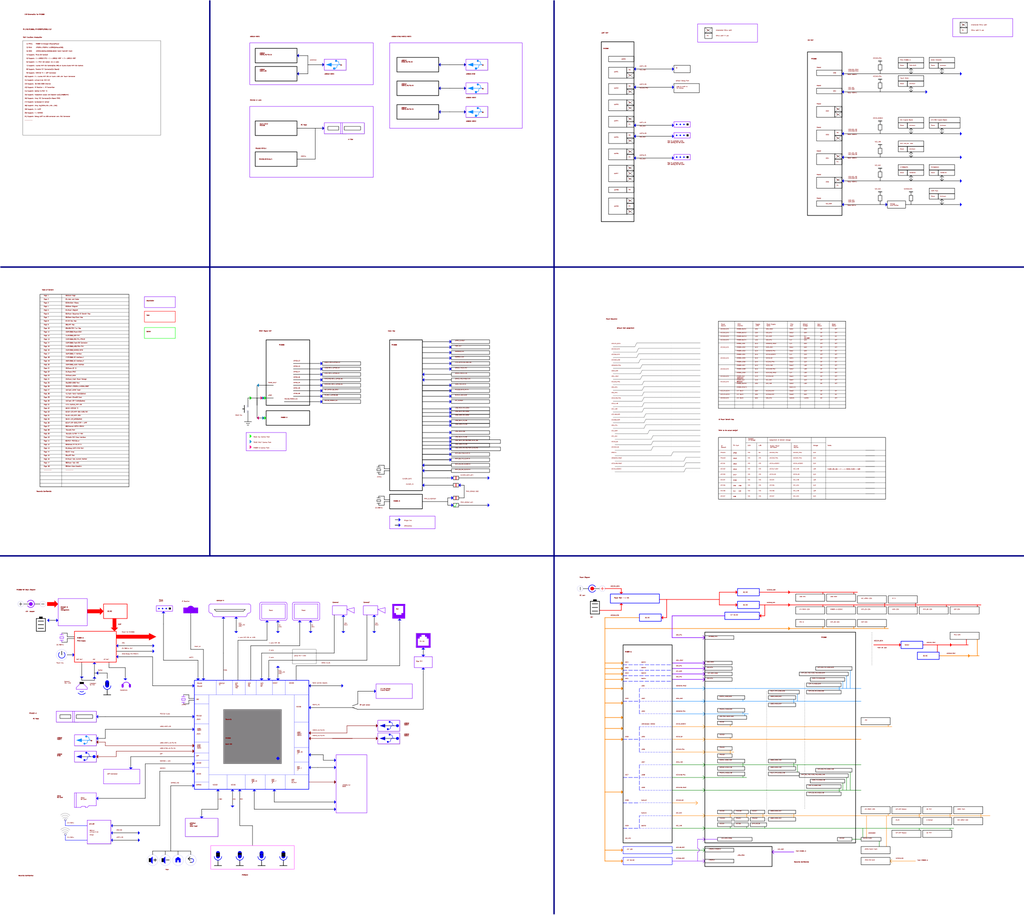
<source format=kicad_sch>
(kicad_sch (version 20231120) (generator "eeschema") (generator_version "8.0")
  (paper "User" 1431.8 1279.4)
  (junction (at 293.37 777.24))
  (junction (at 293.37 373.38))
  (junction (at 774.7 777.24))
  (junction (at 774.7 373.38))
  (polyline (pts (xy 1021.08 1155.7) (xy 1021.08 1158.24)) (stroke (width 0.508) (type solid) (color 0 130 0 1)))
  (polyline (pts (xy 1043.94 1155.7) (xy 1043.94 1158.24)) (stroke (width 0.508) (type solid) (color 0 130 0 1)))
  (polyline (pts (xy 1004.57 675.132) (xy 1223.01 675.132)) (stroke (width 0.254) (type solid) (color 0 0 0 1)))
  (polyline (pts (xy 894.08 1087.12) (xy 939.8 1087.12)) (stroke (width 0.254) (type dash) (color 0 0 255 1)))
  (polyline (pts (xy 854.71 576.072) (xy 979.17 576.072)) (stroke (width 0.254) (type dot) (color 198 195 198 1)))
  (polyline (pts (xy 985.52 998.22) (xy 1038.86 998.22)) (stroke (width 0.508) (type solid) (color 0 130 255 1)))
  (polyline (pts (xy 411.48 1045.21) (xy 431.8 1045.21)) (stroke (width 0.508) (type solid) (color 132 130 255 1)))
  (polyline (pts (xy 55.88 441.96) (xy 180.34 441.96)) (stroke (width 0.254) (type solid) (color 0 0 0 1)))
  (polyline (pts (xy 859.79 621.792) (xy 910.59 621.792)) (stroke (width 0.254) (type solid) (color 0 0 0 1)))
  (polyline (pts (xy 897.89 545.592) (xy 900.43 540.512)) (stroke (width 0.254) (type solid) (color 0 0 0 1)))
  (polyline (pts (xy 631.19 531.114) (xy 593.09 531.114)) (stroke (width 0.508) (type solid) (color 0 0 0 1)))
  (polyline (pts (xy 86.36 885.19) (xy 86.36 887.73)) (stroke (width 0.508) (type solid) (color 132 0 255 1)))
  (polyline (pts (xy 982.98 1031.24) (xy 985.52 1033.78)) (stroke (width 0.508) (type solid) (color 255 130 0 1)))
  (polyline (pts (xy 529.59 693.674) (xy 529.59 696.214)) (stroke (width 0.508) (type solid) (color 0 0 0 1)))
  (polyline (pts (xy 636.27 680.974) (xy 638.81 675.894)) (stroke (width 0.508) (type solid) (color 255 0 0 1)))
  (polyline (pts (xy 529.59 703.834) (xy 529.59 706.374)) (stroke (width 0.508) (type solid) (color 0 0 0 1)))
  (polyline (pts (xy 299.72 852.17) (xy 342.9 852.17)) (stroke (width 0.508) (type solid) (color 0 0 0 1)))
  (polyline (pts (xy 1173.48 1102.36) (xy 1173.48 1104.9)) (stroke (width 0.508) (type solid) (color 0 130 0 1)))
  (polyline (pts (xy 682.498 164.592) (xy 651.51 164.592)) (stroke (width 0.508) (type solid) (color 198 195 198 1)))
  (polyline (pts (xy 845.82 934.72) (xy 868.68 934.72)) (stroke (width 0.762) (type solid) (color 255 130 0 1)))
  (polyline (pts (xy 913.13 624.332) (xy 979.17 624.332)) (stroke (width 0.254) (type solid) (color 0 0 0 1)))
  (polyline (pts (xy 628.65 493.014) (xy 590.55 493.014)) (stroke (width 0.508) (type solid) (color 0 0 0 1)))
  (polyline (pts (xy 55.88 436.88) (xy 180.34 436.88)) (stroke (width 0.254) (type solid) (color 0 0 0 1)))
  (polyline (pts (xy 845.82 1107.44) (xy 868.68 1107.44)) (stroke (width 0.762) (type solid) (color 255 130 0 1)))
  (polyline (pts (xy 485.14 852.17) (xy 495.3 857.25)) (stroke (width 0.508) (type solid) (color 132 0 255 1)))
  (polyline (pts (xy 1228.09 268.224) (xy 1233.17 268.224)) (stroke (width 0.762) (type solid) (color 0 0 0 1)))
  (polyline (pts (xy 1109.98 977.9) (xy 1109.98 980.44)) (stroke (width 0.508) (type solid) (color 0 130 255 1)))
  (polyline (pts (xy 958.85 639.572) (xy 979.17 639.572)) (stroke (width 0.254) (type solid) (color 0 0 0 1)))
  (polyline (pts (xy 982.98 1018.54) (xy 985.52 1016)) (stroke (width 0.508) (type solid) (color 255 130 0 1)))
  (polyline (pts (xy 1004.57 530.352) (xy 1182.37 530.352)) (stroke (width 0.254) (type solid) (color 0 0 0 1)))
  (polyline (pts (xy 104.14 892.81) (xy 93.98 892.81)) (stroke (width 0.508) (type solid) (color 0 0 0 1)))
  (polyline (pts (xy 537.21 650.494) (xy 537.21 655.574)) (stroke (width 0.508) (type solid) (color 0 0 0 1)))
  (polyline (pts (xy 1038.86 1084.58) (xy 1038.86 1087.12)) (stroke (width 0.508) (type solid) (color 0 130 0 1)))
  (polyline (pts (xy 674.37 156.464) (xy 661.67 156.464)) (stroke (width 0.508) (type solid) (color 0 130 255 1)))
  (polyline (pts (xy 613.41 123.444) (xy 628.65 123.444)) (stroke (width 0.508) (type solid) (color 0 0 0 1)))
  (polyline (pts (xy 1273.81 219.964) (xy 1276.35 217.424)) (stroke (width 0.508) (type solid) (color 0 0 0 1)))
  (polyline (pts (xy 886.46 109.22) (xy 876.3 101.6)) (stroke (width 0.254) (type solid) (color 0 0 0 1)))
  (polyline (pts (xy 939.8 891.54) (xy 985.52 891.54)) (stroke (width 0.762) (type solid) (color 132 0 255 1)))
  (polyline (pts (xy 152.4 933.45) (xy 175.26 933.45)) (stroke (width 0.508) (type solid) (color 0 0 0 1)))
  (polyline (pts (xy 266.7 1189.99) (xy 213.36 1189.99)) (stroke (width 0.508) (type solid) (color 0 0 0 1)))
  (polyline (pts (xy 939.8 861.06) (xy 939.8 891.54)) (stroke (width 0.762) (type solid) (color 132 0 255 1)))
  (polyline (pts (xy 104.14 890.27) (xy 93.98 890.27)) (stroke (width 0.508) (type solid) (color 0 0 0 1)))
  (polyline (pts (xy 345.44 594.36) (xy 347.98 594.36)) (stroke (width 0.508) (type solid) (color 0 0 0 1)))
  (polyline (pts (xy 448.31 508.254) (xy 410.21 508.254)) (stroke (width 0.508) (type solid) (color 0 0 0 1)))
  (polyline (pts (xy 859.79 652.272) (xy 956.31 652.272)) (stroke (width 0.254) (type solid) (color 0 0 0 1)))
  (polyline (pts (xy 894.08 1158.24) (xy 939.8 1158.24)) (stroke (width 0.254) (type dash) (color 0 0 255 1)))
  (polyline (pts (xy 1106.17 619.252) (xy 1106.17 697.992)) (stroke (width 0.254) (type solid) (color 0 0 0 1)))
  (polyline (pts (xy 1316.99 103.124) (xy 1319.53 100.584)) (stroke (width 0.508) (type solid) (color 0 0 0 1)))
  (polyline (pts (xy 129.54 1057.91) (xy 109.22 1057.91)) (stroke (width 0.508) (type solid) (color 0 0 0 1)))
  (polyline (pts (xy 513.08 859.79) (xy 513.08 923.29)) (stroke (width 0.508) (type solid) (color 0 0 0 1)))
  (polyline (pts (xy 55.88 650.24) (xy 180.34 650.24)) (stroke (width 0.254) (type solid) (color 0 0 0 1)))
  (polyline (pts (xy 638.81 670.814) (xy 636.27 665.734)) (stroke (width 0.508) (type solid) (color 255 0 0 1)))
  (polyline (pts (xy 1139.19 449.072) (xy 1139.19 570.992)) (stroke (width 0.254) (type solid) (color 0 0 0 1)))
  (polyline (pts (xy 628.65 500.634) (xy 590.55 500.634)) (stroke (width 0.508) (type solid) (color 0 0 0 1)))
  (polyline (pts (xy 529.59 650.494) (xy 529.59 653.034)) (stroke (width 0.508) (type solid) (color 0 0 0 1)))
  (polyline (pts (xy 1042.67 619.252) (xy 1073.15 619.252)) (stroke (width 0.254) (type solid) (color 0 0 0 1)))
  (polyline (pts (xy 269.24 1050.29) (xy 162.56 1050.29)) (stroke (width 0.508) (type solid) (color 132 0 0 1)))
  (polyline (pts (xy 93.98 892.81) (xy 93.98 897.89)) (stroke (width 0.508) (type solid) (color 0 0 0 1)))
  (polyline (pts (xy 398.78 951.23) (xy 398.78 971.55)) (stroke (width 0.508) (type solid) (color 132 130 255 1)))
  (polyline (pts (xy 854.71 507.492) (xy 979.17 507.492)) (stroke (width 0.254) (type dot) (color 198 195 198 1)))
  (polyline (pts (xy 93.98 885.19) (xy 93.98 890.27)) (stroke (width 0.508) (type solid) (color 0 0 0 1)))
  (polyline (pts (xy 1177.29 197.104) (xy 1167.13 189.484)) (stroke (width 0.254) (type solid) (color 0 0 0 1)))
  (polyline (pts (xy 900.43 555.752) (xy 979.17 555.752)) (stroke (width 0.254) (type solid) (color 0 0 0 1)))
  (polyline (pts (xy 982.98 1071.88) (xy 985.52 1069.34)) (stroke (width 0.508) (type solid) (color 0 130 0 1)))
  (polyline (pts (xy 886.46 200.66) (xy 876.3 193.04)) (stroke (width 0.254) (type solid) (color 0 0 0 1)))
  (polyline (pts (xy 299.72 1210.31) (xy 309.88 1210.31)) (stroke (width 0.762) (type solid) (color 0 0 0 1)))
  (polyline (pts (xy 1314.45 181.864) (xy 1316.99 179.324)) (stroke (width 0.508) (type solid) (color 0 0 0 1)))
  (polyline (pts (xy 648.97 696.214) (xy 648.97 678.434)) (stroke (width 0.508) (type solid) (color 0 0 0 1)))
  (polyline (pts (xy 628.65 561.594) (xy 590.55 561.594)) (stroke (width 0.508) (type solid) (color 0 0 0 1)))
  (polyline (pts (xy 972.82 1125.22) (xy 975.36 1122.68)) (stroke (width 0.508) (type solid) (color 255 130 0 1)))
  (polyline (pts (xy 1028.7 962.66) (xy 1203.96 962.66)) (stroke (width 0.508) (type solid) (color 0 130 255 1)))
  (polyline (pts (xy 628.65 515.874) (xy 590.55 515.874)) (stroke (width 0.508) (type solid) (color 0 0 0 1)))
  (polyline (pts (xy 121.92 961.39) (xy 121.92 963.93)) (stroke (width 0.508) (type solid) (color 132 0 255 1)))
  (polyline (pts (xy 484.378 98.552) (xy 453.39 98.552)) (stroke (width 0.508) (type solid) (color 198 195 198 1)))
  (polyline (pts (xy 223.52 1078.23) (xy 223.52 1154.43)) (stroke (width 0.508) (type solid) (color 0 0 0 1)))
  (polyline (pts (xy 325.12 951.23) (xy 325.12 971.55)) (stroke (width 0.508) (type solid) (color 132 130 255 1)))
  (polyline (pts (xy 1004.57 637.032) (xy 1223.01 637.032)) (stroke (width 0.254) (type solid) (color 0 0 0 1)))
  (polyline (pts (xy 868.68 845.82) (xy 868.68 853.44)) (stroke (width 0.762) (type solid) (color 255 0 0 1)))
  (polyline (pts (xy 886.46 238.76) (xy 876.3 231.14)) (stroke (width 0.254) (type solid) (color 0 0 0 1)))
  (polyline (pts (xy 411.48 842.01) (xy 444.5 842.01)) (stroke (width 0.508) (type solid) (color 132 0 255 1)))
  (polyline (pts (xy 982.98 1137.92) (xy 985.52 1140.46)) (stroke (width 0.508) (type solid) (color 255 130 0 1)))
  (polyline (pts (xy 304.8 1202.69) (xy 304.8 1210.31)) (stroke (width 0.762) (type solid) (color 0 0 0 1)))
  (polyline (pts (xy 302.26 854.71) (xy 340.36 854.71)) (stroke (width 0.508) (type solid) (color 0 0 0 1)))
  (polyline (pts (xy 628.65 485.394) (xy 590.55 485.394)) (stroke (width 0.508) (type solid) (color 0 0 0 1)))
  (polyline (pts (xy 1236.98 878.84) (xy 1236.98 876.3)) (stroke (width 0.762) (type solid) (color 255 130 0 1)))
  (polyline (pts (xy 317.5 1103.63) (xy 317.5 1083.31)) (stroke (width 0.508) (type solid) (color 132 130 255 1)))
  (polyline (pts (xy 264.16 971.55) (xy 264.16 976.63)) (stroke (width 0.508) (type solid) (color 0 0 0 1)))
  (polyline (pts (xy 55.88 589.28) (xy 180.34 589.28)) (stroke (width 0.254) (type solid) (color 0 0 0 1)))
  (polyline (pts (xy 448.31 546.354) (xy 410.21 546.354)) (stroke (width 0.508) (type solid) (color 0 0 0 1)))
  (polyline (pts (xy 111.76 956.31) (xy 106.68 961.39)) (stroke (width 0.508) (type solid) (color 132 0 255 1)))
  (polyline (pts (xy 1027.43 504.952) (xy 1182.37 504.952)) (stroke (width 0.254) (type solid) (color 0 0 0 1)))
  (polyline (pts (xy 529.59 693.674) (xy 537.21 693.674)) (stroke (width 0.508) (type solid) (color 0 0 0 1)))
  (polyline (pts (xy 939.8 96.52) (xy 889 96.52)) (stroke (width 0.508) (type solid) (color 0 0 0 1)))
  (polyline (pts (xy 1210.31 675.132) (xy 1238.25 675.132)) (stroke (width 0.254) (type solid) (color 0 0 0 1)))
  (polyline (pts (xy 857.25 507.492) (xy 892.81 507.492)) (stroke (width 0.254) (type solid) (color 0 0 0 1)))
  (polyline (pts (xy 1071.88 1150.62) (xy 1071.88 965.2)) (stroke (width 0.508) (type dot) (color 0 0 0 1)))
  (polyline (pts (xy 1109.98 1069.34) (xy 1109.98 1071.88)) (stroke (width 0.508) (type solid) (color 0 130 0 1)))
  (polyline (pts (xy 1228.09 202.184) (xy 1233.17 202.184)) (stroke (width 0.762) (type solid) (color 0 0 0 1)))
  (polyline (pts (xy 876.3 246.38) (xy 886.46 238.76)) (stroke (width 0.254) (type solid) (color 0 0 0 1)))
  (polyline (pts (xy 248.92 1195.07) (xy 248.92 1189.99)) (stroke (width 0.508) (type solid) (color 0 0 0 1)))
  (polyline (pts (xy 398.78 1103.63) (xy 398.78 1083.31)) (stroke (width 0.508) (type solid) (color 132 130 255 1)))
  (polyline (pts (xy 132.08 941.07) (xy 149.86 941.07)) (stroke (width 0.508) (type solid) (color 0 0 0 1)))
  (polyline (pts (xy 480.06 862.33) (xy 480.06 882.65)) (stroke (width 0.508) (type solid) (color 0 0 0 1)))
  (polyline (pts (xy 985.52 962.66) (xy 1028.7 962.66)) (stroke (width 0.508) (type solid) (color 0 130 255 1)))
  (polyline (pts (xy 55.88 629.92) (xy 180.34 629.92)) (stroke (width 0.254) (type solid) (color 0 0 0 1)))
  (polyline (pts (xy 63.5 882.65) (xy 63.5 864.87)) (stroke (width 0.762) (type solid) (color 0 0 0 1)))
  (polyline (pts (xy 1228.09 169.164) (xy 1233.17 169.164)) (stroke (width 0.762) (type solid) (color 0 0 0 1)))
  (polyline (pts (xy 355.6 1131.57) (xy 467.36 1131.57)) (stroke (width 0.508) (type solid) (color 0 0 0 1)))
  (polyline (pts (xy 1342.39 38.608) (xy 1352.55 30.988)) (stroke (width 0.254) (type solid) (color 0 0 0 1)))
  (polyline (pts (xy 854.71 530.352) (xy 979.17 530.352)) (stroke (width 0.254) (type dot) (color 198 195 198 1)))
  (polyline (pts (xy 631.19 650.494) (xy 593.09 650.494)) (stroke (width 0.762) (type solid) (color 0 0 0 1)))
  (polyline (pts (xy 857.25 484.632) (xy 887.73 484.632)) (stroke (width 0.254) (type solid) (color 0 0 0 1)))
  (polyline (pts (xy 859.79 614.172) (xy 910.59 614.172)) (stroke (width 0.254) (type solid) (color 0 0 0 1)))
  (polyline (pts (xy 938.53 662.432) (xy 938.53 477.012)) (stroke (width 0.254) (type dot) (color 198 195 198 1)))
  (polyline (pts (xy 1342.39 103.124) (xy 1179.83 103.124)) (stroke (width 0.508) (type solid) (color 0 0 0 1)))
  (polyline (pts (xy 956.31 644.652) (xy 958.85 639.572)) (stroke (width 0.254) (type solid) (color 0 0 0 1)))
  (polyline (pts (xy 375.92 923.29) (xy 513.08 923.29)) (stroke (width 0.508) (type solid) (color 0 0 0 1)))
  (polyline (pts (xy 346.71 574.294) (xy 346.71 589.534)) (stroke (width 0.508) (type solid) (color 0 0 0 1)))
  (polyline (pts (xy 1188.72 1079.5) (xy 1188.72 1104.9)) (stroke (width 0.508) (type solid) (color 0 130 0 1)))
  (polyline (pts (xy 910.59 614.172) (xy 913.13 609.092)) (stroke (width 0.254) (type solid) (color 0 0 0 1)))
  (polyline (pts (xy 232.41 1202.436) (xy 236.728 1202.436)) (stroke (width 0.762) (type solid) (color 0 0 0 1)))
  (bus (pts (xy 293.37 1.27) (xy 293.37 373.38)) (stroke (width 2)))
  (polyline (pts (xy 55.88 467.36) (xy 180.34 467.36)) (stroke (width 0.254) (type solid) (color 0 0 0 1)))
  (polyline (pts (xy 1210.31 682.752) (xy 1238.25 682.752)) (stroke (width 0.254) (type solid) (color 0 0 0 1)))
  (polyline (pts (xy 682.498 164.592) (xy 682.498 148.844)) (stroke (width 0.508) (type solid) (color 198 195 198 1)))
  (polyline (pts (xy 845.82 949.96) (xy 868.68 949.96)) (stroke (width 0.762) (type solid) (color 255 130 0 1)))
  (polyline (pts (xy 484.378 187.452) (xy 453.39 187.452)) (stroke (width 0.508) (type solid) (color 198 195 198 1)))
  (polyline (pts (xy 845.82 878.84) (xy 1242.06 878.84)) (stroke (width 0.762) (type solid) (color 255 130 0 1)))
  (polyline (pts (xy 55.88 614.68) (xy 180.34 614.68)) (stroke (width 0.254) (type solid) (color 0 0 0 1)))
  (polyline (pts (xy 939.8 1140.46) (xy 985.52 1140.46)) (stroke (width 0.508) (type solid) (color 255 130 0 1)))
  (polyline (pts (xy 982.98 1155.7) (xy 985.52 1158.24)) (stroke (width 0.508) (type solid) (color 0 130 0 1)))
  (polyline (pts (xy 544.83 658.114) (xy 537.21 658.114)) (stroke (width 0.508) (type solid) (color 0 0 0 1)))
  (polyline (pts (xy 1280.16 848.36) (xy 1280.16 845.82)) (stroke (width 0.762) (type solid) (color 255 0 0 1)))
  (polyline (pts (xy 939.8 1203.96) (xy 985.52 1203.96)) (stroke (width 0.508) (type solid) (color 132 0 255 1)))
  (polyline (pts (xy 1004.57 570.992) (xy 1182.37 570.992)) (stroke (width 0.508) (type solid) (color 0 0 0 1)))
  (polyline (pts (xy 854.71 492.252) (xy 979.17 492.252)) (stroke (width 0.254) (type dot) (color 198 195 198 1)))
  (polyline (pts (xy 358.14 951.23) (xy 358.14 971.55)) (stroke (width 0.508) (type solid) (color 132 130 255 1)))
  (polyline (pts (xy 1240.79 286.004) (xy 1179.83 286.004)) (stroke (width 0.508) (type solid) (color 0 0 0 1)))
  (polyline (pts (xy 982.98 1084.58) (xy 985.52 1087.12)) (stroke (width 0.508) (type solid) (color 0 130 0 1)))
  (polyline (pts (xy 857.25 545.592) (xy 897.89 545.592)) (stroke (width 0.254) (type solid) (color 0 0 0 1)))
  (polyline (pts (xy 886.46 299.72) (xy 876.3 292.1)) (stroke (width 0.254) (type solid) (color 0 0 0 1)))
  (polyline (pts (xy 78.74 867.41) (xy 68.58 867.41)) (stroke (width 0.508) (type solid) (color 0 0 0 1)))
  (polyline (pts (xy 1273.81 286.004) (xy 1273.81 280.924)) (stroke (width 0.508) (type solid) (color 0 0 0 1)))
  (polyline (pts (xy 982.98 939.8) (xy 985.52 942.34)) (stroke (width 0.762) (type solid) (color 132 0 255 1)))
  (polyline (pts (xy 434.34 1055.37) (xy 452.12 1055.37)) (stroke (width 0.508) (type solid) (color 0 0 0 1)))
  (polyline (pts (xy 982.98 944.88) (xy 985.52 942.34)) (stroke (width 0.762) (type solid) (color 132 0 255 1)))
  (polyline (pts (xy 342.9 862.33) (xy 299.72 862.33)) (stroke (width 0.508) (type solid) (color 132 0 255 1)))
  (polyline (pts (xy 1230.63 115.824) (xy 1230.63 110.744)) (stroke (width 0.508) (type solid) (color 0 0 0 1)))
  (polyline (pts (xy 284.48 908.05) (xy 266.7 908.05)) (stroke (width 0.508) (type solid) (color 0 0 0 1)))
  (polyline (pts (xy 340.36 854.71) (xy 342.9 852.17)) (stroke (width 0.508) (type solid) (color 0 0 0 1)))
  (polyline (pts (xy 1073.15 611.632) (xy 1073.15 697.992)) (stroke (width 0.254) (type solid) (color 0 0 0 1)))
  (polyline (pts (xy 476.25 90.424) (xy 463.55 90.424)) (stroke (width 0.508) (type solid) (color 0 130 255 1)))
  (polyline (pts (xy 1021.08 1051.56) (xy 1021.08 1054.1)) (stroke (width 0.508) (type solid) (color 255 130 0 1)))
  (polyline (pts (xy 1314.45 184.404) (xy 1316.99 186.944)) (stroke (width 0.508) (type solid) (color 0 0 0 1)))
  (polyline (pts (xy 50.8 864.87) (xy 63.5 864.87)) (stroke (width 0.762) (type solid) (color 0 0 0 1)))
  (polyline (pts (xy 1178.56 952.5) (xy 1178.56 962.66)) (stroke (width 0.508) (type solid) (color 0 130 255 1)))
  (polyline (pts (xy 116.84 953.77) (xy 116.84 956.31)) (stroke (width 0.508) (type solid) (color 0 0 0 1)))
  (polyline (pts (xy 440.69 222.504) (xy 415.29 222.504)) (stroke (width 0.508) (type solid) (color 0 0 0 1)))
  (polyline (pts (xy 1273.81 120.904) (xy 1276.35 123.444)) (stroke (width 0.508) (type solid) (color 0 0 0 1)))
  (polyline (pts (xy 626.11 668.274) (xy 590.55 668.274)) (stroke (width 0.508) (type solid) (color 0 0 0 1)))
  (polyline (pts (xy 55.88 619.76) (xy 180.34 619.76)) (stroke (width 0.254) (type solid) (color 0 0 0 1)))
  (polyline (pts (xy 1314.45 280.924) (xy 1316.99 278.384)) (stroke (width 0.508) (type solid) (color 0 0 0 1)))
  (polyline (pts (xy 271.78 1037.59) (xy 292.1 1037.59)) (stroke (width 0.508) (type solid) (color 132 130 255 1)))
  (polyline (pts (xy 529.59 706.374) (xy 537.21 706.374)) (stroke (width 0.508) (type solid) (color 0 0 0 1)))
  (polyline (pts (xy 835.66 854.456) (xy 828.04 854.456)) (stroke (width 0.762) (type solid) (color 0 0 0 1)))
  (polyline (pts (xy 1328.42 1160.78) (xy 1328.42 1158.24)) (stroke (width 0.508) (type solid) (color 0 130 0 1)))
  (polyline (pts (xy 1004.57 667.512) (xy 1223.01 667.512)) (stroke (width 0.254) (type solid) (color 0 0 0 1)))
  (polyline (pts (xy 1210.31 637.032) (xy 1238.25 637.032)) (stroke (width 0.254) (type solid) (color 0 0 0 1)))
  (polyline (pts (xy 1177.29 222.504) (xy 1167.13 214.884)) (stroke (width 0.254) (type solid) (color 0 0 0 1)))
  (polyline (pts (xy 1021.08 1049.02) (xy 1021.08 1051.56)) (stroke (width 0.508) (type solid) (color 255 130 0 1)))
  (polyline (pts (xy 430.53 90.424) (xy 453.39 90.424)) (stroke (width 0.508) (type solid) (color 0 0 0 1)))
  (polyline (pts (xy 682.498 131.572) (xy 651.51 131.572)) (stroke (width 0.508) (type solid) (color 198 195 198 1)))
  (polyline (pts (xy 1342.39 219.964) (xy 1179.83 219.964)) (stroke (width 0.508) (type solid) (color 0 0 0 1)))
  (polyline (pts (xy 553.72 1014.73) (xy 533.4 1014.73)) (stroke (width 0.508) (type solid) (color 0 0 0 1)))
  (polyline (pts (xy 871.22 944.88) (xy 939.8 944.88)) (stroke (width 0.508) (type dash) (color 0 0 255 1)))
  (polyline (pts (xy 106.68 963.93) (xy 106.68 961.39)) (stroke (width 0.508) (type solid) (color 132 0 255 1)))
  (polyline (pts (xy 203.2 1068.07) (xy 203.2 1116.33)) (stroke (width 0.508) (type solid) (color 0 0 0 1)))
  (polyline (pts (xy 134.62 1108.71) (xy 104.14 1108.71)) (stroke (width 0.508) (type solid) (color 132 0 255 1)))
  (polyline (pts (xy 271.78 1062.99) (xy 292.1 1062.99)) (stroke (width 0.508) (type solid) (color 132 130 255 1)))
  (polyline (pts (xy 939.8 1122.68) (xy 975.36 1122.68)) (stroke (width 0.508) (type solid) (color 255 130 0 1)))
  (polyline (pts (xy 203.2 1116.33) (xy 137.16 1116.33)) (stroke (width 0.508) (type solid) (color 0 0 0 1)))
  (polyline (pts (xy 1314.45 100.584) (xy 1316.99 103.124)) (stroke (width 0.508) (type solid) (color 0 0 0 1)))
  (polyline (pts (xy 91.44 1167.13) (xy 91.44 1174.75)) (stroke (width 0.508) (type solid) (color 0 0 255 1)))
  (polyline (pts (xy 55.88 563.88) (xy 180.34 563.88)) (stroke (width 0.254) (type solid) (color 0 0 0 1)))
  (polyline (pts (xy 1328.42 1140.46) (xy 1328.42 1143)) (stroke (width 0.508) (type solid) (color 255 130 0 1)))
  (polyline (pts (xy 330.2 1210.31) (xy 340.36 1210.31)) (stroke (width 0.762) (type solid) (color 0 0 0 1)))
  (polyline (pts (xy 1316.99 245.364) (xy 1316.99 252.984)) (stroke (width 0.508) (type solid) (color 0 0 0 1)))
  (polyline (pts (xy 854.71 629.412) (xy 979.17 629.412)) (stroke (width 0.254) (type dot) (color 198 195 198 1)))
  (polyline (pts (xy 213.36 1195.07) (xy 213.36 1189.99)) (stroke (width 0.508) (type solid) (color 0 0 0 1)))
  (polyline (pts (xy 55.88 568.96) (xy 180.34 568.96)) (stroke (width 0.254) (type solid) (color 0 0 0 1)))
  (polyline (pts (xy 365.76 913.13) (xy 467.36 913.13)) (stroke (width 0.508) (type solid) (color 0 0 0 1)))
  (polyline (pts (xy 532.13 696.214) (xy 527.05 696.214)) (stroke (width 0.508) (type solid) (color 0 0 0 1)))
  (polyline (pts (xy 147.32 1037.59) (xy 147.32 1042.67)) (stroke (width 0.508) (type solid) (color 132 0 0 1)))
  (polyline (pts (xy 628.65 622.554) (xy 590.55 622.554)) (stroke (width 0.508) (type solid) (color 0 0 0 1)))
  (polyline (pts (xy 104.14 1108.71) (xy 104.14 1129.03)) (stroke (width 0.508) (type solid) (color 132 0 255 1)))
  (polyline (pts (xy 1004.57 540.512) (xy 1182.37 540.512)) (stroke (width 0.254) (type solid) (color 0 0 0 1)))
  (polyline (pts (xy 478.79 186.944) (xy 478.79 171.704)) (stroke (width 0.508) (type solid) (color 132 0 255 1)))
  (polyline (pts (xy 941.07 631.952) (xy 979.17 631.952)) (stroke (width 0.254) (type solid) (color 0 0 0 1)))
  (polyline (pts (xy 1193.8 878.84) (xy 1193.8 876.3)) (stroke (width 0.762) (type solid) (color 255 130 0 1)))
  (polyline (pts (xy 147.32 1002.03) (xy 137.16 1002.03)) (stroke (width 0.508) (type solid) (color 0 0 0 1)))
  (polyline (pts (xy 1228.09 110.744) (xy 1233.17 110.744)) (stroke (width 0.762) (type solid) (color 0 0 0 1)))
  (polyline (pts (xy 1150.62 848.36) (xy 1150.62 845.82)) (stroke (width 0.762) (type solid) (color 255 0 0 1)))
  (polyline (pts (xy 127 1035.05) (xy 114.3 1035.05)) (stroke (width 0.508) (type solid) (color 0 130 255 1)))
  (polyline (pts (xy 91.44 1146.81) (xy 91.44 1154.43)) (stroke (width 0.508) (type solid) (color 0 0 255 1)))
  (polyline (pts (xy 1022.35 611.632) (xy 1022.35 697.992)) (stroke (width 0.254) (type solid) (color 0 0 0 1)))
  (polyline (pts (xy 854.71 553.212) (xy 979.17 553.212)) (stroke (width 0.254) (type dot) (color 198 195 198 1)))
  (polyline (pts (xy 1342.39 252.984) (xy 1179.83 252.984)) (stroke (width 0.508) (type solid) (color 0 0 0 1)))
  (polyline (pts (xy 985.52 1069.34) (xy 1016 1069.34)) (stroke (width 0.508) (type solid) (color 0 130 0 1)))
  (polyline (pts (xy 1109.98 1140.46) (xy 1109.98 1143)) (stroke (width 0.508) (type solid) (color 255 130 0 1)))
  (polyline (pts (xy 269.24 1019.81) (xy 147.32 1019.81)) (stroke (width 0.508) (type solid) (color 0 0 0 1)))
  (polyline (pts (xy 101.6 915.67) (xy 93.98 915.67)) (stroke (width 0.508) (type solid) (color 0 0 0 1)))
  (polyline (pts (xy 1352.55 38.608) (xy 1342.39 30.988)) (stroke (width 0.254) (type solid) (color 0 0 0 1)))
  (polyline (pts (xy 238.76 1189.99) (xy 238.76 1098.55)) (stroke (width 0.508) (type solid) (color 0 0 0 1)))
  (polyline (pts (xy 1177.29 156.464) (xy 1167.13 148.844)) (stroke (width 0.254) (type solid) (color 0 0 0 1)))
  (polyline (pts (xy 382.27 556.514) (xy 372.11 556.514)) (stroke (width 0.508) (type solid) (color 0 0 0 1)))
  (polyline (pts (xy 897.89 510.032) (xy 979.17 510.032)) (stroke (width 0.254) (type solid) (color 0 0 0 1)))
  (polyline (pts (xy 982.98 1049.02) (xy 985.52 1051.56)) (stroke (width 0.508) (type solid) (color 255 130 0 1)))
  (polyline (pts (xy 544.83 698.754) (xy 537.21 698.754)) (stroke (width 0.508) (type solid) (color 0 0 0 1)))
  (polyline (pts (xy 859.79 629.412) (xy 910.59 629.412)) (stroke (width 0.254) (type solid) (color 0 0 0 1)))
  (polyline (pts (xy 1010.92 1087.12) (xy 1043.94 1087.12)) (stroke (width 0.508) (type solid) (color 0 130 0 1)))
  (polyline (pts (xy 228.6 872.49) (xy 228.6 857.25)) (stroke (width 0.508) (type solid) (color 0 0 0 1)))
  (polyline (pts (xy 383.54 1121.41) (xy 467.36 1121.41)) (stroke (width 0.508) (type solid) (color 0 0 0 1)))
  (polyline (pts (xy 985.52 1104.9) (xy 1005.84 1104.9)) (stroke (width 0.508) (type solid) (color 0 130 0 1)))
  (polyline (pts (xy 900.43 548.132) (xy 979.17 548.132)) (stroke (width 0.254) (type solid) (color 0 0 0 1)))
  (polyline (pts (xy 452.12 1062.99) (xy 467.36 1062.99)) (stroke (width 0.508) (type solid) (color 0 0 0 1)))
  (polyline (pts (xy 835.66 844.296) (xy 828.04 844.296)) (stroke (width 0.762) (type solid) (color 0 0 0 1)))
  (polyline (pts (xy 434.34 869.95) (xy 434.34 882.65)) (stroke (width 0.508) (type solid) (color 0 0 0 1)))
  (polyline (pts (xy 1285.24 1160.78) (xy 1285.24 1158.24)) (stroke (width 0.508) (type solid) (color 0 130 0 1)))
  (polyline (pts (xy 509.778 187.452) (xy 478.79 187.452)) (stroke (width 0.508) (type solid) (color 198 195 198 1)))
  (polyline (pts (xy 55.88 635) (xy 180.34 635)) (stroke (width 0.254) (type solid) (color 0 0 0 1)))
  (polyline (pts (xy 626.11 701.294) (xy 590.55 701.294)) (stroke (width 0.508) (type solid) (color 0 0 0 1)))
  (polyline (pts (xy 339.09 571.754) (xy 341.63 571.754)) (stroke (width 0.762) (type solid) (color 0 0 0 1)))
  (polyline (pts (xy 1042.67 611.632) (xy 1042.67 697.992)) (stroke (width 0.254) (type solid) (color 0 0 0 1)))
  (polyline (pts (xy 344.17 592.074) (xy 349.25 592.074)) (stroke (width 0.508) (type solid) (color 0 0 0 1)))
  (polyline (pts (xy 1004.57 469.392) (xy 1182.37 469.392)) (stroke (width 0.254) (type solid) (color 0 0 0 1)))
  (polyline (pts (xy 628.65 156.464) (xy 651.51 156.464)) (stroke (width 0.508) (type solid) (color 0 0 0 1)))
  (polyline (pts (xy 1038.86 977.9) (xy 1038.86 980.44)) (stroke (width 0.508) (type solid) (color 0 130 255 1)))
  (polyline (pts (xy 939.8 1158.24) (xy 985.52 1158.24)) (stroke (width 0.508) (type solid) (color 0 130 0 1)))
  (polyline (pts (xy 55.88 518.16) (xy 180.34 518.16)) (stroke (width 0.254) (type solid) (color 0 0 0 1)))
  (polyline (pts (xy 1027.43 489.712) (xy 1182.37 489.712)) (stroke (width 0.254) (type solid) (color 0 0 0 1)))
  (polyline (pts (xy 60.96 878.586) (xy 53.34 878.586)) (stroke (width 0.762) (type solid) (color 0 0 0 1)))
  (polyline (pts (xy 434.34 1073.15) (xy 444.5 1073.15)) (stroke (width 0.508) (type solid) (color 0 0 0 1)))
  (polyline (pts (xy 500.38 984.25) (xy 492.76 986.79)) (stroke (width 0.508) (type solid) (color 0 0 0 1)))
  (polyline (pts (xy 1206.5 1170.94) (xy 1206.5 1158.24)) (stroke (width 0.508) (type solid) (color 0 130 0 1)))
  (polyline (pts (xy 28.956 846.582) (xy 28.956 842.518)) (stroke (width 0.508) (type solid) (color 0 0 0 1)))
  (polyline (pts (xy 845.82 1033.78) (xy 868.68 1033.78)) (stroke (width 0.762) (type solid) (color 255 130 0 1)))
  (polyline (pts (xy 1210.31 652.272) (xy 1238.25 652.272)) (stroke (width 0.254) (type solid) (color 0 0 0 1)))
  (bus (pts (xy 774.7 1.27) (xy 774.7 373.38)) (stroke (width 2)))
  (polyline (pts (xy 897.89 553.212) (xy 900.43 548.132)) (stroke (width 0.254) (type solid) (color 0 0 0 1)))
  (polyline (pts (xy 985.52 1140.46) (xy 995.68 1140.46)) (stroke (width 0.508) (type solid) (color 255 130 0 1)))
  (polyline (pts (xy 1273.81 128.524) (xy 1276.35 125.984)) (stroke (width 0.508) (type solid) (color 0 0 0 1)))
  (polyline (pts (xy 1004.57 644.652) (xy 1223.01 644.652)) (stroke (width 0.254) (type solid) (color 0 0 0 1)))
  (polyline (pts (xy 1342.39 186.944) (xy 1179.83 186.944)) (stroke (width 0.508) (type solid) (color 0 0 0 1)))
  (polyline (pts (xy 868.68 828.04) (xy 868.68 822.96)) (stroke (width 0.762) (type solid) (color 255 0 0 1)))
  (polyline (pts (xy 982.98 1066.8) (xy 985.52 1069.34)) (stroke (width 0.508) (type solid) (color 0 130 0 1)))
  (polyline (pts (xy 415.29 77.724) (xy 430.53 77.724)) (stroke (width 0.508) (type solid) (color 0 0 0 1)))
  (polyline (pts (xy 854.71 499.872) (xy 979.17 499.872)) (stroke (width 0.254) (type dot) (color 198 195 198 1)))
  (polyline (pts (xy 266.7 908.05) (xy 266.7 857.25)) (stroke (width 0.508) (type solid) (color 0 0 0 1)))
  (polyline (pts (xy 1027.43 449.072) (xy 1027.43 570.992)) (stroke (width 0.254) (type solid) (color 0 0 0 1)))
  (polyline (pts (xy 982.98 965.2) (xy 985.52 962.66)) (stroke (width 0.508) (type solid) (color 0 130 255 1)))
  (polyline (pts (xy 897.89 560.832) (xy 900.43 555.752)) (stroke (width 0.254) (type solid) (color 0 0 0 1)))
  (polyline (pts (xy 1210.31 690.372) (xy 1238.25 690.372)) (stroke (width 0.254) (type solid) (color 0 0 0 1)))
  (polyline (pts (xy 528.32 852.17) (xy 538.48 849.63)) (stroke (width 0.508) (type solid) (color 132 0 255 1)))
  (polyline (pts (xy 1177.29 255.524) (xy 1167.13 247.904)) (stroke (width 0.254) (type solid) (color 0 0 0 1)))
  (polyline (pts (xy 895.35 515.112) (xy 897.89 510.032)) (stroke (width 0.254) (type solid) (color 0 0 0 1)))
  (polyline (pts (xy 55.88 492.76) (xy 180.34 492.76)) (stroke (width 0.254) (type solid) (color 0 0 0 1)))
  (polyline (pts (xy 641.35 706.374) (xy 681.99 706.374)) (stroke (width 0.508) (type solid) (color 0 0 0 1)))
  (polyline (pts (xy 223.52 1154.43) (xy 157.48 1154.43)) (stroke (width 0.508) (type solid) (color 0 0 0 1)))
  (polyline (pts (xy 341.63 589.534) (xy 351.79 589.534)) (stroke (width 0.508) (type solid) (color 0 0 0 1)))
  (polyline (pts (xy 419.1 869.95) (xy 419.1 902.97)) (stroke (width 0.508) (type solid) (color 0 0 0 1)))
  (polyline (pts (xy 1079.5 1191.26) (xy 1082.04 1193.8)) (stroke (width 0.762) (type solid) (color 132 0 255 1)))
  (polyline (pts (xy 335.28 1202.69) (xy 335.28 1210.31)) (stroke (width 0.762) (type solid) (color 0 0 0 1)))
  (polyline (pts (xy 886.46 246.38) (xy 876.3 238.76)) (stroke (width 0.254) (type solid) (color 0 0 0 1)))
  (polyline (pts (xy 305.308 1170.178) (xy 259.08 1170.178)) (stroke (width 0.508) (type solid) (color 198 195 198 1)))
  (polyline (pts (xy 134.62 1126.49) (xy 124.46 1126.49)) (stroke (width 0.508) (type solid) (color 132 0 255 1)))
  (polyline (pts (xy 886.46 154.94) (xy 876.3 147.32)) (stroke (width 0.254) (type solid) (color 0 0 0 1)))
  (polyline (pts (xy 613.41 156.464) (xy 628.65 156.464)) (stroke (width 0.508) (type solid) (color 0 0 0 1)))
  (polyline (pts (xy 60.96 868.426) (xy 53.34 868.426)) (stroke (width 0.762) (type solid) (color 0 0 0 1)))
  (polyline (pts (xy 894.08 980.44) (xy 939.8 980.44)) (stroke (width 0.254) (type dash) (color 0 0 255 1)))
  (polyline (pts (xy 1043.94 1137.92) (xy 1043.94 1140.46)) (stroke (width 0.508) (type solid) (color 255 130 0 1)))
  (polyline (pts (xy 1271.27 250.444) (xy 1273.81 252.984)) (stroke (width 0.508) (type solid) (color 0 0 0 1)))
  (polyline (pts (xy 927.1 863.6) (xy 932.18 863.6)) (stroke (width 0.762) (type solid) (color 255 0 0 1)))
  (polyline (pts (xy 1188.72 937.26) (xy 1188.72 962.66)) (stroke (width 0.508) (type solid) (color 0 130 255 1)))
  (polyline (pts (xy 1294.13 128.524) (xy 1179.83 128.524)) (stroke (width 0.508) (type solid) (color 0 0 0 1)))
  (polyline (pts (xy 332.74 895.35) (xy 373.38 895.35)) (stroke (width 0.508) (type solid) (color 0 0 0 1)))
  (polyline (pts (xy 1280.16 1203.96) (xy 1244.6 1203.96)) (stroke (width 0.508) (type solid) (color 255 130 0 1)))
  (polyline (pts (xy 557.53 734.314) (xy 552.45 734.314)) (stroke (width 0.762) (type solid) (color 0 0 0 1)))
  (polyline (pts (xy 1115.06 970.28) (xy 1115.06 980.44)) (stroke (width 0.508) (type solid) (color 0 130 255 1)))
  (polyline (pts (xy 55.88 599.44) (xy 180.34 599.44)) (stroke (width 0.254) (type solid) (color 0 0 0 1)))
  (polyline (pts (xy 452.12 1062.99) (xy 452.12 1055.37)) (stroke (width 0.508) (type solid) (color 0 0 0 1)))
  (polyline (pts (xy 902.97 593.852) (xy 979.17 593.852)) (stroke (width 0.254) (type solid) (color 0 0 0 1)))
  (polyline (pts (xy 55.88 670.56) (xy 180.34 670.56)) (stroke (width 0.254) (type solid) (color 0 0 0 1)))
  (polyline (pts (xy 55.88 543.56) (xy 180.34 543.56)) (stroke (width 0.254) (type solid) (color 0 0 0 1)))
  (polyline (pts (xy 1230.63 207.264) (xy 1230.63 202.184)) (stroke (width 0.508) (type solid) (color 0 0 0 1)))
  (polyline (pts (xy 990.6 1158.24) (xy 1333.5 1158.24)) (stroke (width 0.508) (type solid) (color 0 130 0 1)))
  (polyline (pts (xy 1021.08 1051.56) (xy 1026.16 1051.56)) (stroke (width 0.508) (type solid) (color 255 130 0 1)))
  (polyline (pts (xy 359.41 556.514) (xy 346.71 556.514)) (stroke (width 0.508) (type solid) (color 0 0 0 1)))
  (polyline (pts (xy 350.52 847.09) (xy 350.52 854.71)) (stroke (width 0.508) (type solid) (color 132 0 255 1)))
  (polyline (pts (xy 365.76 1202.69) (xy 365.76 1210.31)) (stroke (width 0.762) (type solid) (color 0 0 0 1)))
  (polyline (pts (xy 854.71 591.312) (xy 979.17 591.312)) (stroke (width 0.254) (type dot) (color 198 195 198 1)))
  (polyline (pts (xy 982.98 1160.78) (xy 985.52 1158.24)) (stroke (width 0.508) (type solid) (color 0 130 0 1)))
  (polyline (pts (xy 1191.26 1173.48) (xy 1203.96 1173.48)) (stroke (width 0.508) (type solid) (color 0 130 0 1)))
  (polyline (pts (xy 50.8 882.65) (xy 50.8 864.87)) (stroke (width 0.762) (type solid) (color 0 0 0 1)))
  (polyline (pts (xy 1273.81 252.984) (xy 1276.35 250.444)) (stroke (width 0.508) (type solid) (color 0 0 0 1)))
  (polyline (pts (xy 55.88 472.44) (xy 180.34 472.44)) (stroke (width 0.254) (type solid) (color 0 0 0 1)))
  (polyline (pts (xy 299.72 852.17) (xy 302.26 854.71)) (stroke (width 0.508) (type solid) (color 0 0 0 1)))
  (polyline (pts (xy 838.2 858.52) (xy 825.5 858.52)) (stroke (width 0.762) (type solid) (color 0 0 0 1)))
  (polyline (pts (xy 500.38 991.87) (xy 591.82 991.87)) (stroke (width 0.508) (type solid) (color 0 0 0 1)))
  (bus (pts (xy 774.7 373.38) (xy 1431.29 373.38)) (stroke (width 2)))
  (polyline (pts (xy 431.8 1093.47) (xy 467.36 1093.47)) (stroke (width 0.508) (type solid) (color 132 0 0 1)))
  (polyline (pts (xy 55.88 528.32) (xy 180.34 528.32)) (stroke (width 0.254) (type solid) (color 0 0 0 1)))
  (polyline (pts (xy 119.38 1129.03) (xy 119.38 1127.506)) (stroke (width 0.508) (type solid) (color 132 0 255 1)))
  (polyline (pts (xy 346.71 556.514) (xy 346.71 569.214)) (stroke (width 0.508) (type solid) (color 0 0 0 1)))
  (polyline (pts (xy 956.31 659.892) (xy 958.85 654.812)) (stroke (width 0.254) (type solid) (color 0 0 0 1)))
  (polyline (pts (xy 213.36 918.21) (xy 165.1 918.21)) (stroke (width 0.508) (type solid) (color 0 0 0 1)))
  (polyline (pts (xy 1316.99 278.384) (xy 1316.99 286.004)) (stroke (width 0.508) (type solid) (color 0 0 0 1)))
  (polyline (pts (xy 1038.86 1069.34) (xy 1038.86 1071.88)) (stroke (width 0.508) (type solid) (color 0 130 0 1)))
  (polyline (pts (xy 523.24 966.47) (xy 500.38 966.47)) (stroke (width 0.508) (type solid) (color 0 0 0 1)))
  (polyline (pts (xy 1230.63 240.284) (xy 1230.63 235.204)) (stroke (width 0.508) (type solid) (color 0 0 0 1)))
  (polyline (pts (xy 876.3 147.32) (xy 886.46 139.7)) (stroke (width 0.254) (type solid) (color 0 0 0 1)))
  (polyline (pts (xy 845.82 942.34) (xy 868.68 942.34)) (stroke (width 0.762) (type solid) (color 255 130 0 1)))
  (polyline (pts (xy 116.84 953.77) (xy 111.76 953.77)) (stroke (width 0.508) (type solid) (color 0 0 0 1)))
  (polyline (pts (xy 1004.57 459.232) (xy 1182.37 459.232)) (stroke (width 0.254) (type solid) (color 0 0 0 1)))
  (polyline (pts (xy 55.88 538.48) (xy 180.34 538.48)) (stroke (width 0.254) (type solid) (color 0 0 0 1)))
  (polyline (pts (xy 55.88 416.56) (xy 180.34 416.56)) (stroke (width 0.254) (type solid) (color 0 0 0 1)))
  (polyline (pts (xy 939.8 1087.12) (xy 985.52 1087.12)) (stroke (width 0.508) (type solid) (color 0 130 0 1)))
  (polyline (pts (xy 838.2 858.52) (xy 838.2 840.74)) (stroke (width 0.762) (type solid) (color 0 0 0 1)))
  (polyline (pts (xy 985.52 46.228) (xy 995.68 38.608)) (stroke (width 0.254) (type solid) (color 0 0 0 1)))
  (bus (pts (xy 293.37 373.38) (xy 774.7 373.38)) (stroke (width 2)))
  (polyline (pts (xy 892.81 487.172) (xy 979.17 487.172)) (stroke (width 0.254) (type solid) (color 0 0 0 1)))
  (polyline (pts (xy 626.11 668.274) (xy 631.19 668.274)) (stroke (width 0.508) (type solid) (color 0 0 0 1)))
  (polyline (pts (xy 304.8 1131.57) (xy 281.94 1131.57)) (stroke (width 0.508) (type solid) (color 0 0 0 1)))
  (polyline (pts (xy 1273.81 245.364) (xy 1273.81 252.984)) (stroke (width 0.508) (type solid) (color 0 0 0 1)))
  (polyline (pts (xy 86.36 895.35) (xy 86.36 897.89)) (stroke (width 0.508) (type solid) (color 132 0 255 1)))
  (polyline (pts (xy 1167.13 255.524) (xy 1177.29 247.904)) (stroke (width 0.254) (type solid) (color 0 0 0 1)))
  (polyline (pts (xy 523.24 862.33) (xy 523.24 882.65)) (stroke (width 0.508) (type solid) (color 0 0 0 1)))
  (polyline (pts (xy 900.43 583.692) (xy 902.97 578.612)) (stroke (width 0.254) (type solid) (color 0 0 0 1)))
  (polyline (pts (xy 1004.57 545.592) (xy 1182.37 545.592)) (stroke (width 0.254) (type solid) (color 0 0 0 1)))
  (polyline (pts (xy 369.57 584.454) (xy 359.41 584.454)) (stroke (width 0.508) (type solid) (color 0 0 0 1)))
  (polyline (pts (xy 391.16 1210.31) (xy 401.32 1210.31)) (stroke (width 0.762) (type solid) (color 0 0 0 1)))
  (polyline (pts (xy 1004.57 629.412) (xy 1223.01 629.412)) (stroke (width 0.254) (type solid) (color 0 0 0 1)))
  (polyline (pts (xy 593.09 678.434) (xy 633.73 678.434)) (stroke (width 0.508) (type solid) (color 0 0 0 1)))
  (polyline (pts (xy 444.5 1073.15) (xy 467.36 1073.15)) (stroke (width 0.508) (type solid) (color 0 0 0 1)))
  (polyline (pts (xy 55.88 553.72) (xy 180.34 553.72)) (stroke (width 0.254) (type solid) (color 0 0 0 1)))
  (polyline (pts (xy 908.05 601.472) (xy 979.17 601.472)) (stroke (width 0.254) (type solid) (color 0 0 0 1)))
  (polyline (pts (xy 341.63 566.674) (xy 341.63 576.834)) (stroke (width 0.762) (type solid) (color 0 0 0 1)))
  (polyline (pts (xy 162.56 1057.91) (xy 137.16 1057.91)) (stroke (width 0.508) (type solid) (color 132 0 0 1)))
  (polyline (pts (xy 559.308 1022.858) (xy 559.308 1007.11)) (stroke (width 0.508) (type solid) (color 198 195 198 1)))
  (polyline (pts (xy 1228.09 235.204) (xy 1233.17 235.204)) (stroke (width 0.762) (type solid) (color 0 0 0 1)))
  (polyline (pts (xy 1016 1069.34) (xy 1203.96 1069.34)) (stroke (width 0.508) (type solid) (color 0 130 0 1)))
  (polyline (pts (xy 149.86 941.07) (xy 149.86 948.69)) (stroke (width 0.508) (type solid) (color 0 0 0 1)))
  (polyline (pts (xy 886.46 215.9) (xy 876.3 208.28)) (stroke (width 0.254) (type solid) (color 0 0 0 1)))
  (polyline (pts (xy 1079.5 1191.26) (xy 1109.98 1191.26)) (stroke (width 0.762) (type solid) (color 132 0 255 1)))
  (polyline (pts (xy 1273.81 120.904) (xy 1273.81 128.524)) (stroke (width 0.508) (type solid) (color 0 0 0 1)))
  (bus (pts (xy 774.7 777.24) (xy 774.7 373.38)) (stroke (width 2)))
  (polyline (pts (xy 844.296 822.96) (xy 840.232 822.96)) (stroke (width 0.508) (type solid) (color 255 0 0 1)))
  (polyline (pts (xy 900.43 563.372) (xy 979.17 563.372)) (stroke (width 0.254) (type solid) (color 0 0 0 1)))
  (polyline (pts (xy 1230.63 90.424) (xy 1230.63 85.344)) (stroke (width 0.508) (type solid) (color 0 0 0 1)))
  (polyline (pts (xy 845.82 1203.96) (xy 845.82 1107.44)) (stroke (width 0.762) (type solid) (color 255 130 0 1)))
  (polyline (pts (xy 55.88 431.8) (xy 180.34 431.8)) (stroke (width 0.254) (type solid) (color 0 0 0 1)))
  (polyline (pts (xy 859.79 659.892) (xy 956.31 659.892)) (stroke (width 0.254) (type solid) (color 0 0 0 1)))
  (polyline (pts (xy 552.45 726.694) (xy 557.53 726.694)) (stroke (width 0.508) (type solid) (color 0 0 0 1)))
  (polyline (pts (xy 1061.72 845.82) (xy 1371.6 845.82)) (stroke (width 0.762) (type solid) (color 255 0 0 1)))
  (polyline (pts (xy 1000.76 1033.78) (xy 1203.96 1033.78)) (stroke (width 0.508) (type solid) (color 255 130 0 1)))
  (polyline (pts (xy 1043.94 1140.46) (xy 1043.94 1143)) (stroke (width 0.508) (type solid) (color 255 130 0 1)))
  (polyline (pts (xy 1066.8 1137.92) (xy 1066.8 1140.46)) (stroke (width 0.508) (type solid) (color 255 130 0 1)))
  (polyline (pts (xy 975.36 1191.26) (xy 975.36 1203.96)) (stroke (width 0.508) (type solid) (color 132 0 255 1)))
  (polyline (pts (xy 1167.13 197.104) (xy 1177.29 189.484)) (stroke (width 0.254) (type solid) (color 0 0 0 1)))
  (polyline (pts (xy 910.59 629.412) (xy 913.13 624.332)) (stroke (width 0.254) (type solid) (color 0 0 0 1)))
  (polyline (pts (xy 1219.2 929.64) (xy 1219.2 883.92)) (stroke (width 0.508) (type dot) (color 0 0 0 1)))
  (polyline (pts (xy 682.498 98.552) (xy 651.51 98.552)) (stroke (width 0.508) (type solid) (color 198 195 198 1)))
  (polyline (pts (xy 1069.34 1155.7) (xy 1069.34 1158.24)) (stroke (width 0.508) (type solid) (color 0 130 0 1)))
  (polyline (pts (xy 55.88 579.12) (xy 180.34 579.12)) (stroke (width 0.254) (type solid) (color 0 0 0 1)))
  (polyline (pts (xy 913.13 609.092) (xy 979.17 609.092)) (stroke (width 0.254) (type solid) (color 0 0 0 1)))
  (polyline (pts (xy 271.78 1052.83) (xy 292.1 1052.83)) (stroke (width 0.508) (type solid) (color 132 130 255 1)))
  (polyline (pts (xy 895.35 502.412) (xy 979.17 502.412)) (stroke (width 0.254) (type solid) (color 0 0 0 1)))
  (polyline (pts (xy 985.52 1016) (xy 1247.14 1016)) (stroke (width 0.508) (type solid) (color 255 130 0 1)))
  (polyline (pts (xy 1004.57 555.752) (xy 1182.37 555.752)) (stroke (width 0.254) (type solid) (color 0 0 0 1)))
  (polyline (pts (xy 938.53 637.032) (xy 941.07 631.952)) (stroke (width 0.254) (type solid) (color 0 0 0 1)))
  (polyline (pts (xy 857.25 515.112) (xy 895.35 515.112)) (stroke (width 0.254) (type solid) (color 0 0 0 1)))
  (polyline (pts (xy 525.78 1014.73) (xy 485.14 1014.73)) (stroke (width 0.508) (type solid) (color 132 0 0 1)))
  (polyline (pts (xy 631.19 523.494) (xy 593.09 523.494)) (stroke (width 0.508) (type solid) (color 0 0 0 1)))
  (polyline (pts (xy 939.8 927.1) (xy 985.52 927.1)) (stroke (width 0.762) (type solid) (color 132 0 255 1)))
  (polyline (pts (xy 1109.98 1137.92) (xy 1109.98 1140.46)) (stroke (width 0.508) (type solid) (color 255 130 0 1)))
  (polyline (pts (xy 939.8 949.96) (xy 985.52 949.96)) (stroke (width 0.762) (type solid) (color 132 0 255 1)))
  (polyline (pts (xy 1041.4 998.22) (xy 1041.4 1000.76)) (stroke (width 0.508) (type solid) (color 0 130 255 1)))
  (polyline (pts (xy 1173.48 1104.9) (xy 1173.48 1107.44)) (stroke (width 0.508) (type solid) (color 0 130 0 1)))
  (polyline (pts (xy 256.54 981.71) (xy 256.54 984.25)) (stroke (width 0.508) (type solid) (color 132 0 255 1)))
  (polyline (pts (xy 1273.81 212.344) (xy 1273.81 219.964)) (stroke (width 0.508) (type solid) (color 0 0 0 1)))
  (polyline (pts (xy 1004.57 479.552) (xy 1182.37 479.552)) (stroke (width 0.254) (type solid) (color 0 0 0 1)))
  (polyline (pts (xy 373.38 869.95) (xy 373.38 895.35)) (stroke (width 0.508) (type solid) (color 0 0 0 1)))
  (polyline (pts (xy 859.79 606.552) (xy 905.51 606.552)) (stroke (width 0.254) (type solid) (color 0 0 0 1)))
  (polyline (pts (xy 1193.8 830.58) (xy 1193.8 828.04)) (stroke (width 0.762) (type solid) (color 255 0 0 1)))
  (polyline (pts (xy 1178.56 1094.74) (xy 1178.56 1104.9)) (stroke (width 0.508) (type solid) (color 0 130 0 1)))
  (polyline (pts (xy 269.24 958.85) (xy 213.36 958.85)) (stroke (width 0.508) (type solid) (color 0 0 0 1)))
  (polyline (pts (xy 63.5 882.65) (xy 50.8 882.65)) (stroke (width 0.762) (type solid) (color 0 0 0 1)))
  (polyline (pts (xy 939.8 861.06) (xy 1013.46 861.06)) (stroke (width 0.762) (type solid) (color 132 0 255 1)))
  (polyline (pts (xy 55.88 640.08) (xy 180.34 640.08)) (stroke (width 0.254) (type solid) (color 0 0 0 1)))
  (polyline (pts (xy 857.25 530.352) (xy 895.35 530.352)) (stroke (width 0.254) (type solid) (color 0 0 0 1)))
  (polyline (pts (xy 1167.13 156.464) (xy 1177.29 148.844)) (stroke (width 0.254) (type solid) (color 0 0 0 1)))
  (polyline (pts (xy 894.08 962.66) (xy 939.8 962.66)) (stroke (width 0.254) (type dash) (color 0 0 255 1)))
  (polyline (pts (xy 1004.57 474.472) (xy 1182.37 474.472)) (stroke (width 0.254) (type solid) (color 0 0 0 1)))
  (polyline (pts (xy 890.27 492.252) (xy 892.81 487.172)) (stroke (width 0.254) (type solid) (color 0 0 0 1)))
  (polyline (pts (xy 1193.8 848.36) (xy 1193.8 845.82)) (stroke (width 0.762) (type solid) (color 255 0 0 1)))
  (polyline (pts (xy 263.144 1200.658) (xy 265.684 1203.198)) (stroke (width 0.762) (type solid) (color 0 0 0 1)))
  (polyline (pts (xy 581.66 885.19) (xy 581.66 905.002)) (stroke (width 0.508) (type solid) (color 198 195 198 1)))
  (polyline (pts (xy 558.8 867.41) (xy 558.8 930.91)) (stroke (width 0.508) (type solid) (color 0 0 0 1)))
  (polyline (pts (xy 1271.27 123.444) (xy 1273.81 120.904)) (stroke (width 0.508) (type solid) (color 0 0 0 1)))
  (polyline (pts (xy 1271.27 98.044) (xy 1273.81 95.504)) (stroke (width 0.508) (type solid) (color 0 0 0 1)))
  (polyline (pts (xy 1004.57 525.272) (xy 1182.37 525.272)) (stroke (width 0.254) (type solid) (color 0 0 0 1)))
  (polyline (pts (xy 982.98 1102.36) (xy 985.52 1104.9)) (stroke (width 0.508) (type solid) (color 0 130 0 1)))
  (polyline (pts (xy 264.16 979.17) (xy 264.16 984.25)) (stroke (width 0.508) (type solid) (color 0 0 0 1)))
  (polyline (pts (xy 939.8 1069.34) (xy 985.52 1069.34)) (stroke (width 0.508) (type solid) (color 0 130 0 1)))
  (polyline (pts (xy 1057.91 619.252) (xy 1057.91 697.992)) (stroke (width 0.254) (type solid) (color 0 0 0 1)))
  (polyline (pts (xy 876.3 284.48) (xy 886.46 276.86)) (stroke (width 0.254) (type solid) (color 0 0 0 1)))
  (polyline (pts (xy 155.448 1180.338) (xy 121.92 1180.338)) (stroke (width 0.508) (type solid) (color 198 195 198 1)))
  (polyline (pts (xy 271.78 1012.19) (xy 292.1 1012.19)) (stroke (width 0.508) (type solid) (color 132 130 255 1)))
  (polyline (pts (xy 1068.07 449.072) (xy 1068.07 570.992)) (stroke (width 0.254) (type solid) (color 0 0 0 1)))
  (polyline (pts (xy 365.76 842.01) (xy 398.78 842.01)) (stroke (width 0.508) (type solid) (color 132 0 255 1)))
  (polyline (pts (xy 1271.27 217.424) (xy 1273.81 219.964)) (stroke (width 0.508) (type solid) (color 0 0 0 1)))
  (polyline (pts (xy 1236.98 845.82) (xy 1236.98 843.28)) (stroke (width 0.762) (type solid) (color 255 0 0 1)))
  (polyline (pts (xy 1027.43 520.192) (xy 1182.37 520.192)) (stroke (width 0.254) (type solid) (color 0 0 0 1)))
  (polyline (pts (xy 628.65 612.394) (xy 590.55 612.394)) (stroke (width 0.508) (type solid) (color 0 0 0 1)))
  (polyline (pts (xy 1118.87 449.072) (xy 1118.87 570.992)) (stroke (width 0.254) (type solid) (color 0 0 0 1)))
  (polyline (pts (xy 55.88 604.52) (xy 180.34 604.52)) (stroke (width 0.254) (type solid) (color 0 0 0 1)))
  (polyline (pts (xy 448.31 515.874) (xy 410.21 515.874)) (stroke (width 0.508) (type solid) (color 0 0 0 1)))
  (polyline (pts (xy 868.68 822.96) (xy 845.82 822.96)) (stroke (width 0.762) (type solid) (color 255 0 0 1)))
  (polyline (pts (xy 532.13 653.034) (xy 527.05 653.034)) (stroke (width 0.508) (type solid) (color 0 0 0 1)))
  (bus (pts (xy 293.37 777.24) (xy 774.7 777.24)) (stroke (width 2)))
  (polyline (pts (xy 1221.74 901.7) (xy 1257.3 901.7)) (stroke (width 0.762) (type solid) (color 255 0 0 1)))
  (polyline (pts (xy 1038.86 998.22) (xy 1046.48 998.22)) (stroke (width 0.508) (type solid) (color 0 130 255 1)))
  (polyline (pts (xy 876.3 200.66) (xy 886.46 193.04)) (stroke (width 0.254) (type solid) (color 0 0 0 1)))
  (polyline (pts (xy 1314.45 283.464) (xy 1316.99 286.004)) (stroke (width 0.508) (type solid) (color 0 0 0 1)))
  (polyline (pts (xy 1310.64 911.86) (xy 1310.64 901.7)) (stroke (width 0.762) (type solid) (color 255 0 0 1)))
  (polyline (pts (xy 147.32 1037.59) (xy 137.16 1037.59)) (stroke (width 0.508) (type solid) (color 132 0 0 1)))
  (polyline (pts (xy 1273.81 245.364) (xy 1276.35 247.904)) (stroke (width 0.508) (type solid) (color 0 0 0 1)))
  (polyline (pts (xy 266.7 1195.07) (xy 266.7 1189.99)) (stroke (width 0.508) (type solid) (color 0 0 0 1)))
  (polyline (pts (xy 55.88 584.2) (xy 180.34 584.2)) (stroke (width 0.254) (type solid) (color 0 0 0 1)))
  (polyline (pts (xy 628.65 576.834) (xy 590.55 576.834)) (stroke (width 0.508) (type solid) (color 0 0 0 1)))
  (polyline (pts (xy 1005.84 845.82) (xy 1028.7 845.82)) (stroke (width 0.762) (type solid) (color 255 0 0 1)))
  (polyline (pts (xy 871.22 1087.12) (xy 894.08 1087.12)) (stroke (width 0.508) (type dash) (color 0 0 255 1)))
  (polyline (pts (xy 495.3 989.33) (xy 434.34 989.33)) (stroke (width 0.508) (type solid) (color 0 0 0 1)))
  (polyline (pts (xy 477.52 958.85) (xy 431.8 958.85)) (stroke (width 0.508) (type solid) (color 0 0 0 1)))
  (polyline (pts (xy 982.98 977.9) (xy 985.52 980.44)) (stroke (width 0.508) (type solid) (color 0 130 255 1)))
  (polyline (pts (xy 982.98 1143) (xy 985.52 1140.46)) (stroke (width 0.508) (type solid) (color 255 130 0 1)))
  (polyline (pts (xy 1005.84 1104.9) (xy 1203.96 1104.9)) (stroke (width 0.508) (type solid) (color 0 130 0 1)))
  (polyline (pts (xy 1247.14 1206.5) (xy 1244.6 1203.96)) (stroke (width 0.508) (type solid) (color 255 130 0 1)))
  (bus (pts (xy 774.7 777.24) (xy 774.7 1277.62)) (stroke (width 2)))
  (polyline (pts (xy 1004.57 659.892) (xy 1223.01 659.892)) (stroke (width 0.254) (type solid) (color 0 0 0 1)))
  (polyline (pts (xy 55.88 558.8) (xy 180.34 558.8)) (stroke (width 0.254) (type solid) (color 0 0 0 1)))
  (polyline (pts (xy 256.54 984.25) (xy 264.16 984.25)) (stroke (width 0.508) (type solid) (color 0 0 0 1)))
  (polyline (pts (xy 55.88 675.64) (xy 180.34 675.64)) (stroke (width 0.254) (type solid) (color 0 0 0 1)))
  (polyline (pts (xy 55.88 594.36) (xy 180.34 594.36)) (stroke (width 0.254) (type solid) (color 0 0 0 1)))
  (polyline (pts (xy 857.25 537.972) (xy 897.89 537.972)) (stroke (width 0.254) (type solid) (color 0 0 0 1)))
  (polyline (pts (xy 213.36 910.59) (xy 162.56 910.59)) (stroke (width 0.508) (type solid) (color 0 0 0 1)))
  (polyline (pts (xy 271.78 1093.47) (xy 292.1 1093.47)) (stroke (width 0.508) (type solid) (color 132 130 255 1)))
  (polyline (pts (xy 1271.27 100.584) (xy 1273.81 103.124)) (stroke (width 0.508) (type solid) (color 0 0 0 1)))
  (polyline (pts (xy 674.37 90.424) (xy 661.67 90.424)) (stroke (width 0.508) (type solid) (color 0 130 255 1)))
  (polyline (pts (xy 894.08 998.22) (xy 939.8 998.22)) (stroke (width 0.254) (type dash) (color 0 0 255 1)))
  (polyline (pts (xy 641.35 696.214) (xy 648.97 696.214)) (stroke (width 0.508) (type solid) (color 0 0 0 1)))
  (polyline (pts (xy 995.68 1140.46) (xy 1384.3 1140.46)) (stroke (width 0.508) (type solid) (color 255 130 0 1)))
  (polyline (pts (xy 857.25 591.312) (xy 900.43 591.312)) (stroke (width 0.254) (type solid) (color 0 0 0 1)))
  (polyline (pts (xy 40.64 844.55) (xy 33.02 844.55)) (stroke (width 0.508) (type solid) (color 0 0 0 1)))
  (polyline (pts (xy 845.82 1107.44) (xy 845.82 929.64)) (stroke (width 0.762) (type solid) (color 255 130 0 1)))
  (polyline (pts (xy 1316.99 179.324) (xy 1316.99 186.944)) (stroke (width 0.508) (type solid) (color 0 0 0 1)))
  (polyline (pts (xy 271.78 984.25) (xy 292.1 984.25)) (stroke (width 0.508) (type solid) (color 132 130 255 1)))
  (polyline (pts (xy 985.52 1051.56) (xy 1021.08 1051.56)) (stroke (width 0.508) (type solid) (color 255 130 0 1)))
  (polyline (pts (xy 876.3 154.94) (xy 886.46 147.32)) (stroke (width 0.254) (type solid) (color 0 0 0 1)))
  (polyline (pts (xy 55.88 513.08) (xy 180.34 513.08)) (stroke (width 0.254) (type solid) (color 0 0 0 1)))
  (polyline (pts (xy 982.98 1107.44) (xy 985.52 1104.9)) (stroke (width 0.508) (type solid) (color 0 130 0 1)))
  (polyline (pts (xy 1271.27 125.984) (xy 1273.81 128.524)) (stroke (width 0.508) (type solid) (color 0 0 0 1)))
  (polyline (pts (xy 430.53 103.124) (xy 430.53 77.724)) (stroke (width 0.508) (type solid) (color 0 0 0 1)))
  (polyline (pts (xy 271.78 1073.15) (xy 292.1 1073.15)) (stroke (width 0.508) (type solid) (color 132 130 255 1)))
  (polyline (pts (xy 485.14 1024.89) (xy 434.34 1024.89)) (stroke (width 0.508) (type solid) (color 132 0 0 1)))
  (polyline (pts (xy 1173.48 960.12) (xy 1173.48 962.66)) (stroke (width 0.508) (type solid) (color 0 130 255 1)))
  (polyline (pts (xy 1183.64 1087.12) (xy 1183.64 1104.9)) (stroke (width 0.508) (type solid) (color 0 130 0 1)))
  (polyline (pts (xy 854.71 652.272) (xy 979.17 652.272)) (stroke (width 0.254) (type dot) (color 198 195 198 1)))
  (polyline (pts (xy 825.5 858.52) (xy 825.5 840.74)) (stroke (width 0.762) (type solid) (color 0 0 0 1)))
  (polyline (pts (xy 448.31 553.974) (xy 410.21 553.974)) (stroke (width 0.508) (type solid) (color 0 0 0 1)))
  (polyline (pts (xy 559.308 1040.638) (xy 559.308 1024.89)) (stroke (width 0.508) (type solid) (color 198 195 198 1)))
  (polyline (pts (xy 591.82 935.99) (xy 591.82 943.61)) (stroke (width 0.508) (type solid) (color 0 0 0 1)))
  (polyline (pts (xy 1328.42 1137.92) (xy 1328.42 1140.46)) (stroke (width 0.508) (type solid) (color 255 130 0 1)))
  (polyline (pts (xy 956.31 652.272) (xy 958.85 647.192)) (stroke (width 0.254) (type solid) (color 0 0 0 1)))
  (polyline (pts (xy 259.08 974.09) (xy 254 974.09)) (stroke (width 0.508) (type solid) (color 132 0 255 1)))
  (polyline (pts (xy 414.02 930.91) (xy 414.02 951.23)) (stroke (width 0.508) (type solid) (color 0 0 0 1)))
  (polyline (pts (xy 1285.24 1140.46) (xy 1285.24 1143)) (stroke (width 0.508) (type solid) (color 255 130 0 1)))
  (polyline (pts (xy 1004.57 449.072) (xy 1182.37 449.072)) (stroke (width 0.508) (type solid) (color 0 0 0 1)))
  (polyline (pts (xy 1371.6 1140.46) (xy 1371.6 1143)) (stroke (width 0.508) (type solid) (color 255 130 0 1)))
  (polyline (pts (xy 876.3 132.08) (xy 886.46 124.46)) (stroke (width 0.254) (type solid) (color 0 0 0 1)))
  (polyline (pts (xy 1159.51 449.072) (xy 1159.51 570.992)) (stroke (width 0.254) (type solid) (color 0 0 0 1)))
  (polyline (pts (xy 939.8 220.98) (xy 889 220.98)) (stroke (width 0.508) (type solid) (color 0 0 0 1)))
  (polyline (pts (xy 876.3 238.76) (xy 886.46 231.14)) (stroke (width 0.254) (type solid) (color 0 0 0 1)))
  (polyline (pts (xy 939.8 980.44) (xy 985.52 980.44)) (stroke (width 0.508) (type solid) (color 0 130 255 1)))
  (polyline (pts (xy 982.98 1201.42) (xy 985.52 1203.96)) (stroke (width 0.508) (type solid) (color 132 0 255 1)))
  (polyline (pts (xy 1316.99 95.504) (xy 1316.99 103.124)) (stroke (width 0.508) (type solid) (color 0 0 0 1)))
  (polyline (pts (xy 411.48 867.41) (xy 444.5 867.41)) (stroke (width 0.508) (type solid) (color 132 0 255 1)))
  (polyline (pts (xy 1228.09 85.344) (xy 1233.17 85.344)) (stroke (width 0.762) (type solid) (color 0 0 0 1)))
  (polyline (pts (xy 1167.13 222.504) (xy 1177.29 214.884)) (stroke (width 0.254) (type solid) (color 0 0 0 1)))
  (polyline (pts (xy 894.08 1051.56) (xy 894.08 1016)) (stroke (width 0.508) (type dash) (color 0 0 255 1)))
  (polyline (pts (xy 26.924 844.55) (xy 30.988 844.55)) (stroke (width 0.508) (type solid) (color 0 0 0 1)))
  (polyline (pts (xy 886.46 254) (xy 876.3 246.38)) (stroke (width 0.254) (type solid) (color 0 0 0 1)))
  (polyline (pts (xy 1109.98 980.44) (xy 1109.98 982.98)) (stroke (width 0.508) (type solid) (color 0 130 255 1)))
  (polyline (pts (xy 932.18 863.6) (xy 932.18 838.2)) (stroke (width 0.762) (type solid) (color 255 0 0 1)))
  (polyline (pts (xy 271.78 976.63) (xy 264.16 976.63)) (stroke (width 0.508) (type solid) (color 0 0 0 1)))
  (polyline (pts (xy 628.65 581.914) (xy 590.55 581.914)) (stroke (width 0.508) (type solid) (color 0 0 0 1)))
  (polyline (pts (xy 1273.81 186.944) (xy 1276.35 184.404)) (stroke (width 0.508) (type solid) (color 0 0 0 1)))
  (polyline (pts (xy 854.71 598.932) (xy 979.17 598.932)) (stroke (width 0.254) (type dot) (color 198 195 198 1)))
  (polyline (pts (xy 845.82 962.66) (xy 868.68 962.66)) (stroke (width 0.762) (type solid) (color 255 130 0 1)))
  (polyline (pts (xy 525.78 1032.51) (xy 464.82 1032.51)) (stroke (width 0.508) (type solid) (color 132 0 0 1)))
  (polyline (pts (xy 411.48 1083.31) (xy 431.8 1083.31)) (stroke (width 0.508) (type solid) (color 132 130 255 1)))
  (polyline (pts (xy 1027.43 484.632) (xy 1182.37 484.632)) (stroke (width 0.254) (type solid) (color 0 0 0 1)))
  (polyline (pts (xy 1125.22 1130.3) (xy 1125.22 955.04)) (stroke (width 0.508) (type dot) (color 0 0 0 1)))
  (polyline (pts (xy 910.59 621.792) (xy 913.13 616.712)) (stroke (width 0.254) (type solid) (color 0 0 0 1)))
  (polyline (pts (xy 1210.31 667.512) (xy 1238.25 667.512)) (stroke (width 0.254) (type solid) (color 0 0 0 1)))
  (polyline (pts (xy 854.71 621.792) (xy 979.17 621.792)) (stroke (width 0.254) (type dot) (color 198 195 198 1)))
  (polyline (pts (xy 1239.52 1140.46) (xy 1239.52 1183.64)) (stroke (width 0.508) (type solid) (color 255 130 0 1)))
  (polyline (pts (xy 1273.81 179.324) (xy 1273.81 186.944)) (stroke (width 0.508) (type solid) (color 0 0 0 1)))
  (polyline (pts (xy 1273.81 95.504) (xy 1273.81 103.124)) (stroke (width 0.508) (type solid) (color 0 0 0 1)))
  (polyline (pts (xy 147.32 1019.81) (xy 147.32 1032.51)) (stroke (width 0.508) (type solid) (color 0 0 0 1)))
  (polyline (pts (xy 302.26 951.23) (xy 302.26 971.55)) (stroke (width 0.508) (type solid) (color 132 130 255 1)))
  (polyline (pts (xy 1351.28 901.7) (xy 1351.28 894.08)) (stroke (width 0.762) (type solid) (color 255 0 0 1)))
  (polyline (pts (xy 845.82 982.98) (xy 868.68 982.98)) (stroke (width 0.762) (type solid) (color 255 130 0 1)))
  (polyline (pts (xy 1033.78 980.44) (xy 1203.96 980.44)) (stroke (width 0.508) (type solid) (color 0 130 255 1)))
  (polyline (pts (xy 626.11 696.214) (xy 626.11 706.374)) (stroke (width 0.508) (type solid) (color 0 0 0 1)))
  (polyline (pts (xy 894.08 1122.68) (xy 939.8 1122.68)) (stroke (width 0.254) (type dash) (color 0 0 255 1)))
  (polyline (pts (xy 1230.63 252.984) (xy 1230.63 247.904)) (stroke (width 0.508) (type solid) (color 0 0 0 1)))
  (polyline (pts (xy 857.25 553.212) (xy 897.89 553.212)) (stroke (width 0.254) (type solid) (color 0 0 0 1)))
  (polyline (pts (xy 529.59 663.194) (xy 537.21 663.194)) (stroke (width 0.508) (type solid) (color 0 0 0 1)))
  (polyline (pts (xy 1271.27 214.884) (xy 1273.81 212.344)) (stroke (width 0.508) (type solid) (color 0 0 0 1)))
  (polyline (pts (xy 628.65 553.974) (xy 590.55 553.974)) (stroke (width 0.508) (type solid) (color 0 0 0 1)))
  (polyline (pts (xy 897.89 517.652) (xy 979.17 517.652)) (stroke (width 0.254) (type solid) (color 0 0 0 1)))
  (polyline (pts (xy 859.79 644.652) (xy 956.31 644.652)) (stroke (width 0.254) (type solid) (color 0 0 0 1)))
  (polyline (pts (xy 845.82 929.64) (xy 845.82 863.6)) (stroke (width 0.762) (type solid) (color 255 130 0 1)))
  (polyline (pts (xy 897.89 576.072) (xy 900.43 570.992)) (stroke (width 0.254) (type solid) (color 0 0 0 1)))
  (polyline (pts (xy 342.9 1103.63) (xy 342.9 1083.31)) (stroke (width 0.508) (type solid) (color 132 130 255 1)))
  (polyline (pts (xy 353.06 1182.37) (xy 353.06 1154.43)) (stroke (width 0.508) (type solid) (color 0 0 0 1)))
  (polyline (pts (xy 1004.57 449.072) (xy 1004.57 570.992)) (stroke (width 0.508) (type solid) (color 0 0 0 1)))
  (polyline (pts (xy 330.2 864.87) (xy 330.2 882.65)) (stroke (width 0.508) (type solid) (color 0 0 0 1)))
  (polyline (pts (xy 643.89 678.434) (xy 648.97 678.434)) (stroke (width 0.508) (type solid) (color 0 0 0 1)))
  (polyline (pts (xy 1211.58 1140.46) (xy 1211.58 1170.94)) (stroke (width 0.508) (type solid) (color 255 130 0 1)))
  (polyline (pts (xy 411.48 1009.65) (xy 431.8 1009.65)) (stroke (width 0.508) (type solid) (color 132 130 255 1)))
  (polyline (pts (xy 854.71 568.452) (xy 979.17 568.452)) (stroke (width 0.254) (type dot) (color 198 195 198 1)))
  (polyline (pts (xy 939.8 121.92) (xy 889 121.92)) (stroke (width 0.508) (type solid) (color 0 0 0 1)))
  (polyline (pts (xy 1366.52 848.36) (xy 1366.52 845.82)) (stroke (width 0.762) (type solid) (color 255 0 0 1)))
  (polyline (pts (xy 101.6 1009.65) (xy 101.6 994.41)) (stroke (width 0.508) (type solid) (color 132 0 255 1)))
  (polyline (pts (xy 55.88 457.2) (xy 180.34 457.2)) (stroke (width 0.254) (type solid) (color 0 0 0 1)))
  (polyline (pts (xy 626.11 696.214) (xy 631.19 696.214)) (stroke (width 0.508) (type solid) (color 0 0 0 1)))
  (polyline (pts (xy 144.78 971.55) (xy 154.94 971.55)) (stroke (width 0.762) (type solid) (color 0 0 0 1)))
  (polyline (pts (xy 305.308 1170.178) (xy 305.308 1144.27)) (stroke (width 0.508) (type solid) (color 198 195 198 1)))
  (polyline (pts (xy 265.684 1205.738) (xy 268.224 1205.738)) (stroke (width 0.762) (type solid) (color 0 0 0 1)))
  (polyline (pts (xy 854.71 644.652) (xy 979.17 644.652)) (stroke (width 0.254) (type dot) (color 198 195 198 1)))
  (polyline (pts (xy 135.128 1066.038) (xy 135.128 1050.29)) (stroke (width 0.508) (type solid) (color 198 195 198 1)))
  (polyline (pts (xy 854.71 583.692) (xy 979.17 583.692)) (stroke (width 0.254) (type dot) (color 198 195 198 1)))
  (polyline (pts (xy 1313.18 916.94) (xy 1369.06 916.94)) (stroke (width 0.762) (type solid) (color 255 130 0 1)))
  (polyline (pts (xy 628.65 594.614) (xy 590.55 594.614)) (stroke (width 0.508) (type solid) (color 0 0 0 1)))
  (polyline (pts (xy 886.46 132.08) (xy 876.3 124.46)) (stroke (width 0.254) (type solid) (color 0 0 0 1)))
  (polyline (pts (xy 1027.43 535.432) (xy 1182.37 535.432)) (stroke (width 0.254) (type solid) (color 0 0 0 1)))
  (polyline (pts (xy 982.98 1013.46) (xy 985.52 1016)) (stroke (width 0.508) (type solid) (color 255 130 0 1)))
  (polyline (pts (xy 213.36 902.97) (xy 165.1 902.97)) (stroke (width 0.508) (type solid) (color 0 0 0 1)))
  (polyline (pts (xy 682.498 98.552) (xy 682.498 82.804)) (stroke (width 0.508) (type solid) (color 198 195 198 1)))
  (polyline (pts (xy 982.98 960.12) (xy 985.52 962.66)) (stroke (width 0.508) (type solid) (color 0 130 255 1)))
  (polyline (pts (xy 876.3 170.18) (xy 886.46 162.56)) (stroke (width 0.254) (type solid) (color 0 0 0 1)))
  (polyline (pts (xy 284.48 948.69) (xy 284.48 908.05)) (stroke (width 0.508) (type solid) (color 0 0 0 1)))
  (polyline (pts (xy 500.38 991.87) (xy 492.76 989.33)) (stroke (width 0.508) (type solid) (color 0 0 0 1)))
  (polyline (pts (xy 448.31 561.594) (xy 397.51 561.594)) (stroke (width 0.508) (type solid) (color 0 0 0 1)))
  (polyline (pts (xy 871.22 952.5) (xy 939.8 952.5)) (stroke (width 0.508) (type dash) (color 0 0 255 1)))
  (polyline (pts (xy 811.276 820.928) (xy 811.276 824.992)) (stroke (width 0.508) (type solid) (color 0 0 0 1)))
  (polyline (pts (xy 55.88 462.28) (xy 180.34 462.28)) (stroke (width 0.254) (type solid) (color 0 0 0 1)))
  (bus (pts (xy 1.27 373.38) (xy 293.37 373.38)) (stroke (width 2)))
  (polyline (pts (xy 304.8 1131.57) (xy 304.8 1106.17)) (stroke (width 0.508) (type solid) (color 0 0 0 1)))
  (polyline (pts (xy 1323.34 848.36) (xy 1323.34 845.82)) (stroke (width 0.762) (type solid) (color 255 0 0 1)))
  (polyline (pts (xy 890.27 479.552) (xy 979.17 479.552)) (stroke (width 0.254) (type solid) (color 0 0 0 1)))
  (polyline (pts (xy 636.27 670.814) (xy 638.81 665.734)) (stroke (width 0.508) (type solid) (color 255 0 0 1)))
  (polyline (pts (xy 886.46 284.48) (xy 876.3 276.86)) (stroke (width 0.254) (type solid) (color 0 0 0 1)))
  (polyline (pts (xy 638.81 698.754) (xy 636.27 693.674)) (stroke (width 0.508) (type solid) (color 255 0 0 1)))
  (polyline (pts (xy 1101.09 449.072) (xy 1101.09 570.992)) (stroke (width 0.254) (type solid) (color 0 0 0 1)))
  (polyline (pts (xy 887.73 484.632) (xy 890.27 479.552)) (stroke (width 0.254) (type solid) (color 0 0 0 1)))
  (polyline (pts (xy 492.76 1032.51) (xy 434.34 1032.51)) (stroke (width 0.508) (type solid) (color 132 0 0 1)))
  (polyline (pts (xy 1061.72 828.04) (xy 1198.88 828.04)) (stroke (width 0.762) (type solid) (color 255 0 0 1)))
  (polyline (pts (xy 537.21 693.674) (xy 537.21 698.754)) (stroke (width 0.508) (type solid) (color 0 0 0 1)))
  (polyline (pts (xy 134.62 1108.71) (xy 134.62 1126.49)) (stroke (width 0.508) (type solid) (color 132 0 255 1)))
  (polyline (pts (xy 1183.64 944.88) (xy 1183.64 962.66)) (stroke (width 0.508) (type solid) (color 0 130 255 1)))
  (polyline (pts (xy 382.27 538.734) (xy 372.11 538.734)) (stroke (width 0.508) (type solid) (color 0 0 0 1)))
  (polyline (pts (xy 528.32 852.17) (xy 538.48 857.25)) (stroke (width 0.508) (type solid) (color 132 0 255 1)))
  (polyline (pts (xy 365.76 867.41) (xy 398.78 867.41)) (stroke (width 0.508) (type solid) (color 132 0 255 1)))
  (polyline (pts (xy 1273.81 179.324) (xy 1276.35 181.864)) (stroke (width 0.508) (type solid) (color 0 0 0 1)))
  (polyline (pts (xy 121.92 1129.03) (xy 119.38 1129.03)) (stroke (width 0.508) (type solid) (color 132 0 255 1)))
  (polyline (pts (xy 1027.43 499.872) (xy 1182.37 499.872)) (stroke (width 0.254) (type solid) (color 0 0 0 1)))
  (polyline (pts (xy 132.08 928.37) (xy 132.08 951.23)) (stroke (width 0.508) (type solid) (color 0 0 0 1)))
  (polyline (pts (xy 900.43 540.512) (xy 979.17 540.512)) (stroke (width 0.254) (type solid) (color 0 0 0 1)))
  (polyline (pts (xy 383.54 1121.41) (xy 383.54 1106.17)) (stroke (width 0.508) (type solid) (color 0 0 0 1)))
  (polyline (pts (xy 939.8 934.72) (xy 985.52 934.72)) (stroke (width 0.762) (type solid) (color 132 0 255 1)))
  (polyline (pts (xy 1038.86 1066.8) (xy 1038.86 1069.34)) (stroke (width 0.508) (type solid) (color 0 130 0 1)))
  (polyline (pts (xy 628.65 90.424) (xy 651.51 90.424)) (stroke (width 0.508) (type solid) (color 0 0 0 1)))
  (polyline (pts (xy 982.98 929.64) (xy 985.52 927.1)) (stroke (width 0.762) (type solid) (color 132 0 255 1)))
  (polyline (pts (xy 628.65 635.254) (xy 590.55 635.254)) (stroke (width 0.762) (type solid) (color 0 0 0 1)))
  (polyline (pts (xy 1230.63 128.524) (xy 1230.63 123.444)) (stroke (width 0.508) (type solid) (color 0 0 0 1)))
  (polyline (pts (xy 86.36 897.89) (xy 93.98 897.89)) (stroke (width 0.508) (type solid) (color 0 0 0 1)))
  (polyline (pts (xy 55.88 421.64) (xy 180.34 421.64)) (stroke (width 0.254) (type solid) (color 0 0 0 1)))
  (polyline (pts (xy 447.04 864.87) (xy 447.04 844.55)) (stroke (width 0.508) (type solid) (color 132 0 255 1)))
  (polyline (pts (xy 982.98 1206.5) (xy 985.52 1203.96)) (stroke (width 0.508) (type solid) (color 132 0 255 1)))
  (polyline (pts (xy 485.14 852.17) (xy 495.3 849.63)) (stroke (width 0.508) (type solid) (color 132 0 255 1)))
  (polyline (pts (xy 276.86 923.29) (xy 228.6 923.29)) (stroke (width 0.508) (type solid) (color 0 0 0 1)))
  (polyline (pts (xy 292.1 1103.63) (xy 292.1 1083.31)) (stroke (width 0.508) (type solid) (color 132 130 255 1)))
  (polyline (pts (xy 411.48 971.55) (xy 431.8 971.55)) (stroke (width 0.508) (type solid) (color 132 130 255 1)))
  (polyline (pts (xy 553.72 1032.51) (xy 533.4 1032.51)) (stroke (width 0.508) (type solid) (color 0 0 0 1)))
  (polyline (pts (xy 370.84 1103.63) (xy 370.84 1083.31)) (stroke (width 0.508) (type solid) (color 132 130 255 1)))
  (polyline (pts (xy 641.35 668.274) (xy 681.99 668.274)) (stroke (width 0.508) (type solid) (color 0 0 0 1)))
  (polyline (pts (xy 591.82 908.05) (xy 591.82 915.67)) (stroke (width 0.508) (type solid) (color 0 0 0 1)))
  (polyline (pts (xy 636.27 698.754) (xy 638.81 693.674)) (stroke (width 0.508) (type solid) (color 255 0 0 1)))
  (polyline (pts (xy 55.88 508) (xy 180.34 508)) (stroke (width 0.254) (type solid) (color 0 0 0 1)))
  (polyline (pts (xy 1273.81 103.124) (xy 1276.35 100.584)) (stroke (width 0.508) (type solid) (color 0 0 0 1)))
  (polyline (pts (xy 55.88 452.12) (xy 180.34 452.12)) (stroke (width 0.254) (type solid) (color 0 0 0 1)))
  (polyline (pts (xy 269.24 1098.55) (xy 238.76 1098.55)) (stroke (width 0.508) (type solid) (color 0 0 0 1)))
  (polyline (pts (xy 135.128 1066.038) (xy 104.14 1066.038)) (stroke (width 0.508) (type solid) (color 198 195 198 1)))
  (polyline (pts (xy 55.88 426.72) (xy 180.34 426.72)) (stroke (width 0.254) (type solid) (color 0 0 0 1)))
  (polyline (pts (xy 982.98 937.26) (xy 985.52 934.72)) (stroke (width 0.762) (type solid) (color 132 0 255 1)))
  (polyline (pts (xy 162.56 1050.29) (xy 162.56 1057.91)) (stroke (width 0.508) (type solid) (color 132 0 0 1)))
  (polyline (pts (xy 1210.31 644.652) (xy 1238.25 644.652)) (stroke (width 0.254) (type solid) (color 0 0 0 1)))
  (polyline (pts (xy 495.3 849.63) (xy 495.3 857.25)) (stroke (width 0.508) (type solid) (color 132 0 255 1)))
  (polyline (pts (xy 1004.57 494.792) (xy 1182.37 494.792)) (stroke (width 0.254) (type solid) (color 0 0 0 1)))
  (polyline (pts (xy 55.88 482.6) (xy 180.34 482.6)) (stroke (width 0.254) (type solid) (color 0 0 0 1)))
  (polyline (pts (xy 1150.62 830.58) (xy 1150.62 828.04)) (stroke (width 0.762) (type solid) (color 255 0 0 1)))
  (polyline (pts (xy 231.14 1195.07) (xy 231.14 1189.99)) (stroke (width 0.508) (type solid) (color 0 0 0 1)))
  (polyline (pts (xy 830.58 822.96) (xy 838.2 822.96)) (stroke (width 0.508) (type solid) (color 0 0 0 1)))
  (polyline (pts (xy 537.21 701.294) (xy 537.21 706.374)) (stroke (width 0.508) (type solid) (color 0 0 0 1)))
  (polyline (pts (xy 347.98 844.55) (xy 294.64 844.55)) (stroke (width 0.508) (type solid) (color 132 0 255 1)))
  (polyline (pts (xy 871.22 929.64) (xy 939.8 929.64)) (stroke (width 0.508) (type dash) (color 0 0 255 1)))
  (polyline (pts (xy 109.728 1010.158) (xy 78.74 1010.158)) (stroke (width 0.508) (type solid) (color 198 195 198 1)))
  (polyline (pts (xy 894.08 1104.9) (xy 894.08 1069.34)) (stroke (width 0.508) (type dash) (color 0 0 255 1)))
  (polyline (pts (xy 1314.45 247.904) (xy 1316.99 245.364)) (stroke (width 0.508) (type solid) (color 0 0 0 1)))
  (polyline (pts (xy 1021.08 1137.92) (xy 1021.08 1140.46)) (stroke (width 0.508) (type solid) (color 255 130 0 1)))
  (polyline (pts (xy 1005.84 828.04) (xy 1028.7 828.04)) (stroke (width 0.762) (type solid) (color 255 0 0 1)))
  (polyline (pts (xy 591.82 943.61) (xy 591.82 991.87)) (stroke (width 0.508) (type solid) (color 0 0 0 1)))
  (polyline (pts (xy 193.04 1174.75) (xy 157.48 1174.75)) (stroke (width 0.508) (type solid) (color 0 0 0 1)))
  (polyline (pts (xy 152.4 925.83) (xy 152.4 933.45)) (stroke (width 0.508) (type solid) (color 0 0 0 1)))
  (polyline (pts (xy 913.13 616.712) (xy 979.17 616.712)) (stroke (width 0.254) (type solid) (color 0 0 0 1)))
  (polyline (pts (xy 1177.29 164.084) (xy 1167.13 156.464)) (stroke (width 0.254) (type solid) (color 0 0 0 1)))
  (polyline (pts (xy 1230.63 103.124) (xy 1230.63 98.044)) (stroke (width 0.508) (type solid) (color 0 0 0 1)))
  (polyline (pts (xy 228.6 923.29) (xy 228.6 872.49)) (stroke (width 0.508) (type solid) (color 0 0 0 1)))
  (polyline (pts (xy 682.498 131.572) (xy 682.498 115.824)) (stroke (width 0.508) (type solid) (color 198 195 198 1)))
  (polyline (pts (xy 613.41 90.424) (xy 628.65 90.424)) (stroke (width 0.508) (type solid) (color 0 0 0 1)))
  (polyline (pts (xy 982.98 1054.1) (xy 985.52 1051.56)) (stroke (width 0.508) (type solid) (color 255 130 0 1)))
  (polyline (pts (xy 838.2 853.44) (xy 868.68 853.44)) (stroke (width 0.762) (type solid) (color 255 0 0 1)))
  (polyline (pts (xy 975.36 1173.48) (xy 975.36 1186.18)) (stroke (width 0.508) (type solid) (color 132 0 255 1)))
  (polyline (pts (xy 369.57 556.514) (xy 359.41 556.514)) (stroke (width 0.508) (type solid) (color 0 0 0 1)))
  (polyline (pts (xy 871.22 1122.68) (xy 894.08 1122.68)) (stroke (width 0.508) (type dash) (color 0 0 255 1)))
  (polyline (pts (xy 894.08 1033.78) (xy 939.8 1033.78)) (stroke (width 0.254) (type dash) (color 0 0 255 1)))
  (polyline (pts (xy 871.22 1033.78) (xy 894.08 1033.78)) (stroke (width 0.508) (type dash) (color 0 0 255 1)))
  (polyline (pts (xy 1230.63 186.944) (xy 1230.63 181.864)) (stroke (width 0.508) (type solid) (color 0 0 0 1)))
  (polyline (pts (xy 985.52 1033.78) (xy 1203.96 1033.78)) (stroke (width 0.508) (type solid) (color 255 130 0 1)))
  (polyline (pts (xy 155.448 1180.338) (xy 155.448 1146.81)) (stroke (width 0.508) (type solid) (color 198 195 198 1)))
  (polyline (pts (xy 360.68 1210.31) (xy 370.84 1210.31)) (stroke (width 0.762) (type solid) (color 0 0 0 1)))
  (polyline (pts (xy 835.66 849.376) (xy 828.04 849.376)) (stroke (width 0.762) (type solid) (color 0 0 0 1)))
  (polyline (pts (xy 121.92 1174.75) (xy 91.44 1174.75)) (stroke (width 0.508) (type solid) (color 0 0 255 1)))
  (polyline (pts (xy 845.82 1003.3) (xy 868.68 1003.3)) (stroke (width 0.762) (type solid) (color 255 130 0 1)))
  (polyline (pts (xy 388.62 869.95) (xy 388.62 882.65)) (stroke (width 0.508) (type solid) (color 0 0 0 1)))
  (polyline (pts (xy 982.98 995.68) (xy 985.52 998.22)) (stroke (width 0.508) (type solid) (color 0 130 255 1)))
  (polyline (pts (xy 55.88 655.32) (xy 180.34 655.32)) (stroke (width 0.254) (type solid) (color 0 0 0 1)))
  (polyline (pts (xy 845.82 1188.72) (xy 868.68 1188.72)) (stroke (width 0.762) (type solid) (color 255 130 0 1)))
  (polyline (pts (xy 626.11 706.374) (xy 631.19 706.374)) (stroke (width 0.508) (type solid) (color 0 0 0 1)))
  (polyline (pts (xy 396.24 1202.69) (xy 396.24 1210.31)) (stroke (width 0.762) (type solid) (color 0 0 0 1)))
  (polyline (pts (xy 939.8 1188.72) (xy 985.52 1188.72)) (stroke (width 0.508) (type solid) (color 0 130 0 1)))
  (polyline (pts (xy 1150.62 878.84) (xy 1150.62 876.3)) (stroke (width 0.762) (type solid) (color 255 130 0 1)))
  (polyline (pts (xy 995.68 46.228) (xy 985.52 38.608)) (stroke (width 0.254) (type solid) (color 0 0 0 1)))
  (polyline (pts (xy 628.65 477.774) (xy 590.55 477.774)) (stroke (width 0.508) (type solid) (color 0 0 0 1)))
  (polyline (pts (xy 149.86 963.93) (xy 149.86 971.55)) (stroke (width 0.762) (type solid) (color 0 0 0 1)))
  (polyline (pts (xy 537.21 658.114) (xy 537.21 663.194)) (stroke (width 0.508) (type solid) (color 0 0 0 1)))
  (polyline (pts (xy 559.308 1022.858) (xy 528.32 1022.858)) (stroke (width 0.508) (type solid) (color 198 195 198 1)))
  (polyline (pts (xy 854.71 637.032) (xy 979.17 637.032)) (stroke (width 0.254) (type dot) (color 198 195 198 1)))
  (polyline (pts (xy 147.32 1032.51) (xy 137.16 1032.51)) (stroke (width 0.508) (type solid) (color 0 0 0 1)))
  (polyline (pts (xy 845.82 927.1) (xy 868.68 927.1)) (stroke (width 0.762) (type solid) (color 255 130 0 1)))
  (polyline (pts (xy 1115.06 1069.34) (xy 1115.06 1079.5)) (stroke (width 0.508) (type solid) (color 0 130 0 1)))
  (polyline (pts (xy 401.32 864.87) (xy 401.32 844.55)) (stroke (width 0.508) (type solid) (color 132 0 255 1)))
  (polyline (pts (xy 631.19 658.114) (xy 593.09 658.114)) (stroke (width 0.762) (type solid) (color 0 0 0 1)))
  (polyline (pts (xy 1004.57 464.312) (xy 1182.37 464.312)) (stroke (width 0.254) (type solid) (color 0 0 0 1)))
  (polyline (pts (xy 628.65 604.774) (xy 590.55 604.774)) (stroke (width 0.508) (type solid) (color 0 0 0 1)))
  (polyline (pts (xy 1316.99 95.504) (xy 1319.53 98.044)) (stroke (width 0.508) (type solid) (color 0 0 0 1)))
  (polyline (pts (xy 263.144 1200.658) (xy 265.684 1198.118)) (stroke (width 0.762) (type solid) (color 0 0 0 1)))
  (polyline (pts (xy 857.25 522.732) (xy 895.35 522.732)) (stroke (width 0.254) (type solid) (color 0 0 0 1)))
  (polyline (pts (xy 1230.63 219.964) (xy 1230.63 214.884)) (stroke (width 0.508) (type solid) (color 0 0 0 1)))
  (polyline (pts (xy 355.6 1131.57) (xy 355.6 1106.17)) (stroke (width 0.508) (type solid) (color 0 0 0 1)))
  (polyline (pts (xy 939.8 1104.9) (xy 985.52 1104.9)) (stroke (width 0.508) (type solid) (color 0 130 0 1)))
  (polyline (pts (xy 628.65 538.734) (xy 590.55 538.734)) (stroke (width 0.762) (type solid) (color 0 0 0 1)))
  (polyline (pts (xy 859.79 637.032) (xy 938.53 637.032)) (stroke (width 0.254) (type solid) (color 0 0 0 1)))
  (polyline (pts (xy 854.71 614.172) (xy 979.17 614.172)) (stroke (width 0.254) (type dot) (color 198 195 198 1)))
  (polyline (pts (xy 1271.27 247.904) (xy 1273.81 245.364)) (stroke (width 0.508) (type solid) (color 0 0 0 1)))
  (polyline (pts (xy 467.36 859.79) (xy 467.36 913.13)) (stroke (width 0.508) (type solid) (color 0 0 0 1)))
  (polyline (pts (xy 876.3 254) (xy 886.46 246.38)) (stroke (width 0.254) (type solid) (color 0 0 0 1)))
  (polyline (pts (xy 106.68 1108.71) (xy 106.68 1129.03)) (stroke (width 0.508) (type solid) (color 132 0 255 1)))
  (polyline (pts (xy 372.11 538.734) (xy 361.95 538.734)) (stroke (width 0.508) (type solid) (color 0 0 0 1)))
  (polyline (pts (xy 982.98 1000.76) (xy 985.52 998.22)) (stroke (width 0.508) (type solid) (color 0 130 255 1)))
  (polyline (pts (xy 86.36 885.19) (xy 93.98 885.19)) (stroke (width 0.508) (type solid) (color 0 0 0 1)))
  (polyline (pts (xy 411.48 1065.53) (xy 431.8 1065.53)) (stroke (width 0.508) (type solid) (color 132 130 255 1)))
  (polyline (pts (xy 111.76 953.77) (xy 111.76 956.31)) (stroke (width 0.508) (type solid) (color 0 0 0 1)))
  (polyline (pts (xy 509.778 187.452) (xy 509.778 171.704)) (stroke (width 0.508) (type solid) (color 198 195 198 1)))
  (polyline (pts (xy 55.88 447.04) (xy 180.34 447.04)) (stroke (width 0.254) (type solid) (color 0 0 0 1)))
  (polyline (pts (xy 825.5 840.74) (xy 838.2 840.74)) (stroke (width 0.762) (type solid) (color 0 0 0 1)))
  (polyline (pts (xy 363.22 844.55) (xy 363.22 864.87)) (stroke (width 0.508) (type solid) (color 132 0 255 1)))
  (polyline (pts (xy 1004.57 690.372) (xy 1223.01 690.372)) (stroke (width 0.254) (type solid) (color 0 0 0 1)))
  (bus (pts (xy 774.7 777.24) (xy 1431.29 777.24)) (stroke (width 2)))
  (polyline (pts (xy 1271.27 181.864) (xy 1273.81 179.324)) (stroke (width 0.508) (type solid) (color 0 0 0 1)))
  (polyline (pts (xy 86.36 411.48) (xy 86.36 680.72)) (stroke (width 0.254) (type solid) (color 0 0 0 1)))
  (polyline (pts (xy 1273.81 95.504) (xy 1276.35 98.044)) (stroke (width 0.508) (type solid) (color 0 0 0 1)))
  (polyline (pts (xy 1314.45 250.444) (xy 1316.99 252.984)) (stroke (width 0.508) (type solid) (color 0 0 0 1)))
  (polyline (pts (xy 325.12 1126.49) (xy 325.12 1106.17)) (stroke (width 0.508) (type solid) (color 0 0 0 1)))
  (polyline (pts (xy 104.14 1129.03) (xy 112.776 1129.03)) (stroke (width 0.508) (type solid) (color 132 0 255 1)))
  (polyline (pts (xy 388.62 933.45) (xy 388.62 948.69)) (stroke (width 0.508) (type solid) (color 0 0 0 1)))
  (polyline (pts (xy 982.98 1036.32) (xy 985.52 1033.78)) (stroke (width 0.508) (type solid) (color 255 130 0 1)))
  (polyline (pts (xy 448.31 538.734) (xy 410.21 538.734)) (stroke (width 0.508) (type solid) (color 0 0 0 1)))
  (polyline (pts (xy 980.44 980.44) (xy 1033.78 980.44)) (stroke (width 0.508) (type solid) (color 0 130 255 1)))
  (polyline (pts (xy 216.916 1204.468) (xy 216.916 1200.658)) (stroke (width 0.762) (type solid) (color 0 0 0 1)))
  (bus (pts (xy 293.37 373.38) (xy 293.37 777.24)) (stroke (width 2)))
  (polyline (pts (xy 342.9 951.23) (xy 342.9 971.55)) (stroke (width 0.508) (type solid) (color 132 130 255 1)))
  (polyline (pts (xy 375.92 923.29) (xy 375.92 948.69)) (stroke (width 0.508) (type solid) (color 0 0 0 1)))
  (polyline (pts (xy 532.13 660.654) (xy 527.05 660.654)) (stroke (width 0.508) (type solid) (color 0 0 0 1)))
  (polyline (pts (xy 854.71 515.112) (xy 979.17 515.112)) (stroke (width 0.254) (type dot) (color 198 195 198 1)))
  (polyline (pts (xy 985.52 1087.12) (xy 1010.92 1087.12)) (stroke (width 0.508) (type solid) (color 0 130 0 1)))
  (polyline (pts (xy 1021.08 1031.24) (xy 1021.08 1033.78)) (stroke (width 0.508) (type solid) (color 255 130 0 1)))
  (polyline (pts (xy 902.97 586.232) (xy 979.17 586.232)) (stroke (width 0.254) (type solid) (color 0 0 0 1)))
  (polyline (pts (xy 871.22 980.44) (xy 894.08 980.44)) (stroke (width 0.508) (type dash) (color 0 0 255 1)))
  (polyline (pts (xy 897.89 537.972) (xy 900.43 532.892)) (stroke (width 0.254) (type solid) (color 0 0 0 1)))
  (polyline (pts (xy 135.128 1043.178) (xy 135.128 1027.43)) (stroke (width 0.508) (type solid) (color 198 195 198 1)))
  (polyline (pts (xy 500.38 966.47) (xy 500.38 984.25)) (stroke (width 0.508) (type solid) (color 0 0 0 1)))
  (polyline (pts (xy 857.25 492.252) (xy 890.27 492.252)) (stroke (width 0.254) (type solid) (color 0 0 0 1)))
  (polyline (pts (xy 121.92 1129.03) (xy 124.46 1126.49)) (stroke (width 0.508) (type solid) (color 132 0 255 1)))
  (polyline (pts (xy 1061.72 861.06) (xy 1069.34 861.06)) (stroke (width 0.762) (type solid) (color 255 0 0 1)))
  (polyline (pts (xy 147.32 1042.67) (xy 269.24 1042.67)) (stroke (width 0.508) (type solid) (color 132 0 0 1)))
  (polyline (pts (xy 1069.34 861.06) (xy 1069.34 845.82)) (stroke (width 0.762) (type solid) (color 255 0 0 1)))
  (polyline (pts (xy 271.78 979.17) (xy 264.16 979.17)) (stroke (width 0.508) (type solid) (color 0 0 0 1)))
  (polyline (pts (xy 88.9 895.35) (xy 83.82 895.35)) (stroke (width 0.508) (type solid) (color 132 0 255 1)))
  (polyline (pts (xy 939.8 190.5) (xy 889 190.5)) (stroke (width 0.508) (type solid) (color 0 0 0 1)))
  (polyline (pts (xy 55.88 497.84) (xy 180.34 497.84)) (stroke (width 0.254) (type solid) (color 0 0 0 1)))
  (polyline (pts (xy 892.81 507.492) (xy 895.35 502.412)) (stroke (width 0.254) (type solid) (color 0 0 0 1)))
  (polyline (pts (xy 897.89 568.452) (xy 900.43 563.372)) (stroke (width 0.254) (type solid) (color 0 0 0 1)))
  (polyline (pts (xy 1236.98 848.36) (xy 1236.98 845.82)) (stroke (width 0.762) (type solid) (color 255 0 0 1)))
  (polyline (pts (xy 55.88 624.84) (xy 180.34 624.84)) (stroke (width 0.254) (type solid) (color 0 0 0 1)))
  (polyline (pts (xy 57.912 844.55) (xy 61.976 844.55)) (stroke (width 0.508) (type solid) (color 0 0 0 1)))
  (polyline (pts (xy 121.92 1154.43) (xy 91.44 1154.43)) (stroke (width 0.508) (type solid) (color 0 0 255 1)))
  (polyline (pts (xy 894.08 998.22) (xy 894.08 962.66)) (stroke (width 0.508) (type dash) (color 0 0 255 1)))
  (polyline (pts (xy 182.88 1057.91) (xy 182.88 1073.15)) (stroke (width 0.508) (type solid) (color 0 0 0 1)))
  (polyline (pts (xy 854.71 545.592) (xy 979.17 545.592)) (stroke (width 0.254) (type dot) (color 198 195 198 1)))
  (polyline (pts (xy 214.63 1202.436) (xy 218.948 1202.436)) (stroke (width 0.762) (type solid) (color 0 0 0 1)))
  (polyline (pts (xy 1173.48 962.66) (xy 1173.48 965.2)) (stroke (width 0.508) (type solid) (color 0 130 255 1)))
  (polyline (pts (xy 359.41 538.734) (xy 359.41 566.674)) (stroke (width 0.508) (type solid) (color 0 0 0 1)))
  (polyline (pts (xy 292.1 847.09) (xy 292.1 854.71)) (stroke (width 0.508) (type solid) (color 132 0 255 1)))
  (polyline (pts (xy 116.84 956.31) (xy 121.92 961.39)) (stroke (width 0.508) (type solid) (color 132 0 255 1)))
  (polyline (pts (xy 55.88 533.4) (xy 180.34 533.4)) (stroke (width 0.254) (type solid) (color 0 0 0 1)))
  (polyline (pts (xy 939.8 175.26) (xy 889 175.26)) (stroke (width 0.508) (type solid) (color 0 0 0 1)))
  (polyline (pts (xy 890.27 499.872) (xy 892.81 494.792)) (stroke (width 0.254) (type solid) (color 0 0 0 1)))
  (polyline (pts (xy 312.42 913.13) (xy 312.42 864.87)) (stroke (width 0.508) (type solid) (color 0 0 0 1)))
  (polyline (pts (xy 271.78 971.55) (xy 292.1 971.55)) (stroke (width 0.508) (type solid) (color 132 130 255 1)))
  (polyline (pts (xy 1066.8 1140.46) (xy 1066.8 1143)) (stroke (width 0.508) (type solid) (color 255 130 0 1)))
  (bus (pts (xy 0 777.24) (xy 293.37 777.24)) (stroke (width 2)))
  (polyline (pts (xy 982.98 894.08) (xy 985.52 891.54)) (stroke (width 0.762) (type solid) (color 132 0 255 1)))
  (polyline (pts (xy 876.3 299.72) (xy 886.46 292.1)) (stroke (width 0.254) (type solid) (color 0 0 0 1)))
  (polyline (pts (xy 1182.37 449.072) (xy 1182.37 570.992)) (stroke (width 0.508) (type solid) (color 0 0 0 1)))
  (polyline (pts (xy 854.71 537.972) (xy 979.17 537.972)) (stroke (width 0.254) (type dot) (color 198 195 198 1)))
  (polyline (pts (xy 894.08 1140.46) (xy 939.8 1140.46)) (stroke (width 0.254) (type dash) (color 0 0 255 1)))
  (polyline (pts (xy 448.31 531.114) (xy 410.21 531.114)) (stroke (width 0.508) (type solid) (color 0 0 0 1)))
  (polyline (pts (xy 633.73 706.374) (xy 636.27 708.914)) (stroke (width 0.508) (type solid) (color 0 255 0 1)))
  (polyline (pts (xy 1316.99 278.384) (xy 1319.53 280.924)) (stroke (width 0.508) (type solid) (color 0 0 0 1)))
  (polyline (pts (xy 271.78 1057.91) (xy 182.88 1057.91)) (stroke (width 0.508) (type solid) (color 0 0 0 1)))
  (polyline (pts (xy 440.69 222.504) (xy 440.69 179.324)) (stroke (width 0.508) (type solid) (color 0 0 0 1)))
  (polyline (pts (xy 55.88 645.16) (xy 180.34 645.16)) (stroke (width 0.254) (type solid) (color 0 0 0 1)))
  (polyline (pts (xy 1316.99 286.004) (xy 1319.53 283.464)) (stroke (width 0.508) (type solid) (color 0 0 0 1)))
  (polyline (pts (xy 628.65 571.754) (xy 590.55 571.754)) (stroke (width 0.508) (type solid) (color 0 0 0 1)))
  (polyline (pts (xy 119.38 1127.506) (xy 114.3 1127.506)) (stroke (width 0.508) (type solid) (color 132 0 255 1)))
  (polyline (pts (xy 114.3 925.83) (xy 114.3 951.23)) (stroke (width 0.508) (type solid) (color 0 0 0 1)))
  (polyline (pts (xy 55.88 487.68) (xy 180.34 487.68)) (stroke (width 0.254) (type solid) (color 0 0 0 1)))
  (polyline (pts (xy 484.378 98.552) (xy 484.378 82.804)) (stroke (width 0.508) (type solid) (color 198 195 198 1)))
  (polyline (pts (xy 1005.84 845.82) (xy 1005.84 828.04)) (stroke (width 0.762) (type solid) (color 255 0 0 1)))
  (polyline (pts (xy 1242.06 1013.46) (xy 1242.06 1016)) (stroke (width 0.508) (type solid) (color 255 130 0 1)))
  (polyline (pts (xy 1273.81 212.344) (xy 1276.35 214.884)) (stroke (width 0.508) (type solid) (color 0 0 0 1)))
  (polyline (pts (xy 1079.5 1191.26) (xy 1082.04 1188.72)) (stroke (width 0.762) (type solid) (color 132 0 255 1)))
  (polyline (pts (xy 628.65 508.254) (xy 590.55 508.254)) (stroke (width 0.508) (type solid) (color 0 0 0 1)))
  (polyline (pts (xy 982.98 1170.94) (xy 985.52 1173.48)) (stroke (width 0.508) (type solid) (color 132 0 255 1)))
  (polyline (pts (xy 985.52 1158.24) (xy 990.6 1158.24)) (stroke (width 0.508) (type solid) (color 0 130 0 1)))
  (polyline (pts (xy 544.83 701.294) (xy 537.21 701.294)) (stroke (width 0.508) (type solid) (color 0 0 0 1)))
  (polyline (pts (xy 55.88 660.4) (xy 180.34 660.4)) (stroke (width 0.254) (type solid) (color 0 0 0 1)))
  (polyline (pts (xy 1004.57 652.272) (xy 1223.01 652.272)) (stroke (width 0.254) (type solid) (color 0 0 0 1)))
  (polyline (pts (xy 55.88 609.6) (xy 180.34 609.6)) (stroke (width 0.254) (type solid) (color 0 0 0 1)))
  (polyline (pts (xy 1004.57 510.032) (xy 1182.37 510.032)) (stroke (width 0.254) (type solid) (color 0 0 0 1)))
  (polyline (pts (xy 281.94 1141.73) (xy 281.94 1131.57)) (stroke (width 0.508) (type solid) (color 0 0 0 1)))
  (polyline (pts (xy 900.43 570.992) (xy 979.17 570.992)) (stroke (width 0.254) (type solid) (color 0 0 0 1)))
  (polyline (pts (xy 886.46 147.32) (xy 876.3 139.7)) (stroke (width 0.254) (type solid) (color 0 0 0 1)))
  (polyline (pts (xy 982.98 1176.02) (xy 985.52 1173.48)) (stroke (width 0.508) (type solid) (color 132 0 255 1)))
  (polyline (pts (xy 845.82 1018.54) (xy 868.68 1018.54)) (stroke (width 0.762) (type solid) (color 255 130 0 1)))
  (polyline (pts (xy 1021.08 1013.46) (xy 1021.08 1016)) (stroke (width 0.508) (type solid) (color 255 130 0 1)))
  (polyline (pts (xy 408.94 844.55) (xy 408.94 864.87)) (stroke (width 0.508) (type solid) (color 132 0 255 1)))
  (polyline (pts (xy 628.65 627.634) (xy 590.55 627.634)) (stroke (width 0.508) (type solid) (color 0 0 0 1)))
  (polyline (pts (xy 1073.15 619.252) (xy 1154.43 619.252)) (stroke (width 0.254) (type solid) (color 0 0 0 1)))
  (polyline (pts (xy 1154.43 611.632) (xy 1154.43 697.992)) (stroke (width 0.254) (type solid) (color 0 0 0 1)))
  (polyline (pts (xy 939.8 942.34) (xy 985.52 942.34)) (stroke (width 0.762) (type solid) (color 132 0 255 1)))
  (polyline (pts (xy 335.28 1154.43) (xy 335.28 1106.17)) (stroke (width 0.508) (type solid) (color 0 0 0 1)))
  (polyline (pts (xy 982.98 982.98) (xy 985.52 980.44)) (stroke (width 0.508) (type solid) (color 0 130 255 1)))
  (polyline (pts (xy 476.25 186.944) (xy 476.25 171.704)) (stroke (width 0.508) (type solid) (color 132 0 255 1)))
  (polyline (pts (xy 638.81 680.974) (xy 636.27 675.894)) (stroke (width 0.508) (type solid) (color 255 0 0 1)))
  (polyline (pts (xy 1167.13 164.084) (xy 1177.29 156.464)) (stroke (width 0.254) (type solid) (color 0 0 0 1)))
  (polyline (pts (xy 1316.99 186.944) (xy 1319.53 184.404)) (stroke (width 0.508) (type solid) (color 0 0 0 1)))
  (polyline (pts (xy 892.81 494.792) (xy 979.17 494.792)) (stroke (width 0.254) (type solid) (color 0 0 0 1)))
  (polyline (pts (xy 1314.45 98.044) (xy 1316.99 95.504)) (stroke (width 0.508) (type solid) (color 0 0 0 1)))
  (polyline (pts (xy 332.74 895.35) (xy 332.74 951.23)) (stroke (width 0.508) (type solid) (color 0 0 0 1)))
  (polyline (pts (xy 1290.32 901.7) (xy 1353.82 901.7)) (stroke (width 0.762) (type solid) (color 255 0 0 1)))
  (polyline (pts (xy 636.27 708.914) (xy 638.81 703.834)) (stroke (width 0.508) (type solid) (color 0 255 0 1)))
  (polyline (pts (xy 55.88 523.24) (xy 180.34 523.24)) (stroke (width 0.254) (type solid) (color 0 0 0 1)))
  (polyline (pts (xy 982.98 1191.26) (xy 985.52 1188.72)) (stroke (width 0.508) (type solid) (color 0 130 0 1)))
  (polyline (pts (xy 1316.99 179.324) (xy 1319.53 181.864)) (stroke (width 0.508) (type solid) (color 0 0 0 1)))
  (polyline (pts (xy 485.14 1014.73) (xy 485.14 1024.89)) (stroke (width 0.508) (type solid) (color 132 0 0 1)))
  (polyline (pts (xy 628.65 546.354) (xy 590.55 546.354)) (stroke (width 0.762) (type solid) (color 0 0 0 1)))
  (polyline (pts (xy 1342.39 286.004) (xy 1266.19 286.004)) (stroke (width 0.508) (type solid) (color 0 0 0 1)))
  (polyline (pts (xy 256.54 971.55) (xy 264.16 971.55)) (stroke (width 0.508) (type solid) (color 0 0 0 1)))
  (polyline (pts (xy 900.43 591.312) (xy 902.97 586.232)) (stroke (width 0.254) (type solid) (color 0 0 0 1)))
  (polyline (pts (xy 857.25 560.832) (xy 897.89 560.832)) (stroke (width 0.254) (type solid) (color 0 0 0 1)))
  (polyline (pts (xy 628.65 123.444) (xy 651.51 123.444)) (stroke (width 0.508) (type solid) (color 0 0 0 1)))
  (polyline (pts (xy 1038.86 995.68) (xy 1038.86 998.22)) (stroke (width 0.508) (type solid) (color 0 130 255 1)))
  (polyline (pts (xy 55.88 665.48) (xy 180.34 665.48)) (stroke (width 0.254) (type solid) (color 0 0 0 1)))
  (polyline (pts (xy 1004.57 550.672) (xy 1182.37 550.672)) (stroke (width 0.254) (type solid) (color 0 0 0 1)))
  (polyline (pts (xy 1004.57 560.832) (xy 1182.37 560.832)) (stroke (width 0.254) (type solid) (color 0 0 0 1)))
  (polyline (pts (xy 114.3 1127.506) (xy 112.776 1129.03)) (stroke (width 0.508) (type solid) (color 132 0 255 1)))
  (polyline (pts (xy 895.35 530.352) (xy 897.89 525.272)) (stroke (width 0.254) (type solid) (color 0 0 0 1)))
  (polyline (pts (xy 1273.81 273.304) (xy 1273.81 268.224)) (stroke (width 0.508) (type solid) (color 0 0 0 1)))
  (polyline (pts (xy 135.128 1010.158) (xy 104.14 1010.158)) (stroke (width 0.508) (type solid) (color 198 195 198 1)))
  (polyline (pts (xy 628.65 589.534) (xy 590.55 589.534)) (stroke (width 0.508) (type solid) (color 0 0 0 1)))
  (polyline (pts (xy 559.308 1040.638) (xy 528.32 1040.638)) (stroke (width 0.508) (type solid) (color 198 195 198 1)))
  (polyline (pts (xy 415.29 103.124) (xy 430.53 103.124)) (stroke (width 0.508) (type solid) (color 0 0 0 1)))
  (polyline (pts (xy 55.88 477.52) (xy 180.34 477.52)) (stroke (width 0.254) (type solid) (color 0 0 0 1)))
  (polyline (pts (xy 1109.98 1066.8) (xy 1109.98 1069.34)) (stroke (width 0.508) (type solid) (color 0 130 0 1)))
  (polyline (pts (xy 895.35 522.732) (xy 897.89 517.652)) (stroke (width 0.254) (type solid) (color 0 0 0 1)))
  (polyline (pts (xy 905.51 606.552) (xy 908.05 601.472)) (stroke (width 0.254) (type solid) (color 0 0 0 1)))
  (polyline (pts (xy 581.66 885.19) (xy 601.472 885.19)) (stroke (width 0.508) (type solid) (color 198 195 198 1)))
  (polyline (pts (xy 259.08 981.71) (xy 254 981.71)) (stroke (width 0.508) (type solid) (color 132 0 255 1)))
  (polyline (pts (xy 256.54 971.55) (xy 256.54 974.09)) (stroke (width 0.508) (type solid) (color 132 0 255 1)))
  (polyline (pts (xy 1247.14 1201.42) (xy 1244.6 1203.96)) (stroke (width 0.508) (type solid) (color 255 130 0 1)))
  (polyline (pts (xy 121.92 963.93) (xy 106.68 963.93)) (stroke (width 0.508) (type solid) (color 132 0 255 1)))
  (polyline (pts (xy 876.3 109.22) (xy 886.46 101.6)) (stroke (width 0.254) (type solid) (color 0 0 0 1)))
  (polyline (pts (xy 902.97 578.612) (xy 979.17 578.612)) (stroke (width 0.254) (type solid) (color 0 0 0 1)))
  (polyline (pts (xy 269.24 1078.23) (xy 223.52 1078.23)) (stroke (width 0.508) (type solid) (color 0 0 0 1)))
  (polyline (pts (xy 894.08 1104.9) (xy 939.8 1104.9)) (stroke (width 0.254) (type dash) (color 0 0 255 1)))
  (polyline (pts (xy 886.46 170.18) (xy 876.3 162.56)) (stroke (width 0.254) (type solid) (color 0 0 0 1)))
  (polyline (pts (xy 1210.31 629.412) (xy 1238.25 629.412)) (stroke (width 0.254) (type solid) (color 0 0 0 1)))
  (polyline (pts (xy 1366.52 916.94) (xy 1366.52 894.08)) (stroke (width 0.762) (type solid) (color 255 130 0 1)))
  (polyline (pts (xy 1285.24 1137.92) (xy 1285.24 1140.46)) (stroke (width 0.508) (type solid) (color 255 130 0 1)))
  (polyline (pts (xy 1280.16 845.82) (xy 1280.16 843.28)) (stroke (width 0.762) (type solid) (color 255 0 0 1)))
  (polyline (pts (xy 628.65 642.874) (xy 590.55 642.874)) (stroke (width 0.762) (type solid) (color 0 0 0 1)))
  (polyline (pts (xy 60.96 873.506) (xy 53.34 873.506)) (stroke (width 0.762) (type solid) (color 0 0 0 1)))
  (polyline (pts (xy 365.76 913.13) (xy 365.76 948.69)) (stroke (width 0.508) (type solid) (color 0 0 0 1)))
  (polyline (pts (xy 854.71 522.732) (xy 979.17 522.732)) (stroke (width 0.254) (type dot) (color 198 195 198 1)))
  (polyline (pts (xy 175.26 933.45) (xy 175.26 948.69)) (stroke (width 0.508) (type solid) (color 0 0 0 1)))
  (polyline (pts (xy 857.25 598.932) (xy 900.43 598.932)) (stroke (width 0.254) (type solid) (color 0 0 0 1)))
  (polyline (pts (xy 900.43 598.932) (xy 902.97 593.852)) (stroke (width 0.254) (type solid) (color 0 0 0 1)))
  (polyline (pts (xy 1134.11 611.632) (xy 1134.11 697.992)) (stroke (width 0.254) (type solid) (color 0 0 0 1)))
  (polyline (pts (xy 1242.06 1137.92) (xy 1242.06 1140.46)) (stroke (width 0.508) (type solid) (color 255 130 0 1)))
  (polyline (pts (xy 135.128 1043.178) (xy 104.14 1043.178)) (stroke (width 0.508) (type solid) (color 198 195 198 1)))
  (polyline (pts (xy 871.22 1158.24) (xy 894.08 1158.24)) (stroke (width 0.508) (type dash) (color 0 0 255 1)))
  (polyline (pts (xy 982.98 952.5) (xy 985.52 949.96)) (stroke (width 0.762) (type solid) (color 132 0 255 1)))
  (polyline (pts (xy 982.98 932.18) (xy 985.52 934.72)) (stroke (width 0.762) (type solid) (color 132 0 255 1)))
  (polyline (pts (xy 939.8 962.66) (xy 985.52 962.66)) (stroke (width 0.508) (type solid) (color 0 130 255 1)))
  (polyline (pts (xy 854.71 606.552) (xy 979.17 606.552)) (stroke (width 0.254) (type dot) (color 198 195 198 1)))
  (polyline (pts (xy 958.85 654.812) (xy 979.17 654.812)) (stroke (width 0.254) (type solid) (color 0 0 0 1)))
  (polyline (pts (xy 532.13 703.834) (xy 527.05 703.834)) (stroke (width 0.508) (type solid) (color 0 0 0 1)))
  (polyline (pts (xy 822.96 822.96) (xy 815.34 822.96)) (stroke (width 0.508) (type solid) (color 0 0 0 1)))
  (polyline (pts (xy 86.36 910.59) (xy 86.36 915.67)) (stroke (width 0.762) (type solid) (color 0 0 0 1)))
  (polyline (pts (xy 415.29 179.324) (xy 453.39 179.324)) (stroke (width 0.508) (type solid) (color 0 0 0 1)))
  (polyline (pts (xy 674.37 123.444) (xy 661.67 123.444)) (stroke (width 0.508) (type solid) (color 0 130 255 1)))
  (polyline (pts (xy 939.8 1051.56) (xy 985.52 1051.56)) (stroke (width 0.508) (type solid) (color 255 130 0 1)))
  (polyline (pts (xy 1371.6 1137.92) (xy 1371.6 1140.46)) (stroke (width 0.508) (type solid) (color 255 130 0 1)))
  (polyline (pts (xy 55.88 574.04) (xy 180.34 574.04)) (stroke (width 0.254) (type solid) (color 0 0 0 1)))
  (polyline (pts (xy 845.82 863.6) (xy 894.08 863.6)) (stroke (width 0.762) (type solid) (color 255 130 0 1)))
  (polyline (pts (xy 269.24 1068.07) (xy 203.2 1068.07)) (stroke (width 0.508) (type solid) (color 0 0 0 1)))
  (polyline (pts (xy 900.43 532.892) (xy 979.17 532.892)) (stroke (width 0.254) (type solid) (color 0 0 0 1)))
  (polyline (pts (xy 894.08 1051.56) (xy 939.8 1051.56)) (stroke (width 0.254) (type dash) (color 0 0 255 1)))
  (polyline (pts (xy 876.3 215.9) (xy 886.46 208.28)) (stroke (width 0.254) (type solid) (color 0 0 0 1)))
  (polyline (pts (xy 871.22 937.26) (xy 939.8 937.26)) (stroke (width 0.508) (type dash) (color 0 0 255 1)))
  (polyline (pts (xy 544.83 655.574) (xy 537.21 655.574)) (stroke (width 0.508) (type solid) (color 0 0 0 1)))
  (polyline (pts (xy 1271.27 184.404) (xy 1273.81 186.944)) (stroke (width 0.508) (type solid) (color 0 0 0 1)))
  (polyline (pts (xy 268.224 1200.658) (xy 263.144 1200.658)) (stroke (width 0.762) (type solid) (color 0 0 0 1)))
  (polyline (pts (xy 1316.99 245.364) (xy 1319.53 247.904)) (stroke (width 0.508) (type solid) (color 0 0 0 1)))
  (polyline (pts (xy 894.08 1069.34) (xy 939.8 1069.34)) (stroke (width 0.254) (type dash) (color 0 0 255 1)))
  (polyline (pts (xy 842.264 820.928) (xy 842.264 824.992)) (stroke (width 0.508) (type solid) (color 255 0 0 1)))
  (polyline (pts (xy 845.82 1203.96) (xy 868.68 1203.96)) (stroke (width 0.762) (type solid) (color 255 130 0 1)))
  (polyline (pts (xy 939.8 1016) (xy 985.52 1016)) (stroke (width 0.508) (type solid) (color 255 130 0 1)))
  (polyline (pts (xy 1004.57 565.912) (xy 1182.37 565.912)) (stroke (width 0.254) (type solid) (color 0 0 0 1)))
  (polyline (pts (xy 55.88 548.64) (xy 180.34 548.64)) (stroke (width 0.254) (type solid) (color 0 0 0 1)))
  (polyline (pts (xy 1027.43 515.112) (xy 1182.37 515.112)) (stroke (width 0.254) (type solid) (color 0 0 0 1)))
  (polyline (pts (xy 1316.99 252.984) (xy 1319.53 250.444)) (stroke (width 0.508) (type solid) (color 0 0 0 1)))
  (polyline (pts (xy 538.48 849.63) (xy 538.48 857.25)) (stroke (width 0.508) (type solid) (color 132 0 255 1)))
  (polyline (pts (xy 982.98 1186.18) (xy 985.52 1188.72)) (stroke (width 0.508) (type solid) (color 0 130 0 1)))
  (polyline (pts (xy 359.41 556.514) (xy 359.41 584.454)) (stroke (width 0.508) (type solid) (color 0 0 0 1)))
  (polyline (pts (xy 628.65 617.474) (xy 590.55 617.474)) (stroke (width 0.508) (type solid) (color 0 0 0 1)))
  (polyline (pts (xy 982.98 1089.66) (xy 985.52 1087.12)) (stroke (width 0.508) (type solid) (color 0 130 0 1)))
  (polyline (pts (xy 939.8 998.22) (xy 985.52 998.22)) (stroke (width 0.508) (type solid) (color 0 130 255 1)))
  (polyline (pts (xy 48.26 844.55) (xy 55.88 844.55)) (stroke (width 0.508) (type solid) (color 0 0 0 1)))
  (polyline (pts (xy 350.52 902.97) (xy 419.1 902.97)) (stroke (width 0.508) (type solid) (color 0 0 0 1)))
  (polyline (pts (xy 1271.27 268.224) (xy 1276.35 268.224)) (stroke (width 0.762) (type solid) (color 0 0 0 1)))
  (polyline (pts (xy 114.3 951.23) (xy 132.08 951.23)) (stroke (width 0.508) (type solid) (color 0 0 0 1)))
  (polyline (pts (xy 213.36 918.21) (xy 213.36 958.85)) (stroke (width 0.508) (type solid) (color 0 0 0 1)))
  (polyline (pts (xy 55.88 502.92) (xy 180.34 502.92)) (stroke (width 0.254) (type solid) (color 0 0 0 1)))
  (polyline (pts (xy 1230.63 174.244) (xy 1230.63 169.164)) (stroke (width 0.508) (type solid) (color 0 0 0 1)))
  (polyline (pts (xy 312.42 951.23) (xy 312.42 913.13)) (stroke (width 0.508) (type solid) (color 0 0 0 1)))
  (polyline (pts (xy 857.25 568.452) (xy 897.89 568.452)) (stroke (width 0.254) (type solid) (color 0 0 0 1)))
  (polyline (pts (xy 922.02 838.2) (xy 1005.84 838.2)) (stroke (width 0.762) (type solid) (color 255 0 0 1)))
  (polyline (pts (xy 854.71 560.832) (xy 979.17 560.832)) (stroke (width 0.254) (type dot) (color 198 195 198 1)))
  (polyline (pts (xy 353.06 1154.43) (xy 335.28 1154.43)) (stroke (width 0.508) (type solid) (color 0 0 0 1)))
  (polyline (pts (xy 958.85 647.192) (xy 979.17 647.192)) (stroke (width 0.254) (type solid) (color 0 0 0 1)))
  (polyline (pts (xy 975.36 1173.48) (xy 1003.3 1173.48)) (stroke (width 0.508) (type solid) (color 132 0 255 1)))
  (polyline (pts (xy 982.98 889) (xy 985.52 891.54)) (stroke (width 0.762) (type solid) (color 132 0 255 1)))
  (polyline (pts (xy 982.98 947.42) (xy 985.52 949.96)) (stroke (width 0.762) (type solid) (color 132 0 255 1)))
  (polyline (pts (xy 1229.36 1183.64) (xy 1229.36 1176.02)) (stroke (width 0.508) (type solid) (color 0 130 0 1)))
  (polyline (pts (xy 857.25 499.872) (xy 890.27 499.872)) (stroke (width 0.254) (type solid) (color 0 0 0 1)))
  (polyline (pts (xy 857.25 576.072) (xy 897.89 576.072)) (stroke (width 0.254) (type solid) (color 0 0 0 1)))
  (polyline (pts (xy 854.71 659.892) (xy 979.17 659.892)) (stroke (width 0.254) (type dot) (color 198 195 198 1)))
  (polyline (pts (xy 857.25 583.692) (xy 900.43 583.692)) (stroke (width 0.254) (type solid) (color 0 0 0 1)))
  (polyline (pts (xy 350.52 902.97) (xy 350.52 951.23)) (stroke (width 0.508) (type solid) (color 0 0 0 1)))
  (polyline (pts (xy 529.59 660.654) (xy 529.59 663.194)) (stroke (width 0.508) (type solid) (color 0 0 0 1)))
  (polyline (pts (xy 894.08 1016) (xy 939.8 1016)) (stroke (width 0.254) (type dash) (color 0 0 255 1)))
  (polyline (pts (xy 894.08 1158.24) (xy 894.08 1140.46)) (stroke (width 0.508) (type dash) (color 0 0 255 1)))
  (polyline (pts (xy 135.128 1010.158) (xy 135.128 994.41)) (stroke (width 0.508) (type solid) (color 198 195 198 1)))
  (polyline (pts (xy 1021.08 1140.46) (xy 1021.08 1143)) (stroke (width 0.508) (type solid) (color 255 130 0 1)))
  (polyline (pts (xy 269.24 1002.03) (xy 147.32 1002.03)) (stroke (width 0.508) (type solid) (color 0 0 0 1)))
  (polyline (pts (xy 276.86 948.69) (xy 276.86 923.29)) (stroke (width 0.508) (type solid) (color 0 0 0 1)))
  (polyline (pts (xy 1230.63 273.304) (xy 1230.63 268.224)) (stroke (width 0.508) (type solid) (color 0 0 0 1)))
  (polyline (pts (xy 1052.83 449.072) (xy 1052.83 570.992)) (stroke (width 0.254) (type solid) (color 0 0 0 1)))
  (polyline (pts (xy 104.14 1009.65) (xy 104.14 994.41)) (stroke (width 0.508) (type solid) (color 132 0 255 1)))
  (polyline (pts (xy 1210.31 659.892) (xy 1238.25 659.892)) (stroke (width 0.254) (type solid) (color 0 0 0 1)))
  (polyline (pts (xy 897.89 525.272) (xy 979.17 525.272)) (stroke (width 0.254) (type solid) (color 0 0 0 1)))
  (polyline (pts (xy 1230.63 286.004) (xy 1230.63 280.924)) (stroke (width 0.508) (type solid) (color 0 0 0 1)))
  (polyline (pts (xy 982.98 924.56) (xy 985.52 927.1)) (stroke (width 0.762) (type solid) (color 132 0 255 1)))
  (polyline (pts (xy 193.04 1164.59) (xy 157.48 1164.59)) (stroke (width 0.508) (type solid) (color 0 0 0 1)))
  (polyline (pts (xy 854.71 484.632) (xy 979.17 484.632)) (stroke (width 0.254) (type dot) (color 198 195 198 1)))
  (polyline (pts (xy 88.9 887.73) (xy 83.82 887.73)) (stroke (width 0.508) (type solid) (color 132 0 255 1)))
  (polyline (pts (xy 381 951.23) (xy 381 971.55)) (stroke (width 0.508) (type solid) (color 132 130 255 1)))
  (polyline (pts (xy 1004.57 682.752) (xy 1223.01 682.752)) (stroke (width 0.254) (type solid) (color 0 0 0 1)))
  (polyline (pts (xy 448.31 523.494) (xy 410.21 523.494)) (stroke (width 0.508) (type solid) (color 0 0 0 1)))
  (polyline (pts (xy 972.82 1120.14) (xy 975.36 1122.68)) (stroke (width 0.508) (type solid) (color 255 130 0 1)))
  (polyline (pts (xy 939.8 1033.78) (xy 985.52 1033.78)) (stroke (width 0.508) (type solid) (color 255 130 0 1)))
  (polyline (pts (xy 529.59 650.494) (xy 537.21 650.494)) (stroke (width 0.508) (type solid) (color 0 0 0 1)))
  (polyline (pts (xy 414.02 930.91) (xy 558.8 930.91)) (stroke (width 0.508) (type solid) (color 0 0 0 1)))
  (polyline (pts (xy 1061.72 861.06) (xy 1061.72 861.06) (xy 1064.26 858.52) (xy 1064.26 863.6) (xy 1061.72 861.06) (xy 1061.72 861.06) (xy 1061.72 861.06)) (stroke (width 0.0254) (type solid) (color 255 0 0 1)) (fill (type color) (color 255 0 0 1)))
  (polyline (pts (xy 952.5 189.23) (xy 951.23 190.5) (xy 949.96 189.23) (xy 951.23 187.96) (xy 952.5 189.23)) (stroke (width -0.0001)) (fill (type color) (color 0 0 255 1)))
  (rectangle (start 1177.29 189.484) (end 1167.13 197.104) (stroke (width 0.508) (color 0 0 0 1)))
  (polyline (pts (xy 558.8 864.87) (xy 558.8 864.87) (xy 561.34 867.41) (xy 556.26 867.41) (xy 558.8 864.87) (xy 558.8 864.87) (xy 558.8 864.87)) (stroke (width 0.0254) (type solid) (color 0 0 255 1)) (fill (type color) (color 0 0 255 1)))
  (circle (center 542.29 1037.336) (radius 1.27) (stroke (width 0.0001)) (fill (type color) (color 0 0 255 1)))
  (rectangle (start 684.53 609.854) (end 631.19 614.934) (stroke (width 0.508) (color 0 0 0 1)))
  (rectangle (start 1177.29 181.864) (end 1167.13 189.484) (stroke (width 0.508) (color 0 0 0 1)))
  (circle (center 120.65 1029.716) (radius 1.27) (stroke (width 0.0001)) (fill (type color) (color 0 130 255 1)))
  (polyline (pts (xy 651.51 156.464) (xy 651.51 156.464) (xy 648.97 159.004) (xy 648.97 153.924) (xy 651.51 156.464) (xy 651.51 156.464) (xy 651.51 156.464)) (stroke (width 0.0254) (type solid) (color 0 0 255 1)) (fill (type color) (color 0 0 255 1)))
  (rectangle (start 1291.59 237.744) (end 1268.73 245.364) (stroke (width 0.508) (color 0 0 0 1)))
  (rectangle (start 504.19 551.434) (end 450.85 556.514) (stroke (width 0.508) (color 0 0 0 1)))
  (polyline (pts (xy 450.85 538.734) (xy 450.85 538.734) (xy 448.31 541.274) (xy 448.31 536.194) (xy 450.85 538.734) (xy 450.85 538.734) (xy 450.85 538.734)) (stroke (width 0.0254) (type solid) (color 0 0 255 1)) (fill (type color) (color 0 0 255 1)))
  (polyline (pts (xy 162.56 918.21) (xy 162.56 918.21) (xy 165.1 915.67) (xy 165.1 920.75) (xy 162.56 918.21) (xy 162.56 918.21) (xy 162.56 918.21)) (stroke (width 0.0254) (type solid) (color 0 0 255 1)) (fill (type color) (color 0 0 255 1)))
  (rectangle (start 1112.52 972.82) (end 1074.42 977.9) (stroke (width 0.508) (color 0 0 0 1)))
  (rectangle (start 1233.17 115.824) (end 1228.09 123.444) (stroke (width 0.508) (color 0 0 0 1)))
  (arc (start 674.37 90.424) (mid 672.5739 89.6801) (end 671.83 87.884) (stroke (width 0.508) (color 0 130 255 1)))
  (rectangle (start 1176.02 955.04) (end 1127.76 960.12) (stroke (width 0.508) (color 0 0 0 1)))
  (polyline (pts (xy 134.62 1002.03) (xy 134.62 1002.03) (xy 137.16 999.49) (xy 137.16 1004.57) (xy 134.62 1002.03) (xy 134.62 1002.03) (xy 134.62 1002.03)) (stroke (width 0.0254) (type solid) (color 0 0 255 1)) (fill (type color) (color 0 0 255 1)))
  (arc (start 309.88 1197.61) (mid 304.8 1202.69) (end 299.72 1197.61) (stroke (width 0.762) (color 0 0 255 1)))
  (rectangle (start 1191.26 1074.42) (end 1140.46 1079.5) (stroke (width 0.508) (color 0 0 0 1)))
  (polyline (pts (xy 886.46 96.52) (xy 886.46 96.52) (xy 889 93.98) (xy 889 99.06) (xy 886.46 96.52) (xy 886.46 96.52) (xy 886.46 96.52)) (stroke (width 0.0254) (type solid) (color 0 0 255 1)) (fill (type color) (color 0 0 255 1)))
  (rectangle (start 1266.19 280.924) (end 1240.79 291.084) (stroke (width 0.508) (color 0 0 0 1)))
  (rectangle (start 1181.1 947.42) (end 1132.84 952.5) (stroke (width 0.508) (color 0 0 0 1)))
  (rectangle (start 1051.56 1170.94) (end 1003.3 1176.02) (stroke (width 0.508) (color 0 0 0 1)))
  (arc (start 669.29 125.984) (mid 670.0339 124.1879) (end 671.83 123.444) (stroke (width 0.508) (color 0 130 255 1)))
  (rectangle (start 886.46 139.7) (end 876.3 147.32) (stroke (width 0.508) (color 0 0 0 1)))
  (rectangle (start 1153.16 848.36) (end 1112.52 858.52) (stroke (width 0.508) (color 0 0 0 1)))
  (rectangle (start 641.35 703.834) (end 633.73 708.914) (stroke (width 0.508) (color 0 0 0 1)))
  (rectangle (start 504.19 505.714) (end 450.85 510.794) (stroke (width 0.508) (color 0 0 0 1)))
  (rectangle (start 116.84 953.77) (end 111.76 956.31) (stroke (width 0.254) (color 0 0 0 1)) (fill (type color) (color 0 0 0 1)))
  (polyline (pts (xy 81.28 844.55) (xy 81.28 844.55) (xy 76.2 849.63) (xy 76.2 839.47) (xy 81.28 844.55) (xy 81.28 844.55) (xy 81.28 844.55)) (stroke (width 0.0254) (type solid) (color 255 0 0 1)) (fill (type color) (color 255 0 0 1)))
  (circle (center 149.86 958.85) (radius 2.54) (stroke (width 0.0001)) (fill (type color) (color 0 0 255 1)))
  (rectangle (start 1041.4 972.82) (end 1003.3 977.9) (stroke (width 0.508) (color 0 0 0 1)))
  (rectangle (start 601.98 902.97) (end 581.66 905.51) (stroke (width 0.254) (color 132 0 255 1)) (fill (type color) (color 132 0 255 1)))
  (rectangle (start 1282.7 848.36) (end 1242.06 858.52) (stroke (width 0.508) (color 0 0 0 1)))
  (polyline (pts (xy 388.62 867.41) (xy 388.62 867.41) (xy 391.16 869.95) (xy 386.08 869.95) (xy 388.62 867.41) (xy 388.62 867.41) (xy 388.62 867.41)) (stroke (width 0.0254) (type solid) (color 0 0 255 1)) (fill (type color) (color 0 0 255 1)))
  (rectangle (start 1177.29 72.644) (end 1129.03 301.244) (stroke (width 0.762) (color 0 0 0 1)))
  (arc (start 86.5285 1141.6344) (mid 91.2095 1139.9579) (end 95.7332 1142.0216) (stroke (width 0.762) (color 198 195 198 1)))
  (rectangle (start 1117.6 1079.5) (end 1074.42 1084.58) (stroke (width 0.508) (color 0 0 0 1)))
  (polyline (pts (xy 631.19 594.614) (xy 631.19 594.614) (xy 628.65 597.154) (xy 628.65 592.074) (xy 631.19 594.614) (xy 631.19 594.614) (xy 631.19 594.614)) (stroke (width 0.0254) (type solid) (color 0 0 255 1)) (fill (type color) (color 0 0 255 1)))
  (rectangle (start 1046.48 1132.84) (end 1026.16 1137.92) (stroke (width 0.508) (color 0 0 0 1)))
  (rectangle (start 1079.5 1183.64) (end 985.52 1211.58) (stroke (width 0.762) (color 0 0 0 1)))
  (rectangle (start 180.34 411.48) (end 55.88 680.72) (stroke (width 0.508) (color 0 0 0 1)))
  (polyline (pts (xy 942.34 121.92) (xy 942.34 121.92) (xy 939.8 124.46) (xy 939.8 119.38) (xy 942.34 121.92) (xy 942.34 121.92) (xy 942.34 121.92)) (stroke (width 0.0254) (type solid) (color 0 0 255 1)) (fill (type color) (color 0 0 255 1)))
  (polyline (pts (xy 590.55 531.114) (xy 590.55 531.114) (xy 593.09 533.654) (xy 593.09 528.574) (xy 590.55 531.114) (xy 590.55 531.114) (xy 590.55 531.114)) (stroke (width 0.0254) (type solid) (color 0 0 255 1)) (fill (type color) (color 0 0 255 1)))
  (polyline (pts (xy 175.26 951.23) (xy 175.26 951.23) (xy 172.72 948.69) (xy 177.8 948.69) (xy 175.26 951.23) (xy 175.26 951.23) (xy 175.26 951.23)) (stroke (width 0.0254) (type solid) (color 0 0 255 1)) (fill (type color) (color 0 0 255 1)))
  (rectangle (start 1238.25 611.632) (end 1004.57 697.992) (stroke (width 0.508) (color 0 0 0 1)))
  (polyline (pts (xy 431.8 1024.89) (xy 431.8 1024.89) (xy 434.34 1022.35) (xy 434.34 1027.43) (xy 431.8 1024.89) (xy 431.8 1024.89) (xy 431.8 1024.89)) (stroke (width 0.0254) (type solid) (color 132 0 0 1)) (fill (type color) (color 132 0 0 1)))
  (circle (center 842.264 822.96) (radius 4.064) (stroke (width 0.0001)))
  (polyline (pts (xy 271.78 1078.23) (xy 271.78 1078.23) (xy 269.24 1080.77) (xy 269.24 1075.69) (xy 271.78 1078.23) (xy 271.78 1078.23) (xy 271.78 1078.23)) (stroke (width 0.0254) (type solid) (color 0 0 255 1)) (fill (type color) (color 0 0 255 1)))
  (polyline (pts (xy 455.93 90.424) (xy 455.93 90.424) (xy 463.55 87.884) (xy 463.55 92.964) (xy 455.93 90.424) (xy 458.47 90.424) (xy 455.93 90.424)) (stroke (width 0.0254) (type solid) (color 0 130 255 1)) (fill (type color) (color 0 130 255 1)))
  (rectangle (start 1112.52 1132.84) (end 1074.42 1137.92) (stroke (width 0.508) (color 0 0 0 1)))
  (polyline (pts (xy 942.34 220.98) (xy 942.34 220.98) (xy 939.8 223.52) (xy 939.8 218.44) (xy 942.34 220.98) (xy 942.34 220.98) (xy 942.34 220.98)) (stroke (width 0.0254) (type solid) (color 0 0 255 1)) (fill (type color) (color 0 0 255 1)))
  (rectangle (start 1233.17 90.424) (end 1228.09 98.044) (stroke (width 0.508) (color 0 0 0 1)))
  (rectangle (start 521.97 148.844) (end 349.25 247.904) (stroke (width 0.508) (color 132 0 255 1)))
  (polyline (pts (xy 871.22 962.66) (xy 871.22 962.66) (xy 868.68 965.2) (xy 868.68 960.12) (xy 871.22 962.66) (xy 871.22 962.66) (xy 871.22 962.66)) (stroke (width 0.0254) (type solid) (color 255 130 0 1)) (fill (type color) (color 255 130 0 1)))
  (arc (start 551.18 1014.73) (mid 549.3842 1013.9858) (end 548.64 1012.19) (stroke (width 0.508) (color 0 0 255 1)))
  (rectangle (start 400.05 604.774) (end 344.17 630.174) (stroke (width 0.508) (color 132 0 255 1)))
  (rectangle (start 312.42 991.87) (end 393.7 1068.07) (stroke (width 0.254) (color 132 130 132 1)) (fill (type color) (color 132 130 132 1)))
  (polyline (pts (xy 1177.29 286.004) (xy 1177.29 286.004) (xy 1179.83 283.464) (xy 1179.83 288.544) (xy 1177.29 286.004) (xy 1177.29 286.004) (xy 1177.29 286.004)) (stroke (width 0.0254) (type solid) (color 0 0 255 1)) (fill (type color) (color 0 0 255 1)))
  (rectangle (start 684.53 498.094) (end 631.19 503.174) (stroke (width 0.508) (color 0 0 0 1)))
  (polyline (pts (xy 654.05 123.444) (xy 654.05 123.444) (xy 661.67 120.904) (xy 661.67 125.984) (xy 654.05 123.444) (xy 656.59 123.444) (xy 654.05 123.444)) (stroke (width 0.0254) (type solid) (color 0 130 255 1)) (fill (type color) (color 0 130 255 1)))
  (polyline (pts (xy 104.14 915.67) (xy 104.14 915.67) (xy 101.6 918.21) (xy 101.6 913.13) (xy 104.14 915.67) (xy 104.14 915.67) (xy 104.14 915.67)) (stroke (width 0.0254) (type solid) (color 0 0 255 1)) (fill (type color) (color 0 0 255 1)))
  (polyline (pts (xy 560.07 734.314) (xy 560.07 734.314) (xy 557.53 736.854) (xy 557.53 731.774) (xy 560.07 734.314) (xy 560.07 734.314) (xy 560.07 734.314)) (stroke (width 0.0254) (type solid) (color 0 0 255 1)) (fill (type color) (color 0 0 255 1)))
  (circle (center 396.24 1192.53) (radius 2.54) (stroke (width 0.0001)) (fill (type color) (color 0 0 255 1)))
  (rectangle (start 154.94 1146.81) (end 121.92 1179.83) (stroke (width 0.508) (color 132 0 255 1)))
  (rectangle (start 228.6 1200.15) (end 226.06 1205.23) (stroke (width 0.254) (color 0 0 0 1)) (fill (type color) (color 0 0 0 1)))
  (rectangle (start 608.33 721.614) (end 544.83 739.394) (stroke (width 0.508) (color 132 0 255 1)))
  (rectangle (start 1026.16 889) (end 985.52 894.08) (stroke (width 0.508) (color 0 0 0 1)))
  (rectangle (start 415.29 67.564) (end 356.87 87.884) (stroke (width 0.762) (color 0 0 0 1)))
  (polyline (pts (xy 450.85 546.354) (xy 450.85 546.354) (xy 448.31 548.894) (xy 448.31 543.814) (xy 450.85 546.354) (xy 450.85 546.354) (xy 450.85 546.354)) (stroke (width 0.0254) (type solid) (color 0 0 255 1)) (fill (type color) (color 0 0 255 1)))
  (arc (start 121.92 1037.59) (mid 121.1765 1039.3865) (end 119.38 1040.13) (stroke (width 0.508) (color 0 130 255 1)))
  (rectangle (start 1334.77 237.744) (end 1311.91 245.364) (stroke (width 0.508) (color 0 0 0 1)))
  (arc (start 669.29 159.004) (mid 668.5461 160.8001) (end 666.75 161.544) (stroke (width 0.508) (color 0 130 255 1)))
  (arc (start 89.3132 912.1798) (mid 86.4587 920.2409) (end 83.2589 912.3105) (stroke (width 0.762) (color 0 0 255 1)))
  (arc (start 292.1 847.09) (mid 292.8444 845.2944) (end 294.64 844.55) (stroke (width 0.508) (color 132 0 255 1)))
  (polyline (pts (xy 228.6 850.9) (xy 227.33 852.17) (xy 226.06 850.9) (xy 227.33 849.63) (xy 228.6 850.9)) (stroke (width -0.0001)) (fill (type color) (color 0 0 255 1)))
  (polyline (pts (xy 1344.93 103.124) (xy 1344.93 103.124) (xy 1342.39 105.664) (xy 1342.39 100.584) (xy 1344.93 103.124) (xy 1344.93 103.124) (xy 1344.93 103.124)) (stroke (width 0.0254) (type solid) (color 0 0 255 1)) (fill (type color) (color 0 0 255 1)))
  (rectangle (start 1416.05 25.908) (end 1332.23 51.308) (stroke (width 0.508) (color 132 0 255 1)))
  (polyline (pts (xy 871.22 1107.44) (xy 871.22 1107.44) (xy 868.68 1109.98) (xy 868.68 1104.9) (xy 871.22 1107.44) (xy 871.22 1107.44) (xy 871.22 1107.44)) (stroke (width 0.0254) (type solid) (color 255 130 0 1)) (fill (type color) (color 255 130 0 1)))
  (rectangle (start 1177.29 214.884) (end 1167.13 222.504) (stroke (width 0.508) (color 0 0 0 1)))
  (circle (center 345.44 567.944) (radius 1.27) (stroke (width 0.0001)))
  (polyline (pts (xy 631.19 576.834) (xy 631.19 576.834) (xy 628.65 579.374) (xy 628.65 574.294) (xy 631.19 576.834) (xy 631.19 576.834) (xy 631.19 576.834)) (stroke (width 0.0254) (type solid) (color 0 0 255 1)) (fill (type color) (color 0 0 255 1)))
  (rectangle (start 415.29 169.164) (end 356.87 189.484) (stroke (width 0.762) (color 0 0 0 1)))
  (polyline (pts (xy 871.22 942.34) (xy 871.22 942.34) (xy 868.68 944.88) (xy 868.68 939.8) (xy 871.22 942.34) (xy 871.22 942.34) (xy 871.22 942.34)) (stroke (width 0.0254) (type solid) (color 255 130 0 1)) (fill (type color) (color 255 130 0 1)))
  (polyline (pts (xy 528.32 1014.73) (xy 528.32 1014.73) (xy 525.78 1017.27) (xy 525.78 1012.19) (xy 528.32 1014.73) (xy 528.32 1014.73) (xy 528.32 1014.73)) (stroke (width 0.0254) (type solid) (color 132 0 0 1)) (fill (type color) (color 132 0 0 1)))
  (rectangle (start 965.2 170.18) (end 942.34 177.8) (stroke (width 0.508) (color 132 0 255 1)))
  (rectangle (start 1023.62 924.56) (end 985.52 929.64) (stroke (width 0.508) (color 0 0 0 1)))
  (rectangle (start 129.54 999.49) (end 106.68 1004.57) (stroke (width 0.508) (color 0 0 0 1)))
  (rectangle (start 241.3 847.09) (end 218.44 854.71) (stroke (width 0.508) (color 132 0 255 1)))
  (rectangle (start 1061.72 855.98) (end 1013.46 866.14) (stroke (width 0.762) (color 0 0 255 1)))
  (rectangle (start 411.48 1182.37) (end 294.64 1215.39) (stroke (width 0.762) (color 255 130 255 1)))
  (rectangle (start 473.71 176.784) (end 458.47 181.864) (stroke (width 0.508) (color 0 0 0 1)))
  (rectangle (start 876.3 276.86) (end 850.9 299.72) (stroke (width 0.508) (color 0 0 0 1)))
  (polyline (pts (xy 106.68 1035.05) (xy 106.68 1035.05) (xy 114.3 1032.51) (xy 114.3 1037.59) (xy 106.68 1035.05) (xy 109.22 1035.05) (xy 106.68 1035.05)) (stroke (width 0.0254) (type solid) (color 0 130 255 1)) (fill (type color) (color 0 130 255 1)))
  (rectangle (start 433.07 574.294) (end 372.11 594.614) (stroke (width 0.762) (color 0 0 0 1)))
  (rectangle (start 1291.59 87.884) (end 1268.73 95.504) (stroke (width 0.508) (color 0 0 0 1)))
  (rectangle (start 886.46 193.04) (end 876.3 200.66) (stroke (width 0.508) (color 0 0 0 1)))
  (rectangle (start 195.58 1075.69) (end 144.78 1096.01) (stroke (width 0.508) (color 132 0 255 1)))
  (rectangle (start 1069.34 1143) (end 1049.02 1148.08) (stroke (width 0.508) (color 0 0 0 1)))
  (rectangle (start 532.13 698.754) (end 527.05 701.294) (stroke (width 0.508) (color 0 0 0 1)))
  (polyline (pts (xy 415.29 77.724) (xy 415.29 77.724) (xy 417.83 75.184) (xy 417.83 80.264) (xy 415.29 77.724) (xy 415.29 77.724) (xy 415.29 77.724)) (stroke (width 0.0254) (type solid) (color 0 0 255 1)) (fill (type color) (color 0 0 255 1)))
  (circle (center 213.36 1202.69) (radius 7.62) (stroke (width 0.0001)))
  (polyline (pts (xy 631.19 493.014) (xy 631.19 493.014) (xy 628.65 495.554) (xy 628.65 490.474) (xy 631.19 493.014) (xy 631.19 493.014) (xy 631.19 493.014)) (stroke (width 0.0254) (type solid) (color 0 0 255 1)) (fill (type color) (color 0 0 255 1)))
  (rectangle (start 886.46 93.98) (end 876.3 101.6) (stroke (width 0.508) (color 0 0 0 1)))
  (polyline (pts (xy 195.58 1174.75) (xy 195.58 1174.75) (xy 193.04 1177.29) (xy 193.04 1172.21) (xy 195.58 1174.75) (xy 195.58 1174.75) (xy 195.58 1174.75)) (stroke (width 0.0254) (type solid) (color 0 0 255 1)) (fill (type color) (color 0 0 255 1)))
  (arc (start 546.1 1027.43) (mid 547.8963 1028.1737) (end 548.64 1029.97) (stroke (width 0.508) (color 0 0 255 1)))
  (polyline (pts (xy 1177.29 103.124) (xy 1177.29 103.124) (xy 1179.83 100.584) (xy 1179.83 105.664) (xy 1177.29 103.124) (xy 1177.29 103.124) (xy 1177.29 103.124)) (stroke (width 0.0254) (type solid) (color 0 0 255 1)) (fill (type color) (color 0 0 255 1)))
  (rectangle (start 1176.02 1107.44) (end 1127.76 1112.52) (stroke (width 0.508) (color 0 0 0 1)))
  (circle (center 28.956 844.55) (radius 4.064) (stroke (width 0.0001)))
  (rectangle (start 485.14 847.09) (end 464.82 859.79) (stroke (width 0.508) (color 132 0 255 1)))
  (arc (start 370.84 1197.61) (mid 365.76 1202.69) (end 360.68 1197.61) (stroke (width 0.762) (color 0 0 255 1)))
  (polyline (pts (xy 330.2 885.19) (xy 330.2 885.19) (xy 327.66 882.65) (xy 332.74 882.65) (xy 330.2 885.19) (xy 330.2 885.19) (xy 330.2 885.19)) (stroke (width 0.0254) (type solid) (color 0 0 255 1)) (fill (type color) (color 0 0 255 1)))
  (rectangle (start 304.8 1144.27) (end 259.08 1169.67) (stroke (width 0.508) (color 132 0 255 1)))
  (rectangle (start 509.27 171.704) (end 453.39 186.944) (stroke (width 0.508) (color 132 0 255 1)))
  (circle (center 43.18 844.55) (radius 2.54) (stroke (width 0.0001)) (fill (type color) (color 132 0 255 1)))
  (rectangle (start 666.75 94.488) (end 664.21 97.028) (stroke (width 0.254) (color 0 130 255 1)) (fill (type color) (color 0 130 255 1)))
  (polyline (pts (xy 871.22 949.96) (xy 871.22 949.96) (xy 868.68 952.5) (xy 868.68 947.42) (xy 871.22 949.96) (xy 871.22 949.96) (xy 871.22 949.96)) (stroke (width 0.0254) (type solid) (color 255 130 0 1)) (fill (type color) (color 255 130 0 1)))
  (polyline (pts (xy 1259.84 901.7) (xy 1259.84 901.7) (xy 1257.3 904.24) (xy 1257.3 899.16) (xy 1259.84 901.7) (xy 1259.84 901.7) (xy 1259.84 901.7)) (stroke (width 0.0254) (type solid) (color 255 0 0 1)) (fill (type color) (color 255 0 0 1)))
  (polyline (pts (xy 388.62 930.91) (xy 388.62 930.91) (xy 391.16 933.45) (xy 386.08 933.45) (xy 388.62 930.91) (xy 388.62 930.91) (xy 388.62 930.91)) (stroke (width 0.0254) (type solid) (color 0 0 255 1)) (fill (type color) (color 0 0 255 1)))
  (polyline (pts (xy 868.68 843.28) (xy 868.68 843.28) (xy 871.22 845.82) (xy 866.14 845.82) (xy 868.68 843.28) (xy 868.68 843.28) (xy 868.68 843.28)) (stroke (width 0.0254) (type solid) (color 255 0 0 1)) (fill (type color) (color 255 0 0 1)))
  (rectangle (start 886.46 185.42) (end 876.3 193.04) (stroke (width 0.508) (color 0 0 0 1)))
  (polyline (pts (xy 631.19 589.534) (xy 631.19 589.534) (xy 628.65 592.074) (xy 628.65 586.994) (xy 631.19 589.534) (xy 631.19 589.534) (xy 631.19 589.534)) (stroke (width 0.0254) (type solid) (color 0 0 255 1)) (fill (type color) (color 0 0 255 1)))
  (rectangle (start 886.46 261.62) (end 876.3 269.24) (stroke (width 0.508) (color 0 0 0 1)))
  (rectangle (start 1117.6 965.2) (end 1074.42 970.28) (stroke (width 0.508) (color 0 0 0 1)))
  (polyline (pts (xy 215.9 902.97) (xy 215.9 902.97) (xy 213.36 905.51) (xy 213.36 900.43) (xy 215.9 902.97) (xy 215.9 902.97) (xy 215.9 902.97)) (stroke (width 0.0254) (type solid) (color 0 0 255 1)) (fill (type color) (color 0 0 255 1)))
  (arc (start 87.9126 1164.3458) (mid 91.3789 1163.0698) (end 94.7322 1164.6186) (stroke (width 0.762) (color 198 195 198 1)))
  (polyline (pts (xy 1356.36 916.94) (xy 1356.36 916.94) (xy 1353.82 919.48) (xy 1353.82 914.4) (xy 1356.36 916.94) (xy 1356.36 916.94) (xy 1356.36 916.94)) (stroke (width 0.0254) (type solid) (color 255 130 0 1)) (fill (type color) (color 255 130 0 1)))
  (polyline (pts (xy 530.86 1032.51) (xy 530.86 1032.51) (xy 538.48 1029.97) (xy 538.48 1035.05) (xy 530.86 1032.51) (xy 533.4 1032.51) (xy 530.86 1032.51)) (stroke (width 0.0254) (type solid) (color 0 0 255 1)) (fill (type color) (color 0 0 255 1)))
  (circle (center 542.29 1019.556) (radius 1.27) (stroke (width 0.0001)) (fill (type color) (color 0 0 255 1)))
  (polyline (pts (xy 871.22 934.72) (xy 871.22 934.72) (xy 868.68 937.26) (xy 868.68 932.18) (xy 871.22 934.72) (xy 871.22 934.72) (xy 871.22 934.72)) (stroke (width 0.0254) (type solid) (color 255 130 0 1)) (fill (type color) (color 255 130 0 1)))
  (polyline (pts (xy 469.9 1073.15) (xy 469.9 1073.15) (xy 467.36 1075.69) (xy 467.36 1070.61) (xy 469.9 1073.15) (xy 469.9 1073.15) (xy 469.9 1073.15)) (stroke (width 0.0254) (type solid) (color 0 0 255 1)) (fill (type color) (color 0 0 255 1)))
  (circle (center 171.45 960.12) (radius 1.27) (stroke (width 0.0001)) (fill (type color) (color 132 0 255 1)))
  (rectangle (start 681.99 148.844) (end 651.51 164.084) (stroke (width 0.508) (color 132 0 255 1)))
  (polyline (pts (xy 871.22 982.98) (xy 871.22 982.98) (xy 868.68 985.52) (xy 868.68 980.44) (xy 871.22 982.98) (xy 871.22 982.98) (xy 871.22 982.98)) (stroke (width 0.0254) (type solid) (color 255 130 0 1)) (fill (type color) (color 255 130 0 1)))
  (rectangle (start 1071.88 1150.62) (end 1049.02 1155.7) (stroke (width 0.508) (color 0 0 0 1)))
  (polyline (pts (xy 210.82 1200.15) (xy 213.36 1197.61) (xy 213.36 1200.15) (xy 213.36 1202.69) (xy 213.36 1205.23) (xy 213.36 1207.77) (xy 210.82 1205.23) (xy 210.82 1200.15) (xy 210.82 1200.15) (xy 210.82 1200.15)) (stroke (width 0.0254) (type solid) (color 0 0 255 1)) (fill (type color) (color 0 0 255 1)))
  (arc (start 832.5297 825.3368) (mid 822.9604 822.9601) (end 832.5296 820.5831) (stroke (width 0.762) (color 0 0 255 1)))
  (rectangle (start 681.99 82.804) (end 651.51 98.044) (stroke (width 0.508) (color 132 0 255 1)))
  (rectangle (start 886.46 147.32) (end 876.3 154.94) (stroke (width 0.508) (color 0 0 0 1)))
  (circle (center 811.276 822.96) (radius 4.064) (stroke (width 0.0001)))
  (arc (start 669.29 85.344) (mid 671.0861 86.0879) (end 671.83 87.884) (stroke (width 0.508) (color 0 130 255 1)))
  (rectangle (start 1342.39 164.084) (end 1299.21 171.704) (stroke (width 0.508) (color 0 0 0 1)))
  (polyline (pts (xy 641.35 678.434) (xy 641.35 678.434) (xy 643.89 675.894) (xy 643.89 680.974) (xy 641.35 678.434) (xy 641.35 678.434) (xy 641.35 678.434)) (stroke (width 0.0254) (type solid) (color 0 0 255 1)) (fill (type color) (color 0 0 255 1)))
  (rectangle (start 1334.77 87.884) (end 1311.91 95.504) (stroke (width 0.508) (color 0 0 0 1)))
  (rectangle (start 1268.73 113.284) (end 1256.03 120.904) (stroke (width 0.508) (color 0 0 0 1)))
  (rectangle (start 1023.62 932.18) (end 985.52 937.26) (stroke (width 0.508) (color 0 0 0 1)))
  (rectangle (start 411.48 971.55) (end 292.1 1083.31) (stroke (width 0.508) (color 132 130 255 1)))
  (polyline (pts (xy 431.8 958.85) (xy 431.8 958.85) (xy 434.34 956.31) (xy 434.34 961.39) (xy 431.8 958.85) (xy 431.8 958.85) (xy 431.8 958.85)) (stroke (width 0.0254) (type solid) (color 0 0 255 1)) (fill (type color) (color 0 0 255 1)))
  (polyline (pts (xy 1031.24 828.04) (xy 1031.24 828.04) (xy 1028.7 830.58) (xy 1028.7 825.5) (xy 1031.24 828.04) (xy 1031.24 828.04) (xy 1031.24 828.04)) (stroke (width 0.0254) (type solid) (color 255 0 0 1)) (fill (type color) (color 255 0 0 1)))
  (polyline (pts (xy 633.73 696.214) (xy 633.73 696.214) (xy 631.19 698.754) (xy 631.19 693.674) (xy 633.73 696.214) (xy 633.73 696.214) (xy 633.73 696.214)) (stroke (width 0.0254) (type solid) (color 0 0 255 1)) (fill (type color) (color 0 0 255 1)))
  (polyline (pts (xy 325.12 1129.03) (xy 325.12 1129.03) (xy 322.58 1126.49) (xy 327.66 1126.49) (xy 325.12 1129.03) (xy 325.12 1129.03) (xy 325.12 1129.03)) (stroke (width 0.0254) (type solid) (color 0 0 255 1)) (fill (type color) (color 0 0 255 1)))
  (polyline (pts (xy 271.78 1042.67) (xy 271.78 1042.67) (xy 269.24 1045.21) (xy 269.24 1040.13) (xy 271.78 1042.67) (xy 271.78 1042.67) (xy 271.78 1042.67)) (stroke (width 0.0254) (type solid) (color 132 0 0 1)) (fill (type color) (color 132 0 0 1)))
  (polyline (pts (xy 276.86 951.23) (xy 276.86 951.23) (xy 274.32 948.69) (xy 279.4 948.69) (xy 276.86 951.23) (xy 276.86 951.23) (xy 276.86 951.23)) (stroke (width 0.0254) (type solid) (color 0 0 255 1)) (fill (type color) (color 0 0 255 1)))
  (rectangle (start 245.11 414.782) (end 201.93 430.022) (stroke (width 0.508) (color 132 0 255 1)))
  (polyline (pts (xy 372.11 556.514) (xy 372.11 556.514) (xy 369.57 559.054) (xy 369.57 553.974) (xy 372.11 556.514) (xy 372.11 556.514) (xy 372.11 556.514)) (stroke (width 0.0254) (type solid) (color 0 255 0 1)) (fill (type color) (color 0 255 0 1)))
  (rectangle (start 1186.18 939.8) (end 1117.6 944.88) (stroke (width 0.508) (color 0 0 0 1)))
  (polyline (pts (xy 871.22 1018.54) (xy 871.22 1018.54) (xy 868.68 1021.08) (xy 868.68 1016) (xy 871.22 1018.54) (xy 871.22 1018.54) (xy 871.22 1018.54)) (stroke (width 0.0254) (type solid) (color 255 130 0 1)) (fill (type color) (color 255 130 0 1)))
  (rectangle (start 1311.91 237.744) (end 1299.21 245.364) (stroke (width 0.508) (color 0 0 0 1)))
  (rectangle (start 1023.62 1026.16) (end 1003.3 1031.24) (stroke (width 0.508) (color 0 0 0 1)))
  (polyline (pts (xy 957.58 219.71) (xy 956.31 220.98) (xy 955.04 219.71) (xy 956.31 218.44) (xy 957.58 219.71)) (stroke (width -0.0001)) (fill (type color) (color 0 0 255 1)))
  (rectangle (start 1291.59 204.724) (end 1268.73 212.344) (stroke (width 0.508) (color 0 0 0 1)))
  (polyline (pts (xy 375.92 951.23) (xy 375.92 951.23) (xy 373.38 948.69) (xy 378.46 948.69) (xy 375.92 951.23) (xy 375.92 951.23) (xy 375.92 951.23)) (stroke (width 0.0254) (type solid) (color 0 0 255 1)) (fill (type color) (color 0 0 255 1)))
  (polyline (pts (xy 590.55 658.114) (xy 590.55 658.114) (xy 593.09 660.654) (xy 593.09 655.574) (xy 590.55 658.114) (xy 590.55 658.114) (xy 590.55 658.114)) (stroke (width 0.0254) (type solid) (color 0 0 255 1)) (fill (type color) (color 0 0 255 1)))
  (rectangle (start 1196.34 830.58) (end 1155.7 840.74) (stroke (width 0.508) (color 0 0 0 1)))
  (rectangle (start 1291.59 105.664) (end 1256.03 113.284) (stroke (width 0.508) (color 0 0 0 1)))
  (polyline (pts (xy 613.41 123.444) (xy 613.41 123.444) (xy 615.95 120.904) (xy 615.95 125.984) (xy 613.41 123.444) (xy 613.41 123.444) (xy 613.41 123.444)) (stroke (width 0.0254) (type solid) (color 0 0 255 1)) (fill (type color) (color 0 0 255 1)))
  (polyline (pts (xy 528.32 1032.51) (xy 528.32 1032.51) (xy 525.78 1035.05) (xy 525.78 1029.97) (xy 528.32 1032.51) (xy 528.32 1032.51) (xy 528.32 1032.51)) (stroke (width 0.0254) (type solid) (color 132 0 0 1)) (fill (type color) (color 132 0 0 1)))
  (rectangle (start 368.3 1192.53) (end 363.22 1197.61) (stroke (width 0.254) (color 0 0 0 1)) (fill (type color) (color 0 0 0 1)))
  (rectangle (start 1233.17 207.264) (end 1228.09 214.884) (stroke (width 0.508) (color 0 0 0 1)))
  (arc (start 121.92 1060.45) (mid 122.6644 1058.6544) (end 124.46 1057.91) (stroke (width 0.508) (color 0 0 255 1)))
  (polyline (pts (xy 351.79 556.514) (xy 351.79 556.514) (xy 349.25 559.054) (xy 349.25 553.974) (xy 351.79 556.514) (xy 351.79 556.514) (xy 351.79 556.514)) (stroke (width 0.0254) (type solid) (color 0 255 0 1)) (fill (type color) (color 0 255 0 1)))
  (rectangle (start 513.08 1055.37) (end 469.9 1136.65) (stroke (width 0.508) (color 132 0 255 1)))
  (rectangle (start 1023.62 1043.94) (end 1003.3 1049.02) (stroke (width 0.508) (color 0 0 0 1)))
  (rectangle (start 1023.62 1054.1) (end 1003.3 1059.18) (stroke (width 0.508) (color 0 0 0 1)))
  (polyline (pts (xy 369.57 556.514) (xy 369.57 556.514) (xy 367.03 553.974) (xy 367.03 559.054) (xy 369.57 556.514) (xy 369.57 556.514) (xy 369.57 556.514)) (stroke (width 0.0254) (type solid) (color 0 130 198 1)) (fill (type color) (color 0 130 198 1)))
  (arc (start 669.29 118.364) (mid 671.0861 119.1079) (end 671.83 120.904) (stroke (width 0.508) (color 0 130 255 1)))
  (arc (start 975.36 1186.18) (mid 977.1563 1186.9237) (end 977.9 1188.72) (stroke (width 0.508) (color 132 0 255 1)))
  (polyline (pts (xy 388.62 951.23) (xy 388.62 951.23) (xy 386.08 948.69) (xy 391.16 948.69) (xy 388.62 951.23) (xy 388.62 951.23) (xy 388.62 951.23)) (stroke (width 0.0254) (type solid) (color 0 0 255 1)) (fill (type color) (color 0 0 255 1)))
  (rectangle (start 1167.13 247.904) (end 1141.73 263.144) (stroke (width 0.508) (color 0 0 0 1)))
  (polyline (pts (xy 469.9 1062.99) (xy 469.9 1062.99) (xy 467.36 1065.53) (xy 467.36 1060.45) (xy 469.9 1062.99) (xy 469.9 1062.99) (xy 469.9 1062.99)) (stroke (width 0.0254) (type solid) (color 0 0 255 1)) (fill (type color) (color 0 0 255 1)))
  (polyline (pts (xy 1177.29 186.944) (xy 1177.29 186.944) (xy 1179.83 184.404) (xy 1179.83 189.484) (xy 1177.29 186.944) (xy 1177.29 186.944) (xy 1177.29 186.944)) (stroke (width 0.0254) (type solid) (color 0 0 255 1)) (fill (type color) (color 0 0 255 1)))
  (rectangle (start 1191.26 932.18) (end 1140.46 937.26) (stroke (width 0.508) (color 0 0 0 1)))
  (polyline (pts (xy 631.19 627.634) (xy 631.19 627.634) (xy 628.65 630.174) (xy 628.65 625.094) (xy 631.19 627.634) (xy 631.19 627.634) (xy 631.19 627.634)) (stroke (width 0.0254) (type solid) (color 0 0 255 1)) (fill (type color) (color 0 0 255 1)))
  (polyline (pts (xy 525.78 966.47) (xy 525.78 966.47) (xy 523.24 969.01) (xy 523.24 963.93) (xy 525.78 966.47) (xy 525.78 966.47) (xy 525.78 966.47)) (stroke (width 0.0254) (type solid) (color 0 0 255 1)) (fill (type color) (color 0 0 255 1)))
  (polyline (pts (xy 373.38 867.41) (xy 373.38 867.41) (xy 375.92 869.95) (xy 370.84 869.95) (xy 373.38 867.41) (xy 373.38 867.41) (xy 373.38 867.41)) (stroke (width 0.0254) (type solid) (color 0 0 255 1)) (fill (type color) (color 0 0 255 1)))
  (rectangle (start 886.46 215.9) (end 876.3 223.52) (stroke (width 0.508) (color 0 0 0 1)))
  (rectangle (start 245.11 457.962) (end 201.93 473.202) (stroke (width 0.508) (color 0 255 0 1)))
  (rectangle (start 962.66 187.96) (end 960.12 190.5) (stroke (width 0.254) (color 0 0 0 1)) (fill (type color) (color 0 0 0 1)))
  (rectangle (start 684.53 543.814) (end 631.19 548.894) (stroke (width 0.508) (color 0 0 0 1)))
  (rectangle (start 1330.96 1143) (end 1290.32 1153.16) (stroke (width 0.508) (color 0 0 0 1)))
  (rectangle (start 1046.48 1143) (end 1026.16 1148.08) (stroke (width 0.508) (color 0 0 0 1)))
  (circle (center 181.61 960.12) (radius 1.27) (stroke (width 0.0001)) (fill (type color) (color 132 0 255 1)))
  (rectangle (start 1191.26 1170.94) (end 1170.94 1176.02) (stroke (width 0.508) (color 0 0 0 1)))
  (polyline (pts (xy 388.62 885.19) (xy 388.62 885.19) (xy 386.08 882.65) (xy 391.16 882.65) (xy 388.62 885.19) (xy 388.62 885.19) (xy 388.62 885.19)) (stroke (width 0.0254) (type solid) (color 0 0 255 1)) (fill (type color) (color 0 0 255 1)))
  (rectangle (start 1268.73 204.724) (end 1256.03 212.344) (stroke (width 0.508) (color 0 0 0 1)))
  (rectangle (start 886.46 58.42) (end 840.74 309.88) (stroke (width 0.762) (color 0 0 0 1)))
  (rectangle (start 1311.91 270.764) (end 1299.21 278.384) (stroke (width 0.508) (color 0 0 0 1)))
  (polyline (pts (xy 154.94 1164.59) (xy 154.94 1164.59) (xy 157.48 1162.05) (xy 157.48 1167.13) (xy 154.94 1164.59) (xy 154.94 1164.59) (xy 154.94 1164.59)) (stroke (width 0.0254) (type solid) (color 0 0 255 1)) (fill (type color) (color 0 0 255 1)))
  (polyline (pts (xy 431.8 1032.51) (xy 431.8 1032.51) (xy 434.34 1029.97) (xy 434.34 1035.05) (xy 431.8 1032.51) (xy 431.8 1032.51) (xy 431.8 1032.51)) (stroke (width 0.0254) (type solid) (color 132 0 0 1)) (fill (type color) (color 132 0 0 1)))
  (rectangle (start 1023.62 1143) (end 1003.3 1148.08) (stroke (width 0.508) (color 0 0 0 1)))
  (rectangle (start 504.19 559.054) (end 450.85 564.134) (stroke (width 0.508) (color 0 0 0 1)))
  (polyline (pts (xy 924.56 863.6) (xy 924.56 863.6) (xy 927.1 861.06) (xy 927.1 866.14) (xy 924.56 863.6) (xy 924.56 863.6) (xy 924.56 863.6)) (stroke (width 0.0254) (type solid) (color 255 0 0 1)) (fill (type color) (color 255 0 0 1)))
  (polyline (pts (xy 66.04 867.41) (xy 66.04 867.41) (xy 68.58 864.87) (xy 68.58 869.95) (xy 66.04 867.41) (xy 66.04 867.41) (xy 66.04 867.41)) (stroke (width 0.0254) (type solid) (color 0 0 255 1)) (fill (type color) (color 0 0 255 1)))
  (rectangle (start 528.32 847.09) (end 508 859.79) (stroke (width 0.508) (color 132 0 255 1)))
  (arc (start 546.1 1035.05) (mid 545.3565 1036.8465) (end 543.56 1037.59) (stroke (width 0.508) (color 0 0 255 1)))
  (rectangle (start 730.25 59.944) (end 544.83 179.324) (stroke (width 0.508) (color 132 0 255 1)))
  (rectangle (start 566.42 844.55) (end 548.64 847.09) (stroke (width 0.254) (color 132 0 255 1)) (fill (type color) (color 132 0 255 1)))
  (polyline (pts (xy 271.78 1019.81) (xy 271.78 1019.81) (xy 269.24 1022.35) (xy 269.24 1017.27) (xy 271.78 1019.81) (xy 271.78 1019.81) (xy 271.78 1019.81)) (stroke (width 0.0254) (type solid) (color 0 0 255 1)) (fill (type color) (color 0 0 255 1)))
  (polyline (pts (xy 330.2 862.33) (xy 330.2 862.33) (xy 332.74 864.87) (xy 327.66 864.87) (xy 330.2 862.33) (xy 330.2 862.33) (xy 330.2 862.33)) (stroke (width 0.0254) (type solid) (color 0 0 255 1)) (fill (type color) (color 0 0 255 1)))
  (rectangle (start 684.53 569.214) (end 631.19 574.294) (stroke (width 0.508) (color 0 0 0 1)))
  (rectangle (start 1244.6 1183.64) (end 1203.96 1193.8) (stroke (width 0.508) (color 0 0 0 1)))
  (circle (center 345.44 575.564) (radius 1.27) (stroke (width 0.0001)))
  (rectangle (start 99.06 999.49) (end 83.82 1004.57) (stroke (width 0.508) (color 0 0 0 1)))
  (rectangle (start 886.46 116.84) (end 876.3 124.46) (stroke (width 0.508) (color 0 0 0 1)))
  (rectangle (start 1330.96 1160.78) (end 1290.32 1170.94) (stroke (width 0.508) (color 0 0 0 1)))
  (polyline (pts (xy 134.62 941.07) (xy 134.62 941.07) (xy 137.16 938.53) (xy 137.16 943.61) (xy 134.62 941.07) (xy 134.62 941.07) (xy 134.62 941.07)) (stroke (width 0.0254) (type solid) (color 0 0 255 1)) (fill (type color) (color 0 0 255 1)))
  (rectangle (start 1233.17 240.284) (end 1228.09 247.904) (stroke (width 0.508) (color 0 0 0 1)))
  (rectangle (start 1291.59 230.124) (end 1256.03 237.744) (stroke (width 0.508) (color 0 0 0 1)))
  (circle (center 131.572 1057.91) (radius 2.032) (stroke (width 0.0001)) (fill (type color) (color 0 0 255 1)))
  (rectangle (start 182.88 957.58) (end 180.34 960.12) (stroke (width 0.254) (color 132 0 255 1)) (fill (type color) (color 132 0 255 1)))
  (rectangle (start 134.62 1027.43) (end 104.14 1042.67) (stroke (width 0.508) (color 132 0 255 1)))
  (polyline (pts (xy 162.56 902.97) (xy 162.56 902.97) (xy 165.1 900.43) (xy 165.1 905.51) (xy 162.56 902.97) (xy 162.56 902.97) (xy 162.56 902.97)) (stroke (width 0.0254) (type solid) (color 0 0 255 1)) (fill (type color) (color 0 0 255 1)))
  (rectangle (start 684.53 620.014) (end 631.19 625.094) (stroke (width 0.508) (color 0 0 0 1)))
  (polyline (pts (xy 651.51 90.424) (xy 651.51 90.424) (xy 648.97 92.964) (xy 648.97 87.884) (xy 651.51 90.424) (xy 651.51 90.424) (xy 651.51 90.424)) (stroke (width 0.0254) (type solid) (color 0 0 255 1)) (fill (type color) (color 0 0 255 1)))
  (polyline (pts (xy 469.9 1131.57) (xy 469.9 1131.57) (xy 467.36 1134.11) (xy 467.36 1129.03) (xy 469.9 1131.57) (xy 469.9 1131.57) (xy 469.9 1131.57)) (stroke (width 0.0254) (type solid) (color 0 0 255 1)) (fill (type color) (color 0 0 255 1)))
  (rectangle (start 977.9 116.84) (end 942.34 129.54) (stroke (width 0.508) (color 0 0 0 1)))
  (arc (start 121.92 1029.97) (mid 123.7163 1030.7137) (end 124.46 1032.51) (stroke (width 0.508) (color 0 130 255 1)))
  (circle (center 668.02 85.09) (radius 1.27) (stroke (width 0.0001)) (fill (type color) (color 0 130 255 1)))
  (arc (start 408.94 844.55) (mid 409.6844 842.7544) (end 411.48 842.01) (stroke (width 0.508) (color 132 0 255 1)))
  (rectangle (start 924.56 858.52) (end 894.08 868.68) (stroke (width 0.762) (color 0 0 255 1)))
  (polyline (pts (xy 281.94 1144.27) (xy 281.94 1144.27) (xy 279.4 1141.73) (xy 284.48 1141.73) (xy 281.94 1144.27) (xy 281.94 1144.27) (xy 281.94 1144.27)) (stroke (width 0.0254) (type solid) (color 0 0 255 1)) (fill (type color) (color 0 0 255 1)))
  (rectangle (start 483.87 82.804) (end 453.39 98.044) (stroke (width 0.508) (color 132 0 255 1)))
  (circle (center 120.65 1052.576) (radius 1.27) (stroke (width 0.0001)) (fill (type color) (color 0 0 255 1)))
  (rectangle (start 558.8 1007.11) (end 528.32 1022.35) (stroke (width 0.508) (color 132 0 255 1)))
  (arc (start 127 1035.05) (mid 125.2042 1034.3058) (end 124.46 1032.51) (stroke (width 0.508) (color 0 130 255 1)))
  (rectangle (start 398.78 844.55) (end 365.76 864.87) (stroke (width 0.508) (color 132 0 255 1)))
  (rectangle (start 177.8 844.55) (end 144.78 864.87) (stroke (width 0.762) (color 255 0 0 1)))
  (rectangle (start 1023.62 939.8) (end 985.52 944.88) (stroke (width 0.508) (color 0 0 0 1)))
  (polyline (pts (xy 1330.96 901.7) (xy 1330.96 901.7) (xy 1328.42 904.24) (xy 1328.42 899.16) (xy 1330.96 901.7) (xy 1330.96 901.7) (xy 1330.96 901.7)) (stroke (width 0.0254) (type solid) (color 255 0 0 1)) (fill (type color) (color 255 0 0 1)))
  (rectangle (start 1290.32 896.62) (end 1259.84 906.78) (stroke (width 0.762) (color 0 0 255 1)))
  (rectangle (start 886.46 276.86) (end 876.3 284.48) (stroke (width 0.508) (color 0 0 0 1)))
  (rectangle (start 431.8 951.23) (end 271.78 1103.63) (stroke (width 0.762) (color 0 0 255 1)))
  (rectangle (start 684.53 475.234) (end 631.19 480.314) (stroke (width 0.508) (color 0 0 0 1)))
  (rectangle (start 876.3 116.84) (end 850.9 132.08) (stroke (width 0.508) (color 0 0 0 1)))
  (polyline (pts (xy 271.78 1002.03) (xy 271.78 1002.03) (xy 269.24 1004.57) (xy 269.24 999.49) (xy 271.78 1002.03) (xy 271.78 1002.03) (xy 271.78 1002.03)) (stroke (width 0.0254) (type solid) (color 0 0 255 1)) (fill (type color) (color 0 0 255 1)))
  (rectangle (start 139.7 852.17) (end 121.92 857.25) (stroke (width 0.254) (color 255 0 0 1)) (fill (type color) (color 255 0 0 1)))
  (polyline (pts (xy 434.34 885.19) (xy 434.34 885.19) (xy 431.8 882.65) (xy 436.88 882.65) (xy 434.34 885.19) (xy 434.34 885.19) (xy 434.34 885.19)) (stroke (width 0.0254) (type solid) (color 0 0 255 1)) (fill (type color) (color 0 0 255 1)))
  (polyline (pts (xy 419.1 867.41) (xy 419.1 867.41) (xy 421.64 869.95) (xy 416.56 869.95) (xy 419.1 867.41) (xy 419.1 867.41) (xy 419.1 867.41)) (stroke (width 0.0254) (type solid) (color 0 0 255 1)) (fill (type color) (color 0 0 255 1)))
  (arc (start 116.8145 966.4445) (mid 114.3 967.486) (end 111.7855 966.4445) (stroke (width 0.762) (color 0 0 255 1)))
  (rectangle (start 76.2 842.01) (end 66.04 847.09) (stroke (width 0.254) (color 255 0 0 1)) (fill (type color) (color 255 0 0 1)))
  (rectangle (start 699.77 614.934) (end 631.19 620.014) (stroke (width 0.508) (color 0 0 0 1)))
  (rectangle (start 576.58 956.31) (end 525.78 976.63) (stroke (width 0.508) (color 132 0 255 1)))
  (rectangle (start 1239.52 848.36) (end 1198.88 858.52) (stroke (width 0.508) (color 0 0 0 1)))
  (circle (center 181.61 957.58) (radius 1.27) (stroke (width 0.0001)) (fill (type color) (color 132 0 255 1)))
  (rectangle (start 684.53 505.714) (end 631.19 510.794) (stroke (width 0.508) (color 0 0 0 1)))
  (polyline (pts (xy 1296.67 128.524) (xy 1296.67 128.524) (xy 1294.13 131.064) (xy 1294.13 125.984) (xy 1296.67 128.524) (xy 1296.67 128.524) (xy 1296.67 128.524)) (stroke (width 0.0254) (type solid) (color 0 0 255 1)) (fill (type color) (color 0 0 255 1)))
  (rectangle (start 684.53 490.474) (end 631.19 495.554) (stroke (width 0.508) (color 0 0 0 1)))
  (arc (start 551.18 1032.51) (mid 549.3842 1031.7658) (end 548.64 1029.97) (stroke (width 0.508) (color 0 0 255 1)))
  (rectangle (start 876.3 261.62) (end 850.9 269.24) (stroke (width 0.508) (color 0 0 0 1)))
  (rectangle (start 1244.6 1003.3) (end 1203.96 1013.46) (stroke (width 0.508) (color 0 0 0 1)))
  (polyline (pts (xy 1344.93 286.004) (xy 1344.93 286.004) (xy 1342.39 288.544) (xy 1342.39 283.464) (xy 1344.93 286.004) (xy 1344.93 286.004) (xy 1344.93 286.004)) (stroke (width 0.0254) (type solid) (color 0 0 255 1)) (fill (type color) (color 0 0 255 1)))
  (rectangle (start 468.63 94.488) (end 466.09 97.028) (stroke (width 0.254) (color 0 130 255 1)) (fill (type color) (color 0 130 255 1)))
  (rectangle (start 521.97 59.944) (end 349.25 118.364) (stroke (width 0.508) (color 132 0 255 1)))
  (polyline (pts (xy 160.02 882.65) (xy 160.02 882.65) (xy 154.94 877.57) (xy 165.1 877.57) (xy 160.02 882.65) (xy 160.02 882.65) (xy 160.02 882.65)) (stroke (width 0.0254) (type solid) (color 255 0 0 1)) (fill (type color) (color 255 0 0 1)))
  (rectangle (start 1291.59 113.284) (end 1268.73 120.904) (stroke (width 0.508) (color 0 0 0 1)))
  (polyline (pts (xy 654.05 90.424) (xy 654.05 90.424) (xy 661.67 87.884) (xy 661.67 92.964) (xy 654.05 90.424) (xy 656.59 90.424) (xy 654.05 90.424)) (stroke (width 0.0254) (type solid) (color 0 130 255 1)) (fill (type color) (color 0 130 255 1)))
  (polyline (pts (xy 591.82 918.21) (xy 591.82 918.21) (xy 589.28 915.67) (xy 594.36 915.67) (xy 591.82 918.21) (xy 591.82 918.21) (xy 591.82 918.21)) (stroke (width 0.0254) (type solid) (color 0 0 255 1)) (fill (type color) (color 0 0 255 1)))
  (rectangle (start 1334.77 263.144) (end 1299.21 270.764) (stroke (width 0.508) (color 0 0 0 1)))
  (polyline (pts (xy 248.92 1198.118) (xy 245.364 1200.658) (xy 245.364 1205.738) (xy 247.904 1205.738) (xy 247.904 1202.69) (xy 249.936 1202.69) (xy 249.936 1205.738) (xy 252.476 1205.738) (xy 252.476 1200.658) (xy 248.92 1198.118) (xy 248.92 1198.118) (xy 248.92 1198.118)) (stroke (width 0.0254) (type solid) (color 0 0 255 1)) (fill (type color) (color 0 0 255 1)))
  (arc (start 476.25 90.424) (mid 474.4539 89.6801) (end 473.71 87.884) (stroke (width 0.508) (color 0 130 255 1)))
  (rectangle (start 684.53 602.234) (end 631.19 607.314) (stroke (width 0.508) (color 0 0 0 1)))
  (arc (start 38.3823 842.0242) (mid 48.0003 844.0549) (end 38.6182 846.9884) (stroke (width 0.762) (color 132 0 255 1)))
  (circle (center 828.04 822.96) (radius 2.54) (stroke (width 0.0001)) (fill (type color) (color 255 0 0 1)))
  (rectangle (start 876.3 162.56) (end 850.9 177.8) (stroke (width 0.508) (color 0 0 0 1)))
  (polyline (pts (xy 450.85 523.494) (xy 450.85 523.494) (xy 448.31 526.034) (xy 448.31 520.954) (xy 450.85 523.494) (xy 450.85 523.494) (xy 450.85 523.494)) (stroke (width 0.0254) (type solid) (color 0 0 255 1)) (fill (type color) (color 0 0 255 1)))
  (polyline (pts (xy 947.42 189.23) (xy 946.15 190.5) (xy 944.88 189.23) (xy 946.15 187.96) (xy 947.42 189.23)) (stroke (width -0.0001)) (fill (type color) (color 0 0 255 1)))
  (arc (start 546.1 1009.65) (mid 547.8963 1010.3937) (end 548.64 1012.19) (stroke (width 0.508) (color 0 0 255 1)))
  (rectangle (start 1244.6 1127.76) (end 1203.96 1137.92) (stroke (width 0.508) (color 0 0 0 1)))
  (polyline (pts (xy 450.85 515.874) (xy 450.85 515.874) (xy 448.31 518.414) (xy 448.31 513.334) (xy 450.85 515.874) (xy 450.85 515.874) (xy 450.85 515.874)) (stroke (width 0.0254) (type solid) (color 0 0 255 1)) (fill (type color) (color 0 0 255 1)))
  (polyline (pts (xy 631.19 604.774) (xy 631.19 604.774) (xy 628.65 607.314) (xy 628.65 602.234) (xy 631.19 604.774) (xy 631.19 604.774) (xy 631.19 604.774)) (stroke (width 0.0254) (type solid) (color 0 0 255 1)) (fill (type color) (color 0 0 255 1)))
  (polyline (pts (xy 453.39 179.324) (xy 453.39 179.324) (xy 450.85 181.864) (xy 450.85 176.784) (xy 453.39 179.324) (xy 453.39 179.324) (xy 453.39 179.324)) (stroke (width 0.0254) (type solid) (color 0 0 255 1)) (fill (type color) (color 0 0 255 1)))
  (arc (start 365.76 867.41) (mid 363.9642 866.6658) (end 363.22 864.87) (stroke (width 0.508) (color 132 0 255 1)))
  (rectangle (start 1239.52 866.14) (end 1198.88 876.3) (stroke (width 0.508) (color 0 0 0 1)))
  (rectangle (start 245.11 435.102) (end 201.93 450.342) (stroke (width 0.508) (color 255 0 0 1)))
  (polyline (pts (xy 957.58 173.99) (xy 956.31 175.26) (xy 955.04 173.99) (xy 956.31 172.72) (xy 957.58 173.99)) (stroke (width -0.0001)) (fill (type color) (color 0 0 255 1)))
  (polyline (pts (xy 591.82 933.45) (xy 591.82 933.45) (xy 594.36 935.99) (xy 589.28 935.99) (xy 591.82 933.45) (xy 591.82 933.45) (xy 591.82 933.45)) (stroke (width 0.0254) (type solid) (color 0 0 255 1)) (fill (type color) (color 0 0 255 1)))
  (rectangle (start 1287.78 1143) (end 1247.14 1153.16) (stroke (width 0.508) (color 0 0 0 1)))
  (polyline (pts (xy 81.28 867.41) (xy 81.28 867.41) (xy 78.74 869.95) (xy 78.74 864.87) (xy 81.28 867.41) (xy 81.28 867.41) (xy 81.28 867.41)) (stroke (width 0.0254) (type solid) (color 0 0 255 1)) (fill (type color) (color 0 0 255 1)))
  (polyline (pts (xy 942.34 175.26) (xy 942.34 175.26) (xy 939.8 177.8) (xy 939.8 172.72) (xy 942.34 175.26) (xy 942.34 175.26) (xy 942.34 175.26)) (stroke (width 0.0254) (type solid) (color 0 0 255 1)) (fill (type color) (color 0 0 255 1)))
  (polyline (pts (xy 631.19 538.734) (xy 631.19 538.734) (xy 628.65 541.274) (xy 628.65 536.194) (xy 631.19 538.734) (xy 631.19 538.734) (xy 631.19 538.734)) (stroke (width 0.0254) (type solid) (color 0 0 255 1)) (fill (type color) (color 0 0 255 1)))
  (rectangle (start 1352.55 38.608) (end 1342.39 46.228) (stroke (width 0.508) (color 0 0 0 1)))
  (rectangle (start 965.2 91.44) (end 942.34 101.6) (stroke (width 0.508) (color 0 0 0 1)))
  (polyline (pts (xy 633.73 668.274) (xy 633.73 668.274) (xy 631.19 670.814) (xy 631.19 665.734) (xy 633.73 668.274) (xy 633.73 668.274) (xy 633.73 668.274)) (stroke (width 0.0254) (type solid) (color 0 0 255 1)) (fill (type color) (color 0 0 255 1)))
  (rectangle (start 1041.4 1071.88) (end 1003.3 1076.96) (stroke (width 0.508) (color 0 0 0 1)))
  (rectangle (start 59.436 862.33) (end 54.864 864.87) (stroke (width 0.254) (color 0 0 0 1)) (fill (type color) (color 0 0 0 1)))
  (rectangle (start 441.96 908.05) (end 408.94 928.37) (stroke (width 0.254) (color 0 0 0 1)))
  (polyline (pts (xy 684.53 706.374) (xy 684.53 706.374) (xy 681.99 708.914) (xy 681.99 703.834) (xy 684.53 706.374) (xy 684.53 706.374) (xy 684.53 706.374)) (stroke (width 0.0254) (type solid) (color 0 0 255 1)) (fill (type color) (color 0 0 255 1)))
  (polyline (pts (xy 469.9 1121.41) (xy 469.9 1121.41) (xy 467.36 1123.95) (xy 467.36 1118.87) (xy 469.9 1121.41) (xy 469.9 1121.41) (xy 469.9 1121.41)) (stroke (width 0.0254) (type solid) (color 0 0 255 1)) (fill (type color) (color 0 0 255 1)))
  (polyline (pts (xy 134.62 1032.51) (xy 134.62 1032.51) (xy 137.16 1029.97) (xy 137.16 1035.05) (xy 134.62 1032.51) (xy 134.62 1032.51) (xy 134.62 1032.51)) (stroke (width 0.0254) (type solid) (color 0 0 255 1)) (fill (type color) (color 0 0 255 1)))
  (polyline (pts (xy 106.68 1057.91) (xy 106.68 1057.91) (xy 114.3 1055.37) (xy 114.3 1060.45) (xy 106.68 1057.91) (xy 109.22 1057.91) (xy 106.68 1057.91)) (stroke (width 0.0254) (type solid) (color 0 0 255 1)) (fill (type color) (color 0 0 255 1)))
  (rectangle (start 1334.77 80.264) (end 1299.21 87.884) (stroke (width 0.508) (color 0 0 0 1)))
  (circle (center 396.24 1197.61) (radius 2.54) (stroke (width 0.0001)) (fill (type color) (color 0 0 255 1)))
  (rectangle (start 684.53 559.054) (end 631.19 564.134) (stroke (width 0.508) (color 0 0 0 1)))
  (arc (start 546.1 1017.27) (mid 546.8444 1015.4744) (end 548.64 1014.73) (stroke (width 0.508) (color 0 0 255 1)))
  (polyline (pts (xy 631.19 500.634) (xy 631.19 500.634) (xy 628.65 503.174) (xy 628.65 498.094) (xy 631.19 500.634) (xy 631.19 500.634) (xy 631.19 500.634)) (stroke (width 0.0254) (type solid) (color 0 0 255 1)) (fill (type color) (color 0 0 255 1)))
  (polyline (pts (xy 195.58 1164.59) (xy 195.58 1164.59) (xy 193.04 1167.13) (xy 193.04 1162.05) (xy 195.58 1164.59) (xy 195.58 1164.59) (xy 195.58 1164.59)) (stroke (width 0.0254) (type solid) (color 0 0 255 1)) (fill (type color) (color 0 0 255 1)))
  (rectangle (start 1330.96 1127.76) (end 1290.32 1137.92) (stroke (width 0.508) (color 0 0 0 1)))
  (polyline (pts (xy 469.9 1093.47) (xy 469.9 1093.47) (xy 467.36 1096.01) (xy 467.36 1090.93) (xy 469.9 1093.47) (xy 469.9 1093.47) (xy 469.9 1093.47)) (stroke (width 0.0254) (type solid) (color 132 0 0 1)) (fill (type color) (color 132 0 0 1)))
  (rectangle (start 152.4 953.77) (end 147.32 958.85) (stroke (width 0.254) (color 0 0 0 1)) (fill (type color) (color 0 0 0 1)))
  (arc (start 546.1 1035.05) (mid 546.8444 1033.2544) (end 548.64 1032.51) (stroke (width 0.508) (color 0 0 255 1)))
  (rectangle (start 886.46 162.56) (end 876.3 170.18) (stroke (width 0.508) (color 0 0 0 1)))
  (rectangle (start 1112.52 982.98) (end 1074.42 988.06) (stroke (width 0.508) (color 0 0 0 1)))
  (rectangle (start 1069.34 1132.84) (end 1049.02 1137.92) (stroke (width 0.508) (color 0 0 0 1)))
  (polyline (pts (xy 631.19 546.354) (xy 631.19 546.354) (xy 628.65 548.894) (xy 628.65 543.814) (xy 631.19 546.354) (xy 631.19 546.354) (xy 631.19 546.354)) (stroke (width 0.0254) (type solid) (color 0 0 255 1)) (fill (type color) (color 0 0 255 1)))
  (rectangle (start 886.46 101.6) (end 876.3 109.22) (stroke (width 0.508) (color 0 0 0 1)))
  (polyline (pts (xy 886.46 220.98) (xy 886.46 220.98) (xy 889 218.44) (xy 889 223.52) (xy 886.46 220.98) (xy 886.46 220.98) (xy 886.46 220.98)) (stroke (width 0.0254) (type solid) (color 0 0 255 1)) (fill (type color) (color 0 0 255 1)))
  (rectangle (start 684.53 640.334) (end 631.19 645.414) (stroke (width 0.508) (color 0 0 0 1)))
  (polyline (pts (xy 1344.93 219.964) (xy 1344.93 219.964) (xy 1342.39 222.504) (xy 1342.39 217.424) (xy 1344.93 219.964) (xy 1344.93 219.964) (xy 1344.93 219.964)) (stroke (width 0.0254) (type solid) (color 0 0 255 1)) (fill (type color) (color 0 0 255 1)))
  (rectangle (start 1282.7 833.12) (end 1242.06 843.28) (stroke (width 0.508) (color 0 0 0 1)))
  (polyline (pts (xy 450.85 553.974) (xy 450.85 553.974) (xy 448.31 556.514) (xy 448.31 551.434) (xy 450.85 553.974) (xy 450.85 553.974) (xy 450.85 553.974)) (stroke (width 0.0254) (type solid) (color 0 0 255 1)) (fill (type color) (color 0 0 255 1)))
  (rectangle (start 1026.16 1201.42) (end 985.52 1206.5) (stroke (width 0.508) (color 0 0 0 1)))
  (circle (center 555.752 1014.73) (radius 2.032) (stroke (width 0.0001)) (fill (type color) (color 0 0 255 1)))
  (arc (start 345.44 859.79) (mid 344.6965 861.5865) (end 342.9 862.33) (stroke (width 0.508) (color 132 0 255 1)))
  (rectangle (start 1196.34 866.14) (end 1155.7 876.3) (stroke (width 0.508) (color 0 0 0 1)))
  (rectangle (start 415.29 212.344) (end 356.87 232.664) (stroke (width 0.762) (color 0 0 0 1)))
  (rectangle (start 1231.9 1170.94) (end 1203.96 1176.02) (stroke (width 0.508) (color 0 0 0 1)))
  (rectangle (start 1112.52 1071.88) (end 1074.42 1076.96) (stroke (width 0.508) (color 0 0 0 1)))
  (polyline (pts (xy 383.54 1103.63) (xy 383.54 1103.63) (xy 386.08 1106.17) (xy 381 1106.17) (xy 383.54 1103.63) (xy 383.54 1103.63) (xy 383.54 1103.63)) (stroke (width 0.0254) (type solid) (color 0 0 255 1)) (fill (type color) (color 0 0 255 1)))
  (rectangle (start 684.53 579.374) (end 631.19 584.454) (stroke (width 0.508) (color 0 0 0 1)))
  (polyline (pts (xy 631.19 477.774) (xy 631.19 477.774) (xy 628.65 480.314) (xy 628.65 475.234) (xy 631.19 477.774) (xy 631.19 477.774) (xy 631.19 477.774)) (stroke (width 0.0254) (type solid) (color 0 0 255 1)) (fill (type color) (color 0 0 255 1)))
  (polyline (pts (xy 871.22 1203.96) (xy 871.22 1203.96) (xy 868.68 1206.5) (xy 868.68 1201.42) (xy 871.22 1203.96) (xy 871.22 1203.96) (xy 871.22 1203.96)) (stroke (width 0.0254) (type solid) (color 255 130 0 1)) (fill (type color) (color 255 130 0 1)))
  (polyline (pts (xy 613.41 156.464) (xy 613.41 156.464) (xy 615.95 153.924) (xy 615.95 159.004) (xy 613.41 156.464) (xy 613.41 156.464) (xy 613.41 156.464)) (stroke (width 0.0254) (type solid) (color 0 0 255 1)) (fill (type color) (color 0 0 255 1)))
  (rectangle (start 684.53 513.334) (end 631.19 518.414) (stroke (width 0.508) (color 0 0 0 1)))
  (rectangle (start 1043.94 1000.76) (end 1003.3 1005.84) (stroke (width 0.508) (color 0 0 0 1)))
  (rectangle (start 962.66 172.72) (end 960.12 175.26) (stroke (width 0.254) (color 0 0 0 1)) (fill (type color) (color 0 0 0 1)))
  (circle (center 304.8 1197.61) (radius 2.54) (stroke (width 0.0001)) (fill (type color) (color 0 0 255 1)))
  (rectangle (start 876.3 185.42) (end 850.9 200.66) (stroke (width 0.508) (color 0 0 0 1)))
  (polyline (pts (xy 523.24 885.19) (xy 523.24 885.19) (xy 520.7 882.65) (xy 525.78 882.65) (xy 523.24 885.19) (xy 523.24 885.19) (xy 523.24 885.19)) (stroke (width 0.0254) (type solid) (color 0 0 255 1)) (fill (type color) (color 0 0 255 1)))
  (rectangle (start 1177.29 156.464) (end 1167.13 164.084) (stroke (width 0.508) (color 0 0 0 1)))
  (circle (center 248.92 1202.69) (radius 7.62) (stroke (width 0.0001)))
  (rectangle (start 684.53 482.854) (end 631.19 487.934) (stroke (width 0.508) (color 0 0 0 1)))
  (polyline (pts (xy 325.12 1103.63) (xy 325.12 1103.63) (xy 327.66 1106.17) (xy 322.58 1106.17) (xy 325.12 1103.63) (xy 325.12 1103.63) (xy 325.12 1103.63)) (stroke (width 0.0254) (type solid) (color 0 0 255 1)) (fill (type color) (color 0 0 255 1)))
  (rectangle (start 504.19 528.574) (end 450.85 533.654) (stroke (width 0.508) (color 0 0 0 1)))
  (circle (center 544.83 1009.396) (radius 1.27) (stroke (width 0.0001)) (fill (type color) (color 0 0 255 1)))
  (rectangle (start 922.02 830.58) (end 853.44 843.28) (stroke (width 0.762) (color 0 0 255 1)))
  (rectangle (start 1112.52 1061.72) (end 1074.42 1066.8) (stroke (width 0.508) (color 0 0 0 1)))
  (rectangle (start 666.75 127.508) (end 664.21 130.048) (stroke (width 0.254) (color 0 130 255 1)) (fill (type color) (color 0 130 255 1)))
  (rectangle (start 1177.29 123.444) (end 1141.73 131.064) (stroke (width 0.508) (color 0 0 0 1)))
  (rectangle (start 444.5 844.55) (end 411.48 864.87) (stroke (width 0.508) (color 132 0 255 1)))
  (rectangle (start 1276.35 273.304) (end 1271.27 280.924) (stroke (width 0.508) (color 0 0 0 1)))
  (polyline (pts (xy 431.8 1073.15) (xy 431.8 1073.15) (xy 434.34 1070.61) (xy 434.34 1075.69) (xy 431.8 1073.15) (xy 431.8 1073.15) (xy 431.8 1073.15)) (stroke (width 0.0254) (type solid) (color 0 0 255 1)) (fill (type color) (color 0 0 255 1)))
  (arc (start 84.9567 1159.8789) (mid 91.299 1157.4858) (end 97.4151 1160.4088) (stroke (width 0.762) (color 198 195 198 1)))
  (rectangle (start 666.75 160.528) (end 664.21 163.068) (stroke (width 0.254) (color 0 130 255 1)) (fill (type color) (color 0 130 255 1)))
  (rectangle (start 1287.78 1127.76) (end 1247.14 1137.92) (stroke (width 0.508) (color 0 0 0 1)))
  (rectangle (start 1167.13 181.864) (end 1141.73 197.104) (stroke (width 0.508) (color 0 0 0 1)))
  (rectangle (start 886.46 231.14) (end 876.3 238.76) (stroke (width 0.508) (color 0 0 0 1)))
  (rectangle (start 684.53 551.434) (end 631.19 556.514) (stroke (width 0.508) (color 0 0 0 1)))
  (circle (center 171.45 957.58) (radius 1.27) (stroke (width 0.0001)) (fill (type color) (color 132 0 255 1)))
  (polyline (pts (xy 631.19 508.254) (xy 631.19 508.254) (xy 628.65 510.794) (xy 628.65 505.714) (xy 631.19 508.254) (xy 631.19 508.254) (xy 631.19 508.254)) (stroke (width 0.0254) (type solid) (color 0 0 255 1)) (fill (type color) (color 0 0 255 1)))
  (circle (center 668.02 118.11) (radius 1.27) (stroke (width 0.0001)) (fill (type color) (color 0 130 255 1)))
  (polyline (pts (xy 957.58 189.23) (xy 956.31 190.5) (xy 955.04 189.23) (xy 956.31 187.96) (xy 957.58 189.23)) (stroke (width -0.0001)) (fill (type color) (color 0 0 255 1)))
  (arc (start 87.9126 1144.0258) (mid 91.3789 1142.7498) (end 94.7322 1144.2986) (stroke (width 0.762) (color 198 195 198 1)))
  (polyline (pts (xy 134.62 1037.59) (xy 134.62 1037.59) (xy 137.16 1035.05) (xy 137.16 1040.13) (xy 134.62 1037.59) (xy 134.62 1037.59) (xy 134.62 1037.59)) (stroke (width 0.0254) (type solid) (color 132 0 0 1)) (fill (type color) (color 132 0 0 1)))
  (rectangle (start 684.53 647.954) (end 631.19 653.034) (stroke (width 0.508) (color 0 0 0 1)))
  (polyline (pts (xy 480.06 958.85) (xy 480.06 958.85) (xy 477.52 961.39) (xy 477.52 956.31) (xy 480.06 958.85) (xy 480.06 958.85) (xy 480.06 958.85)) (stroke (width 0.0254) (type solid) (color 0 0 255 1)) (fill (type color) (color 0 0 255 1)))
  (arc (start 669.29 125.984) (mid 668.5461 127.7801) (end 666.75 128.524) (stroke (width 0.508) (color 0 130 255 1)))
  (circle (center 231.14 1202.69) (radius 7.62) (stroke (width 0.0001)))
  (polyline (pts (xy 480.06 885.19) (xy 480.06 885.19) (xy 477.52 882.65) (xy 482.6 882.65) (xy 480.06 885.19) (xy 480.06 885.19) (xy 480.06 885.19)) (stroke (width 0.0254) (type solid) (color 0 0 255 1)) (fill (type color) (color 0 0 255 1)))
  (polyline (pts (xy 631.19 485.394) (xy 631.19 485.394) (xy 628.65 487.934) (xy 628.65 482.854) (xy 631.19 485.394) (xy 631.19 485.394) (xy 631.19 485.394)) (stroke (width 0.0254) (type solid) (color 0 0 255 1)) (fill (type color) (color 0 0 255 1)))
  (arc (start 674.37 123.444) (mid 672.5739 122.7001) (end 671.83 120.904) (stroke (width 0.508) (color 0 130 255 1)))
  (rectangle (start 681.99 115.824) (end 651.51 131.064) (stroke (width 0.508) (color 132 0 255 1)))
  (polyline (pts (xy 365.76 951.23) (xy 365.76 951.23) (xy 363.22 948.69) (xy 368.3 948.69) (xy 365.76 951.23) (xy 365.76 951.23) (xy 365.76 951.23)) (stroke (width 0.0254) (type solid) (color 0 0 255 1)) (fill (type color) (color 0 0 255 1)))
  (arc (start 294.64 857.25) (mid 292.8442 856.5058) (end 292.1 854.71) (stroke (width 0.508) (color 132 0 255 1)))
  (rectangle (start 1177.29 98.044) (end 1141.73 105.664) (stroke (width 0.508) (color 0 0 0 1)))
  (rectangle (start 876.3 208.28) (end 850.9 223.52) (stroke (width 0.508) (color 0 0 0 1)))
  (rectangle (start 684.53 592.074) (end 631.19 597.154) (stroke (width 0.508) (color 0 0 0 1)))
  (rectangle (start 886.46 238.76) (end 876.3 246.38) (stroke (width 0.508) (color 0 0 0 1)))
  (circle (center 335.28 1192.53) (radius 2.54) (stroke (width 0.0001)) (fill (type color) (color 0 0 255 1)))
  (arc (start 350.52 854.71) (mid 349.7765 856.5065) (end 347.98 857.25) (stroke (width 0.508) (color 132 0 255 1)))
  (polyline (pts (xy 228.6 1200.15) (xy 231.14 1197.61) (xy 231.14 1200.15) (xy 231.14 1202.69) (xy 231.14 1205.23) (xy 231.14 1207.77) (xy 228.6 1205.23) (xy 228.6 1200.15) (xy 228.6 1200.15) (xy 228.6 1200.15)) (stroke (width 0.0254) (type solid) (color 0 0 255 1)) (fill (type color) (color 0 0 255 1)))
  (rectangle (start 238.76 849.63) (end 236.22 852.17) (stroke (width 0.254) (color 0 0 0 1)) (fill (type color) (color 0 0 0 1)))
  (arc (start 471.17 85.344) (mid 472.9661 86.0879) (end 473.71 87.884) (stroke (width 0.508) (color 0 130 255 1)))
  (arc (start 347.98 844.55) (mid 349.7763 845.2937) (end 350.52 847.09) (stroke (width 0.508) (color 132 0 255 1)))
  (rectangle (start 1342.39 171.704) (end 1311.91 179.324) (stroke (width 0.508) (color 0 0 0 1)))
  (polyline (pts (xy 271.78 1050.29) (xy 271.78 1050.29) (xy 269.24 1052.83) (xy 269.24 1047.75) (xy 271.78 1050.29) (xy 271.78 1050.29) (xy 271.78 1050.29)) (stroke (width 0.0254) (type solid) (color 132 0 0 1)) (fill (type color) (color 132 0 0 1)))
  (circle (center 59.944 844.55) (radius 4.064) (stroke (width 0.0001)))
  (circle (center 91.44 1146.302) (radius 1.778) (stroke (width 0.0001)) (fill (type color) (color 198 195 198 1)))
  (polyline (pts (xy 134.62 1116.33) (xy 134.62 1116.33) (xy 137.16 1113.79) (xy 137.16 1118.87) (xy 134.62 1116.33) (xy 134.62 1116.33) (xy 134.62 1116.33)) (stroke (width 0.0254) (type solid) (color 0 0 255 1)) (fill (type color) (color 0 0 255 1)))
  (rectangle (start 1186.18 1082.04) (end 1117.6 1087.12) (stroke (width 0.508) (color 0 0 0 1)))
  (rectangle (start 1026.16 1186.18) (end 985.52 1191.26) (stroke (width 0.508) (color 0 0 0 1)))
  (rectangle (start 684.53 536.194) (end 631.19 541.274) (stroke (width 0.508) (color 0 0 0 1)))
  (circle (center 118.11 1062.736) (radius 1.27) (stroke (width 0.0001)) (fill (type color) (color 0 0 255 1)))
  (circle (center 668.02 151.13) (radius 1.27) (stroke (width 0.0001)) (fill (type color) (color 0 130 255 1)))
  (rectangle (start 1167.13 214.884) (end 1141.73 230.124) (stroke (width 0.508) (color 0 0 0 1)))
  (rectangle (start 415.29 92.964) (end 356.87 113.284) (stroke (width 0.762) (color 0 0 0 1)))
  (arc (start 340.36 1197.61) (mid 335.28 1202.69) (end 330.2 1197.61) (stroke (width 0.762) (color 0 0 255 1)))
  (rectangle (start 1287.78 1160.78) (end 1247.14 1170.94) (stroke (width 0.508) (color 0 0 0 1)))
  (rectangle (start 590.55 691.134) (end 544.83 711.454) (stroke (width 0.762) (color 0 0 0 1)))
  (polyline (pts (xy 415.29 103.124) (xy 415.29 103.124) (xy 417.83 100.584) (xy 417.83 105.664) (xy 415.29 103.124) (xy 415.29 103.124) (xy 415.29 103.124)) (stroke (width 0.0254) (type solid) (color 0 0 255 1)) (fill (type color) (color 0 0 255 1)))
  (polyline (pts (xy 271.78 1068.07) (xy 271.78 1068.07) (xy 269.24 1070.61) (xy 269.24 1065.53) (xy 271.78 1068.07) (xy 271.78 1068.07) (xy 271.78 1068.07)) (stroke (width 0.0254) (type solid) (color 0 0 255 1)) (fill (type color) (color 0 0 255 1)))
  (polyline (pts (xy 391.16 1060.45) (xy 388.62 1062.99) (xy 386.08 1060.45) (xy 388.62 1057.91) (xy 391.16 1060.45)) (stroke (width -0.0001)) (fill (type color) (color 0 0 255 1)))
  (rectangle (start 876.3 139.7) (end 850.9 154.94) (stroke (width 0.508) (color 0 0 0 1)))
  (rectangle (start 965.2 215.9) (end 942.34 223.52) (stroke (width 0.508) (color 132 0 255 1)))
  (polyline (pts (xy 942.34 190.5) (xy 942.34 190.5) (xy 939.8 193.04) (xy 939.8 187.96) (xy 942.34 190.5) (xy 942.34 190.5) (xy 942.34 190.5)) (stroke (width 0.0254) (type solid) (color 0 0 255 1)) (fill (type color) (color 0 0 255 1)))
  (polyline (pts (xy 1177.29 219.964) (xy 1177.29 219.964) (xy 1179.83 217.424) (xy 1179.83 222.504) (xy 1177.29 219.964) (xy 1177.29 219.964) (xy 1177.29 219.964)) (stroke (width 0.0254) (type solid) (color 0 0 255 1)) (fill (type color) (color 0 0 255 1)))
  (polyline (pts (xy 351.79 617.474) (xy 351.79 617.474) (xy 349.25 614.934) (xy 349.25 620.014) (xy 351.79 617.474) (xy 351.79 617.474) (xy 351.79 617.474)) (stroke (width 0.0254) (type solid) (color 0 130 198 1)) (fill (type color) (color 0 130 198 1)))
  (polyline (pts (xy 651.51 123.444) (xy 651.51 123.444) (xy 648.97 125.984) (xy 648.97 120.904) (xy 651.51 123.444) (xy 651.51 123.444) (xy 651.51 123.444)) (stroke (width 0.0254) (type solid) (color 0 0 255 1)) (fill (type color) (color 0 0 255 1)))
  (polyline (pts (xy 631.19 642.874) (xy 631.19 642.874) (xy 628.65 645.414) (xy 628.65 640.334) (xy 631.19 642.874) (xy 631.19 642.874) (xy 631.19 642.874)) (stroke (width 0.0254) (type solid) (color 0 0 255 1)) (fill (type color) (color 0 0 255 1)))
  (polyline (pts (xy 886.46 121.92) (xy 886.46 121.92) (xy 889 119.38) (xy 889 124.46) (xy 886.46 121.92) (xy 886.46 121.92) (xy 886.46 121.92)) (stroke (width 0.0254) (type solid) (color 0 0 255 1)) (fill (type color) (color 0 0 255 1)))
  (rectangle (start 337.82 1192.53) (end 332.74 1197.61) (stroke (width 0.254) (color 0 0 0 1)) (fill (type color) (color 0 0 0 1)))
  (arc (start 345.44 859.79) (mid 346.1844 857.9944) (end 347.98 857.25) (stroke (width 0.508) (color 132 0 255 1)))
  (polyline (pts (xy 434.34 867.41) (xy 434.34 867.41) (xy 436.88 869.95) (xy 431.8 869.95) (xy 434.34 867.41) (xy 434.34 867.41) (xy 434.34 867.41)) (stroke (width 0.0254) (type solid) (color 0 0 255 1)) (fill (type color) (color 0 0 255 1)))
  (polyline (pts (xy 942.34 96.52) (xy 942.34 96.52) (xy 939.8 99.06) (xy 939.8 93.98) (xy 942.34 96.52) (xy 942.34 96.52) (xy 942.34 96.52)) (stroke (width 0.0254) (type solid) (color 0 0 255 1)) (fill (type color) (color 0 0 255 1)))
  (arc (start 398.78 842.01) (mid 400.5763 842.7537) (end 401.32 844.55) (stroke (width 0.508) (color 132 0 255 1)))
  (rectangle (start 1177.29 280.924) (end 1141.73 288.544) (stroke (width 0.508) (color 0 0 0 1)))
  (circle (center 304.8 1192.53) (radius 2.54) (stroke (width 0.0001)) (fill (type color) (color 0 0 255 1)))
  (rectangle (start 886.46 284.48) (end 876.3 292.1) (stroke (width 0.508) (color 0 0 0 1)))
  (arc (start 674.37 156.464) (mid 672.5739 155.7201) (end 671.83 153.924) (stroke (width 0.508) (color 0 130 255 1)))
  (polyline (pts (xy 218.44 890.27) (xy 218.44 890.27) (xy 208.28 895.35) (xy 208.28 885.19) (xy 218.44 890.27) (xy 218.44 890.27) (xy 218.44 890.27)) (stroke (width 0.0254) (type solid) (color 255 0 0 1)) (fill (type color) (color 255 0 0 1)))
  (arc (start 121.92 1060.45) (mid 121.1765 1062.2465) (end 119.38 1062.99) (stroke (width 0.508) (color 0 0 255 1)))
  (rectangle (start 1177.29 255.524) (end 1167.13 263.144) (stroke (width 0.508) (color 0 0 0 1)))
  (polyline (pts (xy 431.8 1055.37) (xy 431.8 1055.37) (xy 434.34 1052.83) (xy 434.34 1057.91) (xy 431.8 1055.37) (xy 431.8 1055.37) (xy 431.8 1055.37)) (stroke (width 0.0254) (type solid) (color 0 0 255 1)) (fill (type color) (color 0 0 255 1)))
  (polyline (pts (xy 355.6 1103.63) (xy 355.6 1103.63) (xy 358.14 1106.17) (xy 353.06 1106.17) (xy 355.6 1103.63) (xy 355.6 1103.63) (xy 355.6 1103.63)) (stroke (width 0.0254) (type solid) (color 0 0 255 1)) (fill (type color) (color 0 0 255 1)))
  (rectangle (start 1311.91 171.704) (end 1299.21 179.324) (stroke (width 0.508) (color 0 0 0 1)))
  (arc (start 669.29 92.964) (mid 668.5461 94.7601) (end 666.75 95.504) (stroke (width 0.508) (color 0 130 255 1)))
  (circle (center 469.9 85.09) (radius 1.27) (stroke (width 0.0001)) (fill (type color) (color 0 130 255 1)))
  (rectangle (start 1233.17 273.304) (end 1228.09 280.924) (stroke (width 0.508) (color 0 0 0 1)))
  (polyline (pts (xy 581.66 887.73) (xy 581.66 887.73) (xy 581.66 902.97) (xy 584.2 902.97) (xy 584.2 892.81) (xy 586.74 892.81) (xy 586.74 890.27) (xy 589.28 890.27) (xy 589.28 887.73) (xy 594.36 887.73) (xy 594.36 890.27) (xy 596.9 890.27) (xy 596.9 892.81) (xy 599.44 892.81) (xy 599.44 902.97) (xy 601.98 902.97) (xy 601.98 885.19) (xy 581.66 885.19) (xy 581.66 885.19) (xy 581.66 887.73) (xy 581.66 887.73)) (stroke (width 0.0254) (type solid) (color 132 0 255 1)) (fill (type color) (color 132 0 255 1)))
  (circle (center 365.76 1197.61) (radius 2.54) (stroke (width 0.0001)) (fill (type color) (color 0 0 255 1)))
  (rectangle (start 1268.73 237.744) (end 1256.03 245.364) (stroke (width 0.508) (color 0 0 0 1)))
  (rectangle (start 1176.02 1097.28) (end 1127.76 1102.36) (stroke (width 0.508) (color 0 0 0 1)))
  (rectangle (start 699.77 625.094) (end 631.19 630.174) (stroke (width 0.508) (color 0 0 0 1)))
  (rectangle (start 939.8 1183.64) (end 871.22 1193.8) (stroke (width 0.508) (color 0 0 255 1)))
  (rectangle (start 1041.4 1079.5) (end 1003.3 1084.58) (stroke (width 0.508) (color 0 0 0 1)))
  (circle (center 266.7 852.17) (radius 5.08) (stroke (width 0.0001)) (fill (type color) (color 132 0 255 1)))
  (rectangle (start 162.56 864.87) (end 157.48 877.57) (stroke (width 0.254) (color 255 0 0 1)) (fill (type color) (color 255 0 0 1)))
  (polyline (pts (xy 450.85 531.114) (xy 450.85 531.114) (xy 448.31 533.654) (xy 448.31 528.574) (xy 450.85 531.114) (xy 450.85 531.114) (xy 450.85 531.114)) (stroke (width 0.0254) (type solid) (color 0 0 255 1)) (fill (type color) (color 0 0 255 1)))
  (rectangle (start 641.35 675.894) (end 633.73 680.974) (stroke (width 0.508) (color 0 0 0 1)))
  (polyline (pts (xy 631.19 553.974) (xy 631.19 553.974) (xy 628.65 556.514) (xy 628.65 551.434) (xy 631.19 553.974) (xy 631.19 553.974) (xy 631.19 553.974)) (stroke (width 0.0254) (type solid) (color 0 0 255 1)) (fill (type color) (color 0 0 255 1)))
  (rectangle (start 276.86 849.63) (end 256.54 857.25) (stroke (width 0.254) (color 132 0 255 1)) (fill (type color) (color 132 0 255 1)))
  (polyline (pts (xy 480.06 859.79) (xy 480.06 859.79) (xy 482.6 862.33) (xy 477.52 862.33) (xy 480.06 859.79) (xy 480.06 859.79) (xy 480.06 859.79)) (stroke (width 0.0254) (type solid) (color 0 0 255 1)) (fill (type color) (color 0 0 255 1)))
  (rectangle (start 834.136 838.2) (end 829.564 840.74) (stroke (width 0.254) (color 0 0 0 1)) (fill (type color) (color 0 0 0 1)))
  (rectangle (start 1196.34 883.92) (end 985.52 1178.56) (stroke (width 0.762) (color 0 0 0 1)))
  (rectangle (start 433.07 475.234) (end 372.11 566.674) (stroke (width 0.762) (color 0 0 0 1)))
  (circle (center 91.44 1166.622) (radius 1.778) (stroke (width 0.0001)) (fill (type color) (color 198 195 198 1)))
  (polyline (pts (xy 335.28 1103.63) (xy 335.28 1103.63) (xy 337.82 1106.17) (xy 332.74 1106.17) (xy 335.28 1103.63) (xy 335.28 1103.63) (xy 335.28 1103.63)) (stroke (width 0.0254) (type solid) (color 0 0 255 1)) (fill (type color) (color 0 0 255 1)))
  (rectangle (start 1023.62 1008.38) (end 1003.3 1013.46) (stroke (width 0.508) (color 0 0 0 1)))
  (circle (center 86.36 915.67) (radius 7.62) (stroke (width 0.0001)))
  (polyline (pts (xy 871.22 1003.3) (xy 871.22 1003.3) (xy 868.68 1005.84) (xy 868.68 1000.76) (xy 871.22 1003.3) (xy 871.22 1003.3) (xy 871.22 1003.3)) (stroke (width 0.0254) (type solid) (color 255 130 0 1)) (fill (type color) (color 255 130 0 1)))
  (rectangle (start 1041.4 990.6) (end 1003.3 995.68) (stroke (width 0.508) (color 0 0 0 1)))
  (rectangle (start 210.82 1200.15) (end 208.28 1205.23) (stroke (width 0.254) (color 0 0 0 1)) (fill (type color) (color 0 0 0 1)))
  (rectangle (start 1153.16 866.14) (end 1112.52 876.3) (stroke (width 0.508) (color 0 0 0 1)))
  (rectangle (start 1311.91 87.884) (end 1299.21 95.504) (stroke (width 0.508) (color 0 0 0 1)))
  (rectangle (start 1233.17 174.244) (end 1228.09 181.864) (stroke (width 0.508) (color 0 0 0 1)))
  (polyline (pts (xy 631.19 581.914) (xy 631.19 581.914) (xy 628.65 584.454) (xy 628.65 579.374) (xy 631.19 581.914) (xy 631.19 581.914) (xy 631.19 581.914)) (stroke (width 0.0254) (type solid) (color 0 0 255 1)) (fill (type color) (color 0 0 255 1)))
  (polyline (pts (xy 633.73 706.374) (xy 633.73 706.374) (xy 631.19 708.914) (xy 631.19 703.834) (xy 633.73 706.374) (xy 633.73 706.374) (xy 633.73 706.374)) (stroke (width 0.0254) (type solid) (color 0 0 255 1)) (fill (type color) (color 0 0 255 1)))
  (rectangle (start 1167.13 148.844) (end 1141.73 164.084) (stroke (width 0.508) (color 0 0 0 1)))
  (polyline (pts (xy 631.19 571.754) (xy 631.19 571.754) (xy 628.65 574.294) (xy 628.65 569.214) (xy 631.19 571.754) (xy 631.19 571.754) (xy 631.19 571.754)) (stroke (width 0.0254) (type solid) (color 0 0 255 1)) (fill (type color) (color 0 0 255 1)))
  (polyline (pts (xy 631.19 622.554) (xy 631.19 622.554) (xy 628.65 625.094) (xy 628.65 620.014) (xy 631.19 622.554) (xy 631.19 622.554) (xy 631.19 622.554)) (stroke (width 0.0254) (type solid) (color 0 0 255 1)) (fill (type color) (color 0 0 255 1)))
  (rectangle (start 684.53 586.994) (end 631.19 592.074) (stroke (width 0.508) (color 0 0 0 1)))
  (polyline (pts (xy 367.03 556.514) (xy 367.03 556.514) (xy 364.49 559.054) (xy 364.49 553.974) (xy 367.03 556.514) (xy 367.03 556.514) (xy 367.03 556.514)) (stroke (width 0.0254) (type solid) (color 255 0 132 1)) (fill (type color) (color 255 0 132 1)))
  (rectangle (start 1153.16 830.58) (end 1112.52 840.74) (stroke (width 0.508) (color 0 0 0 1)))
  (polyline (pts (xy 369.57 584.454) (xy 369.57 584.454) (xy 367.03 581.914) (xy 367.03 586.994) (xy 369.57 584.454) (xy 369.57 584.454) (xy 369.57 584.454)) (stroke (width 0.0254) (type solid) (color 0 130 198 1)) (fill (type color) (color 0 130 198 1)))
  (circle (center 118.11 1039.876) (radius 1.27) (stroke (width 0.0001)) (fill (type color) (color 0 130 255 1)))
  (polyline (pts (xy 351.79 609.854) (xy 351.79 609.854) (xy 349.25 612.394) (xy 349.25 607.314) (xy 351.79 609.854) (xy 351.79 609.854) (xy 351.79 609.854)) (stroke (width 0.0254) (type solid) (color 0 255 0 1)) (fill (type color) (color 0 255 0 1)))
  (polyline (pts (xy 450.85 508.254) (xy 450.85 508.254) (xy 448.31 510.794) (xy 448.31 505.714) (xy 450.85 508.254) (xy 450.85 508.254) (xy 450.85 508.254)) (stroke (width 0.0254) (type solid) (color 0 0 255 1)) (fill (type color) (color 0 0 255 1)))
  (rectangle (start 939.8 1198.88) (end 871.22 1209.04) (stroke (width 0.508) (color 0 0 255 1)))
  (rectangle (start 1239.52 833.12) (end 1198.88 843.28) (stroke (width 0.508) (color 0 0 0 1)))
  (polyline (pts (xy 952.5 219.71) (xy 951.23 220.98) (xy 949.96 219.71) (xy 951.23 218.44) (xy 952.5 219.71)) (stroke (width -0.0001)) (fill (type color) (color 0 0 255 1)))
  (rectangle (start 1046.48 1150.62) (end 1026.16 1155.7) (stroke (width 0.508) (color 0 0 0 1)))
  (rectangle (start 1112.52 1143) (end 1074.42 1148.08) (stroke (width 0.508) (color 0 0 0 1)))
  (polyline (pts (xy 223.52 850.9) (xy 222.25 852.17) (xy 220.98 850.9) (xy 222.25 849.63) (xy 223.52 850.9)) (stroke (width -0.0001)) (fill (type color) (color 0 0 255 1)))
  (arc (start 127 1057.91) (mid 125.2042 1057.1658) (end 124.46 1055.37) (stroke (width 0.508) (color 0 0 255 1)))
  (rectangle (start 1023.62 1132.84) (end 1003.3 1137.92) (stroke (width 0.508) (color 0 0 0 1)))
  (rectangle (start 876.3 93.98) (end 850.9 109.22) (stroke (width 0.508) (color 0 0 0 1)))
  (polyline (pts (xy 1344.93 252.984) (xy 1344.93 252.984) (xy 1342.39 255.524) (xy 1342.39 250.444) (xy 1344.93 252.984) (xy 1344.93 252.984) (xy 1344.93 252.984)) (stroke (width 0.0254) (type solid) (color 0 0 255 1)) (fill (type color) (color 0 0 255 1)))
  (arc (start 86.5285 1161.9544) (mid 91.2095 1160.2779) (end 95.7332 1162.3416) (stroke (width 0.762) (color 198 195 198 1)))
  (rectangle (start 1023.62 947.42) (end 985.52 952.5) (stroke (width 0.508) (color 0 0 0 1)))
  (polyline (pts (xy 1344.93 186.944) (xy 1344.93 186.944) (xy 1342.39 189.484) (xy 1342.39 184.404) (xy 1344.93 186.944) (xy 1344.93 186.944) (xy 1344.93 186.944)) (stroke (width 0.0254) (type solid) (color 0 0 255 1)) (fill (type color) (color 0 0 255 1)))
  (rectangle (start 886.46 246.38) (end 876.3 254) (stroke (width 0.508) (color 0 0 0 1)))
  (arc (start 84.9567 1139.5589) (mid 91.299 1137.1658) (end 97.4151 1140.0888) (stroke (width 0.762) (color 198 195 198 1)))
  (polyline (pts (xy 886.46 190.5) (xy 886.46 190.5) (xy 889 187.96) (xy 889 193.04) (xy 886.46 190.5) (xy 886.46 190.5) (xy 886.46 190.5)) (stroke (width 0.0254) (type solid) (color 0 0 255 1)) (fill (type color) (color 0 0 255 1)))
  (polyline (pts (xy 590.55 650.494) (xy 590.55 650.494) (xy 593.09 653.034) (xy 593.09 647.954) (xy 590.55 650.494) (xy 590.55 650.494) (xy 590.55 650.494)) (stroke (width 0.0254) (type solid) (color 0 0 255 1)) (fill (type color) (color 0 0 255 1)))
  (polyline (pts (xy 631.19 515.874) (xy 631.19 515.874) (xy 628.65 518.414) (xy 628.65 513.334) (xy 631.19 515.874) (xy 631.19 515.874) (xy 631.19 515.874)) (stroke (width 0.0254) (type solid) (color 0 0 255 1)) (fill (type color) (color 0 0 255 1)))
  (rectangle (start 886.46 78.74) (end 850.9 86.36) (stroke (width 0.508) (color 0 0 0 1)))
  (rectangle (start 1374.14 1127.76) (end 1333.5 1137.92) (stroke (width 0.508) (color 0 0 0 1)))
  (polyline (pts (xy 952.5 173.99) (xy 951.23 175.26) (xy 949.96 173.99) (xy 951.23 172.72) (xy 952.5 173.99)) (stroke (width -0.0001)) (fill (type color) (color 0 0 255 1)))
  (polyline (pts (xy 631.19 561.594) (xy 631.19 561.594) (xy 628.65 564.134) (xy 628.65 559.054) (xy 631.19 561.594) (xy 631.19 561.594) (xy 631.19 561.594)) (stroke (width 0.0254) (type solid) (color 0 0 255 1)) (fill (type color) (color 0 0 255 1)))
  (rectangle (start 995.68 46.228) (end 985.52 53.848) (stroke (width 0.508) (color 0 0 0 1)))
  (polyline (pts (xy 631.19 617.474) (xy 631.19 617.474) (xy 628.65 620.014) (xy 628.65 614.934) (xy 631.19 617.474) (xy 631.19 617.474) (xy 631.19 617.474)) (stroke (width 0.0254) (type solid) (color 0 0 255 1)) (fill (type color) (color 0 0 255 1)))
  (arc (start 121.92 1052.83) (mid 123.7163 1053.5737) (end 124.46 1055.37) (stroke (width 0.508) (color 0 0 255 1)))
  (arc (start 471.17 92.964) (mid 471.9139 91.1679) (end 473.71 90.424) (stroke (width 0.508) (color 0 130 255 1)))
  (rectangle (start 504.19 513.334) (end 450.85 518.414) (stroke (width 0.508) (color 0 0 0 1)))
  (polyline (pts (xy 453.39 90.424) (xy 453.39 90.424) (xy 450.85 92.964) (xy 450.85 87.884) (xy 453.39 90.424) (xy 453.39 90.424) (xy 453.39 90.424)) (stroke (width 0.0254) (type solid) (color 0 0 255 1)) (fill (type color) (color 0 0 255 1)))
  (rectangle (start 1023.62 1150.62) (end 1003.3 1155.7) (stroke (width 0.508) (color 0 0 0 1)))
  (rectangle (start 1334.77 270.764) (end 1311.91 278.384) (stroke (width 0.508) (color 0 0 0 1)))
  (rectangle (start 684.53 528.574) (end 631.19 533.654) (stroke (width 0.508) (color 0 0 0 1)))
  (polyline (pts (xy 134.62 1057.91) (xy 134.62 1057.91) (xy 137.16 1055.37) (xy 137.16 1060.45) (xy 134.62 1057.91) (xy 134.62 1057.91) (xy 134.62 1057.91)) (stroke (width 0.0254) (type solid) (color 132 0 0 1)) (fill (type color) (color 132 0 0 1)))
  (rectangle (start 604.52 918.21) (end 579.12 933.45) (stroke (width 0.508) (color 132 0 255 1)))
  (rectangle (start 1176.02 965.2) (end 1127.76 970.28) (stroke (width 0.508) (color 0 0 0 1)))
  (circle (center 555.752 1032.51) (radius 2.032) (stroke (width 0.0001)) (fill (type color) (color 0 0 255 1)))
  (polyline (pts (xy 631.19 612.394) (xy 631.19 612.394) (xy 628.65 614.934) (xy 628.65 609.854) (xy 631.19 612.394) (xy 631.19 612.394) (xy 631.19 612.394)) (stroke (width 0.0254) (type solid) (color 0 0 255 1)) (fill (type color) (color 0 0 255 1)))
  (rectangle (start 121.92 836.93) (end 81.28 875.03) (stroke (width 0.508) (color 132 0 255 1)))
  (polyline (pts (xy 372.11 584.454) (xy 372.11 584.454) (xy 369.57 586.994) (xy 369.57 581.914) (xy 372.11 584.454) (xy 372.11 584.454) (xy 372.11 584.454)) (stroke (width 0.0254) (type solid) (color 0 255 0 1)) (fill (type color) (color 0 255 0 1)))
  (rectangle (start 1268.73 171.704) (end 1256.03 179.324) (stroke (width 0.508) (color 0 0 0 1)))
  (arc (start 411.48 867.41) (mid 409.6842 866.6658) (end 408.94 864.87) (stroke (width 0.508) (color 132 0 255 1)))
  (rectangle (start 1061.72 840.74) (end 1031.24 850.9) (stroke (width 0.762) (color 0 0 255 1)))
  (polyline (pts (xy 215.9 910.59) (xy 215.9 910.59) (xy 213.36 913.13) (xy 213.36 908.05) (xy 215.9 910.59) (xy 215.9 910.59) (xy 215.9 910.59)) (stroke (width 0.0254) (type solid) (color 0 0 255 1)) (fill (type color) (color 0 0 255 1)))
  (polyline (pts (xy 590.55 523.494) (xy 590.55 523.494) (xy 593.09 526.034) (xy 593.09 520.954) (xy 590.55 523.494) (xy 590.55 523.494) (xy 590.55 523.494)) (stroke (width 0.0254) (type solid) (color 0 0 255 1)) (fill (type color) (color 0 0 255 1)))
  (polyline (pts (xy 947.42 219.71) (xy 946.15 220.98) (xy 944.88 219.71) (xy 946.15 218.44) (xy 947.42 219.71)) (stroke (width -0.0001)) (fill (type color) (color 0 0 255 1)))
  (rectangle (start 613.41 80.264) (end 554.99 100.584) (stroke (width 0.762) (color 0 0 0 1)))
  (rectangle (start 1061.72 822.96) (end 1031.24 833.12) (stroke (width 0.762) (color 0 0 255 1)))
  (rectangle (start 871.22 901.7) (end 939.8 1178.56) (stroke (width 0.762) (color 0 0 0 1)))
  (arc (start 401.32 864.87) (mid 400.5765 866.6665) (end 398.78 867.41) (stroke (width 0.508) (color 132 0 255 1)))
  (arc (start 119.3289 968.9589) (mid 114.3 971.0419) (end 109.2711 968.9589) (stroke (width 0.762) (color 0 0 255 1)))
  (rectangle (start 613.41 146.304) (end 554.99 166.624) (stroke (width 0.762) (color 0 0 0 1)))
  (polyline (pts (xy 271.78 1098.55) (xy 271.78 1098.55) (xy 269.24 1101.09) (xy 269.24 1096.01) (xy 271.78 1098.55) (xy 271.78 1098.55) (xy 271.78 1098.55)) (stroke (width 0.0254) (type solid) (color 0 0 255 1)) (fill (type color) (color 0 0 255 1)))
  (rectangle (start 590.55 475.234) (end 544.83 686.054) (stroke (width 0.762) (color 0 0 0 1)))
  (arc (start 977.9 1188.72) (mid 977.1565 1190.5165) (end 975.36 1191.26) (stroke (width 0.508) (color 132 0 255 1)))
  (arc (start 363.22 844.55) (mid 363.9644 842.7544) (end 365.76 842.01) (stroke (width 0.508) (color 132 0 255 1)))
  (polyline (pts (xy 304.8 1103.63) (xy 304.8 1103.63) (xy 307.34 1106.17) (xy 302.26 1106.17) (xy 304.8 1103.63) (xy 304.8 1103.63) (xy 304.8 1103.63)) (stroke (width 0.0254) (type solid) (color 0 0 255 1)) (fill (type color) (color 0 0 255 1)))
  (polyline (pts (xy 560.07 726.694) (xy 560.07 726.694) (xy 557.53 729.234) (xy 557.53 724.154) (xy 560.07 726.694) (xy 560.07 726.694) (xy 560.07 726.694)) (stroke (width 0.0254) (type solid) (color 0 0 255 1)) (fill (type color) (color 0 0 255 1)))
  (polyline (pts (xy 591.82 905.51) (xy 591.82 905.51) (xy 594.36 908.05) (xy 589.28 908.05) (xy 591.82 905.51) (xy 591.82 905.51) (xy 591.82 905.51)) (stroke (width 0.0254) (type solid) (color 0 0 255 1)) (fill (type color) (color 0 0 255 1)))
  (rectangle (start 1196.34 848.36) (end 1155.7 858.52) (stroke (width 0.508) (color 0 0 0 1)))
  (polyline (pts (xy 868.68 830.58) (xy 868.68 830.58) (xy 866.14 828.04) (xy 871.22 828.04) (xy 868.68 830.58) (xy 868.68 830.58) (xy 868.68 830.58)) (stroke (width 0.0254) (type solid) (color 255 0 0 1)) (fill (type color) (color 255 0 0 1)))
  (circle (center 335.28 1197.61) (radius 2.54) (stroke (width 0.0001)) (fill (type color) (color 0 0 255 1)))
  (polyline (pts (xy 871.22 1033.78) (xy 871.22 1033.78) (xy 868.68 1036.32) (xy 868.68 1031.24) (xy 871.22 1033.78) (xy 871.22 1033.78) (xy 871.22 1033.78)) (stroke (width 0.0254) (type solid) (color 255 130 0 1)) (fill (type color) (color 255 130 0 1)))
  (polyline (pts (xy 1177.29 128.524) (xy 1177.29 128.524) (xy 1179.83 125.984) (xy 1179.83 131.064) (xy 1177.29 128.524) (xy 1177.29 128.524) (xy 1177.29 128.524)) (stroke (width 0.0254) (type solid) (color 0 0 255 1)) (fill (type color) (color 0 0 255 1)))
  (rectangle (start 1177.29 222.504) (end 1167.13 230.124) (stroke (width 0.508) (color 0 0 0 1)))
  (polyline (pts (xy 351.79 625.094) (xy 351.79 625.094) (xy 349.25 627.634) (xy 349.25 622.554) (xy 351.79 625.094) (xy 351.79 625.094) (xy 351.79 625.094)) (stroke (width 0.0254) (type solid) (color 255 0 132 1)) (fill (type color) (color 255 0 132 1)))
  (rectangle (start 886.46 292.1) (end 876.3 299.72) (stroke (width 0.508) (color 0 0 0 1)))
  (polyline (pts (xy 114.3 948.69) (xy 114.3 948.69) (xy 111.76 946.15) (xy 116.84 946.15) (xy 114.3 948.69) (xy 114.3 948.69) (xy 114.3 948.69)) (stroke (width 0.0254) (type solid) (color 0 0 255 1)) (fill (type color) (color 0 0 255 1)))
  (rectangle (start 504.19 520.954) (end 450.85 526.034) (stroke (width 0.508) (color 0 0 0 1)))
  (rectangle (start 162.56 882.65) (end 104.14 925.83) (stroke (width 0.762) (color 255 0 0 1)))
  (polyline (pts (xy 359.41 538.734) (xy 359.41 538.734) (xy 361.95 536.194) (xy 361.95 541.274) (xy 359.41 538.734) (xy 359.41 538.734) (xy 359.41 538.734)) (stroke (width 0.0254) (type solid) (color 0 130 198 1)) (fill (type color) (color 0 130 198 1)))
  (polyline (pts (xy 654.05 156.464) (xy 654.05 156.464) (xy 661.67 153.924) (xy 661.67 159.004) (xy 654.05 156.464) (xy 656.59 156.464) (xy 654.05 156.464)) (stroke (width 0.0254) (type solid) (color 0 130 255 1)) (fill (type color) (color 0 130 255 1)))
  (polyline (pts (xy 613.41 90.424) (xy 613.41 90.424) (xy 615.95 87.884) (xy 615.95 92.964) (xy 613.41 90.424) (xy 613.41 90.424) (xy 613.41 90.424)) (stroke (width 0.0254) (type solid) (color 0 0 255 1)) (fill (type color) (color 0 0 255 1)))
  (arc (start 121.92 1037.59) (mid 122.6644 1035.7944) (end 124.46 1035.05) (stroke (width 0.508) (color 0 130 255 1)))
  (rectangle (start 684.53 574.294) (end 631.19 579.374) (stroke (width 0.508) (color 0 0 0 1)))
  (rectangle (start 208.28 887.73) (end 162.56 892.81) (stroke (width 0.254) (color 255 0 0 1)) (fill (type color) (color 255 0 0 1)))
  (rectangle (start 641.35 693.674) (end 633.73 698.754) (stroke (width 0.508) (color 0 0 0 1)))
  (circle (center 544.83 1027.176) (radius 1.27) (stroke (width 0.0001)) (fill (type color) (color 0 0 255 1)))
  (rectangle (start 1177.29 148.844) (end 1167.13 156.464) (stroke (width 0.508) (color 0 0 0 1)))
  (arc (start 669.29 159.004) (mid 670.0339 157.2079) (end 671.83 156.464) (stroke (width 0.508) (color 0 130 255 1)))
  (arc (start 268.224 1200.658) (mid 270.763 1203.198) (end 268.224 1205.738) (stroke (width 0.762) (color 0 0 255 1)))
  (polyline (pts (xy 1177.29 252.984) (xy 1177.29 252.984) (xy 1179.83 250.444) (xy 1179.83 255.524) (xy 1177.29 252.984) (xy 1177.29 252.984) (xy 1177.29 252.984)) (stroke (width 0.0254) (type solid) (color 0 0 255 1)) (fill (type color) (color 0 0 255 1)))
  (polyline (pts (xy 1104.9 878.84) (xy 1104.9 878.84) (xy 1102.36 881.38) (xy 1102.36 876.3) (xy 1104.9 878.84) (xy 1104.9 878.84) (xy 1104.9 878.84)) (stroke (width 0.0254) (type solid) (color 255 130 0 1)) (fill (type color) (color 255 130 0 1)))
  (rectangle (start 965.2 185.42) (end 942.34 193.04) (stroke (width 0.508) (color 132 0 255 1)))
  (arc (start 294.64 857.25) (mid 296.4363 857.9937) (end 297.18 859.79) (stroke (width 0.508) (color 132 0 255 1)))
  (polyline (pts (xy 271.78 958.85) (xy 271.78 958.85) (xy 269.24 961.39) (xy 269.24 956.31) (xy 271.78 958.85) (xy 271.78 958.85) (xy 271.78 958.85)) (stroke (width 0.0254) (type solid) (color 0 0 255 1)) (fill (type color) (color 0 0 255 1)))
  (rectangle (start 1374.14 1143) (end 1333.5 1153.16) (stroke (width 0.508) (color 0 0 0 1)))
  (polyline (pts (xy 590.55 678.434) (xy 590.55 678.434) (xy 593.09 675.894) (xy 593.09 680.974) (xy 590.55 678.434) (xy 590.55 678.434) (xy 590.55 678.434)) (stroke (width 0.0254) (type solid) (color 0 0 255 1)) (fill (type color) (color 0 0 255 1)))
  (polyline (pts (xy 947.42 173.99) (xy 946.15 175.26) (xy 944.88 173.99) (xy 946.15 172.72) (xy 947.42 173.99)) (stroke (width -0.0001)) (fill (type color) (color 0 0 255 1)))
  (polyline (pts (xy 312.42 862.33) (xy 312.42 862.33) (xy 314.96 864.87) (xy 309.88 864.87) (xy 312.42 862.33) (xy 312.42 862.33) (xy 312.42 862.33)) (stroke (width 0.0254) (type solid) (color 0 0 255 1)) (fill (type color) (color 0 0 255 1)))
  (arc (start 401.32 1197.61) (mid 396.24 1202.69) (end 391.16 1197.61) (stroke (width 0.762) (color 0 0 255 1)))
  (polyline (pts (xy 886.46 175.26) (xy 886.46 175.26) (xy 889 172.72) (xy 889 177.8) (xy 886.46 175.26) (xy 886.46 175.26) (xy 886.46 175.26)) (stroke (width 0.0254) (type solid) (color 0 0 255 1)) (fill (type color) (color 0 0 255 1)))
  (rectangle (start 684.53 655.574) (end 631.19 660.654) (stroke (width 0.508) (color 0 0 0 1)))
  (polyline (pts (xy 431.8 989.33) (xy 431.8 989.33) (xy 434.34 986.79) (xy 434.34 991.87) (xy 431.8 989.33) (xy 431.8 989.33) (xy 431.8 989.33)) (stroke (width 0.0254) (type solid) (color 0 0 255 1)) (fill (type color) (color 0 0 255 1)))
  (rectangle (start 1291.59 80.264) (end 1256.03 87.884) (stroke (width 0.508) (color 0 0 0 1)))
  (circle (center 266.7 1202.69) (radius 7.62) (stroke (width 0.0001)))
  (rectangle (start 1059.18 33.528) (end 975.36 58.928) (stroke (width 0.508) (color 132 0 255 1)))
  (rectangle (start 1291.59 197.104) (end 1256.03 204.724) (stroke (width 0.508) (color 0 0 0 1)))
  (polyline (pts (xy 871.22 1188.72) (xy 871.22 1188.72) (xy 868.68 1191.26) (xy 868.68 1186.18) (xy 871.22 1188.72) (xy 871.22 1188.72) (xy 871.22 1188.72)) (stroke (width 0.0254) (type solid) (color 255 130 0 1)) (fill (type color) (color 255 130 0 1)))
  (rectangle (start 398.78 1192.53) (end 393.7 1197.61) (stroke (width 0.254) (color 0 0 0 1)) (fill (type color) (color 0 0 0 1)))
  (arc (start 471.17 92.964) (mid 470.4261 94.7601) (end 468.63 95.504) (stroke (width 0.508) (color 0 130 255 1)))
  (rectangle (start 1369.06 883.92) (end 1328.42 894.08) (stroke (width 0.508) (color 0 0 0 1)))
  (rectangle (start 88.9 890.27) (end 83.82 892.81) (stroke (width 0.508) (color 132 0 255 1)))
  (rectangle (start 886.46 208.28) (end 876.3 215.9) (stroke (width 0.508) (color 0 0 0 1)))
  (rectangle (start 504.19 543.814) (end 450.85 548.894) (stroke (width 0.508) (color 0 0 0 1)))
  (polyline (pts (xy 154.94 1154.43) (xy 154.94 1154.43) (xy 157.48 1151.89) (xy 157.48 1156.97) (xy 154.94 1154.43) (xy 154.94 1154.43) (xy 154.94 1154.43)) (stroke (width 0.0254) (type solid) (color 0 0 255 1)) (fill (type color) (color 0 0 255 1)))
  (rectangle (start 1177.29 247.904) (end 1167.13 255.524) (stroke (width 0.508) (color 0 0 0 1)))
  (rectangle (start 1268.73 87.884) (end 1256.03 95.504) (stroke (width 0.508) (color 0 0 0 1)))
  (rectangle (start 1334.77 230.124) (end 1299.21 237.744) (stroke (width 0.508) (color 0 0 0 1)))
  (rectangle (start 886.46 124.46) (end 876.3 132.08) (stroke (width 0.508) (color 0 0 0 1)))
  (arc (start 669.29 92.964) (mid 670.0339 91.1679) (end 671.83 90.424) (stroke (width 0.508) (color 0 130 255 1)))
  (rectangle (start 504.19 176.784) (end 481.33 181.864) (stroke (width 0.508) (color 0 0 0 1)))
  (polyline (pts (xy 631.19 635.254) (xy 631.19 635.254) (xy 628.65 637.794) (xy 628.65 632.714) (xy 631.19 635.254) (xy 631.19 635.254) (xy 631.19 635.254)) (stroke (width 0.0254) (type solid) (color 0 0 255 1)) (fill (type color) (color 0 0 255 1)))
  (arc (start 546.1 1017.27) (mid 545.3565 1019.0665) (end 543.56 1019.81) (stroke (width 0.508) (color 0 0 255 1)))
  (arc (start 447.04 864.87) (mid 446.2965 866.6665) (end 444.5 867.41) (stroke (width 0.508) (color 132 0 255 1)))
  (rectangle (start 172.72 957.58) (end 170.18 960.12) (stroke (width 0.254) (color 132 0 255 1)) (fill (type color) (color 132 0 255 1)))
  (polyline (pts (xy 530.86 1014.73) (xy 530.86 1014.73) (xy 538.48 1012.19) (xy 538.48 1017.27) (xy 530.86 1014.73) (xy 533.4 1014.73) (xy 530.86 1014.73)) (stroke (width 0.0254) (type solid) (color 0 0 255 1)) (fill (type color) (color 0 0 255 1)))
  (rectangle (start 307.34 1192.53) (end 302.26 1197.61) (stroke (width 0.254) (color 0 0 0 1)) (fill (type color) (color 0 0 0 1)))
  (rectangle (start 613.41 113.284) (end 554.99 133.604) (stroke (width 0.762) (color 0 0 0 1)))
  (rectangle (start 1369.06 848.36) (end 1328.42 858.52) (stroke (width 0.508) (color 0 0 0 1)))
  (rectangle (start 1181.1 1089.66) (end 1132.84 1094.74) (stroke (width 0.508) (color 0 0 0 1)))
  (polyline (pts (xy 871.22 927.1) (xy 871.22 927.1) (xy 868.68 929.64) (xy 868.68 924.56) (xy 871.22 927.1) (xy 871.22 927.1) (xy 871.22 927.1)) (stroke (width 0.0254) (type solid) (color 255 130 0 1)) (fill (type color) (color 255 130 0 1)))
  (polyline (pts (xy 1240.79 286.004) (xy 1240.79 286.004) (xy 1238.25 288.544) (xy 1238.25 283.464) (xy 1240.79 286.004) (xy 1240.79 286.004) (xy 1240.79 286.004)) (stroke (width 0.0254) (type solid) (color 0 0 255 1)) (fill (type color) (color 0 0 255 1)))
  (polyline (pts (xy 284.48 951.23) (xy 284.48 951.23) (xy 281.94 948.69) (xy 287.02 948.69) (xy 284.48 951.23) (xy 284.48 951.23) (xy 284.48 951.23)) (stroke (width 0.0254) (type solid) (color 0 0 255 1)) (fill (type color) (color 0 0 255 1)))
  (polyline (pts (xy 132.08 946.15) (xy 132.08 946.15) (xy 134.62 948.69) (xy 129.54 948.69) (xy 132.08 946.15) (xy 132.08 946.15) (xy 132.08 946.15)) (stroke (width 0.0254) (type solid) (color 0 0 255 1)) (fill (type color) (color 0 0 255 1)))
  (arc (start 299.72 862.33) (mid 297.9242 861.5858) (end 297.18 859.79) (stroke (width 0.508) (color 132 0 255 1)))
  (rectangle (start 641.35 665.734) (end 633.73 670.814) (stroke (width 0.508) (color 0 0 0 1)))
  (rectangle (start 224.79 56.896) (end 31.75 188.976) (stroke (width 0.254) (color 0 0 0 1)))
  (rectangle (start 1291.59 171.704) (end 1268.73 179.324) (stroke (width 0.508) (color 0 0 0 1)))
  (arc (start 171.45 958.85) (mid 176.53 953.77) (end 181.61 958.85) (stroke (width 0.762) (color 132 0 255 1)))
  (rectangle (start 1325.88 848.36) (end 1285.24 858.52) (stroke (width 0.508) (color 0 0 0 1)))
  (rectangle (start 1313.18 911.86) (end 1282.7 922.02) (stroke (width 0.762) (color 0 0 255 1)))
  (rectangle (start 995.68 38.608) (end 985.52 46.228) (stroke (width 0.508) (color 0 0 0 1)))
  (rectangle (start 259.08 976.63) (end 254 979.17) (stroke (width 0.508) (color 132 0 255 1)))
  (rectangle (start 532.13 655.574) (end 527.05 658.114) (stroke (width 0.508) (color 0 0 0 1)))
  (arc (start 154.94 958.85) (mid 149.86 963.93) (end 144.78 958.85) (stroke (width 0.762) (color 0 0 255 1)))
  (polyline (pts (xy 523.24 859.79) (xy 523.24 859.79) (xy 525.78 862.33) (xy 520.7 862.33) (xy 523.24 859.79) (xy 523.24 859.79) (xy 523.24 859.79)) (stroke (width 0.0254) (type solid) (color 0 0 255 1)) (fill (type color) (color 0 0 255 1)))
  (rectangle (start 876.3 231.14) (end 850.9 254) (stroke (width 0.508) (color 0 0 0 1)))
  (polyline (pts (xy 233.68 850.9) (xy 232.41 852.17) (xy 231.14 850.9) (xy 232.41 849.63) (xy 233.68 850.9)) (stroke (width -0.0001)) (fill (type color) (color 0 0 255 1)))
  (polyline (pts (xy 228.6 854.71) (xy 228.6 854.71) (xy 231.14 857.25) (xy 226.06 857.25) (xy 228.6 854.71) (xy 228.6 854.71) (xy 228.6 854.71)) (stroke (width 0.0254) (type solid) (color 0 0 255 1)) (fill (type color) (color 0 0 255 1)))
  (rectangle (start 504.19 536.194) (end 450.85 541.274) (stroke (width 0.508) (color 0 0 0 1)))
  (rectangle (start 134.62 994.41) (end 78.74 1009.65) (stroke (width 0.508) (color 132 0 255 1)))
  (circle (center 365.76 1192.53) (radius 2.54) (stroke (width 0.0001)) (fill (type color) (color 0 0 255 1)))
  (polyline (pts (xy 182.88 1075.69) (xy 182.88 1075.69) (xy 180.34 1073.15) (xy 185.42 1073.15) (xy 182.88 1075.69) (xy 182.88 1075.69) (xy 182.88 1075.69)) (stroke (width 0.0254) (type solid) (color 0 0 255 1)) (fill (type color) (color 0 0 255 1)))
  (polyline (pts (xy 551.18 849.63) (xy 551.18 847.09) (xy 548.64 847.09) (xy 548.64 864.87) (xy 566.42 864.87) (xy 566.42 847.09) (xy 563.88 847.09) (xy 563.88 857.25) (xy 561.34 857.25) (xy 561.34 859.79) (xy 553.72 859.79) (xy 553.72 857.25) (xy 551.18 857.25) (xy 551.18 847.09) (xy 551.18 847.09) (xy 551.18 849.63)) (stroke (width 0.0254) (type solid) (color 132 0 255 1)) (fill (type color) (color 132 0 255 1)))
  (arc (start 669.29 151.384) (mid 671.0861 152.1279) (end 671.83 153.924) (stroke (width 0.508) (color 0 130 255 1)))
  (polyline (pts (xy 154.94 1174.75) (xy 154.94 1174.75) (xy 157.48 1172.21) (xy 157.48 1177.29) (xy 154.94 1174.75) (xy 154.94 1174.75) (xy 154.94 1174.75)) (stroke (width 0.0254) (type solid) (color 0 0 255 1)) (fill (type color) (color 0 0 255 1)))
  (rectangle (start 1352.55 30.988) (end 1342.39 38.608) (stroke (width 0.508) (color 0 0 0 1)))
  (polyline (pts (xy 132.08 925.83) (xy 132.08 925.83) (xy 134.62 928.37) (xy 129.54 928.37) (xy 132.08 925.83) (xy 132.08 925.83) (xy 132.08 925.83)) (stroke (width 0.0254) (type solid) (color 0 0 255 1)) (fill (type color) (color 0 0 255 1)))
  (rectangle (start 558.8 1024.89) (end 528.32 1040.13) (stroke (width 0.508) (color 132 0 255 1)))
  (rectangle (start 134.62 1050.29) (end 104.14 1065.53) (stroke (width 0.508) (color 132 0 255 1)))
  (rectangle (start 1291.59 164.084) (end 1256.03 171.704) (stroke (width 0.508) (color 0 0 0 1)))
  (rectangle (start 962.66 218.44) (end 960.12 220.98) (stroke (width 0.254) (color 0 0 0 1)) (fill (type color) (color 0 0 0 1)))
  (rectangle (start 1041.4 1061.72) (end 1003.3 1066.8) (stroke (width 0.508) (color 0 0 0 1)))
  (polyline (pts (xy 1031.24 845.82) (xy 1031.24 845.82) (xy 1028.7 848.36) (xy 1028.7 843.28) (xy 1031.24 845.82) (xy 1031.24 845.82) (xy 1031.24 845.82)) (stroke (width 0.0254) (type solid) (color 255 0 0 1)) (fill (type color) (color 255 0 0 1)))
  (polyline (pts (xy 684.53 668.274) (xy 684.53 668.274) (xy 681.99 670.814) (xy 681.99 665.734) (xy 684.53 668.274) (xy 684.53 668.274) (xy 684.53 668.274)) (stroke (width 0.0254) (type solid) (color 0 0 255 1)) (fill (type color) (color 0 0 255 1)))
  (arc (start 444.5 842.01) (mid 446.2963 842.7537) (end 447.04 844.55) (stroke (width 0.508) (color 132 0 255 1)))
  (polyline (pts (xy 450.85 561.594) (xy 450.85 561.594) (xy 448.31 564.134) (xy 448.31 559.054) (xy 450.85 561.594) (xy 450.85 561.594) (xy 450.85 561.594)) (stroke (width 0.0254) (type solid) (color 0 0 255 1)) (fill (type color) (color 0 0 255 1)))
  (polyline (pts (xy 1104.9 828.04) (xy 1104.9 828.04) (xy 1102.36 830.58) (xy 1102.36 825.5) (xy 1104.9 828.04) (xy 1104.9 828.04) (xy 1104.9 828.04)) (stroke (width 0.0254) (type solid) (color 255 0 0 1)) (fill (type color) (color 255 0 0 1)))
  (rectangle (start 1244.6 1198.88) (end 1203.96 1209.04) (stroke (width 0.508) (color 0 0 0 1)))
  (polyline (pts (xy 359.41 584.454) (xy 359.41 584.454) (xy 361.95 581.914) (xy 361.95 586.994) (xy 359.41 584.454) (xy 359.41 584.454) (xy 359.41 584.454)) (stroke (width 0.0254) (type solid) (color 255 0 132 1)) (fill (type color) (color 255 0 132 1)))
  (rectangle (start 684.53 632.714) (end 631.19 637.794) (stroke (width 0.508) (color 0 0 0 1)))
  (rectangle (start 684.53 520.954) (end 631.19 526.034) (stroke (width 0.508) (color 0 0 0 1)))
  (polyline (pts (xy 1104.9 845.82) (xy 1104.9 845.82) (xy 1102.36 848.36) (xy 1102.36 843.28) (xy 1104.9 845.82) (xy 1104.9 845.82) (xy 1104.9 845.82)) (stroke (width 0.0254) (type solid) (color 255 0 0 1)) (fill (type color) (color 255 0 0 1)))
  (polyline (pts (xy 144.78 854.71) (xy 144.78 854.71) (xy 139.7 859.79) (xy 139.7 849.63) (xy 144.78 854.71) (xy 144.78 854.71) (xy 144.78 854.71)) (stroke (width 0.0254) (type solid) (color 255 0 0 1)) (fill (type color) (color 255 0 0 1)))
  (circle (center 149.86 953.77) (radius 2.54) (stroke (width 0.0001)) (fill (type color) (color 0 0 255 1)))
  (rectangle (start 886.46 170.18) (end 876.3 177.8) (stroke (width 0.508) (color 0 0 0 1)))
  (text_box "DDR\nPHY \nCA/CLK" (at 422.656 1099.058 0) (size -16.256 -10.668) (stroke (width -0.0001) (color 0 0 0 1)) (effects (font (size 1.27 1.27) (thickness 0.2286) (bold yes) (italic yes)) (justify left top)))
  (text_box "HDMI_SCL\nHDMI_SDA" (at 1204.468 284.48 0) (size -19.558 -6.096) (stroke (width -0.0001) (color 0 0 0 1)) (effects (font (size 1.27 1.27) (thickness 0.2032) (bold yes)) (justify left top)))
  (text_box "Port is available while\nNOT setting for SD Card" (at 979.932 202.184 0) (size -47.752 -6.604) (stroke (width -0.0001) (color 0 0 0 1)) (effects (font (size 1.27 1.27) (bold yes)) (justify left top)))
  (text_box "Speaker\nMax 1.3W" (at 106.68 957.326 0) (size -17.78 -6.096) (stroke (width -0.0001) (color 0 0 0 1)) (effects (font (size 1.27 1.27) (thickness 0.2032) (bold yes)) (justify left top)))
  (text_box "MIPI\nCSI\nRX" (at 374.142 964.438 0) (size -10.922 -10.668) (stroke (width -0.0001) (color 0 0 0 1)) (effects (font (size 1.27 1.27) (thickness 0.2286) (bold yes) (italic yes)) (justify left top)))
  (text_box "DDR\nDQ8-15\n_B" (at 367.284 1099.058 0) (size -16.764 -10.668) (stroke (width -0.0001) (color 0 0 0 1)) (effects (font (size 1.27 1.27) (thickness 0.2286) (bold yes) (italic yes)) (justify left top)))
  (text_box "Supply Power \nNet Name" (at 1101.09 627.888 0) (size -25.4 -6.096) (stroke (width -0.0001) (color 0 0 0 1)) (effects (font (size 1.27 1.27) (thickness 0.2032) (bold yes) (italic yes)) (justify left top)))
  (text_box "USB2.0\nOTG0_HS/FS/LS" (at 597.662 92.456 0) (size -37.592 -9.652) (stroke (width -0.0001) (color 0 0 0 1)) (effects (font (size 1.27 1.27) (thickness 0.3556) (bold yes) (italic yes)) (justify left top)))
  (text_box "IO\nDomain" (at 1021.334 627.888 0) (size -14.224 -6.096) (stroke (width -0.0001) (color 0 0 0 1)) (effects (font (size 1.27 1.27) (thickness 0.2032) (bold yes) (italic yes)) (justify left top)))
  (text_box "PMUIO1\n\nPMUIO2" (at 274.32 953.77 0) (size 17.272 10.668) (stroke (width -0.0001) (color 0 0 0 1)) (effects (font (size 1.27 1.27) (thickness 0.2286) (bold yes) (italic yes)) (justify left top)))
  (text_box "USB2.0\nHOST3_HS/FS/LS" (at 600.456 158.496 0) (size -40.386 -9.652) (stroke (width -0.0001) (color 0 0 0 1)) (effects (font (size 1.27 1.27) (thickness 0.3556) (bold yes) (italic yes)) (justify left top)))
  (text_box "eMMC5.1 \nFSPI\nNand Flash" (at 295.91 1163.828 0) (size -31.75 -14.478) (stroke (width -0.0001) (color 0 0 0 1)) (effects (font (size 1.27 1.27) (thickness 0.3556) (bold yes) (italic yes)) (justify left top)))
  (text_box "Power Supply\nName" (at 1070.61 451.612 0) (size 24.384 6.096) (stroke (width -0.0001) (color 0 0 0 1)) (effects (font (size 1.27 1.27) (thickness 0.2032) (bold yes) (italic yes)) (justify left top)))
  (text_box "DDR\nDQ8-15\n_A" (at 430.784 1058.418 0) (size -16.764 -10.668) (stroke (width -0.0001) (color 0 0 0 1)) (effects (font (size 1.27 1.27) (thickness 0.2286) (bold yes) (italic yes)) (justify left top)))
  (text_box "VCC_DDR_VDDQ\n" (at 988.06 939.8 0) (size 29.464 3.048) (stroke (width -0.0001) (color 0 0 0 1)) (effects (font (size 1.27 1.27) (thickness 0.2032) (bold yes) (italic yes)) (justify left top)))
  (text_box "Work\nStatus" (at 1141.73 451.612 0) (size 11.43 6.096) (stroke (width -0.0001) (color 0 0 0 1)) (effects (font (size 1.27 1.27) (thickness 0.2032) (bold yes) (italic yes)) (justify left top)))
  (text_box "PMIC\nChannel" (at 1029.97 451.612 0) (size 14.986 6.096) (stroke (width -0.0001) (color 0 0 0 1)) (effects (font (size 1.27 1.27) (thickness 0.2032) (bold yes) (italic yes)) (justify left top)))
  (text_box "CEC\nHDMI_I2C\nHPD" (at 388.62 935.99 0) (size 18.542 9.144) (stroke (width -0.0001) (color 0 0 0 1)) (effects (font (size 1.27 1.27) (thickness 0.2032) (bold yes)) (justify left top)))
  (text_box "Supply\nLimit" (at 1055.37 451.612 0) (size 12.446 6.096) (stroke (width -0.0001) (color 0 0 0 1)) (effects (font (size 1.27 1.27) (thickness 0.2032) (bold yes) (italic yes)) (justify left top)))
  (text_box "I2C4\nMCLK" (at 523.24 869.95 0) (size 10.16 6.096) (stroke (width -0.0001) (color 0 0 0 1)) (effects (font (size 1.27 1.27) (thickness 0.2032) (bold yes)) (justify left top)))
  (text_box "DDR\nDQ0-7\n_A" (at 428.244 1081.278 0) (size -14.224 -10.668) (stroke (width -0.0001) (color 0 0 0 1)) (effects (font (size 1.27 1.27) (thickness 0.2286) (bold yes) (italic yes)) (justify left top)))
  (text_box "Loopback\nfor AEC" (at 141.224 959.866 0) (size -16.764 -6.096) (stroke (width -0.0001) (color 0 0 0 1)) (effects (font (size 1.27 1.27) (thickness 0.2032) (bold yes)) (justify left top)))
  (text_box "I2C1_SCL\nI2C1_SDA" (at 1184.91 120.904 0) (size 18.542 6.096) (stroke (width -0.0001) (color 0 0 0 1)) (effects (font (size 1.27 1.27) (thickness 0.2032) (bold yes)) (justify left top)))
  (text_box "MIPI\nDSI\nTX1" (at 356.362 964.438 0) (size -10.922 -10.668) (stroke (width -0.0001) (color 0 0 0 1)) (effects (font (size 1.27 1.27) (thickness 0.2286) (bold yes) (italic yes)) (justify left top)))
  (text_box "USB2.0\nHOST3" (at 587.248 1035.558 0) (size -23.368 -10.668) (stroke (width -0.0001) (color 0 0 0 1)) (effects (font (size 1.27 1.27) (thickness 0.381) (bold yes) (italic yes)) (justify left top)))
  (text_box "Voltage \nLevel Shifter" (at 1265.682 289.56 0) (size -22.352 -6.096) (stroke (width -0.0001) (color 0 0 0 1)) (effects (font (size 1.27 1.27) (thickness 0.2032) (bold yes)) (justify left top)))
  (text_box "USB3_\nHOST1" (at 288.798 1024.382 0) (size -14.478 -7.112) (stroke (width -0.0001) (color 0 0 0 1)) (effects (font (size 1.27 1.27) (thickness 0.2286) (bold yes) (italic yes)) (justify left top)))
  (text_box "I2C4\nMCLK" (at 480.06 869.95 0) (size 10.16 6.096) (stroke (width -0.0001) (color 0 0 0 1)) (effects (font (size 1.27 1.27) (thickness 0.2032) (bold yes)) (justify left top)))
  (text_box "USB3.0\nHOST1" (at 102.108 1040.638 0) (size -23.368 -10.668) (stroke (width -0.0001) (color 0 0 0 1)) (effects (font (size 1.27 1.27) (thickness 0.381) (bold yes) (italic yes)) (justify left top)))
  (text_box "I2C4_SCL_M0\nI2C4_SDA_M0" (at 1184.91 212.344 0) (size 25.908 6.096) (stroke (width -0.0001) (color 0 0 0 1)) (effects (font (size 1.27 1.27) (thickness 0.2032) (bold yes)) (justify left top)))
  (text_box "Power \nSource" (at 1121.41 627.888 0) (size -12.7 -6.096) (stroke (width -0.0001) (color 0 0 0 1)) (effects (font (size 1.27 1.27) (thickness 0.2032) (bold yes) (italic yes)) (justify left top)))
  (text_box "MIPI\nDSI\nLVDS\nTX0" (at 339.344 967.994 0) (size -11.684 -14.224) (stroke (width -0.0001) (color 0 0 0 1)) (effects (font (size 1.27 1.27) (thickness 0.2286) (bold yes) (italic yes)) (justify left top)))
  (text_box "Debug \nUART2" (at 220.98 836.93 0) (size 15.24 7.112) (stroke (width -0.0001) (color 0 0 0 1)) (effects (font (size 1.27 1.27) (thickness 0.2286) (bold yes) (italic yes)) (justify left top)))
  (text_box "RK809-5\n\nPMIC+Codec" (at 161.29 912.368 0) (size -54.61 -22.098) (stroke (width -0.0001) (color 0 0 0 1)) (effects (font (size 1.27 1.27) (thickness 0.5334) (bold yes) (italic yes)) (justify left top)))
  (text_box "Charger &\nPath\nManagement" (at 120.65 861.568 0) (size -36.83 -14.478) (stroke (width -0.0001) (color 0 0 0 1)) (effects (font (size 1.27 1.27) (thickness 0.3556) (bold yes)) (justify left top)))
  (text_box "Sleep \nStatus" (at 1162.05 451.612 0) (size 11.43 6.096) (stroke (width -0.0001) (color 0 0 0 1)) (effects (font (size 1.27 1.27) (thickness 0.2032) (bold yes) (italic yes)) (justify left top)))
  (text_box "USB2.0\nHOST0_HS/FS/LS" (at 402.336 82.296 0) (size -40.386 -9.652) (stroke (width -0.0001) (color 0 0 0 1)) (effects (font (size 1.27 1.27) (thickness 0.3556) (bold yes) (italic yes)) (justify left top)))
  (text_box "MULTI_PHY2\nPCIE2.0" (at 391.16 181.356 0) (size -29.21 -9.652) (stroke (width -0.0001) (color 0 0 0 1)) (effects (font (size 1.27 1.27) (thickness 0.3556) (bold yes) (italic yes)) (justify left top)))
  (text_box "Micro \nSD Card" (at 103.886 1121.918 0) (size -25.146 -10.668) (stroke (width -0.0001) (color 0 0 0 1)) (effects (font (size 1.27 1.27) (thickness 0.381) (bold yes) (italic yes)) (justify left top)))
  (text_box "USB2.0\nHOST2_HS/FS/LS" (at 600.456 125.476 0) (size -40.386 -9.652) (stroke (width -0.0001) (color 0 0 0 1)) (effects (font (size 1.27 1.27) (thickness 0.3556) (bold yes) (italic yes)) (justify left top)))
  (text_box "CEC\nHDMI_I2C\nHPD" (at 332.74 869.95 0) (size 18.542 9.144) (stroke (width -0.0001) (color 0 0 0 1)) (effects (font (size 1.27 1.27) (thickness 0.2032) (bold yes)) (justify left top)))
  (text_box "HDMI2.0 \nTX" (at 324.612 960.882 0) (size -19.812 -7.112) (stroke (width -0.0001) (color 0 0 0 1)) (effects (font (size 1.27 1.27) (thickness 0.2286) (bold yes) (italic yes)) (justify left top)))
  (text_box "USB2.0\nOTG0" (at 102.108 1063.498 0) (size -23.368 -10.668) (stroke (width -0.0001) (color 0 0 0 1)) (effects (font (size 1.27 1.27) (thickness 0.381) (bold yes) (italic yes)) (justify left top)))
  (text_box "LPDDR4/4X\n32bit" (at 502.666 1103.122 0) (size -25.146 -7.112) (stroke (width -0.0001) (color 0 0 0 1)) (effects (font (size 1.27 1.27) (thickness 0.2286) (bold yes) (italic yes)) (justify left top)))
  (text_box "I2C5_SCL_M0\nI2C5_SDA_M0" (at 1184.91 245.364 0) (size 25.908 6.096) (stroke (width -0.0001) (color 0 0 0 1)) (effects (font (size 1.27 1.27) (thickness 0.2032) (bold yes)) (justify left top)))
  (text_box "Support\nIO Voltage" (at 1063.752 617.728 0) (size -18.542 -6.096) (stroke (width -0.0001) (color 0 0 0 1)) (effects (font (size 1.27 1.27) (thickness 0.2032) (bold yes) (italic yes)) (justify left top)))
  (text_box "I2C0_SCL_PMIC\nI2C0_SDA_PMIC" (at 1184.91 95.504 0) (size 29.718 6.096) (stroke (width -0.0001) (color 0 0 0 1)) (effects (font (size 1.27 1.27) (thickness 0.2032) (bold yes)) (justify left top)))
  (text_box "USB2\nOTG0\nHOST1" (at 288.798 1050.798 0) (size -14.478 -10.668) (stroke (width -0.0001) (color 0 0 0 1)) (effects (font (size 1.27 1.27) (thickness 0.2286) (bold yes) (italic yes)) (justify left top)))
  (text_box "DDR\nDQ0-7\n_B" (at 392.684 1099.058 0) (size -14.224 -10.668) (stroke (width -0.0001) (color 0 0 0 1)) (effects (font (size 1.27 1.27) (thickness 0.2286) (bold yes) (italic yes)) (justify left top)))
  (text_box "TP\nI2C1" (at 388.62 872.49 0) (size 9.144 6.096) (stroke (width -0.0001) (color 0 0 0 1)) (effects (font (size 1.27 1.27) (thickness 0.2032) (bold yes)) (justify left top)))
  (text_box "USB2\nHOST2\nHOST3" (at 428.498 1033.018 0) (size -14.478 -10.668) (stroke (width -0.0001) (color 0 0 0 1)) (effects (font (size 1.27 1.27) (thickness 0.2286) (bold yes) (italic yes)) (justify left top)))
  (text_box "USB2.0\nHOST2" (at 587.248 1020.318 0) (size -23.368 -10.668) (stroke (width -0.0001) (color 0 0 0 1)) (effects (font (size 1.27 1.27) (thickness 0.381) (bold yes) (italic yes)) (justify left top)))
  (text_box "Port is available while\nNOT setting for SD Card" (at 979.932 232.664 0) (size -47.752 -6.604) (stroke (width -0.0001) (color 0 0 0 1)) (effects (font (size 1.27 1.27) (bold yes)) (justify left top)))
  (text_box "CIF,EBC,BT656 \nExtend Board" (at 530.86 961.39 0) (size 29.464 6.604) (stroke (width -0.0001) (color 0 0 0 1)) (effects (font (size 1.27 1.27) (bold yes)) (justify left top)))
  (text_box "USB3.0\nHOST1_SS" (at 385.572 105.156 0) (size -23.622 -9.652) (stroke (width -0.0001) (color 0 0 0 1)) (effects (font (size 1.27 1.27) (thickness 0.3556) (bold yes) (italic yes)) (justify left top)))
  (text_box "Default\nVoltage" (at 1121.41 451.612 0) (size 13.462 6.096) (stroke (width -0.0001) (color 0 0 0 1)) (effects (font (size 1.27 1.27) (thickness 0.2032) (bold yes) (italic yes)) (justify left top)))
  (text_box "802.11\na/b/g/n/ac\n\nBT5.0" (at 124.46 1159.51 0) (size 20.828 12.192) (stroke (width -0.0001) (color 0 0 0 1)) (effects (font (size 1.27 1.27) (thickness 0.2032) (bold yes)) (justify left top)))
  (text_box "Power \nSource" (at 1007.11 451.612 0) (size 12.7 6.096) (stroke (width -0.0001) (color 0 0 0 1)) (effects (font (size 1.27 1.27) (thickness 0.2032) (bold yes) (italic yes)) (justify left top)))
  (text_box "TP\nI2C1" (at 434.34 872.49 0) (size 9.144 6.096) (stroke (width -0.0001) (color 0 0 0 1)) (effects (font (size 1.27 1.27) (thickness 0.2032) (bold yes)) (justify left top)))
  (text_box "I2C3_SCL_M0\nI2C3_SDA_M0" (at 1184.91 179.324 0) (size 25.908 6.096) (stroke (width -0.0001) (color 0 0 0 1)) (effects (font (size 1.27 1.27) (thickness 0.2032) (bold yes)) (justify left top)))
  (text_box "Time \nSlot" (at 1103.63 451.612 0) (size 10.414 6.096) (stroke (width -0.0001) (color 0 0 0 1)) (effects (font (size 1.27 1.27) (thickness 0.2032) (bold yes) (italic yes)) (justify left top)))
  (text_box "USB To UART IC\nfor Debug" (at 972.82 125.476 0) (size -27.94 -6.096) (stroke (width -0.0001) (color 0 0 0 1)) (effects (font (size 1.27 1.27) (thickness 0.2032) (bold yes)) (justify left top)))
  (text_box "Micro \nSD Card" (at 128.778 1120.902 0) (size -17.018 -7.112) (stroke (width -0.0001) (color 0 0 0 1)) (effects (font (size 1.27 1.27) (thickness 0.2286) (bold yes) (italic yes)) (justify left top)))
  (text "1L4" (at 1024.89 687.578 0) (effects (font (size 1.27 1.27) (bold yes) (italic yes)) (justify left bottom)))
  (text "1.8V" (at 1123.95 516.89 0) (effects (font (size 1.27 1.27) (thickness 0.1778) (bold yes) (italic yes)) (justify left bottom)))
  (text "Refer to the actual design!" (at 1004.57 602.742 0) (effects (font (size 1.27 1.27) (thickness 0.635) (bold yes) (italic yes)) (justify left bottom)))
  (text "VDD_CPU" (at 944.88 888.746 0) (effects (font (size 1.27 1.27) (thickness 0.2286) (bold yes) (italic yes)) (justify left bottom)))
  (text "7bit: 0x21" (at 1271.27 92.456 0) (effects (font (size 1.27 1.27) (thickness 0.2032) (bold yes)) (justify left bottom)))
  (text "PCIE2.0 x1 Lane" (at 349.25 140.97 0) (effects (font (size 1.27 1.27) (thickness 0.9906) (bold yes)) (justify left bottom)))
  (text "Unknown" (at 1314.45 275.336 0) (effects (font (size 1.27 1.27) (thickness 0.2032) (bold yes)) (justify left bottom)))
  (text "VCC3V3_PMU" (at 854.71 534.67 0) (effects (font (size 1.27 1.27) (thickness 0.1778) (bold yes) (italic yes)) (justify left bottom)))
  (text "Page 2" (at 60.96 419.354 0) (effects (font (size 1.27 1.27) (bold yes) (italic yes)) (justify left bottom)))
  (text "LDO6" (at 896.62 1048.766 0) (effects (font (size 1.27 1.27) (thickness 0.2286) (bold yes) (italic yes)) (justify left bottom)))
  (text "M0" (at 1169.67 153.416 0) (effects (font (size 1.27 1.27) (thickness 0.2032) (bold yes)) (justify left bottom)))
  (text "UART0" (at 868.68 83.566 0) (effects (font (size 1.27 1.27) (thickness 0.2286) (bold yes)) (justify left bottom)))
  (text "M1" (at 1169.67 260.096 0) (effects (font (size 1.27 1.27) (thickness 0.2032) (bold yes)) (justify left bottom)))
  (text "GPIO3_A6" (at 410.21 528.32 0) (effects (font (size 1.27 1.27) (thickness 0.2286) (bold yes) (italic yes)) (justify left bottom)))
  (text "VCCIO1" (at 1007.11 648.97 0) (effects (font (size 1.27 1.27) (thickness 0.1778) (bold yes) (italic yes)) (justify left bottom)))
  (text "0.9V" (at 1123.95 486.41 0) (effects (font (size 1.27 1.27) (thickness 0.1778) (bold yes) (italic yes)) (justify left bottom)))
  (text "09.USB/PCIE Fun Map" (at 91.44 459.994 0) (effects (font (size 1.27 1.27) (bold yes) (italic yes)) (justify left bottom)))
  (text "VCC_DDR" (at 1087.12 1188.466 0) (effects (font (size 1.27 1.27) (thickness 0.2286) (bold yes) (italic yes)) (justify left bottom)))
  (text "1F17" (at 1024.89 664.718 0) (effects (font (size 1.27 1.27) (bold yes) (italic yes)) (justify left bottom)))
  (text "IR_RX" (at 1252.22 1147.572 0) (effects (font (size 1.27 1.27) (thickness 0.2032) (bold yes) (italic yes)) (justify left bottom)))
  (text "Option" (at 137.16 938.022 0) (effects (font (size 1.27 1.27) (thickness 0.2032) (bold yes)) (justify left bottom)))
  (text "CIF/RGMII CON" (at 1117.6 852.932 0) (effects (font (size 1.27 1.27) (thickness 0.2032) (bold yes) (italic yes)) (justify left bottom)))
  (text "Page 15" (at 60.96 485.394 0) (effects (font (size 1.27 1.27) (bold yes) (italic yes)) (justify left bottom)))
  (text "SYSPLL_AVDD_0V9" (at 1005.84 974.852 0) (effects (font (size 1.27 1.27) (thickness 0.2032) (bold yes) (italic yes)) (justify left bottom)))
  (text "Page 17" (at 60.96 495.554 0) (effects (font (size 1.27 1.27) (bold yes) (italic yes)) (justify left bottom)))
  (text "from RK809-5" (at 1282.7 1203.706 0) (effects (font (size 1.27 1.27) (bold yes) (italic yes)) (justify left bottom)))
  (text "eDP" (at 223.52 1054.862 0) (effects (font (size 1.27 1.27) (thickness 0.2032) (bold yes)) (justify left bottom)))
  (text "Page 31" (at 60.96 566.674 0) (effects (font (size 1.27 1.27) (bold yes) (italic yes)) (justify left bottom)))
  (text "IOmux path in use" (at 1000.76 50.8 0) (effects (font (size 1.27 1.27) (thickness 0.2032) (bold yes)) (justify left bottom)))
  (text "13.RK3566_Flash/SD Controller" (at 91.44 480.314 0) (effects (font (size 1.27 1.27) (bold yes) (italic yes)) (justify left bottom)))
  (text "91.Debug UART/JTAG Port" (at 91.44 627.634 0) (effects (font (size 1.27 1.27) (bold yes) (italic yes)) (justify left bottom)))
  (text "M1" (at 878.84 151.892 0) (effects (font (size 1.27 1.27) (thickness 0.2032) (bold yes)) (justify left bottom)))
  (text "VCCIO2" (at 1007.11 656.59 0) (effects (font (size 1.27 1.27) (thickness 0.1778) (bold yes) (italic yes)) (justify left bottom)))
  (text "M1" (at 878.84 174.752 0) (effects (font (size 1.27 1.27) (thickness 0.2032) (bold yes)) (justify left bottom)))
  (text "SDMMC0 x 4bit" (at 223.52 1065.022 0) (effects (font (size 1.27 1.27) (thickness 0.2032) (bold yes)) (justify left bottom)))
  (text "Opt" (at 553.72 852.424 0) (effects (font (size 1.27 1.27) (thickness 0.2794) (bold yes)) (justify left bottom)))
  (text "Page 38" (at 60.96 602.234 0) (effects (font (size 1.27 1.27) (bold yes) (italic yes)) (justify left bottom)))
  (text "VCC3V3_PMU" (at 1075.69 633.73 0) (effects (font (size 1.27 1.27) (thickness 0.1778) (bold yes) (italic yes)) (justify left bottom)))
  (text "02.Revision History" (at 91.44 424.434 0) (effects (font (size 1.27 1.27) (bold yes) (italic yes)) (justify left bottom)))
  (text "MIPICAM1_RST_L_GPIO3_A5" (at 453.39 538.226 0) (effects (font (size 1.27 1.27) (thickness 0.2032) (bold yes) (italic yes)) (justify left bottom)))
  (text "Slave" (at 1258.57 209.296 0) (effects (font (size 1.27 1.27) (thickness 0.2032) (bold yes) (italic yes)) (justify left bottom)))
  (text "SDMMC1_CLK" (at 636.27 500.126 0) (effects (font (size 1.27 1.27) (thickness 0.2032) (bold yes)) (justify left bottom)))
  (text "0.9V" (at 1123.95 461.01 0) (effects (font (size 1.27 1.27) (thickness 0.1778) (bold yes) (italic yes)) (justify left bottom)))
  (text "SPDIF_TX_M1" (at 449.58 927.862 0) (effects (font (size 1.27 1.27) (thickness 0.2032) (bold yes)) (justify left bottom)))
  (text "Master" (at 1141.73 95.25 0) (effects (font (size 1.27 1.27) (thickness 0.2286) (bold yes) (italic yes)) (justify left bottom)))
  (text "3.3V" (at 1123.95 532.13 0) (effects (font (size 1.27 1.27) (thickness 0.1778) (bold yes) (italic yes)) (justify left bottom)))
  (text "Slot:4" (at 1103.63 527.05 0) (effects (font (size 1.27 1.27) (thickness 0.1778) (bold yes) (italic yes)) (justify left bottom)))
  (text "ETH1_REFCLKO_25M_M0" (at 636.27 507.746 0) (effects (font (size 1.27 1.27) (thickness 0.2032) (bold yes)) (justify left bottom)))
  (text "TMDS" (at 312.42 938.022 0) (effects (font (size 1.27 1.27) (thickness 0.2032) (bold yes)) (justify left bottom)))
  (text "Page 28" (at 60.96 551.434 0) (effects (font (size 1.27 1.27) (bold yes) (italic yes)) (justify left bottom)))
  (text "Note" (at 204.47 441.706 0) (effects (font (size 1.27 1.27) (thickness 0.4064) (bold yes) (italic yes)) (justify left bottom)))
  (text "YES" (at 1060.45 648.97 0) (effects (font (size 1.27 1.27) (thickness 0.1778) (bold yes) (italic yes)) (justify left bottom)))
  (text "Camera2" (at 508 843.28 0) (effects (font (size 1.27 1.27) (thickness 0.381) (bold yes) (italic yes)) (justify left bottom)))
  (text "Page 6" (at 60.96 439.674 0) (effects (font (size 1.27 1.27) (bold yes) (italic yes)) (justify left bottom)))
  (text "Page 14" (at 60.96 480.314 0) (effects (font (size 1.27 1.27) (bold yes) (italic yes)) (justify left bottom)))
  (text "/SATA" (at 274.32 1006.856 0) (effects (font (size 1.27 1.27) (thickness 0.2286) (bold yes) (italic yes)) (justify left bottom)))
  (text "Page 43" (at 60.96 627.634 0) (effects (font (size 1.27 1.27) (bold yes) (italic yes)) (justify left bottom)))
  (text "Slot:1" (at 1103.63 491.49 0) (effects (font (size 1.27 1.27) (thickness 0.1778) (bold yes) (italic yes)) (justify left bottom)))
  (text "*VCCIO4" (at 1005.84 1145.032 0) (effects (font (size 1.27 1.27) (thickness 0.2032) (bold yes) (italic yes)) (justify left bottom)))
  (text "M0" (at 1169.67 186.436 0) (effects (font (size 1.27 1.27) (thickness 0.2032) (bold yes)) (justify left bottom)))
  (text "MIC" (at 1209.04 1007.872 0) (effects (font (size 1.27 1.27) (thickness 0.2032) (bold yes) (italic yes)) (justify left bottom)))
  (text "3.3V" (at 1123.95 506.73 0) (effects (font (size 1.27 1.27) (thickness 0.1778) (bold yes) (italic yes)) (justify left bottom)))
  (text "YES" (at 1060.45 664.21 0) (effects (font (size 1.27 1.27) (thickness 0.1778) (bold yes) (italic yes)) (justify left bottom)))
  (text "18.RK3566_VO Interface_2" (at 91.44 505.714 0) (effects (font (size 1.27 1.27) (bold yes) (italic yes)) (justify left bottom)))
  (text "Unknown" (at 1314.45 176.276 0) (effects (font (size 1.27 1.27) (thickness 0.2032) (bold yes)) (justify left bottom)))
  (text "M2" (at 878.84 250.952 0) (effects (font (size 1.27 1.27) (thickness 0.2032) (bold yes)) (justify left bottom)))
  (text "CLK32K_OUT1" (at 562.61 670.306 0) (effects (font (size 1.27 1.27) (thickness 0.2032) (bold yes)) (justify left bottom)))
  (text "OFF" (at 1146.81 496.57 0) (effects (font (size 1.27 1.27) (thickness 0.1778) (bold yes) (italic yes)) (justify left bottom)))
  (text "Power Diagram" (at 810.26 808.228 0) (effects (font (size 1.27 1.27) (thickness 0.5588) (bold yes) (italic yes)) (justify left bottom)))
  (text "M1" (at 988.06 50.8 0) (effects (font (size 1.27 1.27) (thickness 0.2032) (bold yes)) (justify left bottom)))
  (text "Page 45" (at 60.96 637.794 0) (effects (font (size 1.27 1.27) (bold yes) (italic yes)) (justify left bottom)))
  (text "43.Flash-SPI FLASH(Option)" (at 91.44 561.594 0) (effects (font (size 1.27 1.27) (bold yes) (italic yes)) (justify left bottom)))
  (text "M1" (at 1169.67 161.036 0) (effects (font (size 1.27 1.27) (thickness 0.2032) (bold yes)) (justify left bottom)))
  (text "VCC_1V8" (at 944.88 1155.446 0) (effects (font (size 1.27 1.27) (thickness 0.2286) (bold yes) (italic yes)) (justify left bottom)))
  (text "UART4_M1" (at 894.08 172.212 0) (effects (font (size 1.27 1.27) (thickness 0.2032) (bold yes)) (justify left bottom)))
  (text "PCIe2.0 x1" (at 40.64 998.22 0) (effects (font (size 1.27 1.27) (thickness 0.381) (bold yes) (italic yes)) (justify left bottom)))
  (text "RK_EVB_RK3566_LP4XD200P132SD6_V1.0" (at 31.75 41.91 0) (effects (font (size 1.27 1.27) (thickness 0.5334) (bold yes) (italic yes)) (justify left bottom)))
  (text "1.5A" (at 1055.37 471.17 0) (effects (font (size 1.27 1.27) (thickness 0.1778) (bold yes) (italic yes)) (justify left bottom)))
  (text "ON" (at 1146.81 537.21 0) (effects (font (size 1.27 1.27) (thickness 0.1778) (bold yes) (italic yes)) (justify left bottom)))
  (text "VDD_LOGIC" (at 1070.61 461.01 0) (effects (font (size 1.27 1.27) (thickness 0.1778) (bold yes) (italic yes)) (justify left bottom)))
  (text "Page 36" (at 60.96 592.074 0) (effects (font (size 1.27 1.27) (bold yes) (italic yes)) (justify left bottom)))
  (text "VCC3V3_SYS" (at 1007.11 476.25 0) (effects (font (size 1.27 1.27) (thickness 0.1778) (bold yes) (italic yes)) (justify left bottom)))
  (text "PMUPLL_AVDD_1V8" (at 1005.84 1081.532 0) (effects (font (size 1.27 1.27) (thickness 0.2032) (bold yes) (italic yes)) (justify left bottom)))
  (text "M0" (at 878.84 189.992 0) (effects (font (size 1.27 1.27) (thickness 0.2032) (bold yes)) (justify left bottom)))
  (text "EDP_TX_AVDD_1V8" (at 1130.3 1099.312 0) (effects (font (size 1.27 1.27) (thickness 0.2032) (bold yes) (italic yes)) (justify left bottom)))
  (text "RK3566" (at 1134.11 83.058 0) (effects (font (size 1.27 1.27) (thickness 0.5334) (bold yes) (italic yes)) (justify left bottom)))
  (text "1P16" (at 1024.89 634.238 0) (effects (font (size 1.27 1.27) (bold yes) (italic yes)) (justify left bottom)))
  (text "ON" (at 1146.81 501.65 0) (effects (font (size 1.27 1.27) (thickness 0.1778) (bold yes) (italic yes)) (justify left bottom)))
  (text "Reset Key" (at 328.93 581.406 0) (effects (font (size 1.27 1.27) (thickness 0.2032) (bold yes)) (justify left bottom)))
  (text "I2S1" (at 170.18 899.922 0) (effects (font (size 1.27 1.27) (thickness 0.2032) (bold yes)) (justify left bottom)))
  (text "DC/DC" (at 1290.32 917.956 0) (effects (font (size 1.27 1.27) (bold yes) (italic yes)) (justify left bottom)))
  (text "MIPICAM0_RST_L_GPIO3_A6" (at 453.39 530.606 0) (effects (font (size 1.27 1.27) (thickness 0.2032) (bold yes) (italic yes)) (justify left bottom)))
  (text "22.Power_other" (at 91.44 526.034 0) (effects (font (size 1.27 1.27) (bold yes) (italic yes)) (justify left bottom)))
  (text "PCIE20_REFCLKP/N" (at 636.27 545.846 0) (effects (font (size 1.27 1.27) (thickness 0.2032) (bold yes)) (justify left bottom)))
  (text "Single End" (at 565.15 728.726 0) (effects (font (size 1.27 1.27) (thickness 0.2032) (bold yes)) (justify left bottom)))
  (text "1.8V" (at 1123.95 511.81 0) (effects (font (size 1.27 1.27) (thickness 0.1778) (bold yes) (italic yes)) (justify left bottom)))
  (text "2 Lane" (at 375.92 920.242 0) (effects (font (size 1.27 1.27) (thickness 0.2032) (bold yes)) (justify left bottom)))
  (text "SARADC_AVDD_1V8" (at 1005.84 1073.912 0) (effects (font (size 1.27 1.27) (thickness 0.2032) (bold yes) (italic yes)) (justify left bottom)))
  (text "VCC_1V8" (at 1108.71 687.07 0) (effects (font (size 1.27 1.27) (thickness 0.1778) (bold yes) (italic yes)) (justify left bottom)))
  (text "Master" (at 1141.73 245.11 0) (effects (font (size 1.27 1.27) (thickness 0.2286) (bold yes) (italic yes)) (justify left bottom)))
  (text "Page 26" (at 60.96 541.274 0) (effects (font (size 1.27 1.27) (bold yes) (italic yes)) (justify left bottom)))
  (text "VCCIO7" (at 1007.11 694.69 0) (effects (font (size 1.27 1.27) (thickness 0.1778) (bold yes) (italic yes)) (justify left bottom)))
  (text "VCC3V3_SYS" (at 1007.11 516.89 0) (effects (font (size 1.27 1.27) (thickness 0.1778) (bold yes) (italic yes)) (justify left bottom)))
  (text "VCCIO5" (at 403.86 956.056 0) (effects (font (size 1.27 1.27) (thickness 0.2286) (bold yes) (italic yes)) (justify left bottom)))
  (text "3.3V" (at 1123.95 501.65 0) (effects (font (size 1.27 1.27) (thickness 0.1778) (bold yes) (italic yes)) (justify left bottom)))
  (text "GPIO3_A5" (at 410.21 535.94 0) (effects (font (size 1.27 1.27) (thickness 0.2286) (bold yes) (italic yes)) (justify left bottom)))
  (text "VCCIO_FLASH" (at 1206.5 1172.972 0) (effects (font (size 1.27 1.27) (thickness 0.2032) (bold yes) (italic yes)) (justify left bottom)))
  (text "Rockchip Confidential" (at 1109.98 1206.246 0) (effects (font (size 1.27 1.27) (thickness 0.4826) (bold yes) (italic yes)) (justify left bottom)))
  (text "24MHz" (at 254 986.282 0) (effects (font (size 1.27 1.27) (thickness 0.2032) (bold yes)) (justify left bottom)))
  (text "2) RAM:      LPDDR4/LPDDR4X 1x32Bit(Default:2GB)" (at 36.83 67.31 0) (effects (font (size 1.27 1.27) (bold yes)) (justify left bottom)))
  (text "VCCIO_ACODEC" (at 1070.61 496.57 0) (effects (font (size 1.27 1.27) (thickness 0.1778) (bold yes) (italic yes)) (justify left bottom)))
  (text "VCC_3V3" (at 1108.71 679.45 0) (effects (font (size 1.27 1.27) (thickness 0.1778) (bold yes) (italic yes)) (justify left bottom)))
  (text "RK809_SW1" (at 1029.97 532.13 0) (effects (font (size 1.27 1.27) (thickness 0.1778) (bold yes) (italic yes)) (justify left bottom)))
  (text "0R path select" (at 502.92 986.536 0) (effects (font (size 1.27 1.27) (bold yes)) (justify left bottom)))
  (text "7bit:0x51" (at 1271.27 242.316 0) (effects (font (size 1.27 1.27) (thickness 0.2032) (bold yes)) (justify left bottom)))
  (text "Slave" (at 1301.75 176.276 0) (effects (font (size 1.27 1.27) (thickness 0.2032) (bold yes) (italic yes)) (justify left bottom)))
  (text "Page 4" (at 60.96 429.514 0) (effects (font (size 1.27 1.27) (bold yes) (italic yes)) (justify left bottom)))
  (text "eMMC/Nand Flash" (at 1209.04 1188.212 0) (effects (font (size 1.27 1.27) (thickness 0.2032) (bold yes) (italic yes)) (justify left bottom)))
  (text "00.Cover Page" (at 91.44 414.274 0) (effects (font (size 1.27 1.27) (bold yes) (italic yes)) (justify left bottom)))
  (text "RESET Signal MAP" (at 361.95 463.804 0) (effects (font (size 1.27 1.27) (thickness 0.635) (bold yes)) (justify left bottom)))
  (text "24MHz" (at 527.05 667.766 0) (effects (font (size 1.27 1.27) (thickness 0.2032) (bold yes)) (justify left bottom)))
  (text "GPIO3_A4" (at 410.21 520.7 0) (effects (font (size 1.27 1.27) (thickness 0.2286) (bold yes) (italic yes)) (justify left bottom)))
  (text "MIPI_DSI_TX1_CLKP/N" (at 636.27 642.366 0) (effects (font (size 1.27 1.27) (thickness 0.2032) (bold yes)) (justify left bottom)))
  (text "YES" (at 1060.45 656.59 0) (effects (font (size 1.27 1.27) (thickness 0.1778) (bold yes) (italic yes)) (justify left bottom)))
  (text "UART1_M0" (at 894.08 93.472 0) (effects (font (size 1.27 1.27) (thickness 0.2032) (bold yes)) (justify left bottom)))
  (text "VCCA_1V8" (at 854.71 565.15 0) (effects (font (size 1.27 1.27) (thickness 0.1778) (bold yes) (italic yes)) (justify left bottom)))
  (text "BUCK5" (at 896.62 1155.446 0) (effects (font (size 1.27 1.27) (thickness 0.2286) (bold yes) (italic yes)) (justify left bottom)))
  (text "combined" (at 433.07 84.836 0) (effects (font (size 1.27 1.27) (thickness 0.2032) (bold yes)) (justify left bottom)))
  (text "VDD_NPU" (at 988.06 949.452 0) (effects (font (size 1.27 1.27) (thickness 0.2032) (bold yes) (italic yes)) (justify left bottom)))
  (text "FSPI_CLK" (at 636.27 484.886 0) (effects (font (size 1.27 1.27) (thickness 0.2032) (bold yes)) (justify left bottom)))
  (text "HDMI_TX_AVDD_1V8" (at 1135.38 1091.692 0) (effects (font (size 1.27 1.27) (thickness 0.2032) (bold yes) (italic yes)) (justify left bottom)))
  (text "PMUIO1" (at 1005.84 1045.972 0) (effects (font (size 1.27 1.27) (thickness 0.2032) (bold yes) (italic yes)) (justify left bottom)))
  (text "VCCIO6" (at 1075.69 687.07 0) (effects (font (size 1.27 1.27) (thickness 0.1778) (bold yes) (italic yes)) (justify left bottom)))
  (text "G Sensor" (at 1295.4 1147.572 0) (effects (font (size 1.27 1.27) (thickness 0.2032) (bold yes) (italic yes)) (justify left bottom)))
  (text "Power Key" (at 78.74 927.862 0) (effects (font (size 1.27 1.27) (thickness 0.2032) (bold yes)) (justify left bottom)))
  (text "PMUIO1" (at 1007.11 633.73 0) (effects (font (size 1.27 1.27) (thickness 0.1778) (bold yes) (italic yes)) (justify left bottom)))
  (text "USB OTG" (at 1117.6 835.152 0) (effects (font (size 1.27 1.27) (thickness 0.2032) (bold yes) (italic yes)) (justify left bottom)))
  (text "1N15" (at 1024.89 641.858 0) (effects (font (size 1.27 1.27) (bold yes) (italic yes)) (justify left bottom)))
  (text "95.UART Port" (at 91.44 637.794 0) (effects (font (size 1.27 1.27) (bold yes) (italic yes)) (justify left bottom)))
  (text "Page 21" (at 60.96 515.874 0) (effects (font (size 1.27 1.27) (bold yes) (italic yes)) (justify left bottom)))
  (text "USB HOST" (at 1160.78 835.152 0) (effects (font (size 1.27 1.27) (thickness 0.2032) (bold yes) (italic yes)) (justify left bottom)))
  (text "ON" (at 1146.81 511.81 0) (effects (font (size 1.27 1.27) (thickness 0.1778) (bold yes) (italic yes)) (justify left bottom)))
  (text "10) Support:  2 x 4Lanes MIPI DSI or 1Lane LVDS with Touch Connector" (at 34.29 107.95 0) (effects (font (size 1.27 1.27) (bold yes)) (justify left bottom)))
  (text "M1" (at 878.84 106.172 0) (effects (font (size 1.27 1.27) (thickness 0.2032) (bold yes)) (justify left bottom)))
  (text "RK809_LDO7" (at 1029.97 511.81 0) (effects (font (size 1.27 1.27) (thickness 0.1778) (bold yes) (italic yes)) (justify left bottom)))
  (text "ON" (at 1167.13 547.37 0) (effects (font (size 1.27 1.27) (thickness 0.1778) (bold yes) (italic yes)) (justify left bottom)))
  (text "OFF" (at 1167.13 511.81 0) (effects (font (size 1.27 1.27) (thickness 0.1778) (bold yes) (italic yes)) (justify left bottom)))
  (text "LDO2" (at 896.62 977.646 0) (effects (font (size 1.27 1.27) (thickness 0.2286) (bold yes) (italic yes)) (justify left bottom)))
  (text "PMIC_32KOUT_WIFI" (at 643.89 703.326 0) (effects (font (size 1.27 1.27) (thickness 0.2032) (bold yes)) (justify left bottom)))
  (text "I2C5" (at 1154.43 255.27 0) (effects (font (size 1.27 1.27) (thickness 0.2286) (bold yes)) (justify left bottom)))
  (text "YES" (at 1045.21 648.97 0) (effects (font (size 1.27 1.27) (thickness 0.1778) (bold yes) (italic yes)) (justify left bottom)))
  (text "RK3566" (at 314.96 1033.018 0) (effects (font (size 1.27 1.27) (thickness 0.5588) (bold yes) (italic yes)) (justify left bottom)))
  (text "4 Lane MIPI DSI or LVDS" (at 332.74 892.302 0) (effects (font (size 1.27 1.27) (thickness 0.2032) (bold yes)) (justify left bottom)))
  (text "VDD_GPU" (at 988.06 934.212 0) (effects (font (size 1.27 1.27) (thickness 0.2032) (bold yes) (italic yes)) (justify left bottom)))
  (text "RK809_BUCK4" (at 1029.97 476.25 0) (effects (font (size 1.27 1.27) (thickness 0.1778) (bold yes) (italic yes)) (justify left bottom)))
  (text "Page 3" (at 60.96 424.434 0) (effects (font (size 1.27 1.27) (bold yes) (italic yes)) (justify left bottom)))
  (text "I2S3_SCLK_M1_CON1" (at 636.27 576.326 0) (effects (font (size 1.27 1.27) (thickness 0.2032) (bold yes)) (justify left bottom)))
  (text "I2C MAP" (at 1129.03 57.15 0) (effects (font (size 1.27 1.27) (thickness 0.9906) (bold yes)) (justify left bottom)))
  (text "LDO3" (at 896.62 995.426 0) (effects (font (size 1.27 1.27) (thickness 0.2286) (bold yes) (italic yes)) (justify left bottom)))
  (text "VCC3" (at 873.76 942.086 0) (effects (font (size 1.27 1.27) (thickness 0.2286) (bold yes) (italic yes)) (justify left bottom)))
  (text "VCCA1V8_IMAGE" (at 944.88 1102.106 0) (effects (font (size 1.27 1.27) (thickness 0.2286) (bold yes) (italic yes)) (justify left bottom)))
  (text "IOmux path in use" (at 1357.63 43.18 0) (effects (font (size 1.27 1.27) (thickness 0.2032) (bold yes)) (justify left bottom)))
  (text "16.RK3566_VI Interface" (at 91.44 495.554 0) (effects (font (size 1.27 1.27) (bold yes) (italic yes)) (justify left bottom)))
  (text "33.DRAM-LPDDR4X_1X32bit_200P" (at 91.44 541.274 0) (effects (font (size 1.27 1.27) (bold yes) (italic yes)) (justify left bottom)))
  (text "I2C0/Sleep/INT/RESETn" (at 170.18 915.162 0) (effects (font (size 1.27 1.27) (thickness 0.2032) (bold yes)) (justify left bottom)))
  (text "VCCA_1V8" (at 1070.61 511.81 0) (effects (font (size 1.27 1.27) (thickness 0.1778) (bold yes) (italic yes)) (justify left bottom)))
  (text "Page 13" (at 60.96 475.234 0) (effects (font (size 1.27 1.27) (bold yes) (italic yes)) (justify left bottom)))
  (text "RK3566 Ref Block Diagram" (at 22.86 825.5 0) (effects (font (size 1.27 1.27) (thickness 0.635) (bold yes) (italic yes)) (justify left bottom)))
  (text "77.Audio-MIC Array Interface" (at 91.44 612.394 0) (effects (font (size 1.27 1.27) (bold yes) (italic yes)) (justify left bottom)))
  (text "100MHz" (at 420.37 219.456 0) (effects (font (size 1.27 1.27) (thickness 0.2032) (bold yes)) (justify left bottom)))
  (text "LPDDR4/LPDDR4X" (at 990.6 1188.212 0) (effects (font (size 1.27 1.27) (thickness 0.2032) (bold yes) (italic yes)) (justify left bottom)))
  (text "VCC5V0_SYS" (at 854.71 496.57 0) (effects (font (size 1.27 1.27) (thickness 0.1778) (bold yes) (italic yes)) (justify left bottom)))
  (text "ON" (at 1146.81 461.01 0) (effects (font (size 1.27 1.27) (thickness 0.1778) (bold yes) (italic yes)) (justify left bottom)))
  (text "VCC_3V3" (at 1223.01 232.156 0) (effects (font (size 1.27 1.27) (thickness 0.2032) (bold yes)) (justify left bottom)))
  (text "VDDA0V9_PMU" (at 854.71 511.81 0) (effects (font (size 1.27 1.27) (thickness 0.1778) (bold yes) (italic yes)) (justify left bottom)))
  (text "RK3566" (at 1148.08 892.048 0) (effects (font (size 1.27 1.27) (thickness 0.5588) (bold yes) (italic yes)) (justify left bottom)))
  (text "82.PCIE-PCIE2.0_x1" (at 91.44 617.474 0) (effects (font (size 1.27 1.27) (bold yes) (italic yes)) (justify left bottom)))
  (text "MIPI_DSI_TX0/LVDS_TX0_AVDD_0V9" (at 1120.14 941.832 0) (effects (font (size 1.27 1.27) (thickness 0.2032) (bold yes) (italic yes)) (justify left bottom)))
  (text "03.Block Diagram" (at 91.44 429.514 0) (effects (font (size 1.27 1.27) (bold yes) (italic yes)) (justify left bottom)))
  (text "VCC12V_DCIN" (at 1221.74 896.874 0) (effects (font (size 1.27 1.27) (thickness 0.2794) (bold yes) (italic yes)) (justify left bottom)))
  (text "3.3V" (at 1136.65 641.35 0) (effects (font (size 1.27 1.27) (thickness 0.1778) (bold yes) (italic yes)) (justify left bottom)))
  (text "Rate: 400KHz" (at 1184.91 105.156 0) (effects (font (size 1.27 1.27) (thickness 0.2032) (bold yes)) (justify left bottom)))
  (text "YES" (at 1045.21 641.35 0) (effects (font (size 1.27 1.27) (thickness 0.1778) (bold yes) (italic yes)) (justify left bottom)))
  (text "0.1A" (at 1055.37 491.49 0) (effects (font (size 1.27 1.27) (thickness 0.1778) (bold yes) (italic yes)) (justify left bottom)))
  (text "VCC1V8_DDR" (at 854.71 580.39 0) (effects (font (size 1.27 1.27) (thickness 0.1778) (bold yes) (italic yes)) (justify left bottom)))
  (text "YES" (at 1045.21 656.59 0) (effects (font (size 1.27 1.27) (thickness 0.1778) (bold yes) (italic yes)) (justify left bottom)))
  (text "VCC3V3_SYS" (at 854.71 488.95 0) (effects (font (size 1.27 1.27) (thickness 0.1778) (bold yes) (italic yes)) (justify left bottom)))
  (text "Page 35" (at 60.96 586.994 0) (effects (font (size 1.27 1.27) (bold yes) (italic yes)) (justify left bottom)))
  (text "RK809-5" (at 392.43 584.708 0) (effects (font (size 1.27 1.27) (thickness 0.5334) (bold yes) (italic yes)) (justify left bottom)))
  (text "I2S1_SCLK_TX_M0" (at 636.27 611.886 0) (effects (font (size 1.27 1.27) (thickness 0.2032) (bold yes)) (justify left bottom)))
  (text "VCC3V3_PCIE" (at 1323.34 914.654 0) (effects (font (size 1.27 1.27) (bold yes) (italic yes)) (justify left bottom)))
  (text "Page 41" (at 60.96 617.474 0) (effects (font (size 1.27 1.27) (bold yes) (italic yes)) (justify left bottom)))
  (text "0.4A" (at 1055.37 511.81 0) (effects (font (size 1.27 1.27) (thickness 0.1778) (bold yes) (italic yes)) (justify left bottom)))
  (text "M0" (at 878.84 266.192 0) (effects (font (size 1.27 1.27) (thickness 0.2032) (bold yes)) (justify left bottom)))
  (text "Unselected IOmux path" (at 1357.63 35.56 0) (effects (font (size 1.27 1.27) (thickness 0.2032) (bold yes)) (justify left bottom)))
  (text "4 Lane MIPI DSI" (at 375.92 899.922 0) (effects (font (size 1.27 1.27) (thickness 0.2032) (bold yes)) (justify left bottom)))
  (text "Option" (at 204.47 464.566 0) (effects (font (size 1.27 1.27) (thickness 0.4064) (bold yes) (italic yes)) (justify left bottom)))
  (text "Unknown" (at 1271.27 176.276 0) (effects (font (size 1.27 1.27) (thickness 0.2032) (bold yes)) (justify left bottom)))
  (text "selectable" (at 1214.12 1165.606 0) (effects (font (size 1.27 1.27) (bold yes) (italic yes)) (justify left bottom)))
  (text "Differential" (at 565.15 736.346 0) (effects (font (size 1.27 1.27) (thickness 0.2032) (bold yes)) (justify left bottom)))
  (text "Page 25" (at 60.96 536.194 0) (effects (font (size 1.27 1.27) (bold yes) (italic yes)) (justify left bottom)))
  (text "14) Support:  Optical S/PDIF TX" (at 34.29 128.27 0) (effects (font (size 1.27 1.27) (bold yes)) (justify left bottom)))
  (text "M0" (at 878.84 235.712 0) (effects (font (size 1.27 1.27) (thickness 0.2032) (bold yes)) (justify left bottom)))
  (text "VCC_3V3" (at 944.88 1137.666 0) (effects (font (size 1.27 1.27) (thickness 0.2286) (bold yes) (italic yes)) (justify left bottom)))
  (text "OFF" (at 1167.13 537.21 0) (effects (font (size 1.27 1.27) (thickness 0.1778) (bold yes) (italic yes)) (justify left bottom)))
  (text "LDO7" (at 896.62 1066.546 0) (effects (font (size 1.27 1.27) (thickness 0.2286) (bold yes) (italic yes)) (justify left bottom)))
  (text "VCCIO4" (at 1005.84 1152.652 0) (effects (font (size 1.27 1.27) (thickness 0.2032) (bold yes) (italic yes)) (justify left bottom)))
  (text "RC Mode" (at 420.37 175.514 0) (effects (font (size 1.27 1.27) (thickness 0.381) (bold yes) (italic yes)) (justify left bottom)))
  (text "Power for RK3566" (at 170.18 884.682 0) (effects (font (size 1.27 1.27) (thickness 0.2032) (bold yes)) (justify left bottom)))
  (text "YES" (at 1060.45 641.35 0) (effects (font (size 1.27 1.27) (thickness 0.1778) (bold yes) (italic yes)) (justify left bottom)))
  (text "GE PHY" (at 1295.4 1132.332 0) (effects (font (size 1.27 1.27) (thickness 0.2032) (bold yes) (italic yes)) (justify left bottom)))
  (text "VCC_3V3" (at 894.08 223.012 0) (effects (font (size 1.27 1.27) (thickness 0.2032) (bold yes)) (justify left bottom)))
  (text "VCC4" (at 873.76 949.706 0) (effects (font (size 1.27 1.27) (thickness 0.2286) (bold yes) (italic yes)) (justify left bottom)))
  (text "17) Support:  Gyroscope+G-sensor" (at 34.29 143.51 0) (effects (font (size 1.27 1.27) (bold yes)) (justify left bottom)))
  (text "RK809_RESETn" (at 1029.97 542.29 0) (effects (font (size 1.27 1.27) (thickness 0.1778) (bold yes) (italic yes)) (justify left bottom)))
  (text "Rockchip Confidential" (at 25.4 1225.296 0) (effects (font (size 1.27 1.27) (thickness 0.4826) (bold yes) (italic yes)) (justify left bottom)))
  (text "I2S3_MCLK_M1_CON1" (at 636.27 571.246 0) (effects (font (size 1.27 1.27) (thickness 0.2032) (bold yes)) (justify left bottom)))
  (text "Rate: 400KHz" (at 1184.91 130.556 0) (effects (font (size 1.27 1.27) (thickness 0.2032) (bold yes)) (justify left bottom)))
  (text "MIPI_DSI_TX1_AVDD_1V8" (at 1143 1076.452 0) (effects (font (size 1.27 1.27) (thickness 0.2032) (bold yes) (italic yes)) (justify left bottom)))
  (text "VDD_CPU" (at 1070.61 557.53 0) (effects (font (size 1.27 1.27) (thickness 0.1778) (bold yes) (italic yes)) (justify left bottom)))
  (text "Reset Key Control Path" (at 354.33 611.886 0) (effects (font (size 1.27 1.27) (thickness 0.2032) (bold yes)) (justify left bottom)))
  (text "Power Path --> VIN" (at 858.52 836.93 0) (effects (font (size 1.27 1.27) (thickness 0.381) (bold yes) (italic yes)) (justify left bottom)))
  (text "HDMI CON" (at 1247.14 852.932 0) (effects (font (size 1.27 1.27) (thickness 0.2032) (bold yes) (italic yes)) (justify left bottom)))
  (text "Page 23" (at 60.96 526.034 0) (effects (font (size 1.27 1.27) (bold yes) (italic yes)) (justify left bottom)))
  (text "DC/DC" (at 1038.86 829.056 0) (effects (font (size 1.27 1.27) (bold yes) (italic yes)) (justify left bottom)))
  (text "BUCK1" (at 896.62 926.846 0) (effects (font (size 1.27 1.27) (thickness 0.2286) (bold yes) (italic yes)) (justify left bottom)))
  (text "MIPI_DSI_TX0_CLKP/N" (at 636.27 634.746 0) (effects (font (size 1.27 1.27) (thickness 0.2032) (bold yes)) (justify left bottom)))
  (text "VCC0V6_DDR" (at 944.88 1201.166 0) (effects (font (size 1.27 1.27) (thickness 0.2286) (bold yes) (italic yes)) (justify left bottom)))
  (text "04.Power Diagram" (at 91.44 434.594 0) (effects (font (size 1.27 1.27) (bold yes) (italic yes)) (justify left bottom)))
  (text "2.5A" (at 1055.37 466.09 0) (effects (font (size 1.27 1.27) (thickness 0.1778) (bold yes) (italic yes)) (justify left bottom)))
  (text "MIC Expand Board" (at 1258.57 168.656 0) (effects (font (size 1.27 1.27) (thickness 0.2032) (bold yes)) (justify left bottom)))
  (text "68.Ethernet-GEPHY_RGMII1" (at 91.44 597.154 0) (effects (font (size 1.27 1.27) (bold yes) (italic yes)) (justify left bottom)))
  (text "Page 47" (at 60.96 647.954 0) (effects (font (size 1.27 1.27) (bold yes) (italic yes)) (justify left bottom)))
  (text "YES" (at 1045.21 671.83 0) (effects (font (size 1.27 1.27) (thickness 0.1778) (bold yes) (italic yes)) (justify left bottom)))
  (text "2.5A" (at 1055.37 537.21 0) (effects (font (size 1.27 1.27) (thickness 0.1778) (bold yes) (italic yes)) (justify left bottom)))
  (text "CLK32K_IN" (at 567.69 677.926 0) (effects (font (size 1.27 1.27) (thickness 0.2032) (bold yes)) (justify left bottom)))
  (text "OFF" (at 1167.13 486.41 0) (effects (font (size 1.27 1.27) (thickness 0.1778) (bold yes) (italic yes)) (justify left bottom)))
  (text "VCC3V3_PMU" (at 1108.71 641.35 0) (effects (font (size 1.27 1.27) (thickness 0.1778) (bold yes) (italic yes)) (justify left bottom)))
  (text "USB3_AVDD_0V9" (at 1076.96 974.852 0) (effects (font (size 1.27 1.27) (thickness 0.2032) (bold yes) (italic yes)) (justify left bottom)))
  (text "MIPI_DSI CON" (at 1290.32 852.932 0) (effects (font (size 1.27 1.27) (thickness 0.2032) (bold yes) (italic yes)) (justify left bottom)))
  (text "RK809-5" (at 873.76 912.368 0) (effects (font (size 1.27 1.27) (thickness 0.5588) (bold yes) (italic yes)) (justify left bottom)))
  (text "RK809_BUCK2" (at 1029.97 466.09 0) (effects (font (size 1.27 1.27) (thickness 0.1778) (bold yes) (italic yes)) (justify left bottom)))
  (text "Panel" (at 421.64 854.456 0) (effects (font (size 1.27 1.27) (thickness 0.2286) (bold yes)) (justify left bottom)))
  (text "VCCIO1" (at 322.58 1098.296 0) (effects (font (size 1.27 1.27) (thickness 0.2286) (bold yes) (italic yes)) (justify left bottom)))
  (text "default Debug Port" (at 944.88 113.792 0) (effects (font (size 1.27 1.27) (thickness 0.2032) (bold yes)) (justify left bottom)))
  (text "ADJ" (at 1123.95 471.17 0) (effects (font (size 1.27 1.27) (thickness 0.1778) (bold yes) (italic yes)) (justify left bottom)))
  (text "VCCIO_ACODEC" (at 1220.47 166.116 0) (effects (font (size 1.27 1.27) (thickness 0.2032) (bold yes)) (justify left bottom)))
  (text "RC Mode" (at 45.72 1005.84 0) (effects (font (size 1.27 1.27) (thickness 0.381) (bold yes) (italic yes)) (justify left bottom)))
  (text "EVB Schematics For RK3566" (at 34.29 21.082 0) (effects (font (size 1.27 1.27) (thickness 0.9906) (bold yes) (italic yes)) (justify left bottom)))
  (text "1.8V" (at 1136.65 687.07 0) (effects (font (size 1.27 1.27) (thickness 0.1778) (bold yes) (italic yes)) (justify left bottom)))
  (text "WIFI/BT Module" (at 1252.22 1165.352 0) (effects (font (size 1.27 1.27) (thickness 0.2032) (bold yes) (italic yes)) (justify left bottom)))
  (text "VCC3V3_SD" (at 944.88 1119.886 0) (effects (font (size 1.27 1.27) (thickness 0.2286) (bold yes) (italic yes)) (justify left bottom)))
  (text "ON" (at 1146.81 547.37 0) (effects (font (size 1.27 1.27) (thickness 0.1778) (bold yes) (italic yes)) (justify left bottom)))
  (text "Slot:2A" (at 1103.63 557.53 0) (effects (font (size 1.27 1.27) (thickness 0.1778) (bold yes) (italic yes)) (justify left bottom)))
  (text "VCC5V0_USB" (at 854.71 504.19 0) (effects (font (size 1.27 1.27) (thickness 0.1778) (bold yes) (italic yes)) (justify left bottom)))
  (text "32.768KHz" (at 78.74 902.462 0) (effects (font (size 1.27 1.27) (thickness 0.2032) (bold yes)) (justify left bottom)))
  (text "SDMMC0_CLK" (at 636.27 492.506 0) (effects (font (size 1.27 1.27) (thickness 0.2032) (bold yes)) (justify left bottom)))
  (text "VDDA0V9_IMAGE" (at 1070.61 481.33 0) (effects (font (size 1.27 1.27) (thickness 0.1778) (bold yes) (italic yes)) (justify left bottom)))
  (text "ON" (at 1146.81 491.49 0) (effects (font (size 1.27 1.27) (thickness 0.1778) (bold yes) (italic yes)) (justify left bottom)))
  (text "PMIC_CLK32KOUT" (at 593.09 698.246 0) (effects (font (size 1.27 1.27) (thickness 0.2032) (bold yes)) (justify left bottom)))
  (text "N/A" (at 1103.63 496.57 0) (effects (font (size 1.27 1.27) (thickness 0.1778) (bold yes) (italic yes)) (justify left bottom)))
  (text "1C13" (at 1024.89 657.098 0) (effects (font (size 1.27 1.27) (bold yes) (italic yes)) (justify left bottom)))
  (text "Page 30" (at 60.96 561.594 0) (effects (font (size 1.27 1.27) (bold yes) (italic yes)) (justify left bottom)))
  (text "M1" (at 878.84 220.472 0) (effects (font (size 1.27 1.27) (thickness 0.2032) (bold yes)) (justify left bottom)))
  (text "VCCIO2" (at 1173.48 1172.972 0) (effects (font (size 1.27 1.27) (thickness 0.2032) (bold yes) (italic yes)) (justify left bottom)))
  (text "Slave" (at 1258.57 92.456 0) (effects (font (size 1.27 1.27) (thickness 0.2032) (bold yes) (italic yes)) (justify left bottom)))
  (text "RK809_LDO4" (at 1029.97 496.57 0) (effects (font (size 1.27 1.27) (thickness 0.1778) (bold yes) (italic yes)) (justify left bottom)))
  (text "M0" (at 878.84 98.552 0) (effects (font (size 1.27 1.27) (thickness 0.2032) (bold yes)) (justify left bottom)))
  (text "N/A" (at 1103.63 476.25 0) (effects (font (size 1.27 1.27) (thickness 0.1778) (bold yes) (italic yes)) (justify left bottom)))
  (text "Page 24" (at 60.96 531.114 0) (effects (font (size 1.27 1.27) (bold yes) (italic yes)) (justify left bottom)))
  (text "90.Sensor/IR RX/IR TX" (at 91.44 622.554 0) (effects (font (size 1.27 1.27) (bold yes) (italic yes)) (justify left bottom)))
  (text "GPIO3_A3" (at 410.21 513.08 0) (effects (font (size 1.27 1.27) (thickness 0.2286) (bold yes) (italic yes)) (justify left bottom)))
  (text "PMIC RK809-5" (at 1258.57 84.836 0) (effects (font (size 1.27 1.27) (thickness 0.2032) (bold yes)) (justify left bottom)))
  (text "1.8V" (at 1136.65 671.83 0) (effects (font (size 1.27 1.27) (thickness 0.1778) (bold yes) (italic yes)) (justify left bottom)))
  (text "EXT BUCK" (at 1029.97 547.37 0) (effects (font (size 1.27 1.27) (thickness 0.1778) (bold yes) (italic yes)) (justify left bottom)))
  (text "2 Lane" (at 375.92 910.082 0) (effects (font (size 1.27 1.27) (thickness 0.2032) (bold yes)) (justify left bottom)))
  (text "I2C0" (at 1164.59 102.87 0) (effects (font (size 1.27 1.27) (thickness 0.2286) (bold yes)) (justify left bottom)))
  (text "Unknown" (at 1271.27 117.856 0) (effects (font (size 1.27 1.27) (thickness 0.2032) (bold yes)) (justify left bottom)))
  (text "VCC3V3_SYS" (at 1007.11 501.65 0) (effects (font (size 1.27 1.27) (thickness 0.1778) (bold yes) (italic yes)) (justify left bottom)))
  (text "Page 46" (at 60.96 642.874 0) (effects (font (size 1.27 1.27) (bold yes) (italic yes)) (justify left bottom)))
  (text "LPDDR4X" (at 990.6 1203.452 0) (effects (font (size 1.27 1.27) (thickness 0.2032) (bold yes) (italic yes)) (justify left bottom)))
  (text "Master" (at 1141.73 212.09 0) (effects (font (size 1.27 1.27) (thickness 0.2286) (bold yes) (italic yes)) (justify left bottom)))
  (text "USB3.0 HOST1" (at 349.25 52.07 0) (effects (font (size 1.27 1.27) (thickness 0.9906) (bold yes)) (justify left bottom)))
  (text "SARADC" (at 274.32 1098.296 0) (effects (font (size 1.27 1.27) (thickness 0.2286) (bold yes) (italic yes)) (justify left bottom)))
  (text "USB2_OTG0_LS/FS/HS" (at 223.52 1047.242 0) (effects (font (size 1.27 1.27) (thickness 0.2032) (bold yes)) (justify left bottom)))
  (text "YES" (at 1045.21 664.21 0) (effects (font (size 1.27 1.27) (thickness 0.1778) (bold yes) (italic yes)) (justify left bottom)))
  (text "VCCIO7" (at 1075.69 694.69 0) (effects (font (size 1.27 1.27) (thickness 0.1778) (bold yes) (italic yes)) (justify left bottom)))
  (text "LDO8" (at 896.62 1084.326 0) (effects (font (size 1.27 1.27) (thickness 0.2286) (bold yes) (italic yes)) (justify left bottom)))
  (text "Assignment IO Domain Voltage" (at 1075.69 616.204 0) (effects (font (size 1.27 1.27) (thickness 0.2032) (bold yes) (italic yes)) (justify left bottom)))
  (text "UART1" (at 858.52 101.346 0) (effects (font (size 1.27 1.27) (thickness 0.2286) (bold yes)) (justify left bottom)))
  (text "19.RK3566_Audio Interface" (at 91.44 510.794 0) (effects (font (size 1.27 1.27) (bold yes) (italic yes)) (justify left bottom)))
  (text "I2C4" (at 1154.43 222.25 0) (effects (font (size 1.27 1.27) (thickness 0.2286) (bold yes)) (justify left bottom)))
  (text "VCC5V0_SYS" (at 1070.61 552.45 0) (effects (font (size 1.27 1.27) (thickness 0.1778) (bold yes) (italic yes)) (justify left bottom)))
  (text "54.VO-LCM_MIPI-DSI1" (at 91.44 581.914 0) (effects (font (size 1.27 1.27) (bold yes) (italic yes)) (justify left bottom)))
  (text "5) Support:  1 x USB2.0 OTG + 1 x USB3.0 HOST + 2 x USB2.0 HOST" (at 36.83 82.55 0) (effects (font (size 1.27 1.27) (bold yes)) (justify left bottom)))
  (text "group for 4 lane" (at 411.48 917.702 0) (effects (font (size 1.27 1.27) (thickness 0.2032) (bold yes)) (justify left bottom)))
  (text "YES" (at 1045.21 633.73 0) (effects (font (size 1.27 1.27) (thickness 0.1778) (bold yes) (italic yes)) (justify left bottom)))
  (text "LCD1_RST_L_GPIO3_A4" (at 453.39 522.986 0) (effects (font (size 1.27 1.27) (thickness 0.2032) (bold yes) (italic yes)) (justify left bottom)))
  (text "LDO5" (at 896.62 1030.986 0) (effects (font (size 1.27 1.27) (thickness 0.2286) (bold yes) (italic yes)) (justify left bottom)))
  (text "VCCIO5" (at 1007.11 679.45 0) (effects (font (size 1.27 1.27) (thickness 0.1778) (bold yes) (italic yes)) (justify left bottom)))
  (text "GMAC1_TXCLK_M1" (at 636.27 515.366 0) (effects (font (size 1.27 1.27) (thickness 0.2032) (bold yes)) (justify left bottom)))
  (text "CIF/EBC Expand Board" (at 1301.75 168.656 0) (effects (font (size 1.27 1.27) (thickness 0.2032) (bold yes)) (justify left bottom)))
  (text "DC/DC" (at 149.86 855.726 0) (effects (font (size 1.27 1.27) (thickness 0.3556) (bold yes) (italic yes)) (justify left bottom)))
  (text "*VCCIO6" (at 1028.7 1134.872 0) (effects (font (size 1.27 1.27) (thickness 0.2032) (bold yes) (italic yes)) (justify left bottom)))
  (text "LP4/LP4X" (at 1031.24 1196.848 0) (effects (font (size 1.27 1.27) (thickness 0.5588) (bold yes) (italic yes)) (justify left bottom)))
  (text "VCC3V3_PMU" (at 1070.61 506.73 0) (effects (font (size 1.27 1.27) (thickness 0.1778) (bold yes) (italic yes)) (justify left bottom)))
  (text "ON" (at 1167.13 506.73 0) (effects (font (size 1.27 1.27) (thickness 0.1778) (bold yes) (italic yes)) (justify left bottom)))
  (text "Slot:2" (at 1103.63 511.81 0) (effects (font (size 1.27 1.27) (thickness 0.1778) (bold yes) (italic yes)) (justify left bottom)))
  (text "VCCIO_ACODEC" (at 944.88 1013.206 0) (effects (font (size 1.27 1.27) (thickness 0.2286) (bold yes) (italic yes)) (justify left bottom)))
  (text "RK809_BUCK3" (at 1029.97 471.17 0) (effects (font (size 1.27 1.27) (thickness 0.1778) (bold yes) (italic yes)) (justify left bottom)))
  (text "VCC0V6_DDR" (at 854.71 588.01 0) (effects (font (size 1.27 1.27) (thickness 0.1778) (bold yes) (italic yes)) (justify left bottom)))
  (text "Slave" (at 1301.75 92.456 0) (effects (font (size 1.27 1.27) (thickness 0.2032) (bold yes) (italic yes)) (justify left bottom)))
  (text "0.4A" (at 1055.37 481.33 0) (effects (font (size 1.27 1.27) (thickness 0.1778) (bold yes) (italic yes)) (justify left bottom)))
  (text "PMUIO2" (at 1051.56 1145.032 0) (effects (font (size 1.27 1.27) (thickness 0.2032) (bold yes) (italic yes)) (justify left bottom)))
  (text "LDO4(Codec VDDIO)" (at 896.62 1013.206 0) (effects (font (size 1.27 1.27) (thickness 0.2286) (bold yes) (italic yes)) (justify left bottom)))
  (text "VCCIO4" (at 274.32 1083.056 0) (effects (font (size 1.27 1.27) (thickness 0.2286) (bold yes) (italic yes)) (justify left bottom)))
  (text "Page 18" (at 60.96 500.634 0) (effects (font (size 1.27 1.27) (bold yes) (italic yes)) (justify left bottom)))
  (text "VCCA1V8_IMAGE" (at 1070.61 521.97 0) (effects (font (size 1.27 1.27) (thickness 0.1778) (bold yes) (italic yes)) (justify left bottom)))
  (text "MIPI_CSI CON" (at 1203.96 852.932 0) (effects (font (size 1.27 1.27) (thickness 0.2032) (bold yes) (italic yes)) (justify left bottom)))
  (text "VCCIO5" (at 1005.84 1134.872 0) (effects (font (size 1.27 1.27) (thickness 0.2032) (bold yes) (italic yes)) (justify left bottom)))
  (text "LDO1" (at 896.62 959.866 0) (effects (font (size 1.27 1.27) (thickness 0.2286) (bold yes) (italic yes)) (justify left bottom)))
  (text "OFF" (at 1167.13 532.13 0) (effects (font (size 1.27 1.27) (thickness 0.1778) (bold yes) (italic yes)) (justify left bottom)))
  (text "TSADC_SHUT" (at 374.65 535.94 0) (effects (font (size 1.27 1.27) (thickness 0.2286) (bold yes) (italic yes)) (justify left bottom)))
  (text "Panel" (at 375.92 854.456 0) (effects (font (size 1.27 1.27) (thickness 0.2286) (bold yes)) (justify left bottom)))
  (text "-------" (at 34.29 168.91 0) (effects (font (size 1.27 1.27) (bold yes)) (justify left bottom)))
  (text "VCC12V_DCIN" (at 853.44 820.674 0) (effects (font (size 1.27 1.27) (thickness 0.2794) (bold yes) (italic yes)) (justify left bottom)))
  (text "Switch1" (at 896.62 1137.666 0) (effects (font (size 1.27 1.27) (thickness 0.2286) (bold yes) (italic yes)) (justify left bottom)))
  (text "VCC3V3_SYS" (at 1007.11 534.67 0) (effects (font (size 1.27 1.27) (thickness 0.1778) (bold yes) (italic yes)) (justify left bottom)))
  (text "OFF" (at 1167.13 496.57 0) (effects (font (size 1.27 1.27) (thickness 0.1778) (bold yes) (italic yes)) (justify left bottom)))
  (text "PMUIO2" (at 1005.84 1056.132 0) (effects (font (size 1.27 1.27) (thickness 0.2032) (bold yes) (italic yes)) (justify left bottom)))
  (text "VCC2" (at 873.76 934.466 0) (effects (font (size 1.27 1.27) (thickness 0.2286) (bold yes) (italic yes)) (justify left bottom)))
  (text "VCC3V3_PMU" (at 1075.69 641.35 0) (effects (font (size 1.27 1.27) (thickness 0.1778) (bold yes) (italic yes)) (justify left bottom)))
  (text "-------" (at 91.44 658.114 0) (effects (font (size 1.27 1.27) (bold yes) (italic yes)) (justify left bottom)))
  (text "VCC3V3_SD" (at 854.71 626.11 0) (effects (font (size 1.27 1.27) (thickness 0.1778) (bold yes) (italic yes)) (justify left bottom)))
  (text "SS" (at 673.608 124.968 0) (effects (font (size 1.27 1.27) (thickness 0.5334) (bold yes)) (justify left bottom)))
  (text "1.8V" (at 1060.45 623.824 0) (effects (font (size 1.27 1.27) (thickness 0.2032) (bold yes) (italic yes)) (justify left bottom)))
  (text "ON" (at 1167.13 491.49 0) (effects (font (size 1.27 1.27) (thickness 0.1778) (bold yes) (italic yes)) (justify left bottom)))
  (text "VCCA1V8_PMU" (at 944.88 1084.326 0) (effects (font (size 1.27 1.27) (thickness 0.2286) (bold yes) (italic yes)) (justify left bottom)))
  (text "RK809_LDO6" (at 1029.97 506.73 0) (effects (font (size 1.27 1.27) (thickness 0.1778) (bold yes) (italic yes)) (justify left bottom)))
  (text "EDP CON" (at 1203.96 870.712 0) (effects (font (size 1.27 1.27) (thickness 0.2032) (bold yes) (italic yes)) (justify left bottom)))
  (text "VDDA0V9_IMAGE" (at 944.88 959.866 0) (effects (font (size 1.27 1.27) (thickness 0.2286) (bold yes) (italic yes)) (justify left bottom)))
  (text "EXT BUCK" (at 1029.97 552.45 0) (effects (font (size 1.27 1.27) (thickness 0.1778) (bold yes) (italic yes)) (justify left bottom)))
  (text "VCCIO3" (at 1007.11 664.21 0) (effects (font (size 1.27 1.27) (thickness 0.1778) (bold yes) (italic yes)) (justify left bottom)))
  (text "0.4A" (at 1055.37 521.97 0) (effects (font (size 1.27 1.27) (thickness 0.1778) (bold yes) (italic yes)) (justify left bottom)))
  (text "SDMMC1" (at 223.52 1075.182 0) (effects (font (size 1.27 1.27) (thickness 0.2032) (bold yes)) (justify left bottom)))
  (text "RK809_BUCK1" (at 1029.97 461.01 0) (effects (font (size 1.27 1.27) (thickness 0.1778) (bold yes) (italic yes)) (justify left bottom)))
  (text "07.I2C Bus Map" (at 91.44 449.834 0) (effects (font (size 1.27 1.27) (bold yes) (italic yes)) (justify left bottom)))
  (text "RTC IC" (at 1117.6 870.712 0) (effects (font (size 1.27 1.27) (thickness 0.2032) (bold yes) (italic yes)) (justify left bottom)))
  (text "VCC12V_DCIN" (at 1007.11 552.45 0) (effects (font (size 1.27 1.27) (thickness 0.1778) (bold yes) (italic yes)) (justify left bottom)))
  (text "5.0V" (at 1123.95 552.45 0) (effects (font (size 1.27 1.27) (thickness 0.1778) (bold yes) (italic yes)) (justify left bottom)))
  (text "VCC5V0_SYS" (at 1263.65 265.176 0) (effects (font (size 1.27 1.27) (thickness 0.2032) (bold yes)) (justify left bottom)))
  (text "GPIO3_C2" (at 410.21 505.46 0) (effects (font (size 1.27 1.27) (thickness 0.2286) (bold yes) (italic yes)) (justify left bottom)))
  (text "VDD_NPU" (at 944.88 947.166 0) (effects (font (size 1.27 1.27) (thickness 0.2286) (bold yes) (italic yes)) (justify left bottom)))
  (text "Slot:4" (at 1103.63 501.65 0) (effects (font (size 1.27 1.27) (thickness 0.1778) (bold yes) (italic yes)) (justify left bottom)))
  (text "RK809_LDO9" (at 1029.97 521.97 0) (effects (font (size 1.27 1.27) (thickness 0.1778) (bold yes) (italic yes)) (justify left bottom)))
  (text "UART3" (at 858.52 147.066 0) (effects (font (size 1.27 1.27) (thickness 0.2286) (bold yes)) (justify left bottom)))
  (text "M0" (at 878.84 144.272 0) (effects (font (size 1.27 1.27) (thickness 0.2032) (bold yes)) (justify left bottom)))
  (text "9) Support:  HDMI2.0 TX + eDP Connector" (at 36.83 102.87 0) (effects (font (size 1.27 1.27) (bold yes)) (justify left bottom)))
  (text "ON" (at 1167.13 552.45 0) (effects (font (size 1.27 1.27) (thickness 0.1778) (bold yes) (italic yes)) (justify left bottom)))
  (text "M1" (at 878.84 197.612 0) (effects (font (size 1.27 1.27) (thickness 0.2032) (bold yes)) (justify left bottom)))
  (text "I2S1_LRCK_RX_M0/PDM_CLK0_M0" (at 636.27 627.126 0) (effects (font (size 1.27 1.27) (thickness 0.2032) (bold yes)) (justify left bottom)))
  (text "VCC3V3_SYS" (at 1007.11 466.09 0) (effects (font (size 1.27 1.27) (thickness 0.1778) (bold yes) (italic yes)) (justify left bottom)))
  (text "WIFI/BT Module" (at 1252.22 1132.332 0) (effects (font (size 1.27 1.27) (thickness 0.2032) (bold yes) (italic yes)) (justify left bottom)))
  (text "VCCIO5" (at 1075.69 679.45 0) (effects (font (size 1.27 1.27) (thickness 0.1778) (bold yes) (italic yes)) (justify left bottom)))
  (text "Slot:3" (at 1103.63 471.17 0) (effects (font (size 1.27 1.27) (thickness 0.1778) (bold yes) (italic yes)) (justify left bottom)))
  (text "VCCIO_ACODEC" (at 1075.69 648.97 0) (effects (font (size 1.27 1.27) (thickness 0.1778) (bold yes) (italic yes)) (justify left bottom)))
  (text "Description" (at 204.47 421.386 0) (effects (font (size 1.27 1.27) (thickness 0.4064) (bold yes) (italic yes)) (justify left bottom)))
  (text "VCCIO7" (at 381 956.056 0) (effects (font (size 1.27 1.27) (thickness 0.2286) (bold yes) (italic yes)) (justify left bottom)))
  (text "VCCIO_ACODEC" (at 1108.71 648.97 0) (effects (font (size 1.27 1.27) (thickness 0.1778) (bold yes) (italic yes)) (justify left bottom)))
  (text "1N8" (at 1024.89 695.198 0) (effects (font (size 1.27 1.27) (bold yes) (italic yes)) (justify left bottom)))
  (text "Page 10" (at 60.96 459.994 0) (effects (font (size 1.27 1.27) (bold yes) (italic yes)) (justify left bottom)))
  (text "3.0A" (at 1055.37 547.37 0) (effects (font (size 1.27 1.27) (thickness 0.1778) (bold yes) (italic yes)) (justify left bottom)))
  (text "from DC Jack" (at 1226.82 906.526 0) (effects (font (size 1.27 1.27) (bold yes) (italic yes)) (justify left bottom)))
  (text "RK3566" (at 547.37 483.108 0) (effects (font (size 1.27 1.27) (thickness 0.5334) (bold yes) (italic yes)) (justify left bottom)))
  (text "SS" (at 673.608 91.948 0) (effects (font (size 1.27 1.27) (thickness 0.5334) (bold yes)) (justify left bottom)))
  (text "99.Mark/Hole/Heatsink" (at 91.44 653.034 0) (effects (font (size 1.27 1.27) (bold yes) (italic yes)) (justify left bottom)))
  (text "nPOR" (at 374.65 553.72 0) (effects (font (size 1.27 1.27) (thickness 0.2286) (bold yes) (italic yes)) (justify left bottom)))
  (text "VCC3V3_SYS" (at 1007.11 527.05 0) (effects (font (size 1.27 1.27) (thickness 0.1778) (bold yes) (italic yes)) (justify left bottom)))
  (text "BUCK3" (at 896.62 942.086 0) (effects (font (size 1.27 1.27) (thickness 0.2286) (bold yes) (italic yes)) (justify left bottom)))
  (text "VCC_1V8" (at 1108.71 671.83 0) (effects (font (size 1.27 1.27) (thickness 0.1778) (bold yes) (italic yes)) (justify left bottom)))
  (text "MIPI_DSI_TX1_AVDD_0V9" (at 1143 934.212 0) (effects (font (size 1.27 1.27) (thickness 0.2032) (bold yes) (italic yes)) (justify left bottom)))
  (text "OFF" (at 1146.81 476.25 0) (effects (font (size 1.27 1.27) (thickness 0.1778) (bold yes) (italic yes)) (justify left bottom)))
  (text "VCCIO_ACODEC" (at 854.71 656.59 0) (effects (font (size 1.27 1.27) (thickness 0.1778) (bold yes) (italic yes)) (justify left bottom)))
  (text "OTP_VCC18" (at 1051.56 1152.652 0) (effects (font (size 1.27 1.27) (thickness 0.2032) (bold yes) (italic yes)) (justify left bottom)))
  (text "0.9V" (at 1123.95 466.09 0) (effects (font (size 1.27 1.27) (thickness 0.1778) (bold yes) (italic yes)) (justify left bottom)))
  (text "2.4/5GHz" (at 93.98 1151.382 0) (effects (font (size 1.27 1.27) (thickness 0.2032) (bold yes)) (justify left bottom)))
  (text "I2S1_SCLK_RX_M0/PDM_CLK1_M0" (at 636.27 616.966 0) (effects (font (size 1.27 1.27) (thickness 0.2032) (bold yes)) (justify left bottom)))
  (text "ON" (at 1146.81 466.09 0) (effects (font (size 1.27 1.27) (thickness 0.1778) (bold yes) (italic yes)) (justify left bottom)))
  (text "VCC3V3_PMU" (at 1220.47 82.296 0) (effects (font (size 1.27 1.27) (thickness 0.2032) (bold yes)) (justify left bottom)))
  (text "VCC_3V3" (at 1223.01 265.176 0) (effects (font (size 1.27 1.27) (thickness 0.2032) (bold yes)) (justify left bottom)))
  (text "OFF" (at 1167.13 466.09 0) (effects (font (size 1.27 1.27) (thickness 0.1778) (bold yes) (italic yes)) (justify left bottom)))
  (text "40.Flash-eMMC Flash" (at 91.44 546.354 0) (effects (font (size 1.27 1.27) (bold yes) (italic yes)) (justify left bottom)))
  (text "MIPI_CSI_RX_CLK0P/N" (at 636.27 649.986 0) (effects (font (size 1.27 1.27) (thickness 0.2032) (bold yes)) (justify left bottom)))
  (text "7bit:0x15" (at 1314.45 242.316 0) (effects (font (size 1.27 1.27) (thickness 0.2032) (bold yes)) (justify left bottom)))
  (text "VCC3V3_PMU" (at 1220.47 107.696 0) (effects (font (size 1.27 1.27) (thickness 0.2032) (bold yes)) (justify left bottom)))
  (text "VDD_GPU" (at 944.88 931.926 0) (effects (font (size 1.27 1.27) (thickness 0.2286) (bold yes) (italic yes)) (justify left bottom)))
  (text "76.Audio-S/PDIF TX Port" (at 91.44 607.314 0) (effects (font (size 1.27 1.27) (bold yes) (italic yes)) (justify left bottom)))
  (text "VCC3V3_PMU" (at 1108.71 633.73 0) (effects (font (size 1.27 1.27) (thickness 0.1778) (bold yes) (italic yes)) (justify left bottom)))
  (text "Keys" (at 231.14 1216.66 0) (effects (font (size 1.27 1.27) (thickness 0.381) (bold yes) (italic yes)) (justify left bottom)))
  (text "OFF" (at 1167.13 476.25 0) (effects (font (size 1.27 1.27) (thickness 0.1778) (bold yes) (italic yes)) (justify left bottom)))
  (text "YES" (at 1045.21 679.45 0) (effects (font (size 1.27 1.27) (thickness 0.1778) (bold yes) (italic yes)) (justify left bottom)))
  (text "ON" (at 1146.81 516.89 0) (effects (font (size 1.27 1.27) (thickness 0.1778) (bold yes) (italic yes)) (justify left bottom)))
  (text "05.Power Sequence/IO Domain Map" (at 91.44 439.674 0) (effects (font (size 1.27 1.27) (bold yes) (italic yes)) (justify left bottom)))
  (text "ON" (at 1146.81 532.13 0) (effects (font (size 1.27 1.27) (thickness 0.1778) (bold yes) (italic yes)) (justify left bottom)))
  (text "FB=0.8V" (at 1123.95 473.71 0) (effects (font (size 1.27 1.27) (bold yes) (italic yes)) (justify left bottom)))
  (text "VCC_DDR" (at 944.88 939.546 0) (effects (font (size 1.27 1.27) (thickness 0.2286) (bold yes) (italic yes)) (justify left bottom)))
  (text "01.Index and Notes" (at 91.44 419.354 0) (effects (font (size 1.27 1.27) (bold yes) (italic yes)) (justify left bottom)))
  (text "VCCIO1" (at 1005.84 1010.412 0) (effects (font (size 1.27 1.27) (thickness 0.2032) (bold yes) (italic yes)) (justify left bottom)))
  (text "GPIO4_C6" (at 410.21 543.56 0) (effects (font (size 1.27 1.27) (thickness 0.2286) (bold yes) (italic yes)) (justify left bottom)))
  (text "HDMI2.0 TX" (at 302.26 840.74 0) (effects (font (size 1.27 1.27) (thickness 0.381) (bold yes) (italic yes)) (justify left bottom)))
  (text "Page 32" (at 60.96 571.754 0) (effects (font (size 1.27 1.27) (bold yes) (italic yes)) (justify left bottom)))
  (text "RESETn" (at 854.71 633.73 0) (effects (font (size 1.27 1.27) (thickness 0.1778) (bold yes) (italic yes)) (justify left bottom)))
  (text "IO Power Domain Map" (at 1004.57 587.502 0) (effects (font (size 1.27 1.27) (thickness 0.635) (bold yes) (italic yes)) (justify left bottom)))
  (text "08.UART Map" (at 91.44 454.914 0) (effects (font (size 1.27 1.27) (bold yes) (italic yes)) (justify left bottom)))
  (text "ON" (at 1167.13 471.17 0) (effects (font (size 1.27 1.27) (thickness 0.1778) (bold yes) (italic yes)) (justify left bottom)))
  (text "eDP Connector" (at 149.86 1083.056 0) (effects (font (size 1.27 1.27) (thickness 0.2286) (bold yes) (italic yes)) (justify left bottom)))
  (text "Slot:2" (at 1103.63 466.09 0) (effects (font (size 1.27 1.27) (thickness 0.1778) (bold yes) (italic yes)) (justify left bottom)))
  (text "Slot:2" (at 1103.63 506.73 0) (effects (font (size 1.27 1.27) (thickness 0.1778) (bold yes) (italic yes)) (justify left bottom)))
  (text "3.3V" (at 1123.95 496.57 0) (effects (font (size 1.27 1.27) (thickness 0.1778) (bold yes) (italic yes)) (justify left bottom)))
  (text "Pin Num" (at 1024.89 623.824 0) (effects (font (size 1.27 1.27) (thickness 0.2032) (bold yes) (italic yes)) (justify left bottom)))
  (text "VCCIO4" (at 1007.11 671.83 0) (effects (font (size 1.27 1.27) (thickness 0.1778) (bold yes) (italic yes)) (justify left bottom)))
  (text "OSC" (at 274.32 978.916 0) (effects (font (size 1.27 1.27) (thickness 0.2286) (bold yes) (italic yes)) (justify left bottom)))
  (text "M0" (at 1344.93 35.56 0) (effects (font (size 1.27 1.27) (thickness 0.2032) (bold yes)) (justify left bottom)))
  (text "FLASH_VOL_SEL = 1 --> VCCIO_FLASH = 1.8V" (at 1156.97 656.844 0) (effects (font (size 1.27 1.27) (bold yes) (italic yes)) (justify left bottom)))
  (text "Page 44" (at 60.96 632.714 0) (effects (font (size 1.27 1.27) (bold yes) (italic yes)) (justify left bottom)))
  (text "M0" (at 988.06 43.18 0) (effects (font (size 1.27 1.27) (thickness 0.2032) (bold yes)) (justify left bottom)))
  (text "56.VO-LCM_eDP(Option)" (at 91.44 586.994 0) (effects (font (size 1.27 1.27) (bold yes) (italic yes)) (justify left bottom)))
  (text "50.VO-HDMI2.0 TX" (at 91.44 571.754 0) (effects (font (size 1.27 1.27) (bold yes) (italic yes)) (justify left bottom)))
  (text "VCCIO_SD" (at 1070.61 501.65 0) (effects (font (size 1.27 1.27) (thickness 0.1778) (bold yes) (italic yes)) (justify left bottom)))
  (text "VCC9" (at 873.76 1155.446 0) (effects (font (size 1.27 1.27) (thickness 0.2286) (bold yes) (italic yes)) (justify left bottom)))
  (text "N/A" (at 1103.63 481.33 0) (effects (font (size 1.27 1.27) (thickness 0.1778) (bold yes) (italic yes)) (justify left bottom)))
  (text "ON" (at 1146.81 527.05 0) (effects (font (size 1.27 1.27) (thickness 0.1778) (bold yes) (italic yes)) (justify left bottom)))
  (text "VDD_LOGIC" (at 854.71 527.05 0) (effects (font (size 1.27 1.27) (thickness 0.1778) (bold yes) (italic yes)) (justify left bottom)))
  (text "Page 39" (at 60.96 607.314 0) (effects (font (size 1.27 1.27) (bold yes) (italic yes)) (justify left bottom)))
  (text "Slave" (at 1301.75 242.316 0) (effects (font (size 1.27 1.27) (thickness 0.2032) (bold yes) (italic yes)) (justify left bottom)))
  (text "VDD_GPU" (at 1070.61 466.09 0) (effects (font (size 1.27 1.27) (thickness 0.1778) (bold yes) (italic yes)) (justify left bottom)))
  (text "I2S1" (at 325.12 1118.362 0) (effects (font (size 1.27 1.27) (thickness 0.2032) (bold yes)) (justify left bottom)))
  (text "EXT BUCK" (at 1029.97 557.53 0) (effects (font (size 1.27 1.27) (thickness 0.1778) (bold yes) (italic yes)) (justify left bottom)))
  (text "Switch" (at 1264.92 902.716 0) (effects (font (size 1.27 1.27) (bold yes) (italic yes)) (justify left bottom)))
  (text "VCCIO6" (at 1007.11 687.07 0) (effects (font (size 1.27 1.27) (thickness 0.1778) (bold yes) (italic yes)) (justify left bottom)))
  (text "13) Support:  IR Receiver + IR Transmitter" (at 34.29 123.19 0) (effects (font (size 1.27 1.27) (bold yes)) (justify left bottom)))
  (text "2.5A" (at 1055.37 461.01 0) (effects (font (size 1.27 1.27) (thickness 0.1778) (bold yes) (italic yes)) (justify left bottom)))
  (text "VCC3V3_SYS" (at 1070.61 547.37 0) (effects (font (size 1.27 1.27) (thickness 0.1778) (bold yes) (italic yes)) (justify left bottom)))
  (text "70.Audio Port" (at 91.44 602.234 0) (effects (font (size 1.27 1.27) (bold yes) (italic yes)) (justify left bottom)))
  (text "3.3V" (at 165.1 873.76 0) (effects (font (size 1.27 1.27) (thickness 0.381) (bold yes) (italic yes)) (justify left bottom)))
  (text "VCCA1V8_PMU" (at 1070.61 516.89 0) (effects (font (size 1.27 1.27) (thickness 0.1778) (bold yes) (italic yes)) (justify left bottom)))
  (text "VCC_1V8" (at 1108.71 656.59 0) (effects (font (size 1.27 1.27) (thickness 0.1778) (bold yes) (italic yes)) (justify left bottom)))
  (text "VCC_1V8" (at 894.08 98.552 0) (effects (font (size 1.27 1.27) (thickness 0.2032) (bold yes)) (justify left bottom)))
  (text "3.3V" (at 1123.95 547.37 0) (effects (font (size 1.27 1.27) (thickness 0.1778) (bold yes) (italic yes)) (justify left bottom)))
  (text "USB2_AVDD_3V3" (at 1076.96 1145.032 0) (effects (font (size 1.27 1.27) (thickness 0.2032) (bold yes) (italic yes)) (justify left bottom)))
  (text "41.Flash-Nand Flash(Option)" (at 91.44 551.434 0) (effects (font (size 1.27 1.27) (bold yes) (italic yes)) (justify left bottom)))
  (text "ON" (at 1146.81 557.53 0) (effects (font (size 1.27 1.27) (thickness 0.1778) (bold yes) (italic yes)) (justify left bottom)))
  (text "VDD_LOGIC" (at 944.88 924.306 0) (effects (font (size 1.27 1.27) (thickness 0.2286) (bold yes) (italic yes)) (justify left bottom)))
  (text "VCC12V_PCIE" (at 1295.4 899.414 0) (effects (font (size 1.27 1.27) (bold yes) (italic yes)) (justify left bottom)))
  (text "VCC5" (at 873.76 977.646 0) (effects (font (size 1.27 1.27) (thickness 0.2286) (bold yes) (italic yes)) (justify left bottom)))
  (text "ON" (at 1167.13 516.89 0) (effects (font (size 1.27 1.27) (thickness 0.1778) (bold yes) (italic yes)) (justify left bottom)))
  (text "VCC_3V3" (at 894.08 177.292 0) (effects (font (size 1.27 1.27) (thickness 0.2032) (bold yes)) (justify left bottom)))
  (text "IR TX" (at 1247.14 837.692 0) (effects (font (size 1.27 1.27) (thickness 0.2032) (bold yes) (italic yes)) (justify left bottom)))
  (text "VDD_PMU_LOGIC_0V9" (at 1005.84 1002.792 0) (effects (font (size 1.27 1.27) (thickness 0.2032) (bold yes) (italic yes)) (justify left bottom)))
  (text "SS" (at 126.238 1036.574 0) (effects (font (size 1.27 1.27) (thickness 0.5334) (bold yes)) (justify left bottom)))
  (text "Slot:1" (at 1103.63 486.41 0) (effects (font (size 1.27 1.27) (thickness 0.1778) (bold yes) (italic yes)) (justify left bottom)))
  (text "I2S2_SCLK_TX_M0" (at 636.27 589.026 0) (effects (font (size 1.27 1.27) (thickness 0.2032) (bold yes)) (justify left bottom)))
  (text "VCC_3V3" (at 1070.61 532.13 0) (effects (font (size 1.27 1.27) (thickness 0.1778) (bold yes) (italic yes)) (justify left bottom)))
  (text "15) Support:  Headphone output and Speaker out(1.3W@8ohm)" (at 34.29 133.35 0) (effects (font (size 1.27 1.27) (bold yes)) (justify left bottom)))
  (text "6) Support:  1 x PCIE 2.0 slot(x1 via x4 slot)" (at 36.83 87.63 0) (effects (font (size 1.27 1.27) (bold yes)) (justify left bottom)))
  (text "VDDA0V9_PMU" (at 944.88 995.426 0) (effects (font (size 1.27 1.27) (thickness 0.2286) (bold yes) (italic yes)) (justify left bottom)))
  (text "2.1A" (at 1055.37 532.13 0) (effects (font (size 1.27 1.27) (thickness 0.1778) (bold yes) (italic yes)) (justify left bottom)))
  (text "VCC3V3_SYS" (at 1007.11 557.53 0) (effects (font (size 1.27 1.27) (thickness 0.1778) (bold yes) (italic yes)) (justify left bottom)))
  (text "EDP_TX_AVDD_0V9" (at 1130.3 957.072 0) (effects (font (size 1.27 1.27) (thickness 0.2032) (bold yes) (italic yes)) (justify left bottom)))
  (text "M1" (at 878.84 129.032 0) (effects (font (size 1.27 1.27) (thickness 0.2032) (bold yes)) (justify left bottom)))
  (text "0.4A" (at 1055.37 486.41 0) (effects (font (size 1.27 1.27) (thickness 0.1778) (bold yes) (italic yes)) (justify left bottom)))
  (text "SS" (at 475.488 91.948 0) (effects (font (size 1.27 1.27) (thickness 0.5334) (bold yes)) (justify left bottom)))
  (text "Camera1" (at 464.82 843.28 0) (effects (font (size 1.27 1.27) (thickness 0.381) (bold yes) (italic yes)) (justify left bottom)))
  (text "ON" (at 1146.81 552.45 0) (effects (font (size 1.27 1.27) (thickness 0.1778) (bold yes) (italic yes)) (justify left bottom)))
  (text "Rate: 50KHz" (at 1184.91 288.036 0) (effects (font (size 1.27 1.27) (thickness 0.2032) (bold yes)) (justify left bottom)))
  (text "VCCIO6" (at 414.02 989.076 0) (effects (font (size 1.27 1.27) (thickness 0.2286) (bold yes) (italic yes)) (justify left bottom)))
  (text "PCIE2.0 1Lane" (at 223.52 998.982 0) (effects (font (size 1.27 1.27) (thickness 0.2032) (bold yes)) (justify left bottom)))
  (text "M1" (at 1169.67 227.076 0) (effects (font (size 1.27 1.27) (thickness 0.2032) (bold yes)) (justify left bottom)))
  (text "Unknown" (at 1271.27 209.296 0) (effects (font (size 1.27 1.27) (thickness 0.2032) (bold yes)) (justify left bottom)))
  (text "MULTI_PHY_AVDD_1V8" (at 1076.96 1081.532 0) (effects (font (size 1.27 1.27) (thickness 0.2032) (bold yes) (italic yes)) (justify left bottom)))
  (text "/SATA" (at 274.32 1027.176 0) (effects (font (size 1.27 1.27) (thickness 0.2286) (bold yes) (italic yes)) (justify left bottom)))
  (text "VCC_DDR_VDDQL" (at 1008.38 1172.972 0) (effects (font (size 1.27 1.27) (thickness 0.2032) (bold yes) (italic yes)) (justify left bottom)))
  (text "UART MAP" (at 840.74 46.99 0) (effects (font (size 1.27 1.27) (thickness 0.635) (bold yes)) (justify left bottom)))
  (text "EXT DC/DC" (at 1021.08 860.806 0) (effects (font (size 1.27 1.27) (thickness 0.2286) (bold yes) (italic yes)) (justify left bottom)))
  (text "Page 29" (at 60.96 556.514 0) (effects (font (size 1.27 1.27) (bold yes) (italic yes)) (justify left bottom)))
  (text "Micro SD Card" (at 1209.04 1203.452 0) (effects (font (size 1.27 1.27) (thickness 0.2032) (bold yes) (italic yes)) (justify left bottom)))
  (text "OFF" (at 1167.13 527.05 0) (effects (font (size 1.27 1.27) (thickness 0.1778) (bold yes) (italic yes)) (justify left bottom)))
  (text "M0" (at 878.84 167.132 0) (effects (font (size 1.27 1.27) (thickness 0.2032) (bold yes)) (justify left bottom)))
  (text "YES" (at 1060.45 687.07 0) (effects (font (size 1.27 1.27) (thickness 0.1778) (bold yes) (italic yes)) (justify left bottom)))
  (text "1L5" (at 1032.51 687.578 0) (effects (font (size 1.27 1.27) (bold yes) (italic yes)) (justify left bottom)))
  (text "VCCIO2" (at 297.18 1098.296 0) (effects (font (size 1.27 1.27) (thickness 0.2286) (bold yes) (italic yes)) (justify left bottom)))
  (text "VCC8" (at 873.76 1119.886 0) (effects (font (size 1.27 1.27) (thickness 0.2286) (bold yes) (italic yes)) (justify left bottom)))
  (text "x4 Slot" (at 486.41 195.834 0) (effects (font (size 1.27 1.27) (thickness 0.381) (bold yes) (italic yes)) (justify left bottom)))
  (text "Page 12" (at 60.96 470.154 0) (effects (font (size 1.27 1.27) (bold yes) (italic yes)) (justify left bottom)))
  (text "Page 11" (at 60.96 465.074 0) (effects (font (size 1.27 1.27) (bold yes) (italic yes)) (justify left bottom)))
  (text "Page 42" (at 60.96 622.554 0) (effects (font (size 1.27 1.27) (bold yes) (italic yes)) (justify left bottom)))
  (text "0.9V" (at 1123.95 491.49 0) (effects (font (size 1.27 1.27) (thickness 0.1778) (bold yes) (italic yes)) (justify left bottom)))
  (text "Master" (at 1141.73 179.07 0) (effects (font (size 1.27 1.27) (thickness 0.2286) (bold yes) (italic yes)) (justify left bottom)))
  (text "UART5" (at 858.52 192.786 0) (effects (font (size 1.27 1.27) (thickness 0.2286) (bold yes)) (justify left bottom)))
  (text "USB2.0 HOST2" (at 651.51 137.414 0) (effects (font (size 1.27 1.27) (thickness 0.381) (bold yes) (italic yes)) (justify left bottom)))
  (text "1) PMIC:     RK809-5+Charger+DiscretePower" (at 36.83 62.23 0) (effects (font (size 1.27 1.27) (bold yes)) (justify left bottom)))
  (text "M1" (at 1169.67 194.056 0) (effects (font (size 1.27 1.27) (thickness 0.2032) (bold yes)) (justify left bottom)))
  (text "6.0A" (at 1055.37 557.53 0) (effects (font (size 1.27 1.27) (thickness 0.1778) (bold yes) (italic yes)) (justify left bottom)))
  (text "OFF" (at 1167.13 557.53 0) (effects (font (size 1.27 1.27) (thickness 0.1778) (bold yes) (italic yes)) (justify left bottom)))
  (text "OFF" (at 1167.13 461.01 0) (effects (font (size 1.27 1.27) (thickness 0.1778) (bold yes) (italic yes)) (justify left bottom)))
  (text "Notes" (at 1156.97 623.824 0) (effects (font (size 1.27 1.27) (thickness 0.2032) (bold yes) (italic yes)) (justify left bottom)))
  (text "100mohm" (at 1029.97 529.59 0) (effects (font (size 1.27 1.27) (bold yes) (italic yes)) (justify left bottom)))
  (text "VCC3V3_SD" (at 1252.22 1201.166 0) (effects (font (size 1.27 1.27) (thickness 0.2286) (bold yes) (italic yes)) (justify left bottom)))
  (text "Slave" (at 1258.57 176.276 0) (effects (font (size 1.27 1.27) (thickness 0.2032) (bold yes) (italic yes)) (justify left bottom)))
  (text "PCIE20_PERSTn_M1" (at 397.51 558.8 0) (effects (font (size 1.27 1.27) (thickness 0.2286) (bold yes) (italic yes)) (justify left bottom)))
  (text "EDP CON" (at 1333.5 852.932 0) (effects (font (size 1.27 1.27) (thickness 0.2032) (bold yes) (italic yes)) (justify left bottom)))
  (text "PDM" (at 335.28 1118.362 0) (effects (font (size 1.27 1.27) (thickness 0.2032) (bold yes)) (justify left bottom)))
  (text "18) Support:  Array Key(MENU,VOL+,VOL-,ESC)" (at 34.29 148.59 0) (effects (font (size 1.27 1.27) (bold yes)) (justify left bottom)))
  (text "VCCIO7" (at 1051.56 1134.872 0) (effects (font (size 1.27 1.27) (thickness 0.2032) (bold yes) (italic yes)) (justify left bottom)))
  (text "Rate: 400KHz" (at 1184.91 255.016 0) (effects (font (size 1.27 1.27) (thickness 0.2032) (bold yes)) (justify left bottom)))
  (text "HP OUT" (at 144.78 923.036 0) (effects (font (size 1.27 1.27) (thickness 0.2286) (bold yes) (italic yes)) (justify left bottom)))
  (text "3.3V" (at 1136.65 648.97 0) (effects (font (size 1.27 1.27) (thickness 0.1778) (bold yes) (italic yes)) (justify left bottom)))
  (text "PCIe2.0 REFCLK" (at 356.87 208.534 0) (effects (font (size 1.27 1.27) (thickness 0.381) (bold yes) (italic yes)) (justify left bottom)))
  (text "Rate: 400KHz" (at 1184.91 221.996 0) (effects (font (size 1.27 1.27) (thickness 0.2032) (bold yes)) (justify left bottom)))
  (text "MIC ARRAY CON" (at 1338.58 1147.572 0) (effects (font (size 1.27 1.27) (thickness 0.2032) (bold yes) (italic yes)) (justify left bottom)))
  (text "Some control signals" (at 436.88 955.802 0) (effects (font (size 1.27 1.27) (thickness 0.2032) (bold yes)) (justify left bottom)))
  (text "M0" (at 878.84 212.852 0) (effects (font (size 1.27 1.27) (thickness 0.2032) (bold yes)) (justify left bottom)))
  (text "PWM7_IR" (at 271.78 905.002 0) (effects (font (size 1.27 1.27) (thickness 0.2032) (bold yes)) (justify left bottom)))
  (text "VCCIO_SD" (at 1075.69 664.21 0) (effects (font (size 1.27 1.27) (thickness 0.1778) (bold yes) (italic yes)) (justify left bottom)))
  (text "Slot:4+5" (at 1103.63 542.29 0) (effects (font (size 1.27 1.27) (thickness 0.1778) (bold yes) (italic yes)) (justify left bottom)))
  (text "SKP OUT" (at 106.68 923.036 0) (effects (font (size 1.27 1.27) (thickness 0.2286) (bold yes) (italic yes)) (justify left bottom)))
  (text "VCCIO4" (at 1075.69 671.83 0) (effects (font (size 1.27 1.27) (thickness 0.1778) (bold yes) (italic yes)) (justify left bottom)))
  (text "VCCA1V8_IMAGE" (at 854.71 648.97 0) (effects (font (size 1.27 1.27) (thickness 0.1778) (bold yes) (italic yes)) (justify left bottom)))
  (text "BT" (at 944.88 96.012 0) (effects (font (size 1.27 1.27) (thickness 0.2032) (bold yes)) (justify left bottom)))
  (text "3) ROM:      eMMC5.1(Default:32GB),Option Nand Flash,SPI Falsh" (at 36.83 72.39 0) (effects (font (size 1.27 1.27) (bold yes)) (justify left bottom)))
  (text "3.3V" (at 1045.21 623.824 0) (effects (font (size 1.27 1.27) (thickness 0.2032) (bold yes) (italic yes)) (justify left bottom)))
  (text "12) Support:  10/100/1000 Ethernet" (at 34.29 118.11 0) (effects (font (size 1.27 1.27) (bold yes)) (justify left bottom)))
  (text "PMUPLL_AVDD_0V9" (at 1005.84 992.632 0) (effects (font (size 1.27 1.27) (thickness 0.2032) (bold yes) (italic yes)) (justify left bottom)))
  (text "MIPI_DSI CON" (at 1160.78 870.712 0) (effects (font (size 1.27 1.27) (thickness 0.2032) (bold yes) (italic yes)) (justify left bottom)))
  (text "GE PHY" (at 1295.4 1165.352 0) (effects (font (size 1.27 1.27) (thickness 0.2032) (bold yes) (italic yes)) (justify left bottom)))
  (text "USB3_AVDD_3V3" (at 1076.96 1134.872 0) (effects (font (size 1.27 1.27) (thickness 0.2032) (bold yes) (italic yes)) (justify left bottom)))
  (text "VCCIO_SD" (at 1108.71 664.21 0) (effects (font (size 1.27 1.27) (thickness 0.1778) (bold yes) (italic yes)) (justify left bottom)))
  (text "Power Sequence" (at 847.09 447.04 0) (effects (font (size 1.27 1.27) (thickness 0.5588) (bold yes) (italic yes)) (justify left bottom)))
  (text "ON" (at 1146.81 471.17 0) (effects (font (size 1.27 1.27) (thickness 0.1778) (bold yes) (italic yes)) (justify left bottom)))
  (text "1N6" (at 1032.51 679.958 0) (effects (font (size 1.27 1.27) (bold yes) (italic yes)) (justify left bottom)))
  (text "CIF_CLKOUT" (at 636.27 561.086 0) (effects (font (size 1.27 1.27) (thickness 0.2032) (bold yes)) (justify left bottom)))
  (text "25.USB2/USB3 Port" (at 91.44 536.194 0) (effects (font (size 1.27 1.27) (bold yes) (italic yes)) (justify left bottom)))
  (text "20.Power_DC IN" (at 91.44 515.874 0) (effects (font (size 1.27 1.27) (bold yes) (italic yes)) (justify left bottom)))
  (text "VDDA_0V9" (at 1070.61 486.41 0) (effects (font (size 1.27 1.27) (thickness 0.1778) (bold yes) (italic yes)) (justify left bottom)))
  (text "PMUIO2" (at 1007.11 641.35 0) (effects (font (size 1.27 1.27) (thickness 0.1778) (bold yes) (italic yes)) (justify left bottom)))
  (text "M0" (at 1169.67 219.456 0) (effects (font (size 1.27 1.27) (thickness 0.2032) (bold yes)) (justify left bottom)))
  (text "VCC_DDR" (at 1070.61 471.17 0) (effects (font (size 1.27 1.27) (thickness 0.1778) (bold yes) (italic yes)) (justify left bottom)))
  (text "12.RK3566_OSC/PLL/PMUIO" (at 91.44 475.234 0) (effects (font (size 1.27 1.27) (bold yes) (italic yes)) (justify left bottom)))
  (text "VDDA0V9_PMU" (at 1070.61 491.49 0) (effects (font (size 1.27 1.27) (thickness 0.1778) (bold yes) (italic yes)) (justify left bottom)))
  (text "YES" (at 1060.45 679.45 0) (effects (font (size 1.27 1.27) (thickness 0.1778) (bold yes) (italic yes)) (justify left bottom)))
  (text "OFF" (at 1146.81 481.33 0) (effects (font (size 1.27 1.27) (thickness 0.1778) (bold yes) (italic yes)) (justify left bottom)))
  (text "1N5" (at 1024.89 679.958 0) (effects (font (size 1.27 1.27) (bold yes) (italic yes)) (justify left bottom)))
  (text "32.768KHz" (at 524.51 710.946 0) (effects (font (size 1.27 1.27) (thickness 0.2032) (bold yes)) (justify left bottom)))
  (text "Giga PHY" (at 581.66 925.576 0) (effects (font (size 1.27 1.27) (thickness 0.2286) (bold yes) (italic yes)) (justify left bottom)))
  (text "Slot:2" (at 1103.63 537.21 0) (effects (font (size 1.27 1.27) (thickness 0.1778) (bold yes) (italic yes)) (justify left bottom)))
  (text "ON" (at 1146.81 506.73 0) (effects (font (size 1.27 1.27) (thickness 0.1778) (bold yes) (italic yes)) (justify left bottom)))
  (text "VDDA_0V9" (at 944.88 977.646 0) (effects (font (size 1.27 1.27) (thickness 0.2286) (bold yes) (italic yes)) (justify left bottom)))
  (text "2.4/5GHz" (at 93.98 1171.702 0) (effects (font (size 1.27 1.27) (thickness 0.2032) (bold yes)) (justify left bottom)))
  (text "CIF/RGMII CON" (at 1209.04 1132.332 0) (effects (font (size 1.27 1.27) (thickness 0.2032) (bold yes) (italic yes)) (justify left bottom)))
  (text "Rate: 400KHz" (at 1184.91 188.976 0) (effects (font (size 1.27 1.27) (thickness 0.2032) (bold yes)) (justify left bottom)))
  (text "52.VO-LCM_MIPI-DSI/LVDS_TX0" (at 91.44 576.834 0) (effects (font (size 1.27 1.27) (bold yes) (italic yes)) (justify left bottom)))
  (text "NO" (at 1060.45 633.73 0) (effects (font (size 1.27 1.27) (thickness 0.1778) (bold yes) (italic yes)) (justify left bottom)))
  (text "VCC12V_DCIN" (at 1007.11 547.37 0) (effects (font (size 1.27 1.27) (thickness 0.1778) (bold yes) (italic yes)) (justify left bottom)))
  (text "DCDC TCS4525" (at 1301.75 84.836 0) (effects (font (size 1.27 1.27) (thickness 0.2032) (bold yes)) (justify left bottom)))
  (text "RK3566" (at 843.28 68.834 0) (effects (font (size 1.27 1.27) (thickness 0.5334) (bold yes) (italic yes)) (justify left bottom)))
  (text "LDO9" (at 896.62 1102.106 0) (effects (font (size 1.27 1.27) (thickness 0.2286) (bold yes) (italic yes)) (justify left bottom)))
  (text "BUCK2" (at 896.62 934.466 0) (effects (font (size 1.27 1.27) (thickness 0.2286) (bold yes) (italic yes)) (justify left bottom)))
  (text "Touch Panel" (at 1258.57 110.236 0) (effects (font (size 1.27 1.27) (thickness 0.2032) (bold yes)) (justify left bottom)))
  (text "YES" (at 1060.45 671.83 0) (effects (font (size 1.27 1.27) (thickness 0.1778) (bold yes) (italic yes)) (justify left bottom)))
  (text "RK809-5 Control Path" (at 354.33 627.126 0) (effects (font (size 1.27 1.27) (thickness 0.2032) (bold yes)) (justify left bottom)))
  (text "HDMI_TX_AVDD_0V9" (at 1135.38 949.452 0) (effects (font (size 1.27 1.27) (thickness 0.2032) (bold yes) (italic yes)) (justify left bottom)))
  (text "Table of Content" (at 58.42 406.146 0) (effects (font (size 1.27 1.27) (thickness 0.4826) (bold yes) (italic yes)) (justify left bottom)))
  (text "USB3_AVDD_1V8" (at 1076.96 1063.752 0) (effects (font (size 1.27 1.27) (thickness 0.2032) (bold yes) (italic yes)) (justify left bottom)))
  (text "USB2.0 OTG0" (at 651.51 104.394 0) (effects (font (size 1.27 1.27) (thickness 0.381) (bold yes) (italic yes)) (justify left bottom)))
  (text "0.9V" (at 1123.95 481.33 0) (effects (font (size 1.27 1.27) (thickness 0.1778) (bold yes) (italic yes)) (justify left bottom)))
  (text "PCIE20_PERSTn_M1" (at 453.39 561.086 0) (effects (font (size 1.27 1.27) (thickness 0.2032) (bold yes) (italic yes)) (justify left bottom)))
  (text "GMAC1_RSTn_GPIO3_C2" (at 453.39 507.746 0) (effects (font (size 1.27 1.27) (thickness 0.2032) (bold yes) (italic yes)) (justify left bottom)))
  (text "GMAC1_RXCLK_M1" (at 636.27 522.986 0) (effects (font (size 1.27 1.27) (thickness 0.2032) (bold yes)) (justify left bottom)))
  (text "PMUIO1" (at 1028.7 1145.032 0) (effects (font (size 1.27 1.27) (thickness 0.2032) (bold yes) (italic yes)) (justify left bottom)))
  (text "MIC" (at 129.54 923.036 0) (effects (font (size 1.27 1.27) (thickness 0.2286) (bold yes) (italic yes)) (justify left bottom)))
  (text "Quad A55" (at 314.96 1041.4 0) (effects (font (size 1.27 1.27) (thickness 0.381) (bold yes) (italic yes)) (justify left bottom)))
  (text "-------" (at 60.96 658.114 0) (effects (font (size 1.27 1.27) (bold yes) (italic yes)) (justify left bottom)))
  (text "0.4A" (at 1055.37 516.89 0) (effects (font (size 1.27 1.27) (thickness 0.1778) (bold yes) (italic yes)) (justify left bottom)))
  (text "EXT DC/DC" (at 876.3 1203.706 0) (effects (font (size 1.27 1.27) (thickness 0.2286) (bold yes) (italic yes)) (justify left bottom)))
  (text "UART9" (at 858.52 289.306 0) (effects (font (size 1.27 1.27) (thickness 0.2286) (bold yes)) (justify left bottom)))
  (text "Slave" (at 1258.57 242.316 0) (effects (font (size 1.27 1.27) (thickness 0.2032) (bold yes) (italic yes)) (justify left bottom)))
  (text "3.3V" (at 1136.65 664.21 0) (effects (font (size 1.27 1.27) (thickness 0.1778) (bold yes) (italic yes)) (justify left bottom)))
  (text "USB3_HOST1_SS" (at 223.52 1016.762 0) (effects (font (size 1.27 1.27) (thickness 0.2032) (bold yes)) (justify left bottom)))
  (text "I2S2_M0" (at 162.56 1161.542 0) (effects (font (size 1.27 1.27) (thickness 0.2032) (bold yes)) (justify left bottom)))
  (text "OFF" (at 1146.81 521.97 0) (effects (font (size 1.27 1.27) (thickness 0.1778) (bold yes) (italic yes)) (justify left bottom)))
  (text "CLK32K_OUT1_WIFI" (at 643.89 665.226 0) (effects (font (size 1.27 1.27) (thickness 0.2032) (bold yes)) (justify left bottom)))
  (text "1.025V" (at 1123.95 557.53 0) (effects (font (size 1.27 1.27) (thickness 0.1778) (bold yes) (italic yes)) (justify left bottom)))
  (text "VCC7" (at 873.76 1084.326 0) (effects (font (size 1.27 1.27) (thickness 0.2286) (bold yes) (italic yes)) (justify left bottom)))
  (text "RJ-45" (at 586.74 897.636 0) (effects (font (size 1.27 1.27) (thickness 0.2286) (bold yes) (italic yes)) (justify left bottom)))
  (text "I2S1_LRCK_TX_M0" (at 636.27 622.046 0) (effects (font (size 1.27 1.27) (thickness 0.2032) (bold yes)) (justify left bottom)))
  (text "OFF" (at 1167.13 501.65 0) (effects (font (size 1.27 1.27) (thickness 0.1778) (bold yes) (italic yes)) (justify left bottom)))
  (text "MULTI_PHY_AVDD_0V9" (at 1076.96 967.232 0) (effects (font (size 1.27 1.27) (thickness 0.2032) (bold yes) (italic yes)) (justify left bottom)))
  (text "Slot:0" (at 1103.63 552.45 0) (effects (font (size 1.27 1.27) (thickness 0.1778) (bold yes) (italic yes)) (justify left bottom)))
  (text "19) Support:  3 x UART" (at 34.29 153.67 0) (effects (font (size 1.27 1.27) (bold yes)) (justify left bottom)))
  (text "VCCIO6" (at 1028.7 1152.652 0) (effects (font (size 1.27 1.27) (thickness 0.2032) (bold yes) (italic yes)) (justify left bottom)))
  (text "YES" (at 1060.45 694.69 0) (effects (font (size 1.27 1.27) (thickness 0.1778) (bold yes) (italic yes)) (justify left bottom)))
  (text "Page 22" (at 60.96 520.954 0) (effects (font (size 1.27 1.27) (bold yes) (italic yes)) (justify left bottom)))
  (text "USB3.0 HOST1" (at 453.39 104.394 0) (effects (font (size 1.27 1.27) (thickness 0.381) (bold yes) (italic yes)) (justify left bottom)))
  (text "USB2_AVDD_1V8" (at 1076.96 1073.912 0) (effects (font (size 1.27 1.27) (thickness 0.2032) (bold yes) (italic yes)) (justify left bottom)))
  (text "OFF" (at 1167.13 521.97 0) (effects (font (size 1.27 1.27) (thickness 0.1778) (bold yes) (italic yes)) (justify left bottom)))
  (text "VDD_GPU" (at 854.71 542.29 0) (effects (font (size 1.27 1.27) (thickness 0.1778) (bold yes) (italic yes)) (justify left bottom)))
  (text "21) Support:  Debug UART to USB connector and JTAG Connector" (at 34.29 163.83 0) (effects (font (size 1.27 1.27) (bold yes)) (justify left bottom)))
  (text "MicBoard" (at 337.82 1224.28 0) (effects (font (size 1.27 1.27) (thickness 0.381) (bold yes) (italic yes)) (justify left bottom)))
  (text "PMIC_32KOUT_SOC" (at 651.51 688.086 0) (effects (font (size 1.27 1.27) (thickness 0.2032) (bold yes)) (justify left bottom)))
  (text "OFF" (at 1167.13 481.33 0) (effects (font (size 1.27 1.27) (thickness 0.1778) (bold yes) (italic yes)) (justify left bottom)))
  (text "VCCIO_FLASH" (at 1075.69 656.59 0) (effects (font (size 1.27 1.27) (thickness 0.1778) (bold yes) (italic yes)) (justify left bottom)))
  (text "I2C3" (at 1154.43 189.23 0) (effects (font (size 1.27 1.27) (thickness 0.2286) (bold yes)) (justify left bottom)))
  (text "VCC3V3_PMU" (at 894.08 123.952 0) (effects (font (size 1.27 1.27) (thickness 0.2032) (bold yes)) (justify left bottom)))
  (text "UART6_M1" (at 894.08 217.932 0) (effects (font (size 1.27 1.27) (thickness 0.2032) (bold yes)) (justify left bottom)))
  (text "15.RK3566_SARADC/GPIO" (at 91.44 490.474 0) (effects (font (size 1.27 1.27) (bold yes) (italic yes)) (justify left bottom)))
  (text "VCC3V3_PMU" (at 944.88 1048.766 0) (effects (font (size 1.27 1.27) (thickness 0.2286) (bold yes) (italic yes)) (justify left bottom)))
  (text "HOST2_LS/FS/HS" (at 436.88 1021.842 0) (effects (font (size 1.27 1.27) (thickness 0.2032) (bold yes)) (justify left bottom)))
  (text "0.4A" (at 1055.37 501.65 0) (effects (font (size 1.27 1.27) (thickness 0.1778) (bold yes) (italic yes)) (justify left bottom)))
  (text "3.3V" (at 1136.65 679.45 0) (effects (font (size 1.27 1.27) (thickness 0.1778) (bold yes) (italic yes)) (justify left bottom)))
  (text "x 8bit" (at 304.8 1118.362 0) (effects (font (size 1.27 1.27) (thickness 0.2032) (bold yes)) (justify left bottom)))
  (text "BUCK4" (at 896.62 949.706 0) (effects (font (size 1.27 1.27) (thickness 0.2286) (bold yes) (italic yes)) (justify left bottom)))
  (text "90mohm" (at 1029.97 534.67 0) (effects (font (size 1.27 1.27) (bold yes) (italic yes)) (justify left bottom)))
  (text "32.768KHz OUT" (at 170.18 907.542 0) (effects (font (size 1.27 1.27) (thickness 0.2032) (bold yes)) (justify left bottom)))
  (text "PCIe CON" (at 1333.5 888.492 0) (effects (font (size 1.27 1.27) (thickness 0.2032) (bold yes) (italic yes)) (justify left bottom)))
  (text "Page 37" (at 60.96 597.154 0) (effects (font (size 1.27 1.27) (bold yes) (italic yes)) (justify left bottom)))
  (text "VCC3V3_SYS" (at 1007.11 471.17 0) (effects (font (size 1.27 1.27) (thickness 0.1778) (bold yes) (italic yes)) (justify left bottom)))
  (text "VDD_NPU" (at 854.71 549.91 0) (effects (font (size 1.27 1.27) (thickness 0.1778) (bold yes) (italic yes)) (justify left bottom)))
  (text "RK809-5 ACODEC" (at 1160.78 852.932 0) (effects (font (size 1.27 1.27) (thickness 0.2032) (bold yes) (italic yes)) (justify left bottom)))
  (text "VCC_RTC" (at 873.76 1173.226 0) (effects (font (size 1.27 1.27) (thickness 0.2286) (bold yes) (italic yes)) (justify left bottom)))
  (text "VDDA_0V9" (at 854.71 519.43 0) (effects (font (size 1.27 1.27) (thickness 0.1778) (bold yes) (italic yes)) (justify left bottom)))
  (text "97.Power Test-Current Monitor" (at 91.44 642.874 0) (effects (font (size 1.27 1.27) (bold yes) (italic yes)) (justify left bottom)))
  (text "92.KEY Array" (at 91.44 632.714 0) (effects (font (size 1.27 1.27) (bold yes) (italic yes)) (justify left bottom)))
  (text "Switch2" (at 896.62 1119.886 0) (effects (font (size 1.27 1.27) (thickness 0.2286) (bold yes) (italic yes)) (justify left bottom)))
  (text "Voltage" (at 1136.65 623.824 0) (effects (font (size 1.27 1.27) (thickness 0.2032) (bold yes) (italic yes)) (justify left bottom)))
  (text "TP_RST_L_GPIO0_B6" (at 453.39 553.466 0) (effects (font (size 1.27 1.27) (thickness 0.2032) (bold yes) (italic yes)) (justify left bottom)))
  (text "eMMC_CLKOUT" (at 636.27 477.266 0) (effects (font (size 1.27 1.27) (thickness 0.2032) (bold yes)) (justify left bottom)))
  (text "Clock Map" (at 542.29 463.804 0) (effects (font (size 1.27 1.27) (thickness 0.635) (bold yes)) (justify left bottom)))
  (text "SYSPLL_AVDD_1V8" (at 1005.84 1063.752 0) (effects (font (size 1.27 1.27) (thickness 0.2032) (bold yes) (italic yes)) (justify left bottom)))
  (text "M0" (at 878.84 281.432 0) (effects (font (size 1.27 1.27) (thickness 0.2032) (bold yes)) (justify left bottom)))
  (text "I2C1" (at 1164.59 128.27 0) (effects (font (size 1.27 1.27) (thickness 0.2286) (bold yes)) (justify left bottom)))
  (text "VCC1V8_DDR" (at 944.88 1185.926 0) (effects (font (size 1.27 1.27) (thickness 0.2286) (bold yes) (italic yes)) (justify left bottom)))
  (text "DC Jack" (at 810.26 833.374 0) (effects (font (size 1.27 1.27) (thickness 0.2794) (bold yes) (italic yes)) (justify left bottom)))
  (text "RK809_LDO8" (at 1029.97 516.89 0) (effects (font (size 1.27 1.27) (thickness 0.1778) (bold yes) (italic yes)) (justify left bottom)))
  (text "Page 9" (at 60.96 454.914 0) (effects (font (size 1.27 1.27) (bold yes) (italic yes)) (justify left bottom)))
  (text "4) Support:  Micro SD Card3.0" (at 36.83 77.47 0) (effects (font (size 1.27 1.27) (bold yes)) (justify left bottom)))
  (text "I2S3_LRCK_M1_CON1" (at 636.27 581.406 0) (effects (font (size 1.27 1.27) (thickness 0.2032) (bold yes)) (justify left bottom)))
  (text "Rockchip" (at 314.96 1006.856 0) (effects (font (size 1.27 1.27) (thickness 0.9906) (bold yes) (italic yes)) (justify left bottom)))
  (text "TSADC SHUT Control Path" (at 354.33 619.506 0) (effects (font (size 1.27 1.27) (thickness 0.2032) (bold yes)) (justify left bottom)))
  (text "M1" (at 878.84 289.052 0) (effects (font (size 1.27 1.27) (thickness 0.2032) (bold yes)) (justify left bottom)))
  (text "LCD0_RST_L_GPIO3_A3" (at 453.39 515.366 0) (effects (font (size 1.27 1.27) (thickness 0.2032) (bold yes) (italic yes)) (justify left bottom)))
  (text "VCC_3V3" (at 854.71 610.87 0) (effects (font (size 1.27 1.27) (thickness 0.1778) (bold yes) (italic yes)) (justify left bottom)))
  (text "VCCIO_SD" (at 944.88 1030.986 0) (effects (font (size 1.27 1.27) (thickness 0.2286) (bold yes) (italic yes)) (justify left bottom)))
  (text "21.Power_PMIC" (at 91.44 520.954 0) (effects (font (size 1.27 1.27) (bold yes) (italic yes)) (justify left bottom)))
  (text "USB2_HOST1_LS/FS/HS" (at 223.52 1039.622 0) (effects (font (size 1.27 1.27) (thickness 0.2032) (bold yes)) (justify left bottom)))
  (text "8) Support:  Parallel CIF Connector(Ext Board)" (at 36.83 97.79 0) (effects (font (size 1.27 1.27) (bold yes)) (justify left bottom)))
  (text "GPIO0_B6" (at 410.21 551.18 0) (effects (font (size 1.27 1.27) (thickness 0.2286) (bold yes) (italic yes)) (justify left bottom)))
  (text "RK809_LDO1" (at 1029.97 481.33 0) (effects (font (size 1.27 1.27) (thickness 0.1778) (bold yes) (italic yes)) (justify left bottom)))
  (text "3.3V" (at 1123.95 527.05 0) (effects (font (size 1.27 1.27) (thickness 0.1778) (bold yes) (italic yes)) (justify left bottom)))
  (text "eDP" (at 274.32 1057.656 0) (effects (font (size 1.27 1.27) (thickness 0.2286) (bold yes) (italic yes)) (justify left bottom)))
  (text "VCC_1V8" (at 1070.61 537.21 0) (effects (font (size 1.27 1.27) (thickness 0.1778) (bold yes) (italic yes)) (justify left bottom)))
  (text "16) Support:  Array MIC Connector(Ext Board PDM)" (at 34.29 138.43 0) (effects (font (size 1.27 1.27) (bold yes)) (justify left bottom)))
  (text "HYM8563TS" (at 1258.57 234.696 0) (effects (font (size 1.27 1.27) (thickness 0.2032) (bold yes)) (justify left bottom)))
  (text "GMAC1_MCLKINOUT_M1" (at 636.27 530.606 0) (effects (font (size 1.27 1.27) (thickness 0.2032) (bold yes)) (justify left bottom)))
  (text "SARADC_IN0" (at 238.76 1095.502 0) (effects (font (size 1.27 1.27) (thickness 0.2032) (bold yes)) (justify left bottom)))
  (text "RK809_LDO2" (at 1029.97 486.41 0) (effects (font (size 1.27 1.27) (thickness 0.1778) (bold yes) (italic yes)) (justify left bottom)))
  (text "1D13" (at 1024.89 649.478 0) (effects (font (size 1.27 1.27) (bold yes) (italic yes)) (justify left bottom)))
  (text "DC/DC" (at 1038.86 846.836 0) (effects (font (size 1.27 1.27) (bold yes) (italic yes)) (justify left bottom)))
  (text "Rockchip Confidential" (at 50.8 688.086 0) (effects (font (size 1.27 1.27) (thickness 0.4826) (bold yes) (italic yes)) (justify left bottom)))
  (text "UART7" (at 858.52 243.586 0) (effects (font (size 1.27 1.27) (thickness 0.2286) (bold yes)) (justify left bottom)))
  (text "VCCA1V8_PMU" (at 854.71 557.53 0) (effects (font (size 1.27 1.27) (thickness 0.1778) (bold yes) (italic yes)) (justify left bottom)))
  (text "VCC1" (at 873.76 926.846 0) (effects (font (size 1.27 1.27) (thickness 0.2286) (bold yes) (italic yes)) (justify left bottom)))
  (text "1.8V" (at 1123.95 521.97 0) (effects (font (size 1.27 1.27) (thickness 0.1778) (bold yes) (italic yes)) (justify left bottom)))
  (text "VCCIO_SD" (at 854.71 618.49 0) (effects (font (size 1.27 1.27) (thickness 0.1778) (bold yes) (italic yes)) (justify left bottom)))
  (text "MIPI_CSI_RX_AVDD_1V8" (at 1130.3 1109.472 0) (effects (font (size 1.27 1.27) (thickness 0.2032) (bold yes) (italic yes)) (justify left bottom)))
  (text "REFCLK_OUT_CAM" (at 636.27 553.466 0) (effects (font (size 1.27 1.27) (thickness 0.2032) (bold yes)) (justify left bottom)))
  (text "Master" (at 1141.73 278.13 0) (effects (font (size 1.27 1.27) (thickness 0.2286) (bold yes) (italic yes)) (justify left bottom)))
  (text "1.8V" (at 1136.65 656.59 0) (effects (font (size 1.27 1.27) (thickness 0.1778) (bold yes) (italic yes)) (justify left bottom)))
  (text "MIPI_CSI_RX_AVDD_0V9" (at 1130.3 967.232 0) (effects (font (size 1.27 1.27) (thickness 0.2032) (bold yes) (italic yes)) (justify left bottom)))
  (text "VCC3V3_SD" (at 1070.61 527.05 0) (effects (font (size 1.27 1.27) (thickness 0.1778) (bold yes) (italic yes)) (justify left bottom)))
  (text "RK809-5" (at 549.91 701.548 0) (effects (font (size 1.27 1.27) (thickness 0.5334) (bold yes) (italic yes)) (justify left bottom)))
  (text "Master" (at 1141.73 146.05 0) (effects (font (size 1.27 1.27) (thickness 0.2286) (bold yes) (italic yes)) (justify left bottom)))
  (text "11) Support:  a/b/g/n/ac 2X2 WIFI" (at 34.29 113.03 0) (effects (font (size 1.27 1.27) (bold yes)) (justify left bottom)))
  (text "UART4" (at 858.52 169.926 0) (effects (font (size 1.27 1.27) (thickness 0.2286) (bold yes)) (justify left bottom)))
  (text "USB2_AVDD_0V9" (at 1076.96 985.012 0) (effects (font (size 1.27 1.27) (thickness 0.2032) (bold yes) (italic yes)) (justify left bottom)))
  (text "N/A" (at 1103.63 521.97 0) (effects (font (size 1.27 1.27) (thickness 0.1778) (bold yes) (italic yes)) (justify left bottom)))
  (text "I2S2_LRCK_TX_M0" (at 636.27 594.106 0) (effects (font (size 1.27 1.27) (thickness 0.2032) (bold yes)) (justify left bottom)))
  (text "VCC5V0_SYS" (at 1071.88 843.534 0) (effects (font (size 1.27 1.27) (bold yes) (italic yes)) (justify left bottom)))
  (text "VCC3V3_SYS" (at 1007.11 461.01 0) (effects (font (size 1.27 1.27) (thickness 0.1778) (bold yes) (italic yes)) (justify left bottom)))
  (text "RK809_LDO3" (at 1029.97 491.49 0) (effects (font (size 1.27 1.27) (thickness 0.1778) (bold yes) (italic yes)) (justify left bottom)))
  (text "3.3V" (at 1136.65 633.73 0) (effects (font (size 1.27 1.27) (thickness 0.1778) (bold yes) (italic yes)) (justify left bottom)))
  (text "IR Receiver" (at 254 841.756 0) (effects (font (size 1.27 1.27) (thickness 0.2286) (bold yes) (italic yes)) (justify left bottom)))
  (text "1E16" (at 1024.89 672.338 0) (effects (font (size 1.27 1.27) (bold yes) (italic yes)) (justify left bottom)))
  (text "23.Power_Flash Power Manage" (at 91.44 531.114 0) (effects (font (size 1.27 1.27) (bold yes) (italic yes)) (justify left bottom)))
  (text "Unselected IOmux path" (at 1000.76 43.18 0) (effects (font (size 1.27 1.27) (thickness 0.2032) (bold yes)) (justify left bottom)))
  (text "Headphone" (at 167.64 965.962 0) (effects (font (size 1.27 1.27) (thickness 0.2032) (bold yes)) (justify left bottom)))
  (text "VCC6" (at 873.76 1030.986 0) (effects (font (size 1.27 1.27) (thickness 0.2286) (bold yes) (italic yes)) (justify left bottom)))
  (text "VCC_3V3" (at 894.08 192.532 0) (effects (font (size 1.27 1.27) (thickness 0.2032) (bold yes)) (justify left bottom)))
  (text "USB2.0 OTG0/HOST2/HOST3" (at 547.37 52.07 0) (effects (font (size 1.27 1.27) (thickness 0.9906) (bold yes)) (justify left bottom)))
  (text "Page 34" (at 60.96 581.914 0) (effects (font (size 1.27 1.27) (bold yes) (italic yes)) (justify left bottom)))
  (text "HOST3_LS/FS/HS" (at 436.88 1029.462 0) (effects (font (size 1.27 1.27) (thickness 0.2032) (bold yes)) (justify left bottom)))
  (text "Slave" (at 1301.75 275.336 0) (effects (font (size 1.27 1.27) (thickness 0.2032) (bold yes) (italic yes)) (justify left bottom)))
  (text "VCC12V_DCIN" (at 854.71 481.33 0) (effects (font (size 1.27 1.27) (thickness 0.1778) (bold yes) (italic yes)) (justify left bottom)))
  (text "I2C2" (at 1154.43 156.21 0) (effects (font (size 1.27 1.27) (thickness 0.2286) (bold yes)) (justify left bottom)))
  (text "Slot:0" (at 1103.63 547.37 0) (effects (font (size 1.27 1.27) (thickness 0.1778) (bold yes) (italic yes)) (justify left bottom)))
  (text "HDMI Port" (at 1301.75 267.716 0) (effects (font (size 1.27 1.27) (thickness 0.2032) (bold yes)) (justify left bottom)))
  (text "Slot:1" (at 1103.63 461.01 0) (effects (font (size 1.27 1.27) (thickness 0.1778) (bold yes) (italic yes)) (justify left bottom)))
  (text "Slot:2" (at 1103.63 516.89 0) (effects (font (size 1.27 1.27) (thickness 0.1778) (bold yes) (italic yes)) (justify left bottom)))
  (text "MXC6655XA" (at 1301.75 234.696 0) (effects (font (size 1.27 1.27) (thickness 0.2032) (bold yes)) (justify left bottom)))
  (text "M1" (at 878.84 243.332 0) (effects (font (size 1.27 1.27) (thickness 0.2032) (bold yes)) (justify left bottom)))
  (text "HDMI_TXCLKP/N" (at 636.27 538.226 0) (effects (font (size 1.27 1.27) (thickness 0.2032) (bold yes)) (justify left bottom)))
  (text "1.5A" (at 1055.37 476.25 0) (effects (font (size 1.27 1.27) (thickness 0.1778) (bold yes) (italic yes)) (justify left bottom)))
  (text "UART2" (at 858.52 124.206 0) (effects (font (size 1.27 1.27) (thickness 0.2286) (bold yes)) (justify left bottom)))
  (text "VCCIO3" (at 1005.84 1028.192 0) (effects (font (size 1.27 1.27) (thickness 0.2032) (bold yes) (italic yes)) (justify left bottom)))
  (text "UART2_M0" (at 894.08 118.872 0) (effects (font (size 1.27 1.27) (thickness 0.2032) (bold yes)) (justify left bottom)))
  (text "PCIE20_REFCLKp/n" (at 361.95 223.52 0) (effects (font (size 1.27 1.27) (thickness 0.3556) (bold yes) (italic yes)) (justify left bottom)))
  (text "VDD_NPU" (at 1070.61 476.25 0) (effects (font (size 1.27 1.27) (thickness 0.1778) (bold yes) (italic yes)) (justify left bottom)))
  (text "Slave" (at 1258.57 117.856 0) (effects (font (size 1.27 1.27) (thickness 0.2032) (bold yes) (italic yes)) (justify left bottom)))
  (text "RGMII1_M1" (at 436.88 986.282 0) (effects (font (size 1.27 1.27) (thickness 0.2032) (bold yes)) (justify left bottom)))
  (text "17.RK3566_VO Interface_1" (at 91.44 500.634 0) (effects (font (size 1.27 1.27) (bold yes) (italic yes)) (justify left bottom)))
  (text "Page 33" (at 60.96 576.834 0) (effects (font (size 1.27 1.27) (bold yes) (italic yes)) (justify left bottom)))
  (text "RST_GPIO4_C6_CON1" (at 453.39 545.846 0) (effects (font (size 1.27 1.27) (thickness 0.2032) (bold yes) (italic yes)) (justify left bottom)))
  (text "Page 20" (at 60.96 510.794 0) (effects (font (size 1.27 1.27) (bold yes) (italic yes)) (justify left bottom)))
  (text "Page 27" (at 60.96 546.354 0) (effects (font (size 1.27 1.27) (bold yes) (italic yes)) (justify left bottom)))
  (text "UART1_M0" (at 162.56 1171.702 0) (effects (font (size 1.27 1.27) (thickness 0.2032) (bold yes)) (justify left bottom)))
  (text "RK3566" (at 389.89 483.108 0) (effects (font (size 1.27 1.27) (thickness 0.5334) (bold yes) (italic yes)) (justify left bottom)))
  (text "0.4A" (at 1055.37 496.57 0) (effects (font (size 1.27 1.27) (thickness 0.1778) (bold yes) (italic yes)) (justify left bottom)))
  (text "VCC3V3_SYS" (at 1007.11 486.41 0) (effects (font (size 1.27 1.27) (thickness 0.1778) (bold yes) (italic yes)) (justify left bottom)))
  (text "RK809_BUCK5" (at 1029.97 537.21 0) (effects (font (size 1.27 1.27) (thickness 0.1778) (bold yes) (italic yes)) (justify left bottom)))
  (text "RK3566_CPU" (at 990.6 891.032 0) (effects (font (size 1.27 1.27) (thickness 0.2032) (bold yes) (italic yes)) (justify left bottom)))
  (text "MIC ARRAY CON" (at 1203.96 837.692 0) (effects (font (size 1.27 1.27) (thickness 0.2032) (bold yes) (italic yes)) (justify left bottom)))
  (text "Master" (at 1141.73 120.65 0) (effects (font (size 1.27 1.27) (thickness 0.2286) (bold yes) (italic yes)) (justify left bottom)))
  (text "YES" (at 1045.21 694.69 0) (effects (font (size 1.27 1.27) (thickness 0.1778) (bold yes) (italic yes)) (justify left bottom)))
  (text "VCC_3V3" (at 1108.71 694.69 0) (effects (font (size 1.27 1.27) (thickness 0.1778) (bold yes) (italic yes)) (justify left bottom)))
  (text "10.RK3566_Power/GND" (at 91.44 465.074 0) (effects (font (size 1.27 1.27) (bold yes) (italic yes)) (justify left bottom)))
  (text "Page 16" (at 60.96 490.474 0) (effects (font (size 1.27 1.27) (bold yes) (italic yes)) (justify left bottom)))
  (text "7) Support:  4Lanes MIPI CSI Camera(Max 8M) or 2Lane+2Lane MIPI CSI Camera" (at 36.83 92.71 0) (effects (font (size 1.27 1.27) (bold yes)) (justify left bottom)))
  (text "0.4A" (at 1055.37 506.73 0) (effects (font (size 1.27 1.27) (thickness 0.1778) (bold yes) (italic yes)) (justify left bottom)))
  (text "UART8" (at 858.52 266.446 0) (effects (font (size 1.27 1.27) (thickness 0.2286) (bold yes)) (justify left bottom)))
  (text "11.RK3566_DDR PHY" (at 91.44 470.154 0) (effects (font (size 1.27 1.27) (bold yes) (italic yes)) (justify left bottom)))
  (text "2.1A" (at 1055.37 527.05 0) (effects (font (size 1.27 1.27) (thickness 0.1778) (bold yes) (italic yes)) (justify left bottom)))
  (text "VCCA_1V8" (at 944.88 1066.546 0) (effects (font (size 1.27 1.27) (thickness 0.2286) (bold yes) (italic yes)) (justify left bottom)))
  (text "Page 7" (at 60.96 444.754 0) (effects (font (size 1.27 1.27) (bold yes) (italic yes)) (justify left bottom)))
  (text "1.8V" (at 1123.95 537.21 0) (effects (font (size 1.27 1.27) (thickness 0.1778) (bold yes) (italic yes)) (justify left bottom)))
  (text "42.Flash-MicroSD Card" (at 91.44 556.514 0) (effects (font (size 1.27 1.27) (bold yes) (italic yes)) (justify left bottom)))
  (text "VDD_LOGIC" (at 988.06 926.592 0) (effects (font (size 1.27 1.27) (thickness 0.2032) (bold yes) (italic yes)) (justify left bottom)))
  (text "UART5_M0" (at 894.08 187.452 0) (effects (font (size 1.27 1.27) (thickness 0.2032) (bold yes)) (justify left bottom)))
  (text "0.9V" (at 1123.95 476.25 0) (effects (font (size 1.27 1.27) (thickness 0.1778) (bold yes) (italic yes)) (justify left bottom)))
  (text "from RK809-5" (at 1112.52 1191.006 0) (effects (font (size 1.27 1.27) (bold yes) (italic yes)) (justify left bottom)))
  (text "Page 19" (at 60.96 505.714 0) (effects (font (size 1.27 1.27) (bold yes) (italic yes)) (justify left bottom)))
  (text "DC/DC" (at 901.7 864.616 0) (effects (font (size 1.27 1.27) (bold yes) (italic yes)) (justify left bottom)))
  (text "Page 8" (at 60.96 449.834 0) (effects (font (size 1.27 1.27) (bold yes) (italic yes)) (justify left bottom)))
  (text "PCIE2.0" (at 274.32 1001.776 0) (effects (font (size 1.27 1.27) (thickness 0.2286) (bold yes) (italic yes)) (justify left bottom)))
  (text "EXT LDO" (at 876.3 1188.466 0) (effects (font (size 1.27 1.27) (thickness 0.2286) (bold yes) (italic yes)) (justify left bottom)))
  (text "SPDIF Port" (at 1338.58 1132.332 0) (effects (font (size 1.27 1.27) (thickness 0.2032) (bold yes) (italic yes)) (justify left bottom)))
  (text "Page 48" (at 60.96 653.034 0) (effects (font (size 1.27 1.27) (bold yes) (italic yes)) (justify left bottom)))
  (text "Unknown" (at 1314.45 92.456 0) (effects (font (size 1.27 1.27) (thickness 0.2032) (bold yes)) (justify left bottom)))
  (text "RK809_SW2" (at 1029.97 527.05 0) (effects (font (size 1.27 1.27) (thickness 0.1778) (bold yes) (italic yes)) (justify left bottom)))
  (text "06.Reset Map/Clock Map" (at 91.44 444.754 0) (effects (font (size 1.27 1.27) (bold yes) (italic yes)) (justify left bottom)))
  (text "MIPI_DSI_TX0/LVDS_TX0_AVDD_1V8" (at 1120.14 1084.072 0) (effects (font (size 1.27 1.27) (thickness 0.2032) (bold yes) (italic yes)) (justify left bottom)))
  (text "BAT" (at 825.5 863.854 0) (effects (font (size 1.27 1.27) (thickness 0.2794) (bold yes) (italic yes)) (justify left bottom)))
  (text "Page 5" (at 60.96 434.594 0) (effects (font (size 1.27 1.27) (bold yes) (italic yes)) (justify left bottom)))
  (text "3.3V" (at 1136.65 694.69 0) (effects (font (size 1.27 1.27) (thickness 0.1778) (bold yes) (italic yes)) (justify left bottom)))
  (text "VCC_1V8" (at 854.71 572.77 0) (effects (font (size 1.27 1.27) (thickness 0.1778) (bold yes) (italic yes)) (justify left bottom)))
  (text "I2C_HDMI" (at 1154.43 285.75 0) (effects (font (size 1.27 1.27) (thickness 0.2286) (bold yes)) (justify left bottom)))
  (text "98.Power Test-ADC" (at 91.44 647.954 0) (effects (font (size 1.27 1.27) (bold yes) (italic yes)) (justify left bottom)))
  (text "VCC_1V8" (at 1223.01 199.136 0) (effects (font (size 1.27 1.27) (thickness 0.2032) (bold yes)) (justify left bottom)))
  (text "VCCIO3" (at 274.32 1067.816 0) (effects (font (size 1.27 1.27) (thickness 0.2286) (bold yes) (italic yes)) (justify left bottom)))
  (text "Page 1" (at 60.96 414.274 0) (effects (font (size 1.27 1.27) (bold yes) (italic yes)) (justify left bottom)))
  (text "USB2.0 HOST3" (at 651.51 170.434 0) (effects (font (size 1.27 1.27) (thickness 0.381) (bold yes) (italic yes)) (justify left bottom)))
  (text "Main Functions Introduction" (at 31.75 53.086 0) (effects (font (size 1.27 1.27) (thickness 0.381) (bold yes) (italic yes)) (justify left bottom)))
  (text "20) Support:  4 x SARADC" (at 34.29 158.75 0) (effects (font (size 1.27 1.27) (bold yes)) (justify left bottom)))
  (text "Page 40" (at 60.96 612.394 0) (effects (font (size 1.27 1.27) (bold yes) (italic yes)) (justify left bottom)))
  (text "I2S1_MCLK_M0" (at 636.27 604.266 0) (effects (font (size 1.27 1.27) (thickness 0.2032) (bold yes)) (justify left bottom)))
  (text "Slot:4" (at 1103.63 532.13 0) (effects (font (size 1.27 1.27) (thickness 0.1778) (bold yes) (italic yes)) (justify left bottom)))
  (text "M0" (at 1169.67 252.476 0) (effects (font (size 1.27 1.27) (thickness 0.2032) (bold yes)) (justify left bottom)))
  (text "MIPI_CSI_RX_CLK1P/N" (at 636.27 657.606 0) (effects (font (size 1.27 1.27) (thickness 0.2032) (bold yes)) (justify left bottom)))
  (text "ON" (at 1146.81 486.41 0) (effects (font (size 1.27 1.27) (thickness 0.1778) (bold yes) (italic yes)) (justify left bottom)))
  (text "M1" (at 1344.93 43.18 0) (effects (font (size 1.27 1.27) (thickness 0.2032) (bold yes)) (justify left bottom)))
  (text "VCC3V3_SYS" (at 853.44 861.314 0) (effects (font (size 1.27 1.27) (thickness 0.2794) (bold yes) (italic yes)) (justify left bottom)))
  (text "47.VI-Camera_MIPI-CSI" (at 91.44 566.674 0) (effects (font (size 1.27 1.27) (bold yes) (italic yes)) (justify left bottom)))
  (text "12V  Adapter" (at 35.56 855.98 0) (effects (font (size 1.27 1.27) (thickness 0.381) (bold yes) (italic yes)) (justify left bottom)))
  (text "M0" (at 878.84 121.412 0) (effects (font (size 1.27 1.27) (thickness 0.2032) (bold yes)) (justify left bottom)))
  (text "M2" (at 878.84 296.672 0) (effects (font (size 1.27 1.27) (thickness 0.2032) (bold yes)) (justify left bottom)))
  (text "&Power Path assignment" (at 862.33 459.74 0) (effects (font (size 1.27 1.27) (thickness 0.5588) (bold yes) (italic yes)) (justify left bottom)))
  (text "YES" (at 1045.21 687.07 0) (effects (font (size 1.27 1.27) (thickness 0.1778) (bold yes) (italic yes)) (justify left bottom)))
  (text "VDD_CPU" (at 854.71 595.63 0) (effects (font (size 1.27 1.27) (thickness 0.1778) (bold yes) (italic yes)) (justify left bottom)))
  (text "RK809_LDO5" (at 1029.97 501.65 0) (effects (font (size 1.27 1.27) (thickness 0.1778) (bold yes) (italic yes)) (justify left bottom)))
  (text "62.WIFI/BT-SDIO_2T2R + UART" (at 91.44 592.074 0) (effects (font (size 1.27 1.27) (bold yes) (italic yes)) (justify left bottom)))
  (text "UART2" (at 264.16 920.242 0) (effects (font (size 1.27 1.27) (thickness 0.2032) (bold yes)) (justify left bottom)))
  (text "VDDA0V9_IMAGE" (at 854.71 641.35 0) (effects (font (size 1.27 1.27) (thickness 0.1778) (bold yes) (italic yes)) (justify left bottom)))
  (text "VCC_DDR" (at 854.71 603.25 0) (effects (font (size 1.27 1.27) (thickness 0.1778) (bold yes) (italic yes)) (justify left bottom)))
  (text "WIFI/BT" (at 124.46 1153.16 0) (effects (font (size 1.27 1.27) (thickness 0.381) (bold yes) (italic yes)) (justify left bottom)))
  (text "SS" (at 673.608 157.988 0) (effects (font (size 1.27 1.27) (thickness 0.5334) (bold yes)) (justify left bottom)))
  (text "UART6" (at 858.52 215.646 0) (effects (font (size 1.27 1.27) (thickness 0.2286) (bold yes)) (justify left bottom)))
  (text "MIPI-CSI_RX  CON" (at 1258.57 201.676 0) (effects (font (size 1.27 1.27) (thickness 0.2032) (bold yes)) (justify left bottom)))
  (text "3.0A" (at 1055.37 552.45 0) (effects (font (size 1.27 1.27) (thickness 0.1778) (bold yes) (italic yes)) (justify left bottom)))
  (text "14.RK3566_USB/PCIe PHY" (at 91.44 485.394 0) (effects (font (size 1.27 1.27) (bold yes) (italic yes)) (justify left bottom)))
  (text "VCC5V0_USB" (at 1071.88 825.754 0) (effects (font (size 1.27 1.27) (bold yes) (italic yes)) (justify left bottom)))
)
</source>
